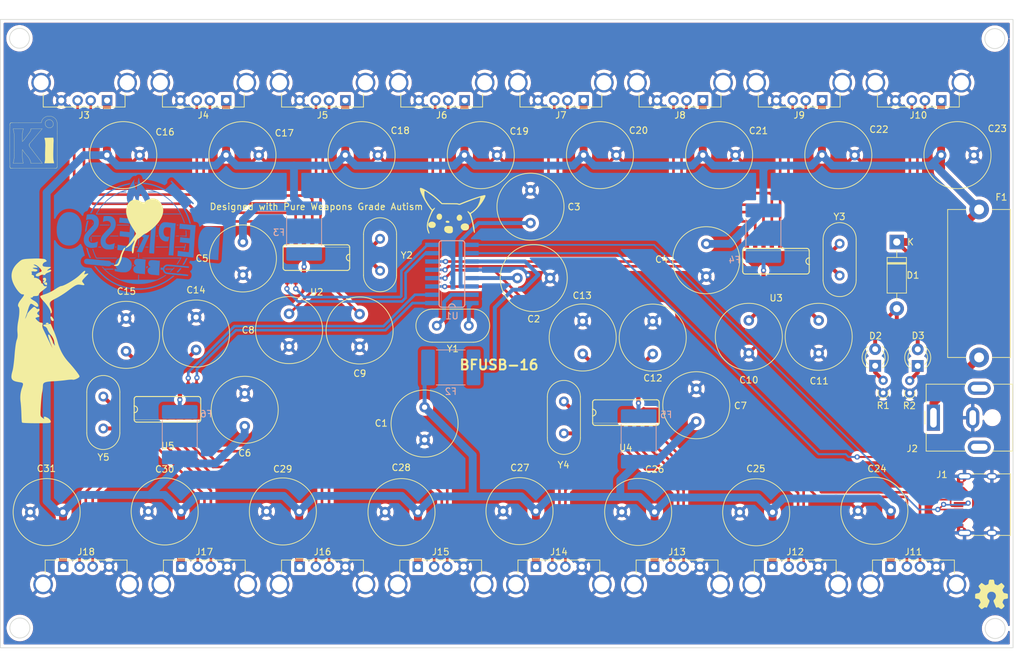
<source format=kicad_pcb>
(kicad_pcb (version 20211014) (generator pcbnew)
  (layers (0 "F.Cu" signal) (31 "B.Cu" signal) (34 "B.Paste" user) (35 "F.Paste" user) (36 "B.SilkS" user "B.Silkscreen") (37 "F.SilkS" user "F.Silkscreen") (38 "B.Mask" user) (39 "F.Mask" user) (44 "Edge.Cuts" user))
  (net 0 "")
  (net 1 "GND")
  (net 2 "+5V")
  (net 3 "Net-(C2-Pad2)")
  (net 4 "Net-(C3-Pad2)")
  (net 5 "Net-(C8-Pad2)")
  (net 6 "Net-(C9-Pad2)")
  (net 7 "Net-(C10-Pad2)")
  (net 8 "Net-(C11-Pad2)")
  (net 9 "Net-(C12-Pad2)")
  (net 10 "Net-(C13-Pad2)")
  (net 11 "Net-(C14-Pad2)")
  (net 12 "Net-(C15-Pad2)")
  (net 13 "Net-(D1-Pad2)")
  (net 14 "Net-(F1-Pad2)")
  (net 15 "Net-(F2-Pad2)")
  (net 16 "Net-(F3-Pad2)")
  (net 17 "Net-(F4-Pad2)")
  (net 18 "Net-(F5-Pad2)")
  (net 19 "Net-(F6-Pad2)")
  (net 21 "Net-(J1-PadA6)")
  (net 22 "Net-(J1-PadA7)")
  (net 26 "Net-(U1-Pad1)")
  (net 27 "Net-(U1-Pad16)")
  (net 28 "Net-(U1-Pad2)")
  (net 29 "Net-(U1-Pad3)")
  (net 30 "Net-(U1-Pad15)")
  (net 31 "Net-(U1-Pad4)")
  (net 32 "Net-(U1-Pad5)")
  (net 33 "Net-(U1-Pad6)")
  (net 34 "Net-(U1-Pad7)")
  (net 35 "Net-(U1-Pad8)")
  (net 36 "Net-(U2-Pad16)")
  (net 37 "Net-(U2-Pad15)")
  (net 38 "Net-(U3-Pad16)")
  (net 39 "Net-(U3-Pad15)")
  (net 40 "Net-(U4-Pad16)")
  (net 41 "Net-(U4-Pad15)")
  (net 42 "Net-(U5-Pad16)")
  (net 43 "Net-(U5-Pad15)")
  (net 44 "Net-(J3-Pad2)")
  (net 45 "Net-(J3-Pad3)")
  (net 46 "Net-(J4-Pad2)")
  (net 47 "Net-(J4-Pad3)")
  (net 48 "Net-(J5-Pad2)")
  (net 49 "Net-(J5-Pad3)")
  (net 50 "Net-(J6-Pad2)")
  (net 51 "Net-(J6-Pad3)")
  (net 52 "Net-(J7-Pad2)")
  (net 53 "Net-(J7-Pad3)")
  (net 54 "Net-(J8-Pad2)")
  (net 55 "Net-(J8-Pad3)")
  (net 56 "Net-(J9-Pad2)")
  (net 57 "Net-(J9-Pad3)")
  (net 58 "Net-(J10-Pad2)")
  (net 59 "Net-(J10-Pad3)")
  (net 60 "Net-(J11-Pad3)")
  (net 61 "Net-(J11-Pad2)")
  (net 62 "Net-(J12-Pad2)")
  (net 63 "Net-(J12-Pad3)")
  (net 64 "Net-(J13-Pad2)")
  (net 65 "Net-(J13-Pad3)")
  (net 66 "Net-(J14-Pad2)")
  (net 67 "Net-(J14-Pad3)")
  (net 68 "Net-(J15-Pad3)")
  (net 69 "Net-(J15-Pad2)")
  (net 70 "Net-(J16-Pad2)")
  (net 71 "Net-(J16-Pad3)")
  (net 72 "Net-(J17-Pad2)")
  (net 73 "Net-(J17-Pad3)")
  (net 74 "Net-(J18-Pad2)")
  (net 75 "Net-(J18-Pad3)")
  (net 76 "Net-(D2-Pad1)")
  (net 77 "Net-(D3-Pad1)")
  (footprint "74AHC125:USB_A_Stewart_SS-52100-001_Horizontal_Bedge" (layer "F.Cu") (at 98.827857 98.985)
    (fp_text reference "J17")
    (fp_text value "USB_A")
  )
  (footprint "Capacitor_THT:C_Radial_D10.0mm_H12.5mm_P5.00mm" (layer "F.Cu") (at 152.15 41.5 -90)
    (fp_text reference "C3")
    (fp_text value "C")
  )
  (footprint "Capacitor_THT:C_Radial_D10.0mm_H12.5mm_P5.00mm" (layer "F.Cu") (at 155.15 54.9 180)
    (fp_text reference "C2")
    (fp_text value "C")
  )
  (footprint "Capacitor_THT:C_Radial_D10.0mm_H12.5mm_P5.00mm" (layer "F.Cu") (at 80.75 90.65 180)
    (fp_text reference "C31")
    (fp_text value "C")
  )
  (footprint "Crystal:Crystal_HC49-U_Vertical" (layer "F.Cu") (at 86.9 77.875 90)
    (fp_text reference "Y5")
    (fp_text value "Crystal")
  )
  (footprint "Capacitor_THT:C_Radial_D10.0mm_H12.5mm_P5.00mm" (layer "F.Cu") (at 134.95 90.65 180)
    (fp_text reference "C28")
    (fp_text value "C")
  )
  (footprint "LED_THT:LED_D3.0mm" (layer "F.Cu") (at 211.3 68.325 90)
    (fp_text reference "D3")
    (fp_text value "LED")
  )
  (footprint "74AHC125:USB_A_Stewart_SS-52100-001_Horizontal_Bedge" (layer "F.Cu") (at 214.9 27.765 180)
    (fp_text reference "J10")
    (fp_text value "USB_A")
  )
  (footprint "Capacitor_THT:C_Radial_D10.0mm_H12.5mm_P5.00mm" (layer "F.Cu") (at 105.653571 36.125)
    (fp_text reference "C17")
    (fp_text value "C")
  )
  (footprint "SL2:SO16" (layer "F.Cu") (at 189.65 52.325 180)
    (fp_text reference "U3")
    (fp_text value "SL2.1A")
  )
  (footprint "Crystal:Crystal_HC49-U_Vertical" (layer "F.Cu") (at 129.175 48.9 -90)
    (fp_text reference "Y2")
    (fp_text value "Crystal")
  )
  (footprint "SL2:SO16" (layer "F.Cu") (at 96.7 74.95)
    (fp_text reference "U5")
    (fp_text value "SL2.1A")
  )
  (footprint "Resistor_THT:R_Axial_DIN0204_L3.6mm_D1.6mm_P1.90mm_Vertical" (layer "F.Cu") (at 206.025 72.425 90)
    (fp_text reference "R1")
    (fp_text value "R")
  )
  (footprint "SL2:SO16" (layer "F.Cu") (at 119.45 51.775 180)
    (fp_text reference "U2")
    (fp_text value "SL2.1A")
  )
  (footprint "Capacitor_THT:C_Radial_D10.0mm_H12.5mm_P5.00mm" (layer "F.Cu") (at 177.475 71.825 -90)
    (fp_text reference "C7")
    (fp_text value "C")
  )
  (footprint "Capacitor_THT:C_Radial_D10.0mm_H12.5mm_P5.00mm" (layer "F.Cu") (at 142.060713 36.125)
    (fp_text reference "C19")
    (fp_text value "C")
  )
  (footprint "Connector_USB:USB_C_Receptacle_HRO_TYPE-C-31-M-12" (layer "F.Cu") (at 221.58 89.505 90)
    (fp_text reference "J1")
    (fp_text value "USB_C_Receptacle_USB2.0")
  )
  (footprint "Capacitor_THT:C_Radial_D10.0mm_H12.5mm_P5.00mm" (layer "F.Cu") (at 189.125 90.675 180)
    (fp_text reference "C25")
    (fp_text value "C")
  )
  (footprint "Crystal:Crystal_HC49-U_Vertical" (layer "F.Cu") (at 199.375 49.645 -90)
    (fp_text reference "Y3")
    (fp_text value "Crystal")
  )
  (footprint "SL2:SO16" (layer "F.Cu") (at 166.725 75.4484)
    (fp_text reference "U4")
    (fp_text value "SL2.1A")
  )
  (footprint "74AHC125:USB_A_Stewart_SS-52100-001_Horizontal_Bedge" (layer "F.Cu") (at 87.475 27.765 180)
    (fp_text reference "J3")
    (fp_text value "USB_A")
  )
  (footprint "Crystal:Crystal_HC49-U_Vertical" (layer "F.Cu") (at 157.25 78.625 90)
    (fp_text reference "Y4")
    (fp_text value "Crystal")
  )
  (footprint "Capacitor_THT:C_Radial_D10.0mm_H12.5mm_P5.00mm" (layer "F.Cu") (at 196.671426 36.125)
    (fp_text reference "C22")
    (fp_text value "C")
  )
  (footprint "Capacitor_THT:C_Radial_D10.0mm_H12.5mm_P5.00mm" (layer "F.Cu") (at 152.975 90.5 180)
    (fp_text reference "C27")
    (fp_text value "C")
  )
  (footprint "Capacitor_THT:C_Radial_D10.0mm_H12.5mm_P5.00mm" (layer "F.Cu") (at 179 54.675 90)
    (fp_text reference "C4")
    (fp_text value "C")
  )
  (footprint "Capacitor_THT:C_Radial_D10.0mm_H12.5mm_P5.00mm" (layer "F.Cu") (at 115.275 65.35 90)
    (fp_text reference "C8")
    (fp_text value "C")
  )
  (footprint "Capacitor_THT:C_Radial_D10.0mm_H12.5mm_P5.00mm" (layer "F.Cu") (at 171.1 90.625 180)
    (fp_text reference "C26")
    (fp_text value "C")
  )
  (footprint "Capacitor_THT:C_Radial_D10.0mm_H12.5mm_P5.00mm" (layer "F.Cu") (at 101.075 60.875 -90)
    (fp_text reference "C14")
    (fp_text value "C")
  )
  (footprint "Capacitor_THT:C_Radial_D10.0mm_H12.5mm_P5.00mm" (layer "F.Cu") (at 196.175 66.375 90)
    (fp_text reference "C11")
    (fp_text value "C")
  )
  (footprint "Capacitor_THT:C_Radial_D10.0mm_H12.5mm_P5.00mm" (layer "F.Cu") (at 185.5 66.375 90)
    (fp_text reference "C10")
    (fp_text value "C")
  )
  (footprint "Capacitor_THT:C_Radial_D10.0mm_H12.5mm_P5.00mm" (layer "F.Cu") (at 126.05 65.4 90)
    (fp_text reference "C9")
    (fp_text value "C")
  )
  (footprint "LED_THT:LED_D3.0mm" (layer "F.Cu") (at 204.8 68.3 90)
    (fp_text reference "D2")
    (fp_text value "LED")
  )
  (footprint "74AHC125:USB_A_Stewart_SS-52100-001_Horizontal_Bedge" (layer "F.Cu") (at 207.145 98.985)
    (fp_text reference "J11")
    (fp_text value "USB_A")
  )
  (footprint "Capacitor_THT:C_Radial_D10.0mm_H12.5mm_P5.00mm" (layer "F.Cu") (at 87.45 36.125)
    (fp_text reference "C16")
    (fp_text value "C")
  )
  (footprint "74AHC125:USB_A_Stewart_SS-52100-001_Horizontal_Bedge" (layer "F.Cu") (at 178.492855 27.765 180)
    (fp_text reference "J8")
    (fp_text value "USB_A")
  )
  (footprint "Capacitor_THT:C_Radial_D10.0mm_H12.5mm_P5.00mm" (layer "F.Cu") (at 108.5 72.525 -90)
    (fp_text reference "C6")
    (fp_text value "C")
  )
  (footprint "74AHC125:USB_A_Stewart_SS-52100-001_Horizontal_Bedge" (layer "F.Cu") (at 80.775 98.985)
    (fp_text reference "J18")
    (fp_text value "USB_A")
  )
  (footprint "Capacitor_THT:C_Radial_D10.0mm_H12.5mm_P5.00mm" (layer "F.Cu") (at 135.975 79.625 90)
    (fp_text reference "C1")
    (fp_text value "C")
  )
  (footprint "Connector_BarrelJack:BarrelJack_CUI_PJ-063AH_Horizontal" (layer "F.Cu") (at 213.7 76.225 90)
    (fp_text reference "J2")
    (fp_text value "Barrel_Jack")
  )
  (footprint "Capacitor_THT:C_Radial_D10.0mm_H12.5mm_P5.00mm" (layer "F.Cu") (at 170.825 61.5 -90)
    (fp_text reference "C12")
    (fp_text value "C")
  )
  (footprint "Capacitor_THT:C_Radial_D10.0mm_H12.5mm_P5.00mm" (layer "F.Cu") (at 214.875 36.125)
    (fp_text reference "C23")
    (fp_text value "C")
  )
  (footprint "Capacitor_THT:C_Radial_D10.0mm_H12.5mm_P5.00mm" (layer "F.Cu") (at 160.264284 36.125)
    (fp_text reference "C20")
    (fp_text value "C")
  )
  (footprint "74AHC125:USB_A_Stewart_SS-52100-001_Horizontal_Bedge" (layer "F.Cu") (at 116.880714 98.985)
    (fp_text reference "J16")
    (fp_text value "USB_A")
  )
  (footprint "Capacitor_THT:C_Radial_D10.0mm_H12.5mm_P5.00mm" (layer "F.Cu") (at 108.225 54.4 90)
    (fp_text reference "C5")
    (fp_text value "C")
  )
  (footprint "74AHC125:USB_A_Stewart_SS-52100-001_Horizontal_Bedge" (layer "F.Cu") (at 152.986428 98.985)
    (fp_text reference "J14")
    (fp_text value "USB_A")
  )
  (footprint "74AHC125:USB_A_Stewart_SS-52100-001_Horizontal_Bedge" (layer "F.Cu") (at 142.085713 27.765 180)
    (fp_text reference "J6")
    (fp_text value "USB_A")
  )
  (footprint "Capacitor_THT:C_Radial_D10.0mm_H12.5mm_P5.00mm" (layer "F.Cu") (at 207.175 90.45 180)
    (fp_text reference "C24")
    (fp_text value "C")
  )
  (footprint "Diode_THT:D_DO-41_SOD81_P10.16mm_Horizontal" (layer "F.Cu") (at 208.1 49.395 -90)
    (fp_text reference "D1")
    (fp_text value "D")
  )
  (footprint "Capacitor_THT:C_Radial_D10.0mm_H12.5mm_P5.00mm" (layer "F.Cu") (at 160.125 61.475 -90)
    (fp_text reference "C13")
    (fp_text value "C")
  )
  (footprint "74AHC125:USB_A_Stewart_SS-52100-001_Horizontal_Bedge" (layer "F.Cu") (at 105.678571 27.765 180)
    (fp_text reference "J4")
    (fp_text value "USB_A")
  )
  (footprint "74AHC125:USB_A_Stewart_SS-52100-001_Horizontal_Bedge" (layer "F.Cu") (at 196.696426 27.765 180)
    (fp_text reference "J9")
    (fp_text value "USB_A")
  )
  (footprint "Capacitor_THT:C_Radial_D10.0mm_H12.5mm_P5.00mm" (layer "F.Cu") (at 116.825 90.55 180)
    (fp_text reference "C29")
    (fp_text value "C")
  )
  (footprint "Capacitor_THT:C_Radial_D10.0mm_H12.5mm_P5.00mm" (layer "F.Cu") (at 178.467855 36.125)
    (fp_text reference "C21")
    (fp_text value "C")
  )
  (footprint "74AHC125:USB_A_Stewart_SS-52100-001_Horizontal_Bedge" (layer "F.Cu") (at 123.882142 27.765 180)
    (fp_text reference "J5")
    (fp_text value "USB_A")
  )
  (footprint "74AHC125:USB_A_Stewart_SS-52100-001_Horizontal_Bedge" (layer "F.Cu") (at 160.289284 27.765 180)
    (fp_text reference "J7")
    (fp_text value "USB_A")
  )
  (footprint "Resistor_THT:R_Axial_DIN0204_L3.6mm_D1.6mm_P1.90mm_Vertical" (layer "F.Cu") (at 210.075 72.47 90)
    (fp_text reference "R2")
    (fp_text value "R")
  )
  (footprint "Capacitor_THT:C_Radial_D10.0mm_H12.5mm_P5.00mm" (layer "F.Cu") (at 90.375 61.075 -90)
    (fp_text reference "C15")
    (fp_text value "C")
  )
  (footprint "74AHC125:USB_A_Stewart_SS-52100-001_Horizontal_Bedge" (layer "F.Cu") (at 134.933571 98.985)
    (fp_text reference "J15")
    (fp_text value "USB_A")
  )
  (footprint "74AHC125:USB_A_Stewart_SS-52100-001_Horizontal_Bedge" (layer "F.Cu") (at 189.092142 98.985)
    (fp_text reference "J12")
    (fp_text value "USB_A")
  )
  (footprint "Capacitor_THT:C_Radial_D10.0mm_H12.5mm_P5.00mm" (layer "F.Cu") (at 98.775 90.55 180)
    (fp_text reference "C30")
    (fp_text value "C")
  )
  (footprint "74AHC125:USB_A_Stewart_SS-52100-001_Horizontal_Bedge" (layer "F.Cu") (at 171.039285 98.985)
    (fp_text reference "J13")
    (fp_text value "USB_A")
  )
  (footprint "Fuse:Fuseholder_Cylinder-5x20mm_Stelvio-Kontek_PTF78_Horizontal_Open" (layer "F.Cu") (at 220.675 44.425 -90)
    (fp_text reference "F1")
    (fp_text value "Fuse")
  )
  (footprint "Capacitor_THT:C_Radial_D10.0mm_H12.5mm_P5.00mm" (layer "F.Cu") (at 123.857142 36.125)
    (fp_text reference "C18")
    (fp_text value "C")
  )
  (footprint "Crystal:Crystal_HC49-U_Vertical" (layer "F.Cu") (at 142.725 62.175 180)
    (fp_text reference "Y1")
    (fp_text value "Crystal")
  )
  (footprint "Fuse:Fuse_2920_7451Metric_Pad2.10x5.45mm_HandSolder" (layer "B.Cu") (at 187.725 48.05 -90)
    (fp_text reference "F4")
    (fp_text value "Fuse_Small")
  )
  (footprint "Fuse:Fuse_2920_7451Metric_Pad2.10x5.45mm_HandSolder" (layer "B.Cu") (at 139.975 68.55)
    (fp_text reference "F2")
    (fp_text value "Fuse_Small")
  )
  (footprint "Fuse:Fuse_2920_7451Metric_Pad2.10x5.45mm_HandSolder" (layer "B.Cu") (at 117.575 47.725 -90)
    (fp_text reference "F3")
    (fp_text value "Fuse_Small")
  )
  (footprint "Fuse:Fuse_2920_7451Metric_Pad2.10x5.45mm_HandSolder" (layer "B.Cu") (at 98.575 78.825 90)
    (fp_text reference "F6")
    (fp_text value "Fuse_Small")
  )
  (footprint "Fuse:Fuse_2920_7451Metric_Pad2.10x5.45mm_HandSolder" (layer "B.Cu") (at 168.675 79.475 90)
    (fp_text reference "F5")
    (fp_text value "Fuse_Small")
  )
  (footprint "SL2:SO16" (layer "B.Cu") (at 140.15 54.275 90)
    (fp_text reference "U1")
    (fp_text value "SL2.1A")
  )
  (gr_poly (pts (xy 90.558046 53.082588) (xy 90.559539 53.078078) (xy 90.56099 53.072484) (xy 90.562392 53.065885) (xy 90.563738 53.058362) (xy 90.566228 53.040869) (xy 90.568401 53.020648) (xy 90.570196 52.998345) (xy 90.571553 52.974604) (xy 90.572412 52.95007) (xy 90.572711 52.925388) (xy 90.572711 52.806404) (xy 90.021196 52.754469) (xy 89.804204 52.735397) (xy 89.621083 52.72186) (xy 89.491114 52.715107) (xy 89.452086 52.714666) (xy 89.433578 52.716389) (xy 89.431054 52.717453) (xy 89.42864 52.718671) (xy 89.426332 52.720051) (xy 89.424129 52.7216) (xy 89.42203 52.723327) (xy 89.420032 52.725239) (xy 89.418134 52.727344) (xy 89.416333 52.72965) (xy 89.414627 52.732165) (xy 89.413016 52.734896) (xy 89.411496 52.737852) (xy 89.410067 52.741039) (xy 89.408725 52.744466) (xy 89.40747 52.748141) (xy 89.406299 52.752072) (xy 89.405211 52.756265) (xy 89.404203 52.76073) (xy 89.403274 52.765474) (xy 89.402422 52.770504) (xy 89.401645 52.775829) (xy 89.400941 52.781456) (xy 89.400307 52.787393) (xy 89.399744 52.793647) (xy 89.399247 52.800228) (xy 89.398449 52.814397) (xy 89.397897 52.829963) (xy 89.397577 52.846987) (xy 89.397474 52.865532) (xy 89.397006 52.893512) (xy 89.396293 52.91765) (xy 89.396167 52.928395) (xy 89.396368 52.938319) (xy 89.397025 52.947467) (xy 89.398267 52.955887) (xy 89.400224 52.963624) (xy 89.403024 52.970725) (xy 89.406798 52.977237) (xy 89.411674 52.983205) (xy 89.417782 52.988676) (xy 89.425252 52.993695) (xy 89.434211 52.998311) (xy 89.444791 53.002568) (xy 89.45712 53.006513) (xy 89.471327 53.010192) (xy 89.487542 53.013652) (xy 89.505894 53.016939) (xy 89.526513 53.020099) (xy 89.549527 53.023179) (xy 89.603261 53.029282) (xy 89.668129 53.035619) (xy 89.745167 53.04256) (xy 89.939891 53.059736) (xy 90.24977 53.088582) (xy 90.439393 53.108036) (xy 90.454503 53.109799) (xy 90.468234 53.11119) (xy 90.480662 53.112194) (xy 90.491863 53.112793) (xy 90.501913 53.112973) (xy 90.510886 53.112717) (xy 90.518858 53.112007) (xy 90.525905 53.11083) (xy 90.532103 53.109167) (xy 90.537527 53.107003) (xy 90.542252 53.104322) (xy 90.546355 53.101107) (xy 90.54991 53.097343) (xy 90.552994 53.093012) (xy 90.555681 53.088099) (xy 90.558048 53.082588) (xy 90.558046 53.082588)) (layer "B.Cu") (width 0.0226) (fill solid))
  (gr_poly (pts (xy 92.153966 50.179266) (xy 92.158666 50.170223) (xy 92.16305 50.161282) (xy 92.167023 50.152676) (xy 92.170489 50.144635) (xy 92.173352 50.137392) (xy 92.175516 50.131178) (xy 92.176305 50.12853) (xy 92.176884 50.126225) (xy 92.177241 50.124294) (xy 92.177362 50.122765) (xy 92.177052 50.12211) (xy 92.176131 50.121463) (xy 92.172519 50.120198) (xy 92.166647 50.118975) (xy 92.158637 50.117802) (xy 92.148611 50.116685) (xy 92.136691 50.115631) (xy 92.107654 50.113736) (xy 92.072498 50.112171) (xy 92.032198 50.110988) (xy 91.987726 50.110239) (xy 91.940055 50.109978) (xy 91.702749 50.109978) (xy 91.702749 50.166479) (xy 91.70281 50.17639) (xy 91.702944 50.180878) (xy 91.703199 50.185068) (xy 91.703614 50.18897) (xy 91.704227 50.192595) (xy 91.705077 50.195953) (xy 91.706203 50.199054) (xy 91.707644 50.201908) (xy 91.709438 50.204526) (xy 91.710479 50.205749) (xy 91.711623 50.206917) (xy 91.71424 50.209092) (xy 91.717326 50.211062) (xy 91.72092 50.212836) (xy 91.725061 50.214424) (xy 91.729787 50.215838) (xy 91.735138 50.217086) (xy 91.741152 50.21818) (xy 91.747868 50.21913) (xy 91.755324 50.219945) (xy 91.76356 50.220636) (xy 91.772614 50.221213) (xy 91.782524 50.221687) (xy 91.79333 50.222068) (xy 91.817782 50.22259) (xy 91.846282 50.222861) (xy 91.91666 50.222981) (xy 91.980091 50.222681) (xy 92.030305 50.221564) (xy 92.051014 50.220596) (xy 92.069087 50.2193) (xy 92.084749 50.217635) (xy 92.098222 50.21556) (xy 92.109729 50.213034) (xy 92.119493 50.210015) (xy 92.127737 50.206463) (xy 92.134684 50.202337) (xy 92.140558 50.197595) (xy 92.145581 50.192196) (xy 92.149976 50.1861) (xy 92.153966 50.179264) (xy 92.153966 50.179266)) (layer "B.Cu") (width 0.0226) (fill solid))
  (gr_poly (pts (xy 100.257654 46.556013) (xy 100.246646 46.519186) (xy 100.223583 46.439797) (xy 100.15479 46.200052) (xy 100.09351 45.997319) (xy 100.0242 45.789539) (xy 99.948188 45.579985) (xy 99.8668 45.371929) (xy 99.781363 45.168644) (xy 99.693206 44.973403) (xy 99.603655 44.789477) (xy 99.514037 44.620139) (xy 99.483909 44.565057) (xy 99.460664 44.520539) (xy 99.451465 44.501768) (xy 99.443797 44.485069) (xy 99.437597 44.470253) (xy 99.432802 44.45713) (xy 99.429348 44.445511) (xy 99.427172 44.435205) (xy 99.426211 44.426023) (xy 99.426402 44.417776) (xy 99.427681 44.410273) (xy 99.429985 44.403325) (xy 99.433252 44.396743) (xy 99.437417 44.390337) (xy 99.452403 44.372657) (xy 99.484217 44.337452) (xy 99.590447 44.222904) (xy 99.740334 44.06356) (xy 99.918106 43.876286) (xy 100.37012 43.402064) (xy 100.488943 43.517863) (xy 100.607766 43.633663) (xy 100.673944 43.566465) (xy 100.740122 43.499268) (xy 99.029573 41.766625) (xy 97.319023 40.033983) (xy 97.251825 40.099653) (xy 97.184627 40.165322) (xy 97.307003 40.289237) (xy 97.331382 40.314312) (xy 97.353732 40.338057) (xy 97.373591 40.359929) (xy 97.3905 40.379382) (xy 97.403996 40.395872) (xy 97.409321 40.402835) (xy 97.413619 40.408853) (xy 97.416834 40.413857) (xy 97.418908 40.41778) (xy 97.419783 40.420553) (xy 97.419753 40.421487) (xy 97.419402 40.422108) (xy 97.055212 40.745922) (xy 96.708214 41.049421) (xy 96.446714 41.273395) (xy 96.369371 41.337057) (xy 96.339017 41.358634) (xy 96.008181 41.190877) (xy 95.717979 41.049858) (xy 95.42743 40.921711) (xy 95.13558 40.806124) (xy 94.841479 40.702782) (xy 94.693286 40.655605) (xy 94.544174 40.611372) (xy 94.242712 40.531581) (xy 93.936141 40.463095) (xy 93.62351 40.4056) (xy 93.493197 40.385385) (xy 93.351959 40.365611) (xy 93.070623 40.331141) (xy 92.947481 40.318323) (xy 92.847328 40.309703) (xy 92.778641 40.30622) (xy 92.758747 40.306698) (xy 92.749898 40.308812) (xy 92.749631 40.309288) (xy 92.749541 40.309996) (xy 92.749626 40.310928) (xy 92.749881 40.31208) (xy 92.750888 40.315016) (xy 92.752529 40.318751) (xy 92.754775 40.323236) (xy 92.757594 40.32842) (xy 92.760955 40.334252) (xy 92.764827 40.340682) (xy 92.769179 40.347659) (xy 92.77398 40.355132) (xy 92.779199 40.36305) (xy 92.784804 40.371364) (xy 92.790765 40.380022) (xy 92.797051 40.388974) (xy 92.80363 40.39817) (xy 92.810472 40.407558) (xy 92.822236 40.423457) (xy 92.832883 40.437436) (xy 92.84275 40.449644) (xy 92.847496 40.45513) (xy 92.852172 40.46023) (xy 92.856822 40.464961) (xy 92.861488 40.469343) (xy 92.86621 40.473393) (xy 92.871032 40.477131) (xy 92.875995 40.480576) (xy 92.881142 40.483745) (xy 92.886515 40.486657) (xy 92.892155 40.489332) (xy 92.898105 40.491787) (xy 92.904407 40.494042) (xy 92.911103 40.496115) (xy 92.918235 40.498024) (xy 92.925844 40.499788) (xy 92.933974 40.501426) (xy 92.942667 40.502957) (xy 92.951963 40.504399) (xy 92.972538 40.50709) (xy 92.996034 40.509648) (xy 93.05314 40.514965) (xy 93.332495 40.545099) (xy 93.610451 40.585563) (xy 93.886802 40.636274) (xy 94.161344 40.697149) (xy 94.433871 40.768107) (xy 94.704177 40.849066) (xy 94.972057 40.939943) (xy 95.237306 41.040656) (xy 95.499718 41.151122) (xy 95.759088 41.271261) (xy 96.01521 41.400989) (xy 96.26788 41.540224) (xy 96.516891 41.688884) (xy 96.762038 41.846887) (xy 97.003116 42.01415) (xy 97.239919 42.190592) (xy 97.308029 42.245088) (xy 97.38438 42.309632) (xy 97.55655 42.463615) (xy 97.745921 42.642039) (xy 97.941986 42.834401) (xy 98.134238 43.030198) (xy 98.31217 43.218928) (xy 98.465275 43.390086) (xy 98.529234 43.465795) (xy 98.583046 43.533172) (xy 98.706764 43.697521) (xy 98.825478 43.862519) (xy 98.939253 44.028292) (xy 99.048155 44.194967) (xy 99.152247 44.362673) (xy 99.251596 44.531536) (xy 99.346265 44.701683) (xy 99.43632 44.873242) (xy 99.521825 45.04634) (xy 99.602845 45.221105) (xy 99.679446 45.397662) (xy 99.751691 45.576141) (xy 99.819646 45.756667) (xy 99.883375 45.939369) (xy 99.942944 46.124374) (xy 99.998416 46.311808) (xy 100.012422 46.359591) (xy 100.026596 46.404873) (xy 100.040551 46.446612) (xy 100.053897 46.483768) (xy 100.066244 46.515297) (xy 100.077202 46.54016) (xy 100.082039 46.549766) (xy 100.086382 46.557315) (xy 100.090184 46.562676) (xy 100.093395 46.56572) (xy 100.098024 46.568404) (xy 100.103087 46.570871) (xy 100.114356 46.575167) (xy 100.126881 46.578625) (xy 100.140339 46.581264) (xy 100.154409 46.583104) (xy 100.16877 46.584164) (xy 100.183101 46.584462) (xy 100.197079 46.584018) (xy 100.210384 46.58285) (xy 100.222694 46.580978) (xy 100.233687 46.578421) (xy 100.243042 46.575197) (xy 100.247005 46.573341) (xy 100.250438 46.571325) (xy 100.2533 46.569152) (xy 100.255552 46.566825) (xy 100.257154 46.564345) (xy 100.258064 46.561715) (xy 100.258244 46.558938) (xy 100.257653 46.556015) (xy 100.257654 46.556013)) (layer "B.Cu") (width 0.0226) (fill solid))
  (gr_poly (pts (xy 103.274312 51.27499) (xy 103.192919 51.261796) (xy 103.11688 51.247639) (xy 103.045898 51.232372) (xy 102.979673 51.215848) (xy 102.917908 51.197919) (xy 102.860305 51.178438) (xy 102.806565 51.157257) (xy 102.756392 51.134229) (xy 102.709486 51.109206) (xy 102.665551 51.08204) (xy 102.624287 51.052585) (xy 102.585397 51.020692) (xy 102.548583 50.986214) (xy 102.513546 50.949004) (xy 102.47999 50.908914) (xy 102.447615 50.865797) (xy 102.413265 50.815253) (xy 102.380909 50.762672) (xy 102.350534 50.708014) (xy 102.322129 50.651237) (xy 102.295682 50.592301) (xy 102.27118 50.531164) (xy 102.248611 50.467785) (xy 102.227963 50.402124) (xy 102.209224 50.33414) (xy 102.192383 50.263791) (xy 102.177426 50.191036) (xy 102.164342 50.115834) (xy 102.153119 50.038145) (xy 102.143745 49.957927) (xy 102.136207 49.87514) (xy 102.130494 49.789742) (xy 102.125561 49.643343) (xy 102.126854 49.497728) (xy 102.134151 49.353644) (xy 102.147231 49.211836) (xy 102.165872 49.07305) (xy 102.189853 48.938032) (xy 102.218951 48.807529) (xy 102.252944 48.682285) (xy 102.291612 48.563049) (xy 102.334732 48.450564) (xy 102.382082 48.345578) (xy 102.433442 48.248837) (xy 102.488588 48.161086) (xy 102.5473 48.083071) (xy 102.609355 48.015539) (xy 102.674533 47.959236) (xy 102.702824 47.938564) (xy 102.730604 47.919859) (xy 102.758203 47.903042) (xy 102.785954 47.888032) (xy 102.81419 47.874748) (xy 102.843242 47.863112) (xy 102.873442 47.853042) (xy 102.905122 47.844457) (xy 102.938615 47.837278) (xy 102.974253 47.831425) (xy 103.012367 47.826817) (xy 103.05329 47.823373) (xy 103.097354 47.821013) (xy 103.14489 47.819658) (xy 103.196232 47.819226) (xy 103.25171 47.819637) (xy 103.351577 47.823217) (xy 103.467491 47.830815) (xy 103.590811 47.841455) (xy 103.712896 47.85416) (xy 103.825103 47.867952) (xy 103.91879 47.881853) (xy 103.985316 47.894886) (xy 104.005693 47.900772) (xy 104.016039 47.906075) (xy 104.015866 47.942084) (xy 104.011089 48.041008) (xy 103.989459 48.400253) (xy 103.954628 48.929117) (xy 103.910072 49.572905) (xy 103.793603 51.268261) (xy 103.793577 51.27135) (xy 103.793403 51.274279) (xy 103.793066 51.277051) (xy 103.792551 51.279671) (xy 103.791841 51.282142) (xy 103.790921 51.284469) (xy 103.789774 51.286656) (xy 103.788386 51.288706) (xy 103.78674 51.290624) (xy 103.784821 51.292415) (xy 103.782613 51.294081) (xy 103.780099 51.295628) (xy 103.777266 51.297058) (xy 103.774096 51.298377) (xy 103.770574 51.299589) (xy 103.766684 51.300697) (xy 103.76241 51.301705) (xy 103.757738 51.302619) (xy 103.75265 51.303441) (xy 103.747131 51.304175) (xy 103.741166 51.304827) (xy 103.734739 51.3054) (xy 103.727833 51.305897) (xy 103.720434 51.306324) (xy 103.712525 51.306684) (xy 103.704091 51.306982) (xy 103.685584 51.307405) (xy 103.664786 51.307626) (xy 103.641572 51.307678) (xy 103.606545 51.30699) (xy 103.565397 51.305061) (xy 103.519633 51.302028) (xy 103.470761 51.298025) (xy 103.420286 51.293185) (xy 103.369715 51.287643) (xy 103.320555 51.281533) (xy 103.274311 51.27499) (xy 103.274312 51.27499)) (layer "B.Cu") (width 0.0226) (fill solid))
  (gr_poly (pts (xy 89.654727 53.60429) (xy 89.604161 53.579645) (xy 89.580099 53.566526) (xy 89.556848 53.552868) (xy 89.534403 53.538668) (xy 89.512761 53.523919) (xy 89.49192 53.508617) (xy 89.471875 53.492756) (xy 89.452624 53.476331) (xy 89.434163 53.459337) (xy 89.416488 53.441769) (xy 89.399597 53.423621) (xy 89.383486 53.404889) (xy 89.368152 53.385567) (xy 89.353591 53.36565) (xy 89.3398 53.345133) (xy 89.326775 53.324011) (xy 89.314514 53.302278) (xy 89.303014 53.27993) (xy 89.29227 53.25696) (xy 89.282279 53.233365) (xy 89.273038 53.209138) (xy 89.264544 53.184276) (xy 89.256794 53.158771) (xy 89.249783 53.13262) (xy 89.243509 53.105817) (xy 89.237969 53.078357) (xy 89.233158 53.050234) (xy 89.225715 52.991982) (xy 89.221151 52.931019) (xy 89.219651 52.838006) (xy 89.22134 52.793178) (xy 89.224631 52.749497) (xy 89.229508 52.706985) (xy 89.235953 52.665663) (xy 89.24395 52.625553) (xy 89.253481 52.586677) (xy 89.264529 52.549055) (xy 89.277077 52.51271) (xy 89.291108 52.477663) (xy 89.306604 52.443936) (xy 89.32355 52.41155) (xy 89.341927 52.380526) (xy 89.361718 52.350887) (xy 89.382907 52.322653) (xy 89.405476 52.295847) (xy 89.429408 52.270489) (xy 89.454686 52.246601) (xy 89.481292 52.224206) (xy 89.509211 52.203324) (xy 89.538424 52.183976) (xy 89.568914 52.166185) (xy 89.600665 52.149972) (xy 89.633659 52.135359) (xy 89.667879 52.122366) (xy 89.703309 52.111016) (xy 89.73993 52.10133) (xy 89.777726 52.09333) (xy 89.816679 52.087037) (xy 89.856773 52.082473) (xy 89.897991 52.079659) (xy 89.945781 52.078489) (xy 89.992587 52.079423) (xy 90.038372 52.082424) (xy 90.083101 52.087459) (xy 90.126736 52.094492) (xy 90.169243 52.103489) (xy 90.210585 52.114415) (xy 90.250726 52.127234) (xy 90.289631 52.141913) (xy 90.327262 52.158415) (xy 90.363583 52.176707) (xy 90.39856 52.196754) (xy 90.432155 52.21852) (xy 90.464333 52.241971) (xy 90.495057 52.267071) (xy 90.524292 52.293787) (xy 90.552002 52.322084) (xy 90.57815 52.351925) (xy 90.6027 52.383277) (xy 90.625616 52.416105) (xy 90.646862 52.450374) (xy 90.666403 52.486049) (xy 90.684201 52.523095) (xy 90.700222 52.561478) (xy 90.714428 52.601162) (xy 90.726784 52.642113) (xy 90.737254 52.684295) (xy 90.745802 52.727675) (xy 90.752391 52.772217) (xy 90.756986 52.817886) (xy 90.75955 52.864647) (xy 90.760047 52.912466) (xy 90.757319 52.978724) (xy 90.750698 53.042614) (xy 90.740238 53.104055) (xy 90.72599 53.162968) (xy 90.708008 53.219272) (xy 90.686344 53.272886) (xy 90.661053 53.323731) (xy 90.632187 53.371724) (xy 90.599798 53.416787) (xy 90.56394 53.458839) (xy 90.524665 53.497799) (xy 90.482028 53.533586) (xy 90.436079 53.566121) (xy 90.386874 53.595322) (xy 90.334463 53.62111) (xy 90.278902 53.643404) (xy 90.247333 53.653339) (xy 90.213103 53.661519) (xy 90.17657 53.667966) (xy 90.13809 53.672702) (xy 90.098022 53.675751) (xy 90.056723 53.677134) (xy 90.01455 53.676874) (xy 89.971863 53.674993) (xy 89.929017 53.671514) (xy 89.886372 53.666459) (xy 89.844284 53.65985) (xy 89.803111 53.651711) (xy 89.763212 53.642062) (xy 89.724943 53.630928) (xy 89.688662 53.61833) (xy 89.654727 53.60429)) (layer "B.Cu") (width 0.0226) (fill solid))
  (gr_poly (pts (xy 87.901695 53.044941) (xy 87.911822 53.039734) (xy 87.922035 53.03411) (xy 87.932263 53.028123) (xy 87.942439 53.021824) (xy 87.952495 53.015268) (xy 87.96236 53.008508) (xy 87.971968 53.001596) (xy 87.981249 52.994586) (xy 87.990134 52.987531) (xy 87.998556 52.980484) (xy 88.006445 52.973498) (xy 88.013732 52.966626) (xy 88.020351 52.959922) (xy 88.026231 52.953438) (xy 88.031303 52.947227) (xy 88.035501 52.941343) (xy 88.041892 52.931732) (xy 88.044921 52.927385) (xy 88.047901 52.923333) (xy 88.050881 52.91957) (xy 88.053908 52.91609) (xy 88.057027 52.912885) (xy 88.060287 52.909947) (xy 88.063734 52.907271) (xy 88.067416 52.90485) (xy 88.07138 52.902675) (xy 88.075673 52.900741) (xy 88.080341 52.899041) (xy 88.085433 52.897566) (xy 88.090995 52.896312) (xy 88.097074 52.895269) (xy 88.103718 52.894433) (xy 88.110973 52.893795) (xy 88.118887 52.893348) (xy 88.127507 52.893086) (xy 88.13688 52.893002) (xy 88.147053 52.893089) (xy 88.158072 52.893339) (xy 88.169987 52.893747) (xy 88.196686 52.895004) (xy 88.227528 52.896805) (xy 88.303148 52.901815) (xy 88.534561 52.917587) (xy 88.542247 52.768038) (xy 88.549934 52.618488) (xy 88.482131 52.608191) (xy 88.443739 52.603085) (xy 88.389325 52.596791) (xy 88.326132 52.590107) (xy 88.261404 52.583836) (xy 88.215099 52.57922) (xy 88.195664 52.576892) (xy 88.178454 52.574445) (xy 88.163277 52.571801) (xy 88.149943 52.568882) (xy 88.138263 52.565607) (xy 88.128045 52.561899) (xy 88.119099 52.557678) (xy 88.111235 52.552866) (xy 88.104262 52.547384) (xy 88.09799 52.541154) (xy 88.092229 52.534096) (xy 88.086787 52.526132) (xy 88.081475 52.517183) (xy 88.076103 52.50717) (xy 88.066712 52.490656) (xy 88.055488 52.473743) (xy 88.04264 52.456605) (xy 88.028376 52.439419) (xy 88.012906 52.42236) (xy 87.996438 52.405605) (xy 87.97918 52.38933) (xy 87.96134 52.37371) (xy 87.943129 52.358921) (xy 87.924753 52.345139) (xy 87.906422 52.332541) (xy 87.888345 52.321302) (xy 87.870729 52.311598) (xy 87.853784 52.303606) (xy 87.837718 52.2975) (xy 87.83008 52.29521) (xy 87.82274 52.293457) (xy 86.099858 52.121401) (xy 84.366764 51.963236) (xy 84.345928 51.964111) (xy 84.324124 51.966662) (xy 84.301576 51.970783) (xy 84.278511 51.976365) (xy 84.255154 51.983299) (xy 84.231732 51.991478) (xy 84.20847 52.000793) (xy 84.185593 52.011137) (xy 84.163329 52.022402) (xy 84.141903 52.034478) (xy 84.12154 52.047258) (xy 84.102466 52.060635) (xy 84.084909 52.074499) (xy 84.069092 52.088743) (xy 84.055243 52.103258) (xy 84.043586 52.117937) (xy 84.030931 52.136863) (xy 84.019277 52.156638) (xy 84.008646 52.177153) (xy 83.99906 52.198301) (xy 83.990542 52.219972) (xy 83.983113 52.242057) (xy 83.976797 52.264447) (xy 83.971614 52.287033) (xy 83.967588 52.309708) (xy 83.96474 52.33236) (xy 83.963092 52.354883) (xy 83.962667 52.377166) (xy 83.963486 52.399102) (xy 83.965572 52.420581) (xy 83.968948 52.441494) (xy 83.973634 52.461733) (xy 83.981144 52.485829) (xy 83.9906 52.509801) (xy 84.001863 52.533505) (xy 84.014796 52.556797) (xy 84.029262 52.579531) (xy 84.045122 52.601565) (xy 84.062238 52.622753) (xy 84.080474 52.642952) (xy 84.09969 52.662016) (xy 84.119751 52.679801) (xy 84.140517 52.696164) (xy 84.161851 52.710959) (xy 84.183616 52.724043) (xy 84.205673 52.73527) (xy 84.227885 52.744497) (xy 84.239006 52.748315) (xy 84.250114 52.751579) (xy 84.809557 52.815551) (xy 85.961393 52.931835) (xy 87.125953 53.043409) (xy 87.723569 53.093254) (xy 87.73228 53.093002) (xy 87.74174 53.092265) (xy 87.751857 53.091068) (xy 87.762541 53.089437) (xy 87.7737 53.087395) (xy 87.785243 53.084967) (xy 87.797078 53.082179) (xy 87.809114 53.079055) (xy 87.82126 53.07562) (xy 87.833424 53.071898) (xy 87.845515 53.067915) (xy 87.857442 53.063694) (xy 87.869114 53.059262) (xy 87.880439 53.054642) (xy 87.891326 53.049859) (xy 87.901683 53.044939) (xy 87.901695 53.044941)) (layer "B.Cu") (width 0.0226) (fill solid))
  (gr_poly (pts (xy 96.795199 50.208159) (xy 96.795983 50.20732) (xy 96.796758 50.206384) (xy 96.798273 50.204234) (xy 96.799737 50.201739) (xy 96.801141 50.198928) (xy 96.802479 50.19583) (xy 96.803741 50.192474) (xy 96.804921 50.188889) (xy 96.80601 50.185106) (xy 96.807 50.181152) (xy 96.807884 50.177057) (xy 96.808653 50.172851) (xy 96.8093 50.168563) (xy 96.809817 50.164222) (xy 96.810196 50.159856) (xy 96.81043 50.155496) (xy 96.810509 50.151171) (xy 96.810366 50.147538) (xy 96.810157 50.145804) (xy 96.809832 50.144124) (xy 96.80937 50.142498) (xy 96.808753 50.140925) (xy 96.807961 50.139403) (xy 96.806975 50.137933) (xy 96.805774 50.136514) (xy 96.804341 50.135144) (xy 96.802655 50.133824) (xy 96.800698 50.132552) (xy 96.79845 50.131328) (xy 96.795891 50.13015) (xy 96.793002 50.12902) (xy 96.789764 50.127934) (xy 96.786157 50.126894) (xy 96.782163 50.125897) (xy 96.777761 50.124944) (xy 96.772933 50.124034) (xy 96.767659 50.123166) (xy 96.761919 50.122339) (xy 96.755695 50.121553) (xy 96.748967 50.120806) (xy 96.741715 50.120099) (xy 96.733921 50.11943) (xy 96.716626 50.118204) (xy 96.696929 50.117123) (xy 96.674673 50.116182) (xy 96.649704 50.115374) (xy 96.621868 50.114695) (xy 96.591009 50.114137) (xy 96.556972 50.113695) (xy 96.519604 50.113365) (xy 96.478748 50.113139) (xy 96.43425 50.113012) (xy 96.385955 50.112979) (xy 96.277356 50.113169) (xy 96.15171 50.113665) (xy 96.007781 50.114419) (xy 95.844328 50.115387) (xy 95.29294 50.119568) (xy 95.121516 50.122389) (xy 95.005308 50.126454) (xy 94.93359 50.132328) (xy 94.911064 50.136121) (xy 94.89564 50.14058) (xy 94.885977 50.145774) (xy 94.880734 50.151775) (xy 94.878149 50.166481) (xy 94.878226 50.170517) (xy 94.878353 50.172442) (xy 94.878568 50.174307) (xy 94.878889 50.176112) (xy 94.879339 50.17786) (xy 94.879937 50.17955) (xy 94.880704 50.181184) (xy 94.881661 50.182764) (xy 94.882828 50.18429) (xy 94.884226 50.185763) (xy 94.885876 50.187185) (xy 94.887798 50.188556) (xy 94.890012 50.189878) (xy 94.89254 50.191152) (xy 94.895401 50.192378) (xy 94.898617 50.193559) (xy 94.902208 50.194695) (xy 94.906195 50.195787) (xy 94.910597 50.196837) (xy 94.915437 50.197844) (xy 94.920734 50.198812) (xy 94.926509 50.19974) (xy 94.932783 50.20063) (xy 94.939576 50.201482) (xy 94.946909 50.202299) (xy 94.963276 50.203829) (xy 94.98205 50.205228) (xy 95.003395 50.206505) (xy 95.027475 50.207669) (xy 95.054456 50.208728) (xy 95.084503 50.209693) (xy 95.11778 50.21057) (xy 95.154451 50.21137) (xy 95.194682 50.212102) (xy 95.238638 50.212773) (xy 95.286483 50.213393) (xy 95.394498 50.214515) (xy 95.520048 50.215539) (xy 95.829019 50.217575) (xy 96.199433 50.218653) (xy 96.505069 50.217237) (xy 96.714226 50.213634) (xy 96.772717 50.21111) (xy 96.7952 50.208155) (xy 96.795199 50.208159)) (layer "B.Cu") (width 0.0226) (fill solid))
  (gr_poly (pts (xy 84.254785 52.540583) (xy 84.247831 52.533333) (xy 84.241371 52.525981) (xy 84.235399 52.518509) (xy 84.229909 52.510904) (xy 84.224895 52.503148) (xy 84.220349 52.495227) (xy 84.216267 52.487125) (xy 84.212641 52.478827) (xy 84.209465 52.470316) (xy 84.206733 52.461577) (xy 84.204438 52.452595) (xy 84.202575 52.443355) (xy 84.201137 52.43384) (xy 84.200118 52.424035) (xy 84.199511 52.413924) (xy 84.19931 52.403492) (xy 84.199668 52.383961) (xy 84.20076 52.365693) (xy 84.202613 52.348641) (xy 84.205255 52.332759) (xy 84.208711 52.318002) (xy 84.213009 52.304322) (xy 84.218175 52.291674) (xy 84.224237 52.280012) (xy 84.227613 52.274537) (xy 84.231222 52.26929) (xy 84.235069 52.264267) (xy 84.239156 52.259461) (xy 84.243488 52.254867) (xy 84.248067 52.250479) (xy 84.257981 52.242298) (xy 84.268925 52.234872) (xy 84.280926 52.228155) (xy 84.294012 52.2221) (xy 84.308208 52.216662) (xy 84.325063 52.211397) (xy 84.341817 52.207369) (xy 84.358424 52.204566) (xy 84.374834 52.202976) (xy 84.390999 52.202587) (xy 84.406871 52.203387) (xy 84.422401 52.205363) (xy 84.437541 52.208505) (xy 84.452243 52.212799) (xy 84.466458 52.218234) (xy 84.480139 52.224797) (xy 84.493236 52.232478) (xy 84.505702 52.241263) (xy 84.517488 52.251141) (xy 84.528546 52.262099) (xy 84.538827 52.274126) (xy 84.544722 52.281925) (xy 84.55019 52.289787) (xy 84.55523 52.297706) (xy 84.559843 52.305678) (xy 84.56403 52.313698) (xy 84.567791 52.32176) (xy 84.571127 52.32986) (xy 84.574038 52.337993) (xy 84.576524 52.346153) (xy 84.578585 52.354336) (xy 84.580223 52.362537) (xy 84.581438 52.37075) (xy 84.582229 52.378971) (xy 84.582598 52.387195) (xy 84.582545 52.395417) (xy 84.58207 52.403631) (xy 84.581173 52.411833) (xy 84.579856 52.420017) (xy 84.578118 52.42818) (xy 84.575961 52.436315) (xy 84.573383 52.444418) (xy 84.570386 52.452483) (xy 84.566971 52.460507) (xy 84.563137 52.468483) (xy 84.558885 52.476407) (xy 84.554215 52.484273) (xy 84.549128 52.492078) (xy 84.543625 52.499815) (xy 84.537705 52.50748) (xy 84.531369 52.515067) (xy 84.524618 52.522573) (xy 84.517452 52.529991) (xy 84.509503 52.537659) (xy 84.501465 52.544856) (xy 84.493346 52.551582) (xy 84.485153 52.557837) (xy 84.476893 52.563621) (xy 84.468573 52.568933) (xy 84.4602 52.573774) (xy 84.451782 52.578142) (xy 84.443326 52.582038) (xy 84.434839 52.585461) (xy 84.426328 52.588411) (xy 84.4178 52.590888) (xy 84.409262 52.592891) (xy 84.400722 52.594421) (xy 84.392187 52.595476) (xy 84.383664 52.596056) (xy 84.37516 52.596162) (xy 84.366683 52.595793) (xy 84.358239 52.594948) (xy 84.349835 52.593628) (xy 84.34148 52.591832) (xy 84.333179 52.58956) (xy 84.324941 52.586811) (xy 84.316772 52.583585) (xy 84.308679 52.579883) (xy 84.300671 52.575702) (xy 84.292753 52.571045) (xy 84.284933 52.565909) (xy 84.277219 52.560295) (xy 84.269617 52.554203) (xy 84.262135 52.547631) (xy 84.254779 52.540581) (xy 84.254785 52.540583)) (layer "B.Cu") (width 0.0226) (fill solid))
  (gr_poly (pts (xy 91.485395 50.638466) (xy 91.502164 50.353929) (xy 91.522907 49.951773) (xy 91.574751 49.06821) (xy 91.651523 47.945601) (xy 91.731933 46.880323) (xy 91.794687 46.168753) (xy 91.799132 46.123541) (xy 91.802552 46.080718) (xy 91.804925 46.041266) (xy 91.806226 46.006169) (xy 91.806434 45.97641) (xy 91.805526 45.952972) (xy 91.804645 45.943931) (xy 91.803478 45.93684) (xy 91.802019 45.93182) (xy 91.800268 45.928995) (xy 91.796691 45.927189) (xy 91.789879 45.925158) (xy 91.780009 45.922925) (xy 91.767257 45.920513) (xy 91.733822 45.915236) (xy 91.690993 45.909506) (xy 91.640191 45.903501) (xy 91.582834 45.897398) (xy 91.520343 45.891375) (xy 91.454137 45.885611) (xy 91.259346 45.868008) (xy 90.971227 45.840063) (xy 90.270378 45.768514) (xy 89.936879 45.73464) (xy 89.661657 45.70899) (xy 89.473264 45.694062) (xy 89.420551 45.691399) (xy 89.400251 45.692353) (xy 89.398699 45.695679) (xy 89.396961 45.702658) (xy 89.395055 45.713094) (xy 89.393 45.726791) (xy 89.388519 45.763187) (xy 89.383668 45.810278) (xy 89.378598 45.8665) (xy 89.373458 45.930284) (xy 89.3684 46.000065) (xy 89.363573 46.074276) (xy 89.340972 46.442297) (xy 89.623481 46.456238) (xy 89.745302 46.463851) (xy 89.901821 46.476) (xy 90.271153 46.509295) (xy 90.635885 46.546891) (xy 90.786652 46.564416) (xy 90.900421 46.579556) (xy 90.934723 46.584975) (xy 90.948901 46.587578) (xy 90.96125 46.590211) (xy 90.971884 46.592954) (xy 90.980919 46.595882) (xy 90.988471 46.599075) (xy 90.991725 46.600794) (xy 90.994652 46.602609) (xy 90.997266 46.604528) (xy 90.99958 46.606561) (xy 91.00161 46.608718) (xy 91.003368 46.611009) (xy 91.004871 46.613444) (xy 91.006132 46.616032) (xy 91.007166 46.618782) (xy 91.007987 46.621705) (xy 91.009047 46.628106) (xy 91.009428 46.635314) (xy 91.009244 46.643405) (xy 91.008611 46.652456) (xy 90.994226 46.861381) (xy 90.966402 47.284889) (xy 90.950754 47.509902) (xy 90.935793 47.696527) (xy 90.923213 47.82534) (xy 90.918347 47.861995) (xy 90.914712 47.876913) (xy 90.911408 47.878503) (xy 90.90485 47.879684) (xy 90.882488 47.880869) (xy 90.804349 47.878835) (xy 90.688466 47.871534) (xy 90.543007 47.859683) (xy 90.376144 47.844005) (xy 90.196047 47.825218) (xy 90.010886 47.804043) (xy 89.82883 47.7812) (xy 89.758519 47.772338) (xy 89.692284 47.76477) (xy 89.63162 47.758614) (xy 89.578022 47.753984) (xy 89.532987 47.750996) (xy 89.498009 47.749766) (xy 89.474585 47.750409) (xy 89.467673 47.751469) (xy 89.46421 47.75304) (xy 89.463357 47.75443) (xy 89.462473 47.756749) (xy 89.460626 47.764079) (xy 89.458685 47.774832) (xy 89.456666 47.788813) (xy 89.452459 47.82567) (xy 89.448138 47.873076) (xy 89.443832 47.929458) (xy 89.439673 47.993242) (xy 89.435792 48.062855) (xy 89.432319 48.136723) (xy 89.416681 48.502644) (xy 89.491828 48.514526) (xy 89.513382 48.517419) (xy 89.545974 48.521096) (xy 89.637848 48.530202) (xy 89.754602 48.540639) (xy 89.883388 48.551205) (xy 90.009962 48.56248) (xy 90.158562 48.577829) (xy 90.475633 48.614957) (xy 90.742179 48.651001) (xy 90.827624 48.664997) (xy 90.865779 48.674376) (xy 90.865349 48.73254) (xy 90.857994 48.882336) (xy 90.830375 49.336004) (xy 90.798654 49.793745) (xy 90.786171 49.948633) (xy 90.778562 50.013926) (xy 90.774989 50.015981) (xy 90.766508 50.017351) (xy 90.735736 50.018131) (xy 90.625358 50.012545) (xy 90.462067 49.998742) (xy 90.260503 49.978299) (xy 90.035306 49.952793) (xy 89.801117 49.9238) (xy 89.572576 49.892895) (xy 89.364322 49.861656) (xy 89.25903 49.84523) (xy 89.172275 49.832457) (xy 89.113047 49.824608) (xy 89.096566 49.822927) (xy 89.090337 49.822952) (xy 89.089302 49.831752) (xy 89.087713 49.855205) (xy 89.083185 49.939664) (xy 89.077389 50.063505) (xy 89.070957 50.213905) (xy 89.055101 50.60034) (xy 89.36754 50.627899) (xy 89.810605 50.670464) (xy 90.437101 50.7341) (xy 91.332841 50.825993) (xy 91.471458 50.839245) (xy 91.485395 50.638466)) (layer "B.Cu") (width 0.0226) (fill solid))
  (gr_poly (pts (xy 93.600976 53.330948) (xy 93.606238 53.322688) (xy 93.61195 53.314189) (xy 93.618058 53.305515) (xy 93.624506 53.296731) (xy 93.638204 53.279086) (xy 93.652602 53.261766) (xy 93.667261 53.245285) (xy 93.674551 53.237519) (xy 93.68174 53.230155) (xy 93.688775 53.223256) (xy 93.695599 53.216887) (xy 93.702158 53.211112) (xy 93.708396 53.205996) (xy 93.715167 53.200525) (xy 93.721335 53.195234) (xy 93.726896 53.19012) (xy 93.731845 53.185179) (xy 93.736181 53.180407) (xy 93.739897 53.175799) (xy 93.742992 53.171352) (xy 93.745461 53.167063) (xy 93.7473 53.162926) (xy 93.748505 53.158939) (xy 93.749073 53.155097) (xy 93.749001 53.151397) (xy 93.748283 53.147834) (xy 93.746917 53.144404) (xy 93.744898 53.141104) (xy 93.742224 53.13793) (xy 93.738889 53.134878) (xy 93.734891 53.131944) (xy 93.730225 53.129123) (xy 93.724888 53.126413) (xy 93.718876 53.123809) (xy 93.712186 53.121308) (xy 93.704812 53.118905) (xy 93.696753 53.116596) (xy 93.688003 53.114378) (xy 93.67856 53.112246) (xy 93.668419 53.110197) (xy 93.657576 53.108227) (xy 93.646028 53.106332) (xy 93.633772 53.104508) (xy 93.607116 53.101057) (xy 93.492183 53.087444) (xy 93.476333 53.214295) (xy 93.472461 53.251428) (xy 93.470519 53.284932) (xy 93.470425 53.314732) (xy 93.4721 53.340754) (xy 93.473576 53.352324) (xy 93.475464 53.362922) (xy 93.477754 53.372537) (xy 93.480436 53.38116) (xy 93.4835 53.388783) (xy 93.486936 53.395395) (xy 93.490734 53.400987) (xy 93.494884 53.405551) (xy 93.499376 53.409076) (xy 93.5042 53.411553) (xy 93.509346 53.412972) (xy 93.514804 53.413325) (xy 93.520563 53.412602) (xy 93.526615 53.410794) (xy 93.532948 53.40789) (xy 93.539553 53.403883) (xy 93.54642 53.398762) (xy 93.553539 53.392518) (xy 93.560899 53.385142) (xy 93.568491 53.376624) (xy 93.576305 53.366955) (xy 93.584331 53.356126) (xy 93.600976 53.330948)) (layer "B.Cu") (width 0.0226) (fill solid))
  (gr_poly (pts (xy 97.61101 51.099951) (xy 97.659665 50.25277) (xy 97.741097 49.065321) (xy 97.832217 47.858065) (xy 97.909933 46.951464) (xy 97.923777 46.799147) (xy 97.933373 46.67267) (xy 97.936306 46.623239) (xy 97.937851 46.585208) (xy 97.937901 46.560225) (xy 97.937331 46.553141) (xy 97.936346 46.549936) (xy 97.933828 46.548634) (xy 97.928757 46.547132) (xy 97.921272 46.545447) (xy 97.911511 46.543597) (xy 97.885713 46.539476) (xy 97.852466 46.53491) (xy 97.812875 46.530044) (xy 97.768045 46.52502) (xy 97.71908 46.519982) (xy 97.667085 46.515072) (xy 97.534289 46.501662) (xy 97.363185 46.482346) (xy 97.175847 46.459709) (xy 96.99435 46.436333) (xy 96.800818 46.412261) (xy 96.63045 46.395011) (xy 96.481675 46.38458) (xy 96.352922 46.380965) (xy 96.295562 46.381712) (xy 96.242619 46.384162) (xy 96.193896 46.388316) (xy 96.149196 46.394171) (xy 96.108324 46.401728) (xy 96.071082 46.410987) (xy 96.037274 46.421947) (xy 96.006704 46.434609) (xy 95.969612 46.453038) (xy 95.933561 46.473288) (xy 95.898559 46.495338) (xy 95.864616 46.519169) (xy 95.83174 46.544759) (xy 95.79994 46.572089) (xy 95.769226 46.601139) (xy 95.739607 46.631889) (xy 95.711091 46.664317) (xy 95.683689 46.698405) (xy 95.657408 46.734132) (xy 95.632258 46.771478) (xy 95.608248 46.810423) (xy 95.585387 46.850946) (xy 95.563684 46.893027) (xy 95.543148 46.936647) (xy 95.523789 46.981784) (xy 95.505615 47.02842) (xy 95.488635 47.076533) (xy 95.472858 47.126104) (xy 95.458295 47.177112) (xy 95.444952 47.229538) (xy 95.43284 47.28336) (xy 95.421968 47.33856) (xy 95.412345 47.395116) (xy 95.403979 47.453009) (xy 95.39688 47.512218) (xy 95.391057 47.572724) (xy 95.383276 47.697543) (xy 95.380706 47.827305) (xy 95.382821 47.961155) (xy 95.385525 48.022766) (xy 95.38943 48.081331) (xy 95.394613 48.137221) (xy 95.401151 48.190808) (xy 95.409123 48.242466) (xy 95.418604 48.292566) (xy 95.429674 48.341481) (xy 95.442408 48.389582) (xy 95.456885 48.437242) (xy 95.473181 48.484833) (xy 95.491374 48.532727) (xy 95.511542 48.581297) (xy 95.533762 48.630914) (xy 95.558111 48.681952) (xy 95.575979 48.716766) (xy 95.595019 48.750764) (xy 95.615202 48.783926) (xy 95.636494 48.816232) (xy 95.658866 48.847664) (xy 95.682287 48.878202) (xy 95.706724 48.907828) (xy 95.732148 48.936523) (xy 95.758527 48.964266) (xy 95.785829 48.99104) (xy 95.814025 49.016825) (xy 95.843083 49.041602) (xy 95.872971 49.065351) (xy 95.903659 49.088055) (xy 95.935115 49.109693) (xy 95.967309 49.130247) (xy 96.00021 49.149697) (xy 96.033786 49.168025) (xy 96.068006 49.185211) (xy 96.102839 49.201236) (xy 96.138255 49.216081) (xy 96.174222 49.229728) (xy 96.210708 49.242156) (xy 96.247684 49.253347) (xy 96.285117 49.263281) (xy 96.322978 49.271941) (xy 96.361234 49.279305) (xy 96.399854 49.285357) (xy 96.438808 49.290075) (xy 96.478065 49.293442) (xy 96.517593 49.295438) (xy 96.557361 49.296043) (xy 96.594263 49.295805) (xy 96.627006 49.295154) (xy 96.655902 49.293911) (xy 96.681265 49.291893) (xy 96.703405 49.288918) (xy 96.722636 49.284806) (xy 96.731258 49.282266) (xy 96.739269 49.279373) (xy 96.746709 49.276106) (xy 96.753616 49.27244) (xy 96.76003 49.268353) (xy 96.76599 49.263823) (xy 96.771534 49.258827) (xy 96.776703 49.253342) (xy 96.781533 49.247345) (xy 96.786066 49.240814) (xy 96.79034 49.233726) (xy 96.794393 49.226058) (xy 96.801995 49.208893) (xy 96.809184 49.189137) (xy 96.816272 49.166607) (xy 96.823573 49.141123) (xy 96.864679 48.9948) (xy 96.913834 48.821737) (xy 96.935141 48.746255) (xy 96.952579 48.682743) (xy 96.964351 48.637877) (xy 96.96755 48.624521) (xy 96.968658 48.61833) (xy 96.968395 48.617751) (xy 96.967622 48.617177) (xy 96.964598 48.616052) (xy 96.959689 48.614961) (xy 96.952994 48.613909) (xy 96.944617 48.612903) (xy 96.934659 48.611948) (xy 96.910405 48.610219) (xy 96.881045 48.608769) (xy 96.847391 48.607647) (xy 96.810257 48.606902) (xy 96.770454 48.606581) (xy 96.711998 48.605962) (xy 96.686463 48.605219) (xy 96.663017 48.604116) (xy 96.641383 48.602597) (xy 96.621282 48.600609) (xy 96.602435 48.598098) (xy 96.584564 48.595009) (xy 96.567389 48.591288) (xy 96.550632 48.58688) (xy 96.534014 48.581733) (xy 96.517257 48.57579) (xy 96.500082 48.568999) (xy 96.482211 48.561305) (xy 96.443263 48.542992) (xy 96.429759 48.536128) (xy 96.415933 48.528608) (xy 96.401884 48.520508) (xy 96.387716 48.511903) (xy 96.373529 48.502867) (xy 96.359426 48.493475) (xy 96.345506 48.483804) (xy 96.331873 48.473927) (xy 96.318627 48.46392) (xy 96.30587 48.453858) (xy 96.293703 48.443817) (xy 96.282229 48.43387) (xy 96.271548 48.424094) (xy 96.261762 48.414563) (xy 96.252972 48.405353) (xy 96.245281 48.396538) (xy 96.227143 48.372919) (xy 96.210096 48.347305) (xy 96.194141 48.319826) (xy 96.179283 48.29061) (xy 96.152864 48.227481) (xy 96.130864 48.158945) (xy 96.113306 48.08603) (xy 96.100214 48.009763) (xy 96.09161 47.931173) (xy 96.087518 47.851288) (xy 96.087961 47.771135) (xy 96.092964 47.691742) (xy 96.102549 47.614137) (xy 96.11674 47.539348) (xy 96.13556 47.468402) (xy 96.159033 47.402327) (xy 96.172521 47.371437) (xy 96.187182 47.342151) (xy 96.203017 47.314597) (xy 96.22003 47.288902) (xy 96.226045 47.280868) (xy 96.232588 47.272905) (xy 96.247158 47.257236) (xy 96.263543 47.241992) (xy 96.281546 47.22727) (xy 96.300971 47.213167) (xy 96.32162 47.199778) (xy 96.343296 47.1872) (xy 96.365802 47.175529) (xy 96.388941 47.164863) (xy 96.412516 47.155297) (xy 96.436329 47.146927) (xy 96.460185 47.139851) (xy 96.483885 47.134165) (xy 96.507233 47.129964) (xy 96.530031 47.127347) (xy 96.552083 47.126408) (xy 96.611967 47.129323) (xy 96.698663 47.137421) (xy 96.801778 47.149276) (xy 96.910916 47.163465) (xy 97.015685 47.178563) (xy 97.105692 47.193146) (xy 97.170541 47.20579) (xy 97.190283 47.21094) (xy 97.199839 47.215071) (xy 97.197997 47.380639) (xy 97.17344 47.803989) (xy 97.08039 49.106255) (xy 96.969105 50.486308) (xy 96.921754 51.006893) (xy 96.888 51.30859) (xy 96.875985 51.388466) (xy 97.205633 51.41695) (xy 97.335991 51.428916) (xy 97.447238 51.440441) (xy 97.527577 51.450212) (xy 97.552469 51.454031) (xy 97.565209 51.456919) (xy 97.56739 51.457523) (xy 97.569491 51.457614) (xy 97.571515 51.457168) (xy 97.573466 51.456159) (xy 97.575346 51.454564) (xy 97.577159 51.452357) (xy 97.578908 51.449514) (xy 97.580596 51.446011) (xy 97.582226 51.441823) (xy 97.583801 51.436926) (xy 97.585325 51.431294) (xy 97.586801 51.424904) (xy 97.588231 51.41773) (xy 97.589619 51.409749) (xy 97.590969 51.400935) (xy 97.592282 51.391264) (xy 97.594815 51.369254) (xy 97.597242 51.343521) (xy 97.59959 51.31387) (xy 97.601882 51.280102) (xy 97.604146 51.242024) (xy 97.606404 51.199436) (xy 97.608684 51.152144) (xy 97.61101 51.099951)) (layer "B.Cu") (width 0.0226) (fill solid))
  (gr_poly (pts (xy 91.951354 43.442769) (xy 91.94928 43.43903) (xy 91.947149 43.435501) (xy 91.944926 43.432176) (xy 91.942574 43.429049) (xy 91.940056 43.426114) (xy 91.937338 43.423365) (xy 91.934381 43.420795) (xy 91.93115 43.4184) (xy 91.927608 43.416173) (xy 91.92372 43.414108) (xy 91.919448 43.412199) (xy 91.914757 43.41044) (xy 91.909611 43.408825) (xy 91.903972 43.407348) (xy 91.897805 43.406004) (xy 91.891073 43.404785) (xy 91.88374 43.403687) (xy 91.87577 43.402703) (xy 91.867126 43.401827) (xy 91.857772 43.401053) (xy 91.847672 43.400376) (xy 91.83679 43.399789) (xy 91.825088 43.399286) (xy 91.812532 43.398862) (xy 91.784707 43.398224) (xy 91.753026 43.397828) (xy 91.717198 43.397625) (xy 91.676933 43.397568) (xy 91.603432 43.397821) (xy 91.545946 43.398756) (xy 91.502742 43.400634) (xy 91.485956 43.402008) (xy 91.472093 43.403716) (xy 91.460934 43.40579) (xy 91.452266 43.408264) (xy 91.44587 43.411169) (xy 91.441532 43.414539) (xy 91.439034 43.418406) (xy 91.438161 43.422803) (xy 91.438695 43.427763) (xy 91.440422 43.433318) (xy 91.443178 43.440693) (xy 91.44575 43.447945) (xy 91.448079 43.45489) (xy 91.450111 43.461343) (xy 91.451789 43.467118) (xy 91.453057 43.472029) (xy 91.453859 43.475891) (xy 91.454068 43.477371) (xy 91.454139 43.47852) (xy 91.45448 43.479004) (xy 91.455492 43.479482) (xy 91.45946 43.480418) (xy 91.465911 43.481322) (xy 91.47471 43.482189) (xy 91.49882 43.483794) (xy 91.53072 43.485194) (xy 91.569342 43.48635) (xy 91.613616 43.487224) (xy 91.662473 43.487777) (xy 91.714843 43.487969) (xy 91.798811 43.487832) (xy 91.862139 43.487094) (xy 91.907374 43.485269) (xy 91.924003 43.483797) (xy 91.937065 43.481869) (xy 91.946878 43.479426) (xy 91.95376 43.476407) (xy 91.956202 43.474662) (xy 91.958031 43.47275) (xy 91.959286 43.470663) (xy 91.960008 43.468394) (xy 91.960011 43.463279) (xy 91.958357 43.457344) (xy 91.951354 43.442768) (xy 91.951354 43.442769)) (layer "B.Cu") (width 0.0226) (fill solid))
  (gr_poly (pts (xy 84.230442 47.7682) (xy 84.242972 47.752728) (xy 84.254718 47.737709) (xy 84.265674 47.723149) (xy 84.27584 47.709054) (xy 84.28521 47.695429) (xy 84.293783 47.68228) (xy 84.301554 47.669614) (xy 84.308521 47.657435) (xy 84.31468 47.64575) (xy 84.320028 47.634565) (xy 84.324562 47.623885) (xy 84.328279 47.613717) (xy 84.331176 47.604065) (xy 84.333249 47.594937) (xy 84.334495 47.586337) (xy 84.334911 47.578272) (xy 84.336261 47.549113) (xy 84.340163 47.509101) (xy 84.35473 47.401325) (xy 84.37683 47.264561) (xy 84.404681 47.108427) (xy 84.436501 46.942541) (xy 84.470507 46.776522) (xy 84.504917 46.619988) (xy 84.537948 46.482555) (xy 84.570927 46.350354) (xy 84.596899 46.241009) (xy 84.613259 46.16588) (xy 84.61702 46.144697) (xy 84.617653 46.138822) (xy 84.617401 46.136328) (xy 84.616926 46.135994) (xy 84.61622 46.135736) (xy 84.615288 46.135552) (xy 84.614137 46.135441) (xy 84.611201 46.135433) (xy 84.607465 46.135702) (xy 84.602977 46.136236) (xy 84.597789 46.137025) (xy 84.591952 46.138059) (xy 84.585515 46.139328) (xy 84.57853 46.140821) (xy 84.571048 46.142528) (xy 84.554792 46.14654) (xy 84.537153 46.151282) (xy 84.518535 46.15667) (xy 84.503336 46.161338) (xy 84.489792 46.165829) (xy 84.477751 46.170322) (xy 84.472247 46.172627) (xy 84.467063 46.174999) (xy 84.46218 46.177462) (xy 84.457579 46.180038) (xy 84.453241 46.182749) (xy 84.449147 46.185619) (xy 84.445279 46.188669) (xy 84.441618 46.191922) (xy 84.438145 46.1954) (xy 84.434841 46.199126) (xy 84.431688 46.203123) (xy 84.428666 46.207412) (xy 84.425758 46.212017) (xy 84.422943 46.216959) (xy 84.420204 46.222262) (xy 84.417521 46.227947) (xy 84.412251 46.240556) (xy 84.406981 46.254965) (xy 84.401561 46.271354) (xy 84.395842 46.289903) (xy 84.389673 46.310791) (xy 84.366229 46.397389) (xy 84.339739 46.505569) (xy 84.311502 46.629159) (xy 84.282814 46.761988) (xy 84.254974 46.897885) (xy 84.22928 47.03068) (xy 84.207031 47.154202) (xy 84.189523 47.26228) (xy 84.163896 47.453165) (xy 84.140021 47.660473) (xy 84.124014 47.826889) (xy 84.120873 47.876852) (xy 84.120853 47.890387) (xy 84.121994 47.895098) (xy 84.12234 47.894932) (xy 84.122951 47.894439) (xy 84.124943 47.892508) (xy 84.131808 47.885085) (xy 84.142145 47.873349) (xy 84.155514 47.857821) (xy 84.17147 47.839022) (xy 84.189572 47.817471) (xy 84.209376 47.79369) (xy 84.230442 47.768198) (xy 84.230442 47.7682)) (layer "B.Cu") (width 0.0226) (fill solid))
  (gr_poly (pts (xy 99.319187 46.469706) (xy 99.31592 46.43862) (xy 99.306472 46.394599) (xy 99.29137 46.339005) (xy 99.271143 46.2732) (xy 99.217421 46.116407) (xy 99.14953 45.935121) (xy 99.071693 45.740239) (xy 98.98813 45.542663) (xy 98.903066 45.353291) (xy 98.820722 45.183023) (xy 98.749711 45.046041) (xy 98.677032 44.912218) (xy 98.602526 44.781339) (xy 98.526032 44.653186) (xy 98.44739 44.527542) (xy 98.366441 44.404191) (xy 98.283025 44.282916) (xy 98.196982 44.163499) (xy 98.108153 44.045724) (xy 98.016376 43.929375) (xy 97.921493 43.814234) (xy 97.823344 43.700084) (xy 97.721768 43.586709) (xy 97.616606 43.473893) (xy 97.507698 43.361417) (xy 97.394885 43.249065) (xy 97.201133 43.066017) (xy 97.002201 42.890982) (xy 96.798177 42.724006) (xy 96.589146 42.565135) (xy 96.375196 42.414417) (xy 96.156415 42.271896) (xy 95.93289 42.137619) (xy 95.704707 42.011632) (xy 95.471955 41.893981) (xy 95.234721 41.784712) (xy 94.993091 41.683871) (xy 94.747153 41.591505) (xy 94.496994 41.50766) (xy 94.242701 41.432381) (xy 93.984363 41.365714) (xy 93.722064 41.307707) (xy 93.617778 41.287276) (xy 93.531195 41.271727) (xy 93.49736 41.266258) (xy 93.471332 41.262581) (xy 93.45424 41.260884) (xy 93.449396 41.260838) (xy 93.44721 41.261358) (xy 93.446837 41.261819) (xy 93.446529 41.262387) (xy 93.446286 41.263059) (xy 93.446107 41.263832) (xy 93.445989 41.264703) (xy 93.445933 41.265668) (xy 93.445938 41.266724) (xy 93.446001 41.267867) (xy 93.446303 41.270404) (xy 93.446831 41.273251) (xy 93.447576 41.276383) (xy 93.448531 41.279773) (xy 93.449688 41.283394) (xy 93.451038 41.28722) (xy 93.452575 41.291224) (xy 93.454289 41.29538) (xy 93.456173 41.299662) (xy 93.458219 41.304043) (xy 93.460418 41.308496) (xy 93.462764 41.312995) (xy 93.464593 41.31612) (xy 93.466707 41.319181) (xy 93.469123 41.322182) (xy 93.471856 41.325129) (xy 93.474923 41.328028) (xy 93.478338 41.330884) (xy 93.482119 41.333702) (xy 93.48628 41.336487) (xy 93.490837 41.339246) (xy 93.495807 41.341982) (xy 93.501205 41.344703) (xy 93.507047 41.347412) (xy 93.513348 41.350116) (xy 93.520125 41.35282) (xy 93.535169 41.358248) (xy 93.552305 41.363739) (xy 93.571659 41.369337) (xy 93.593359 41.375084) (xy 93.617529 41.381023) (xy 93.644297 41.387198) (xy 93.67379 41.39365) (xy 93.706134 41.400424) (xy 93.741455 41.407561) (xy 93.846123 41.430114) (xy 93.967806 41.45915) (xy 94.099709 41.4928) (xy 94.235038 41.52919) (xy 94.367 41.566448) (xy 94.4888 41.602704) (xy 94.593646 41.636084) (xy 94.674742 41.664717) (xy 94.689441 41.670508) (xy 94.695678 41.673147) (xy 94.701086 41.675621) (xy 94.705599 41.677937) (xy 94.709154 41.6801) (xy 94.711683 41.682116) (xy 94.712543 41.68307) (xy 94.713122 41.68399) (xy 94.713413 41.684875) (xy 94.713406 41.685727) (xy 94.713094 41.686547) (xy 94.71247 41.687334) (xy 94.711523 41.68809) (xy 94.710247 41.688816) (xy 94.706674 41.690179) (xy 94.701684 41.691427) (xy 94.695213 41.692567) (xy 94.687195 41.693605) (xy 94.677564 41.694545) (xy 94.666257 41.695393) (xy 94.653206 41.696156) (xy 94.621617 41.697445) (xy 94.582274 41.698458) (xy 94.534655 41.699237) (xy 94.478238 41.699829) (xy 94.412502 41.700277) (xy 94.25098 41.700921) (xy 93.999362 41.703026) (xy 93.909878 41.705153) (xy 93.841648 41.708176) (xy 93.792449 41.712228) (xy 93.760059 41.717443) (xy 93.749473 41.720528) (xy 93.742255 41.723954) (xy 93.738128 41.727737) (xy 93.736814 41.731895) (xy 93.736966 41.739007) (xy 93.737491 41.745706) (xy 93.738492 41.752004) (xy 93.739203 41.755007) (xy 93.740071 41.757914) (xy 93.74111 41.760727) (xy 93.742331 41.763448) (xy 93.743749 41.766077) (xy 93.745376 41.768618) (xy 93.747224 41.77107) (xy 93.749306 41.773435) (xy 93.751637 41.775716) (xy 93.754227 41.777914) (xy 93.75709 41.78003) (xy 93.760239 41.782065) (xy 93.763687 41.784022) (xy 93.767447 41.785902) (xy 93.771531 41.787706) (xy 93.775952 41.789436) (xy 93.780724 41.791093) (xy 93.785858 41.79268) (xy 93.797267 41.795646) (xy 93.810282 41.798346) (xy 93.825006 41.800792) (xy 93.841542 41.802998) (xy 93.859991 41.804975) (xy 93.880458 41.806735) (xy 93.903045 41.808291) (xy 93.927854 41.809655) (xy 93.954989 41.810839) (xy 93.984551 41.811855) (xy 94.016645 41.812717) (xy 94.051372 41.813436) (xy 94.129139 41.814494) (xy 94.218673 41.815128) (xy 94.320797 41.815437) (xy 94.436333 41.815518) (xy 95.081611 41.815518) (xy 95.341492 41.93529) (xy 95.461725 41.992226) (xy 95.581384 42.051938) (xy 95.700435 42.114403) (xy 95.818843 42.179598) (xy 95.936576 42.247501) (xy 96.053598 42.318089) (xy 96.169876 42.391339) (xy 96.285375 42.467228) (xy 96.400063 42.545734) (xy 96.513903 42.626833) (xy 96.626864 42.710503) (xy 96.73891 42.79672) (xy 96.850007 42.885463) (xy 96.960122 42.976708) (xy 97.06922 43.070432) (xy 97.177268 43.166613) (xy 97.419721 43.386268) (xy 95.810231 43.397568) (xy 94.921652 43.404768) (xy 94.438214 43.413057) (xy 94.309858 43.418822) (xy 94.236509 43.426314) (xy 94.20274 43.436018) (xy 94.195878 43.441851) (xy 94.193126 43.44842) (xy 94.192781 43.451822) (xy 94.192903 43.453447) (xy 94.193263 43.455024) (xy 94.193893 43.456551) (xy 94.194825 43.458031) (xy 94.19609 43.459464) (xy 94.19772 43.460851) (xy 94.199747 43.462192) (xy 94.202201 43.463488) (xy 94.205115 43.464741) (xy 94.20852 43.46595) (xy 94.212448 43.467116) (xy 94.216931 43.468241) (xy 94.227686 43.470368) (xy 94.241038 43.472338) (xy 94.25724 43.474156) (xy 94.276545 43.475828) (xy 94.299205 43.47736) (xy 94.325474 43.478758) (xy 94.355604 43.480029) (xy 94.389848 43.481178) (xy 94.428458 43.482212) (xy 94.471689 43.483136) (xy 94.519792 43.483957) (xy 94.631627 43.485312) (xy 94.765986 43.486326) (xy 94.924892 43.487047) (xy 95.110367 43.487524) (xy 95.324434 43.487804) (xy 95.846435 43.48797) (xy 97.507358 43.48797) (xy 97.669738 43.663126) (xy 97.779256 43.786192) (xy 97.893423 43.923695) (xy 98.010057 44.072625) (xy 98.126976 44.229972) (xy 98.242 44.392724) (xy 98.352945 44.55787) (xy 98.457631 44.7224) (xy 98.553875 44.883302) (xy 98.661709 45.070022) (xy 95.954155 45.070022) (xy 94.40026 45.070798) (xy 93.590533 45.075859) (xy 93.386773 45.081277) (xy 93.275502 45.089302) (xy 93.225537 45.100447) (xy 93.205694 45.115223) (xy 93.202068 45.119328) (xy 93.200504 45.121283) (xy 93.199189 45.123176) (xy 93.198187 45.125006) (xy 93.197822 45.125899) (xy 93.197558 45.126776) (xy 93.197404 45.127638) (xy 93.197366 45.128486) (xy 93.197453 45.129318) (xy 93.197673 45.130136) (xy 93.198034 45.13094) (xy 93.198542 45.131729) (xy 93.199207 45.132504) (xy 93.200035 45.133265) (xy 93.201035 45.134012) (xy 93.202214 45.134745) (xy 93.203581 45.135465) (xy 93.205142 45.136171) (xy 93.208882 45.137542) (xy 93.213495 45.138861) (xy 93.219045 45.140129) (xy 93.225593 45.141345) (xy 93.233203 45.142512) (xy 93.241936 45.143631) (xy 93.251855 45.144701) (xy 93.263023 45.145726) (xy 93.275501 45.146705) (xy 93.289353 45.147639) (xy 93.304641 45.14853) (xy 93.321428 45.149378) (xy 93.339775 45.150186) (xy 93.359745 45.150953) (xy 93.381401 45.15168) (xy 93.404805 45.15237) (xy 93.457108 45.153638) (xy 93.517152 45.154765) (xy 93.585438 45.15576) (xy 93.662465 45.156631) (xy 93.748733 45.157386) (xy 93.844742 45.158034) (xy 93.95099 45.158582) (xy 94.067977 45.15904) (xy 94.196204 45.159414) (xy 94.33617 45.159714) (xy 94.653316 45.160124) (xy 95.023413 45.160334) (xy 95.938445 45.160423) (xy 98.712101 45.160423) (xy 98.832135 45.4149) (xy 98.877844 45.515662) (xy 98.928826 45.6346) (xy 98.982648 45.765476) (xy 99.036873 45.902055) (xy 99.089068 46.0381) (xy 99.136799 46.167374) (xy 99.177631 46.283642) (xy 99.209129 46.380667) (xy 99.212806 46.392183) (xy 99.21665 46.403179) (xy 99.220647 46.413634) (xy 99.22478 46.423524) (xy 99.229037 46.432825) (xy 99.2334 46.441515) (xy 99.237856 46.44957) (xy 99.242389 46.456967) (xy 99.246984 46.463683) (xy 99.251627 46.469695) (xy 99.256302 46.47498) (xy 99.260994 46.479513) (xy 99.265689 46.483273) (xy 99.27037 46.486236) (xy 99.275025 46.488378) (xy 99.279636 46.489678) (xy 99.283665 46.490299) (xy 99.287581 46.490624) (xy 99.291363 46.490661) (xy 99.294993 46.490422) (xy 99.298448 46.489917) (xy 99.301709 46.489155) (xy 99.304756 46.488148) (xy 99.307569 46.486905) (xy 99.308881 46.486199) (xy 99.310126 46.485437) (xy 99.311303 46.484621) (xy 99.312409 46.483753) (xy 99.31344 46.482834) (xy 99.314395 46.481865) (xy 99.315272 46.480847) (xy 99.316067 46.479782) (xy 99.316777 46.47867) (xy 99.317402 46.477514) (xy 99.317937 46.476315) (xy 99.31838 46.475073) (xy 99.31873 46.47379) (xy 99.318982 46.472467) (xy 99.319136 46.471106) (xy 99.319188 46.469708) (xy 99.319187 46.469706)) (layer "B.Cu") (width 0.0226) (fill solid))
  (gr_poly (pts (xy 94.649042 51.011299) (xy 94.655802 50.911619) (xy 94.665014 50.746806) (xy 94.675469 50.539761) (xy 94.685955 50.313385) (xy 94.730496 49.513269) (xy 94.799044 48.518757) (xy 94.880691 47.477695) (xy 94.964528 46.537932) (xy 94.992732 46.246569) (xy 94.901538 46.235384) (xy 94.853646 46.230006) (xy 94.79066 46.223634) (xy 94.720764 46.217064) (xy 94.65214 46.211092) (xy 94.556971 46.201494) (xy 94.414797 46.185057) (xy 94.244841 46.164083) (xy 94.066324 46.140875) (xy 93.856433 46.115614) (xy 93.664266 46.09824) (xy 93.49002 46.088749) (xy 93.333894 46.087139) (xy 93.262687 46.089288) (xy 93.196083 46.093406) (xy 93.134108 46.099492) (xy 93.076786 46.107547) (xy 93.024142 46.117569) (xy 92.9762 46.129559) (xy 92.932985 46.143516) (xy 92.894521 46.159439) (xy 92.869235 46.171879) (xy 92.844306 46.185325) (xy 92.819745 46.19976) (xy 92.795565 46.215166) (xy 92.77178 46.231524) (xy 92.748401 46.248818) (xy 92.72544 46.26703) (xy 92.702912 46.286141) (xy 92.659199 46.326991) (xy 92.617363 46.371227) (xy 92.577503 46.418706) (xy 92.539721 46.469286) (xy 92.504116 46.522824) (xy 92.470788 46.579178) (xy 92.439838 46.638206) (xy 92.411367 46.699766) (xy 92.385473 46.763716) (xy 92.362259 46.829912) (xy 92.341824 46.898214) (xy 92.324268 46.968477) (xy 92.315273 47.013438) (xy 92.307452 47.063037) (xy 92.300806 47.116584) (xy 92.295336 47.173393) (xy 92.287933 47.29404) (xy 92.285257 47.419472) (xy 92.287321 47.544183) (xy 92.29414 47.662668) (xy 92.299336 47.717855) (xy 92.305726 47.76942) (xy 92.313311 47.816676) (xy 92.322093 47.858934) (xy 92.339178 47.925189) (xy 92.358341 47.988596) (xy 92.379635 48.049232) (xy 92.403117 48.107171) (xy 92.428841 48.162489) (xy 92.456862 48.215262) (xy 92.487235 48.265565) (xy 92.520014 48.313473) (xy 92.555256 48.359063) (xy 92.593015 48.402409) (xy 92.633345 48.443588) (xy 92.676301 48.482674) (xy 92.72194 48.519743) (xy 92.770315 48.554872) (xy 92.821481 48.588134) (xy 92.875493 48.619606) (xy 92.912063 48.640127) (xy 92.946206 48.659942) (xy 92.977172 48.678571) (xy 93.004212 48.69553) (xy 93.026578 48.710339) (xy 93.04352 48.722516) (xy 93.049723 48.727467) (xy 93.054289 48.731579) (xy 93.057124 48.734793) (xy 93.058135 48.737047) (xy 93.054518 48.75136) (xy 93.043457 48.780235) (xy 93.000908 48.877716) (xy 92.934297 49.02158) (xy 92.847431 49.203914) (xy 92.628163 49.65235) (xy 92.373561 50.159729) (xy 92.233008 50.438674) (xy 92.119486 50.668539) (xy 92.044599 50.8255) (xy 92.02527 50.869197) (xy 92.01995 50.885735) (xy 92.032384 50.890063) (xy 92.059769 50.895234) (xy 92.150796 50.907371) (xy 92.275848 50.920674) (xy 92.417739 50.933675) (xy 92.559282 50.944905) (xy 92.683294 50.952895) (xy 92.772587 50.956175) (xy 92.798845 50.955589) (xy 92.809978 50.953276) (xy 92.81263 50.948882) (xy 92.817175 50.939662) (xy 92.831514 50.907779) (xy 92.852135 50.859695) (xy 92.87818 50.797482) (xy 92.943104 50.638942) (xy 93.019414 50.448713) (xy 93.12072 50.201998) (xy 93.253701 49.889656) (xy 93.401092 49.551732) (xy 93.545625 49.228273) (xy 93.907253 48.426222) (xy 93.935912 48.358419) (xy 93.729011 48.357544) (xy 93.671206 48.356782) (xy 93.621445 48.35485) (xy 93.599093 48.353364) (xy 93.578166 48.351489) (xy 93.558468 48.349193) (xy 93.539805 48.346443) (xy 93.52198 48.343208) (xy 93.504799 48.339455) (xy 93.488065 48.335152) (xy 93.471584 48.330267) (xy 93.455161 48.324768) (xy 93.438598 48.318622) (xy 93.404277 48.304262) (xy 93.37522 48.29039) (xy 93.347002 48.275036) (xy 93.319645 48.258246) (xy 93.293167 48.240067) (xy 93.267588 48.220545) (xy 93.24293 48.199725) (xy 93.219212 48.177654) (xy 93.196453 48.154378) (xy 93.174675 48.129943) (xy 93.153897 48.104395) (xy 93.13414 48.07778) (xy 93.115423 48.050145) (xy 93.097766 48.021535) (xy 93.08119 47.991996) (xy 93.065714 47.961575) (xy 93.051359 47.930318) (xy 93.038145 47.89827) (xy 93.026092 47.865478) (xy 93.015219 47.831989) (xy 93.005548 47.797847) (xy 92.997097 47.7631) (xy 92.989888 47.727792) (xy 92.98394 47.691971) (xy 92.979273 47.655683) (xy 92.975908 47.618973) (xy 92.973864 47.581888) (xy 92.973161 47.544473) (xy 92.97382 47.506775) (xy 92.975861 47.468841) (xy 92.979304 47.430715) (xy 92.984168 47.392444) (xy 92.990474 47.354075) (xy 93.004155 47.28894) (xy 93.020532 47.228391) (xy 93.039662 47.172376) (xy 93.050277 47.146052) (xy 93.061603 47.120843) (xy 93.073645 47.09674) (xy 93.086411 47.073739) (xy 93.099909 47.051832) (xy 93.114145 47.031012) (xy 93.129127 47.011274) (xy 93.144863 46.992611) (xy 93.161358 46.975016) (xy 93.17862 46.958483) (xy 93.196657 46.943005) (xy 93.215476 46.928576) (xy 93.235084 46.915189) (xy 93.255487 46.902838) (xy 93.276694 46.891516) (xy 93.298711 46.881217) (xy 93.321546 46.871934) (xy 93.345206 46.863661) (xy 93.369698 46.85639) (xy 93.395028 46.850117) (xy 93.421206 46.844833) (xy 93.448236 46.840533) (xy 93.476128 46.83721) (xy 93.504887 46.834858) (xy 93.565038 46.833038) (xy 93.634792 46.835584) (xy 93.727617 46.842268) (xy 93.83382 46.851993) (xy 93.943708 46.863666) (xy 94.04759 46.876192) (xy 94.135772 46.888475) (xy 94.198562 46.899421) (xy 94.217406 46.90405) (xy 94.226267 46.907934) (xy 94.228093 46.923344) (xy 94.227749 46.963197) (xy 94.220779 47.113138) (xy 94.183283 47.672281) (xy 94.11738 48.535816) (xy 94.02667 49.654194) (xy 93.971017 50.341833) (xy 93.939659 50.777032) (xy 93.932166 50.914832) (xy 93.929637 51.00736) (xy 93.931703 51.060564) (xy 93.934344 51.074277) (xy 93.937994 51.080389) (xy 93.941935 51.082235) (xy 93.947876 51.084179) (xy 93.955698 51.086203) (xy 93.965279 51.088292) (xy 93.989236 51.092597) (xy 94.018782 51.096962) (xy 94.05295 51.101257) (xy 94.090774 51.10535) (xy 94.131289 51.109109) (xy 94.173528 51.112404) (xy 94.26415 51.119208) (xy 94.357567 51.126914) (xy 94.442777 51.134576) (xy 94.508781 51.141249) (xy 94.636621 51.15546) (xy 94.649051 51.011261) (xy 94.649042 51.011299)) (layer "B.Cu") (width 0.0226) (fill solid))
  (gr_poly (pts (xy 88.638122 45.166074) (xy 90.241853 45.161992) (xy 91.062155 45.155314) (xy 91.258402 45.149514) (xy 91.354648 45.141281) (xy 91.375257 45.136065) (xy 91.382848 45.130018) (xy 91.374954 45.115132) (xy 91.371116 45.111079) (xy 91.369066 45.109146) (xy 91.366847 45.107275) (xy 91.364399 45.105465) (xy 91.361661 45.103714) (xy 91.358572 45.102022) (xy 91.355071 45.100388) (xy 91.351098 45.09881) (xy 91.346592 45.097288) (xy 91.341491 45.09582) (xy 91.335736 45.094406) (xy 91.329265 45.093045) (xy 91.322018 45.091735) (xy 91.313934 45.090476) (xy 91.304952 45.089266) (xy 91.295011 45.088105) (xy 91.28405 45.086992) (xy 91.258828 45.084905) (xy 91.228799 45.082996) (xy 91.193476 45.081257) (xy 91.152373 45.079682) (xy 91.105004 45.07826) (xy 91.050883 45.076986) (xy 90.989524 45.07585) (xy 90.92044 45.074845) (xy 90.843145 45.073962) (xy 90.757153 45.073195) (xy 90.661977 45.072533) (xy 90.442131 45.0715) (xy 90.179716 45.070797) (xy 89.870843 45.070362) (xy 89.511622 45.07013) (xy 88.626575 45.070021) (xy 85.919021 45.070021) (xy 86.026855 44.883301) (xy 86.1231 44.722399) (xy 86.227786 44.557869) (xy 86.338732 44.392723) (xy 86.453755 44.229971) (xy 86.570674 44.072625) (xy 86.687308 43.923694) (xy 86.801475 43.786191) (xy 86.910993 43.663125) (xy 87.073373 43.487969) (xy 88.780258 43.487969) (xy 89.699276 43.48694) (xy 90.211693 43.482246) (xy 90.351105 43.477771) (xy 90.431684 43.471476) (xy 90.467699 43.463059) (xy 90.473456 43.457961) (xy 90.473424 43.45222) (xy 90.470667 43.444846) (xy 90.468096 43.437593) (xy 90.465766 43.430648) (xy 90.463735 43.424195) (xy 90.462057 43.41842) (xy 90.460789 43.413509) (xy 90.459987 43.409646) (xy 90.459778 43.408166) (xy 90.459707 43.407018) (xy 90.425956 43.405119) (xy 90.329227 43.403349) (xy 89.973959 43.400344) (xy 89.448163 43.398313) (xy 88.806097 43.397568) (xy 87.152486 43.397568) (xy 87.336643 43.226486) (xy 87.43937 43.132592) (xy 87.542436 43.041486) (xy 87.64599 42.953068) (xy 87.750178 42.867235) (xy 87.855149 42.783883) (xy 87.961049 42.702912) (xy 88.068027 42.624219) (xy 88.17623 42.547702) (xy 88.285806 42.473257) (xy 88.396902 42.400784) (xy 88.509665 42.330179) (xy 88.624244 42.261341) (xy 88.740786 42.194166) (xy 88.859438 42.128553) (xy 88.980348 42.0644) (xy 89.103664 42.001604) (xy 89.453975 41.82682) (xy 89.928068 41.819858) (xy 90.144719 41.815163) (xy 90.227799 41.811994) (xy 90.294999 41.808211) (xy 90.347035 41.803765) (xy 90.384619 41.798607) (xy 90.398214 41.795745) (xy 90.408464 41.792687) (xy 90.415459 41.789426) (xy 90.419286 41.785956) (xy 90.423463 41.779225) (xy 90.427164 41.772866) (xy 90.430353 41.766867) (xy 90.432991 41.761218) (xy 90.435038 41.755905) (xy 90.436457 41.750919) (xy 90.437209 41.746247) (xy 90.437322 41.744025) (xy 90.437255 41.741877) (xy 90.437001 41.739802) (xy 90.436557 41.737798) (xy 90.435917 41.735864) (xy 90.435077 41.733999) (xy 90.434031 41.7322) (xy 90.432775 41.730467) (xy 90.431305 41.728798) (xy 90.429615 41.727191) (xy 90.4277 41.725645) (xy 90.425556 41.724159) (xy 90.423177 41.722731) (xy 90.42056 41.72136) (xy 90.41459 41.718782) (xy 90.407606 41.716414) (xy 90.39957 41.714243) (xy 90.390443 41.712258) (xy 90.380187 41.710448) (xy 90.368764 41.708801) (xy 90.356135 41.707305) (xy 90.342261 41.705949) (xy 90.327104 41.70472) (xy 90.310625 41.703608) (xy 90.292786 41.702601) (xy 90.273549 41.701687) (xy 90.230725 41.70009) (xy 90.181845 41.698727) (xy 90.1266 41.697503) (xy 89.816093 41.691216) (xy 90.041847 41.618946) (xy 90.139568 41.588045) (xy 90.238755 41.557334) (xy 90.327816 41.530364) (xy 90.395156 41.510687) (xy 90.41185 41.505836) (xy 90.427318 41.501041) (xy 90.441595 41.496282) (xy 90.454716 41.491537) (xy 90.466717 41.486787) (xy 90.477633 41.482009) (xy 90.487499 41.477184) (xy 90.496351 41.472291) (xy 90.504223 41.467308) (xy 90.511152 41.462215) (xy 90.517172 41.45699) (xy 90.522318 41.451614) (xy 90.526627 41.446065) (xy 90.530133 41.440323) (xy 90.532871 41.434366) (xy 90.534877 41.428174) (xy 90.536746 41.420671) (xy 90.538138 41.414066) (xy 90.538632 41.411089) (xy 90.538979 41.408324) (xy 90.539169 41.405767) (xy 90.539193 41.403413) (xy 90.539042 41.401258) (xy 90.538706 41.399298) (xy 90.538176 41.397529) (xy 90.537443 41.395946) (xy 90.536497 41.394545) (xy 90.535328 41.393323) (xy 90.533928 41.392273) (xy 90.532288 41.391394) (xy 90.530397 41.39068) (xy 90.528246 41.390126) (xy 90.525827 41.38973) (xy 90.523129 41.389486) (xy 90.520144 41.389391) (xy 90.516861 41.389439) (xy 90.513272 41.389628) (xy 90.509368 41.389952) (xy 90.500573 41.390991) (xy 90.490404 41.392521) (xy 90.478784 41.39451) (xy 90.465639 41.396923) (xy 90.387349 41.41585) (xy 90.27414 41.448799) (xy 90.135985 41.492389) (xy 89.982856 41.543235) (xy 89.824728 41.597956) (xy 89.671573 41.65317) (xy 89.533364 41.705493) (xy 89.420074 41.751544) (xy 89.202921 41.849445) (xy 88.983456 41.957801) (xy 88.763587 42.075472) (xy 88.545224 42.201317) (xy 88.330276 42.334197) (xy 88.120654 42.472971) (xy 87.918266 42.616499) (xy 87.725021 42.763642) (xy 87.669505 42.809207) (xy 87.602544 42.866987) (xy 87.52669 42.934625) (xy 87.444493 43.009766) (xy 87.358502 43.090051) (xy 87.271268 43.173125) (xy 87.185341 43.25663) (xy 87.103271 43.338211) (xy 86.916696 43.531126) (xy 86.828735 43.626116) (xy 86.744039 43.720501) (xy 86.662394 43.814562) (xy 86.583587 43.90858) (xy 86.507402 44.002834) (xy 86.433626 44.097606) (xy 86.362045 44.193175) (xy 86.292444 44.289823) (xy 86.224609 44.387829) (xy 86.158327 44.487475) (xy 86.093382 44.58904) (xy 86.029561 44.692805) (xy 85.96665 44.79905) (xy 85.904434 44.908056) (xy 85.868614 44.972701) (xy 85.840506 45.025358) (xy 85.819609 45.067321) (xy 85.811708 45.084697) (xy 85.80542 45.099883) (xy 85.800683 45.113042) (xy 85.797434 45.124336) (xy 85.795611 45.133925) (xy 85.795151 45.141972) (xy 85.79599 45.148638) (xy 85.798067 45.154085) (xy 85.801317 45.158474) (xy 85.805679 45.161967) (xy 85.809016 45.164015) (xy 85.812374 45.165952) (xy 85.815732 45.167771) (xy 85.819066 45.169464) (xy 85.822355 45.171023) (xy 85.825576 45.172441) (xy 85.828707 45.173709) (xy 85.831726 45.17482) (xy 85.83461 45.175766) (xy 85.837338 45.176539) (xy 85.839886 45.177133) (xy 85.842232 45.177537) (xy 85.844355 45.177746) (xy 85.846232 45.177752) (xy 85.847841 45.177546) (xy 85.848537 45.177361) (xy 85.849159 45.17712) (xy 86.673076 45.171723) (xy 88.63812 45.166075) (xy 88.638122 45.166074)) (layer "B.Cu") (width 0.0226) (fill solid))
  (gr_poly (pts (xy 82.02964 49.895266) (xy 82.121474 49.873941) (xy 82.211418 49.847432) (xy 82.299369 49.815818) (xy 82.385222 49.779179) (xy 82.468874 49.737595) (xy 82.550223 49.691148) (xy 82.629164 49.639915) (xy 82.705594 49.583979) (xy 82.77941 49.523419) (xy 82.850509 49.458315) (xy 82.918787 49.388748) (xy 82.98414 49.314797) (xy 83.046466 49.236543) (xy 83.105661 49.154066) (xy 83.161622 49.067446) (xy 83.214244 48.976763) (xy 83.259448 48.890274) (xy 83.301864 48.800481) (xy 83.341475 48.707462) (xy 83.378264 48.611294) (xy 83.412215 48.512054) (xy 83.44331 48.409818) (xy 83.471533 48.304664) (xy 83.496867 48.196668) (xy 83.519295 48.085908) (xy 83.5388 47.972461) (xy 83.555366 47.856404) (xy 83.568976 47.737813) (xy 83.579613 47.616766) (xy 83.58726 47.493339) (xy 83.5919 47.367611) (xy 83.593517 47.239657) (xy 83.591769 47.097814) (xy 83.586305 46.961116) (xy 83.577072 46.829386) (xy 83.564021 46.702448) (xy 83.5471 46.580125) (xy 83.526259 46.462242) (xy 83.501445 46.348623) (xy 83.472609 46.23909) (xy 83.439699 46.133467) (xy 83.402664 46.031579) (xy 83.361453 45.933249) (xy 83.316015 45.8383) (xy 83.2663 45.746557) (xy 83.212256 45.657843) (xy 83.153831 45.571982) (xy 83.090976 45.488797) (xy 83.02332 45.409063) (xy 82.950734 45.333746) (xy 82.873567 45.263002) (xy 82.792166 45.196985) (xy 82.706877 45.13585) (xy 82.61805 45.079751) (xy 82.52603 45.028844) (xy 82.431165 44.983283) (xy 82.333803 44.943223) (xy 82.234291 44.908818) (xy 82.132977 44.880224) (xy 82.030208 44.857594) (xy 81.92633 44.841085) (xy 81.821693 44.83085) (xy 81.716642 44.827044) (xy 81.611526 44.829822) (xy 81.524955 44.83643) (xy 81.441644 44.846034) (xy 81.361378 44.858734) (xy 81.283944 44.874629) (xy 81.209125 44.893822) (xy 81.136706 44.916412) (xy 81.066474 44.942501) (xy 80.998212 44.972187) (xy 80.931705 45.005574) (xy 80.86674 45.04276) (xy 80.803101 45.083847) (xy 80.740572 45.128934) (xy 80.67894 45.178124) (xy 80.617988 45.231515) (xy 80.557503 45.28921) (xy 80.497268 45.351308) (xy 80.427299 45.429629) (xy 80.361228 45.510885) (xy 80.298997 45.595217) (xy 80.240549 45.682768) (xy 80.185826 45.773678) (xy 80.134771 45.868089) (xy 80.087326 45.966142) (xy 80.043435 46.06798) (xy 80.003039 46.173743) (xy 79.966081 46.283572) (xy 79.932504 46.397611) (xy 79.90225 46.515999) (xy 79.875262 46.638878) (xy 79.851482 46.76639) (xy 79.830853 46.898677) (xy 79.813318 47.035879) (xy 79.801771 47.176847) (xy 79.79567 47.342649) (xy 79.794707 47.523942) (xy 79.798575 47.711385) (xy 79.806965 47.895634) (xy 79.819568 48.067347) (xy 79.836077 48.21718) (xy 79.8457 48.280972) (xy 79.856183 48.335791) (xy 79.895213 48.494435) (xy 79.941305 48.645266) (xy 79.994388 48.788205) (xy 80.054392 48.923177) (xy 80.121246 49.050104) (xy 80.19488 49.168909) (xy 80.275222 49.279515) (xy 80.362202 49.381846) (xy 80.455749 49.475824) (xy 80.555792 49.561373) (xy 80.662261 49.638416) (xy 80.775085 49.706875) (xy 80.894192 49.766674) (xy 81.019513 49.817735) (xy 81.150976 49.859983) (xy 81.288511 49.893339) (xy 81.32859 49.900805) (xy 81.371199 49.907295) (xy 81.415972 49.91281) (xy 81.462547 49.917347) (xy 81.559647 49.923489) (xy 81.659591 49.925711) (xy 81.759471 49.924008) (xy 81.856377 49.91837) (xy 81.902807 49.914074) (xy 81.947402 49.908791) (xy 81.9898 49.902522) (xy 82.029638 49.895264) (xy 82.02964 49.895266)) (layer "B.Cu") (width 0.0226) (fill solid))
  (gr_poly (pts (xy 90.806251 46.840408) (xy 90.807786 46.838717) (xy 90.809278 46.836767) (xy 90.810719 46.83458) (xy 90.812101 46.83218) (xy 90.813417 46.829591) (xy 90.814659 46.826835) (xy 90.81582 46.823935) (xy 90.816891 46.820915) (xy 90.817865 46.817798) (xy 90.818734 46.814607) (xy 90.819491 46.811365) (xy 90.820127 46.808096) (xy 90.820635 46.804822) (xy 90.821008 46.801567) (xy 90.821237 46.798354) (xy 90.821315 46.795206) (xy 90.820806 46.792954) (xy 90.819227 46.79081) (xy 90.816501 46.788774) (xy 90.812553 46.786843) (xy 90.807305 46.785013) (xy 90.800682 46.783283) (xy 90.792605 46.78165) (xy 90.783 46.780111) (xy 90.758896 46.777307) (xy 90.727757 46.774852) (xy 90.68897 46.772725) (xy 90.641923 46.770907) (xy 90.586003 46.769376) (xy 90.520599 46.768115) (xy 90.445096 46.767102) (xy 90.358884 46.766318) (xy 90.151881 46.765357) (xy 89.894687 46.765072) (xy 89.365335 46.765877) (xy 89.200906 46.76764) (xy 89.089536 46.770985) (xy 89.020895 46.776415) (xy 88.99937 46.780071) (xy 88.984654 46.784437) (xy 88.975456 46.789577) (xy 88.970485 46.795555) (xy 88.968057 46.810274) (xy 88.968128 46.814315) (xy 88.968445 46.818108) (xy 88.968746 46.819913) (xy 88.969168 46.82166) (xy 88.969731 46.823348) (xy 88.970456 46.82498) (xy 88.97136 46.826555) (xy 88.972466 46.828075) (xy 88.973791 46.829541) (xy 88.975357 46.830953) (xy 88.977183 46.832314) (xy 88.979289 46.833623) (xy 88.981694 46.834882) (xy 88.984419 46.836091) (xy 88.987484 46.837253) (xy 88.990907 46.838367) (xy 88.994709 46.839434) (xy 88.998911 46.840457) (xy 89.003531 46.841435) (xy 89.008589 46.842369) (xy 89.014106 46.843261) (xy 89.020101 46.844112) (xy 89.026594 46.844923) (xy 89.033604 46.845693) (xy 89.049258 46.847121) (xy 89.067222 46.848402) (xy 89.087653 46.849546) (xy 89.11071 46.850559) (xy 89.136553 46.85145) (xy 89.165339 46.852226) (xy 89.197228 46.852896) (xy 89.232378 46.853466) (xy 89.270947 46.853946) (xy 89.313095 46.854343) (xy 89.358979 46.854665) (xy 89.462593 46.855114) (xy 89.583059 46.855358) (xy 89.879619 46.855476) (xy 90.234751 46.854287) (xy 90.527836 46.85105) (xy 90.728471 46.846258) (xy 90.784617 46.843435) (xy 90.806249 46.840408) (xy 90.806251 46.840408)) (layer "B.Cu") (width 0.0226) (fill solid))
  (gr_poly (pts (xy 100.695566 51.166561) (xy 100.751004 50.199108) (xy 100.833958 48.96254) (xy 100.920885 47.790606) (xy 100.988246 47.017056) (xy 100.992134 46.977359) (xy 100.994691 46.942993) (xy 100.995914 46.913874) (xy 100.996025 46.901257) (xy 100.9958 46.889919) (xy 100.995241 46.879852) (xy 100.994346 46.871044) (xy 100.993115 46.863485) (xy 100.991548 46.857165) (xy 100.989645 46.852072) (xy 100.987404 46.848198) (xy 100.984827 46.84553) (xy 100.981911 46.844059) (xy 100.968291 46.841911) (xy 100.938642 46.838424) (xy 100.838698 46.82816) (xy 100.696964 46.814727) (xy 100.528324 46.799584) (xy 100.010528 46.750242) (xy 99.36862 46.684422) (xy 98.844101 46.629648) (xy 98.608534 46.606867) (xy 98.606534 46.607045) (xy 98.604588 46.607584) (xy 98.602694 46.608492) (xy 98.600852 46.609775) (xy 98.599059 46.61144) (xy 98.597314 46.613496) (xy 98.595617 46.615948) (xy 98.593965 46.618804) (xy 98.592356 46.622072) (xy 98.590791 46.625758) (xy 98.589266 46.629869) (xy 98.587781 46.634414) (xy 98.586334 46.639398) (xy 98.584924 46.644829) (xy 98.583549 46.650715) (xy 98.582208 46.657062) (xy 98.579622 46.671169) (xy 98.577154 46.687209) (xy 98.574793 46.705237) (xy 98.572526 46.725312) (xy 98.570343 46.74749) (xy 98.568232 46.77183) (xy 98.566182 46.798389) (xy 98.56418 46.827223) (xy 98.550065 47.029928) (xy 98.536573 47.207846) (xy 98.523523 47.368111) (xy 98.825302 47.382664) (xy 98.975468 47.391877) (xy 99.161253 47.406206) (xy 99.359035 47.423691) (xy 99.545193 47.442373) (xy 99.937598 47.485206) (xy 100.054643 47.499458) (xy 100.130645 47.511127) (xy 100.156005 47.516508) (xy 100.174404 47.52186) (xy 100.186941 47.52739) (xy 100.194716 47.533302) (xy 100.198829 47.539804) (xy 100.20038 47.5471) (xy 100.200194 47.564898) (xy 100.186204 47.801059) (xy 100.155739 48.222712) (xy 100.124084 48.62672) (xy 100.106527 48.809946) (xy 100.096228 48.811386) (xy 100.071285 48.811126) (xy 99.98353 48.806075) (xy 99.855389 48.795937) (xy 99.698994 48.781852) (xy 99.349954 48.746413) (xy 99.181568 48.727344) (xy 99.033444 48.708897) (xy 98.785184 48.676859) (xy 98.704564 48.667114) (xy 98.668901 48.663534) (xy 98.6677 48.663895) (xy 98.666481 48.664966) (xy 98.665246 48.666732) (xy 98.663998 48.669179) (xy 98.661468 48.676051) (xy 98.658907 48.68546) (xy 98.656331 48.697283) (xy 98.653756 48.711398) (xy 98.651198 48.727683) (xy 98.648672 48.746016) (xy 98.646194 48.766273) (xy 98.643781 48.788333) (xy 98.63921 48.83737) (xy 98.635086 48.89215) (xy 98.631536 48.951693) (xy 98.624695 49.071022) (xy 98.617206 49.182912) (xy 98.609976 49.274813) (xy 98.60391 49.334173) (xy 98.59135 49.428495) (xy 98.689709 49.44095) (xy 98.759109 49.448529) (xy 98.875358 49.459956) (xy 99.02225 49.473684) (xy 99.183582 49.488163) (xy 99.475148 49.517203) (xy 99.75535 49.550555) (xy 99.873989 49.566624) (xy 99.969147 49.5811) (xy 100.033943 49.593095) (xy 100.052806 49.597884) (xy 100.061498 49.601719) (xy 100.061492 49.641288) (xy 100.056564 49.743819) (xy 100.03615 50.07437) (xy 100.008658 50.466579) (xy 99.982495 50.793652) (xy 99.968768 50.946207) (xy 99.887356 50.946207) (xy 99.786585 50.939904) (xy 99.614679 50.92287) (xy 99.147108 50.867851) (xy 98.663945 50.803636) (xy 98.472547 50.775107) (xy 98.34449 50.752712) (xy 98.285121 50.740433) (xy 98.270519 51.007176) (xy 98.263861 51.120672) (xy 98.256528 51.232512) (xy 98.249411 51.329817) (xy 98.243399 51.399706) (xy 98.230881 51.525492) (xy 98.67898 51.565401) (xy 99.207898 51.616204) (xy 99.850303 51.682303) (xy 100.374918 51.736757) (xy 100.545279 51.753384) (xy 100.620638 51.759564) (xy 100.624811 51.759528) (xy 100.628739 51.759298) (xy 100.632436 51.758773) (xy 100.634201 51.758369) (xy 100.635914 51.757854) (xy 100.637574 51.757216) (xy 100.639184 51.756442) (xy 100.640746 51.755519) (xy 100.642262 51.754435) (xy 100.643731 51.753178) (xy 100.645157 51.751735) (xy 100.646541 51.750093) (xy 100.647885 51.748241) (xy 100.649189 51.746165) (xy 100.650456 51.743853) (xy 100.651687 51.741293) (xy 100.652884 51.738472) (xy 100.654048 51.735377) (xy 100.655181 51.731997) (xy 100.656284 51.728319) (xy 100.657359 51.724329) (xy 100.658408 51.720017) (xy 100.659433 51.715369) (xy 100.661413 51.705015) (xy 100.663313 51.693168) (xy 100.665146 51.679728) (xy 100.666923 51.664596) (xy 100.668658 51.647671) (xy 100.670364 51.628853) (xy 100.672052 51.608044) (xy 100.673735 51.585142) (xy 100.675427 51.560048) (xy 100.677139 51.532662) (xy 100.678885 51.502884) (xy 100.682527 51.435752) (xy 100.686454 51.357855) (xy 100.690766 51.268392) (xy 100.695566 51.166565) (xy 100.695566 51.166561)) (layer "B.Cu") (width 0.0226) (fill solid))
  (gr_poly (pts (xy 94.522809 54.087101) (xy 94.474525 54.078879) (xy 94.429817 54.069113) (xy 94.388622 54.057745) (xy 94.350877 54.044715) (xy 94.316517 54.029965) (xy 94.300587 54.021927) (xy 94.285479 54.013437) (xy 94.271186 54.004487) (xy 94.257699 53.99507) (xy 94.245011 53.98518) (xy 94.233114 53.974808) (xy 94.221999 53.963947) (xy 94.211659 53.952591) (xy 94.202086 53.94073) (xy 94.193272 53.928359) (xy 94.185208 53.91547) (xy 94.177888 53.902056) (xy 94.171302 53.888108) (xy 94.165444 53.873621) (xy 94.160304 53.858585) (xy 94.155876 53.842995) (xy 94.152151 53.826843) (xy 94.14912 53.810122) (xy 94.145114 53.77494) (xy 94.143793 53.737393) (xy 94.144526 53.710827) (xy 94.146713 53.685168) (xy 94.150335 53.660451) (xy 94.155372 53.636706) (xy 94.161806 53.613967) (xy 94.169617 53.592265) (xy 94.178787 53.571634) (xy 94.189295 53.552106) (xy 94.201123 53.533713) (xy 94.214252 53.516487) (xy 94.228663 53.500462) (xy 94.244336 53.48567) (xy 94.261253 53.472142) (xy 94.279394 53.459913) (xy 94.29874 53.449013) (xy 94.319272 53.439476) (xy 94.336185 53.433391) (xy 94.355788 53.428174) (xy 94.37808 53.423826) (xy 94.40306 53.420346) (xy 94.430727 53.417735) (xy 94.461079 53.415992) (xy 94.494115 53.415118) (xy 94.529835 53.415112) (xy 94.568237 53.415974) (xy 94.609319 53.417705) (xy 94.653081 53.420304) (xy 94.699522 53.423772) (xy 94.74864 53.428108) (xy 94.800434 53.433312) (xy 94.912047 53.446325) (xy 95.01375 53.459152) (xy 94.998822 53.722576) (xy 94.987685 53.930598) (xy 94.981872 54.060822) (xy 94.979847 54.135643) (xy 94.815992 54.121016) (xy 94.742165 54.113817) (xy 94.662278 54.105022) (xy 94.585952 54.095746) (xy 94.522806 54.087103) (xy 94.522809 54.087101)) (layer "B.Cu") (width 0.0226) (fill solid))
  (gr_poly (pts (xy 99.231019 44.133613) (xy 99.121408 43.9613) (xy 99.004101 43.789103) (xy 98.879575 43.617509) (xy 98.748301 43.447002) (xy 98.610754 43.278067) (xy 98.467407 43.11119) (xy 98.318735 42.946856) (xy 98.165209 42.785551) (xy 98.007304 42.627758) (xy 97.845495 42.473965) (xy 97.680253 42.324655) (xy 97.512053 42.180315) (xy 97.341368 42.041429) (xy 97.168673 41.908482) (xy 96.99444 41.781961) (xy 96.819143 41.66235) (xy 96.596091 41.515597) (xy 96.479084 41.439607) (xy 96.474916 41.436947) (xy 96.47098 41.434258) (xy 96.467292 41.431561) (xy 96.463866 41.428871) (xy 96.460719 41.426209) (xy 96.457865 41.423591) (xy 96.455321 41.421037) (xy 96.453102 41.418565) (xy 96.451223 41.416193) (xy 96.4497 41.413939) (xy 96.448548 41.411821) (xy 96.448116 41.41082) (xy 96.447782 41.409859) (xy 96.447549 41.408942) (xy 96.447419 41.40807) (xy 96.447393 41.407246) (xy 96.447473 41.406472) (xy 96.447662 41.405751) (xy 96.447961 41.405084) (xy 96.448372 41.404474) (xy 96.448897 41.403924) (xy 97.093234 40.834098) (xy 97.361478 40.599331) (xy 97.478909 40.498919) (xy 97.488602 40.504687) (xy 97.51215 40.524588) (xy 97.598046 40.604067) (xy 97.731071 40.731918) (xy 97.905695 40.902702) (xy 98.357631 41.351316) (xy 98.909627 41.906402) (xy 100.316065 43.328487) (xy 99.845877 43.824745) (xy 99.662216 44.017559) (xy 99.509725 44.175696) (xy 99.404289 44.282822) (xy 99.374181 44.31215) (xy 99.361793 44.322599) (xy 99.360928 44.322432) (xy 99.359771 44.321773) (xy 99.358331 44.320635) (xy 99.356616 44.31903) (xy 99.352395 44.314466) (xy 99.347175 44.30818) (xy 99.341023 44.300267) (xy 99.334006 44.290826) (xy 99.326192 44.279952) (xy 99.317646 44.267742) (xy 99.298631 44.239704) (xy 99.277498 44.207486) (xy 99.254782 44.171863) (xy 99.23102 44.133612) (xy 99.231019 44.133613)) (layer "B.Cu") (width 0.0226) (fill solid))
  (gr_poly (pts (xy 90.39063 53.995257) (xy 90.423171 53.987901) (xy 90.457369 53.978343) (xy 90.492906 53.96675) (xy 90.529466 53.953292) (xy 90.56673 53.938136) (xy 90.604381 53.921451) (xy 90.642102 53.903406) (xy 90.679576 53.884169) (xy 90.716485 53.863909) (xy 90.752512 53.842794) (xy 90.787339 53.820993) (xy 90.820649 53.798674) (xy 90.852125 53.776007) (xy 90.881449 53.753158) (xy 90.908304 53.730298) (xy 90.932373 53.707594) (xy 90.969387 53.668764) (xy 91.003765 53.628897) (xy 91.035543 53.5879) (xy 91.064755 53.545679) (xy 91.091437 53.502138) (xy 91.115622 53.457184) (xy 91.137346 53.410723) (xy 91.156644 53.36266) (xy 91.17355 53.312902) (xy 91.1881 53.261354) (xy 91.200328 53.207921) (xy 91.21027 53.15251) (xy 91.217959 53.095026) (xy 91.223432 53.035375) (xy 91.226722 52.973464) (xy 91.227865 52.909197) (xy 91.226942 52.844847) (xy 91.223928 52.783459) (xy 91.218735 52.724806) (xy 91.211273 52.668666) (xy 91.201456 52.614812) (xy 91.189194 52.563021) (xy 91.174401 52.513067) (xy 91.156986 52.464727) (xy 91.136863 52.417775) (xy 91.113943 52.371986) (xy 91.088138 52.327137) (xy 91.05936 52.283002) (xy 91.02752 52.239357) (xy 90.99253 52.195976) (xy 90.954303 52.152636) (xy 90.91275 52.109112) (xy 90.866245 52.064853) (xy 90.817003 52.023243) (xy 90.765101 51.984311) (xy 90.710615 51.948084) (xy 90.653623 51.914591) (xy 90.594202 51.88386) (xy 90.532429 51.855919) (xy 90.468382 51.830795) (xy 90.402138 51.808518) (xy 90.333774 51.789114) (xy 90.263366 51.772613) (xy 90.190994 51.759041) (xy 90.116732 51.748429) (xy 90.04066 51.740802) (xy 89.962853 51.73619) (xy 89.88339 51.734621) (xy 89.809322 51.735603) (xy 89.739167 51.738685) (xy 89.672668 51.743965) (xy 89.609568 51.751538) (xy 89.549609 51.761501) (xy 89.492534 51.77395) (xy 89.438086 51.788982) (xy 89.386007 51.806692) (xy 89.33604 51.827178) (xy 89.287929 51.850535) (xy 89.241415 51.876859) (xy 89.196241 51.906247) (xy 89.15215 51.938796) (xy 89.108885 51.974601) (xy 89.066189 52.013759) (xy 89.023803 52.056366) (xy 88.973925 52.112457) (xy 88.92851 52.171345) (xy 88.887607 52.232793) (xy 88.851267 52.296563) (xy 88.819542 52.362416) (xy 88.792481 52.430115) (xy 88.770136 52.499422) (xy 88.752557 52.570099) (xy 88.739795 52.641909) (xy 88.731899 52.714613) (xy 88.728922 52.787974) (xy 88.730914 52.861753) (xy 88.737925 52.935713) (xy 88.750005 53.009616) (xy 88.767206 53.083224) (xy 88.789579 53.1563) (xy 88.798415 53.18112) (xy 88.807583 53.205022) (xy 88.817155 53.22812) (xy 88.827201 53.250524) (xy 88.837792 53.272348) (xy 88.848998 53.293703) (xy 88.860891 53.314701) (xy 88.873542 53.335456) (xy 88.887021 53.356079) (xy 88.901399 53.376682) (xy 88.916748 53.397378) (xy 88.933137 53.418279) (xy 88.950638 53.439497) (xy 88.969323 53.461143) (xy 88.98926 53.483332) (xy 89.010522 53.506174) (xy 89.091093 53.591366) (xy 89.012626 53.576006) (xy 88.99378 53.57188) (xy 88.970238 53.566016) (xy 88.94294 53.558688) (xy 88.912828 53.550167) (xy 88.880844 53.540727) (xy 88.847929 53.53064) (xy 88.815026 53.520178) (xy 88.783075 53.509613) (xy 88.63199 53.45858) (xy 88.643703 53.620588) (xy 88.648848 53.685493) (xy 88.654204 53.742453) (xy 88.659136 53.785321) (xy 88.661246 53.799548) (xy 88.663011 53.807947) (xy 88.665099 53.810672) (xy 88.669784 53.81378) (xy 88.686551 53.821062) (xy 88.712532 53.829635) (xy 88.746945 53.839338) (xy 88.837938 53.861497) (xy 88.95328 53.886261) (xy 89.086718 53.912352) (xy 89.231998 53.938491) (xy 89.38287 53.963401) (xy 89.533081 53.985804) (xy 89.637274 53.997869) (xy 89.753124 54.006944) (xy 89.875229 54.012968) (xy 89.998191 54.015884) (xy 90.116612 54.015631) (xy 90.225092 54.012149) (xy 90.318231 54.00538) (xy 90.357362 54.000744) (xy 90.390632 53.995264) (xy 90.39063 53.995257)) (layer "B.Cu") (width 0.0226) (fill solid))
  (gr_poly (pts (xy 87.846906 46.819725) (xy 87.849663 46.812351) (xy 87.852235 46.805098) (xy 87.854565 46.798153) (xy 87.856597 46.7917) (xy 87.858275 46.785926) (xy 87.859544 46.781014) (xy 87.860346 46.777151) (xy 87.860555 46.775671) (xy 87.860626 46.774523) (xy 87.856756 46.77356) (xy 87.845403 46.772625) (xy 87.801776 46.770853) (xy 87.64154 46.767848) (xy 87.404392 46.765818) (xy 87.114803 46.765072) (xy 86.68998 46.765901) (xy 86.557686 46.767686) (xy 86.467857 46.771051) (xy 86.412282 46.776492) (xy 86.394774 46.780148) (xy 86.38275 46.784511) (xy 86.375186 46.789642) (xy 86.371053 46.795605) (xy 86.369326 46.802462) (xy 86.368978 46.810274) (xy 86.369043 46.814299) (xy 86.369322 46.818078) (xy 86.369581 46.819877) (xy 86.369941 46.821618) (xy 86.370418 46.823301) (xy 86.371026 46.824927) (xy 86.371782 46.826498) (xy 86.372702 46.828014) (xy 86.373801 46.829476) (xy 86.375095 46.830885) (xy 86.3766 46.832243) (xy 86.378331 46.83355) (xy 86.380305 46.834806) (xy 86.382536 46.836014) (xy 86.385041 46.837174) (xy 86.387835 46.838287) (xy 86.390935 46.839354) (xy 86.394355 46.840375) (xy 86.398112 46.841353) (xy 86.402221 46.842288) (xy 86.406698 46.84318) (xy 86.411558 46.844032) (xy 86.416818 46.844843) (xy 86.422493 46.845615) (xy 86.435152 46.847045) (xy 86.449659 46.84833) (xy 86.466142 46.849477) (xy 86.484725 46.850495) (xy 86.505534 46.851391) (xy 86.528696 46.852172) (xy 86.554336 46.852847) (xy 86.58258 46.853424) (xy 86.613553 46.85391) (xy 86.647382 46.854312) (xy 86.684192 46.854639) (xy 86.767258 46.855099) (xy 86.863757 46.85535) (xy 86.974697 46.855455) (xy 87.101083 46.855476) (xy 87.488756 46.854331) (xy 87.618081 46.852491) (xy 87.711976 46.849443) (xy 87.776123 46.844915) (xy 87.816206 46.838634) (xy 87.828998 46.834752) (xy 87.837906 46.830329) (xy 87.843638 46.825332) (xy 87.846906 46.819727) (xy 87.846906 46.819725)) (layer "B.Cu") (width 0.0226) (fill solid))
  (gr_poly (pts (xy 85.249668 46.62282) (xy 85.253511 46.612314) (xy 85.257168 46.601437) (xy 85.260626 46.590273) (xy 85.263866 46.578907) (xy 85.269636 46.555908) (xy 85.274352 46.533117) (xy 85.27789 46.511212) (xy 85.279178 46.500804) (xy 85.280124 46.490872) (xy 85.280714 46.481499) (xy 85.28093 46.472772) (xy 85.280758 46.464775) (xy 85.280181 46.457592) (xy 85.279003 46.448738) (xy 85.278371 46.444947) (xy 85.277704 46.441587) (xy 85.277001 46.438665) (xy 85.276257 46.436188) (xy 85.27547 46.43416) (xy 85.274636 46.432589) (xy 85.273753 46.431479) (xy 85.273292 46.4311) (xy 85.272817 46.430838) (xy 85.272327 46.430695) (xy 85.271824 46.430672) (xy 85.271305 46.430768) (xy 85.270771 46.430985) (xy 85.269656 46.431786) (xy 85.268474 46.433079) (xy 85.267223 46.434871) (xy 85.2659 46.437167) (xy 85.264501 46.439974) (xy 85.263023 46.443299) (xy 85.261462 46.447146) (xy 85.259816 46.451522) (xy 85.256253 46.461887) (xy 85.25231 46.474441) (xy 85.247959 46.489233) (xy 85.243175 46.506312) (xy 85.237932 46.525726) (xy 85.232204 46.547524) (xy 85.224075 46.579657) (xy 85.217244 46.608427) (xy 85.211696 46.633773) (xy 85.207416 46.65563) (xy 85.204391 46.673936) (xy 85.202604 46.688626) (xy 85.202042 46.699639) (xy 85.202689 46.70691) (xy 85.203462 46.709124) (xy 85.204532 46.710378) (xy 85.205897 46.710665) (xy 85.207556 46.709977) (xy 85.209505 46.708307) (xy 85.211745 46.705646) (xy 85.217085 46.697321) (xy 85.223562 46.68494) (xy 85.231161 46.668437) (xy 85.239867 46.647752) (xy 85.249666 46.62282) (xy 85.249668 46.62282)) (layer "B.Cu") (width 0.0226) (fill solid))
  (gr_poly (pts (xy 92.335565 55.488947) (xy 92.335565 55.262941) (xy 93.561655 55.264692) (xy 94.787743 55.266443) (xy 94.561736 55.34453) (xy 94.44557 55.383134) (xy 94.325858 55.419937) (xy 94.07722 55.487891) (xy 93.818668 55.547891) (xy 93.553048 55.599438) (xy 93.283206 55.642031) (xy 93.01199 55.675169) (xy 92.742246 55.698353) (xy 92.476819 55.711081) (xy 92.335565 55.715031) (xy 92.335565 55.488947)) (layer "B.Cu") (width 0.0226) (fill solid))
  (gr_poly (pts (xy 92.296014 46.491341) (xy 92.302239 46.479552) (xy 92.305095 46.473288) (xy 92.307785 46.466663) (xy 92.310315 46.459595) (xy 92.31269 46.451997) (xy 92.314914 46.443786) (xy 92.316993 46.434877) (xy 92.31893 46.425184) (xy 92.320731 46.414624) (xy 92.323944 46.390562) (xy 92.326668 46.362013) (xy 92.328944 46.328301) (xy 92.330808 46.288747) (xy 92.3323 46.242674) (xy 92.333457 46.189405) (xy 92.334318 46.128262) (xy 92.334921 46.058569) (xy 92.335304 45.979648) (xy 92.335565 45.791411) (xy 92.335565 45.160423) (xy 92.502653 45.160423) (xy 92.531035 45.160241) (xy 92.556654 45.159658) (xy 92.579637 45.158622) (xy 92.600114 45.157078) (xy 92.618213 45.154973) (xy 92.634063 45.152253) (xy 92.647792 45.148866) (xy 92.65953 45.144756) (xy 92.669405 45.139872) (xy 92.673684 45.137122) (xy 92.677545 45.134158) (xy 92.681006 45.130974) (xy 92.68408 45.127562) (xy 92.686786 45.123917) (xy 92.689139 45.12003) (xy 92.691154 45.115897) (xy 92.692849 45.111509) (xy 92.695339 45.101945) (xy 92.696739 45.091284) (xy 92.697177 45.079473) (xy 92.696941 45.078988) (xy 92.696239 45.07851) (xy 92.693487 45.077574) (xy 92.689013 45.07667) (xy 92.682911 45.075803) (xy 92.675272 45.074978) (xy 92.666189 45.074199) (xy 92.644065 45.072799) (xy 92.61728 45.071642) (xy 92.586575 45.070768) (xy 92.552692 45.070216) (xy 92.516372 45.070023) (xy 92.335565 45.070023) (xy 92.335565 44.346801) (xy 92.334722 43.935044) (xy 92.332924 43.806767) (xy 92.32955 43.719631) (xy 92.324101 43.66569) (xy 92.320445 43.648684) (xy 92.316085 43.636997) (xy 92.310959 43.629637) (xy 92.305005 43.625609) (xy 92.29816 43.62392) (xy 92.290365 43.623578) (xy 92.286341 43.623643) (xy 92.282563 43.62392) (xy 92.280764 43.624177) (xy 92.279024 43.624534) (xy 92.277341 43.625006) (xy 92.275715 43.625609) (xy 92.274145 43.626358) (xy 92.272629 43.627268) (xy 92.271167 43.628356) (xy 92.269758 43.629637) (xy 92.2684 43.631126) (xy 92.267094 43.632838) (xy 92.265837 43.63479) (xy 92.26463 43.636997) (xy 92.26347 43.639475) (xy 92.262357 43.642238) (xy 92.26129 43.645302) (xy 92.260268 43.648684) (xy 92.259291 43.652398) (xy 92.258356 43.65646) (xy 92.257464 43.660885) (xy 92.256612 43.66569) (xy 92.255801 43.670889) (xy 92.255029 43.676498) (xy 92.253599 43.689008) (xy 92.252314 43.703344) (xy 92.251166 43.719631) (xy 92.250148 43.737993) (xy 92.249252 43.758553) (xy 92.24847 43.781437) (xy 92.247795 43.806767) (xy 92.247218 43.834669) (xy 92.246732 43.865267) (xy 92.246329 43.898684) (xy 92.246001 43.935044) (xy 92.245541 44.017093) (xy 92.245289 44.112407) (xy 92.245184 44.221978) (xy 92.245162 44.346801) (xy 92.245162 45.070024) (xy 92.086957 45.070024) (xy 92.039064 45.070288) (xy 92.001852 45.071335) (xy 91.986838 45.07227) (xy 91.973998 45.073542) (xy 91.963167 45.075198) (xy 91.954179 45.077287) (xy 91.946867 45.079855) (xy 91.941068 45.08295) (xy 91.936615 45.086618) (xy 91.933343 45.090908) (xy 91.931086 45.095866) (xy 91.929679 45.10154) (xy 91.928957 45.107977) (xy 91.928752 45.115225) (xy 91.9288 45.118952) (xy 91.928956 45.122471) (xy 91.929243 45.125787) (xy 91.929679 45.128906) (xy 91.930286 45.131835) (xy 91.931084 45.13458) (xy 91.932095 45.137145) (xy 91.933338 45.139537) (xy 91.934835 45.141762) (xy 91.936606 45.143827) (xy 91.938671 45.145736) (xy 91.941051 45.147495) (xy 91.943768 45.149111) (xy 91.946841 45.15059) (xy 91.950291 45.151937) (xy 91.954138 45.153159) (xy 91.958405 45.15426) (xy 91.96311 45.155248) (xy 91.968275 45.156128) (xy 91.97392 45.156905) (xy 91.980066 45.157587) (xy 91.986734 45.158178) (xy 91.993944 45.158685) (xy 92.001717 45.159113) (xy 92.019033 45.159759) (xy 92.038849 45.160161) (xy 92.061328 45.160368) (xy 92.086637 45.160426) (xy 92.24452 45.160426) (xy 92.250495 45.860356) (xy 92.254656 46.254936) (xy 92.257326 46.376167) (xy 92.261036 46.455678) (xy 92.266274 46.500211) (xy 92.269618 46.511467) (xy 92.273526 46.516506) (xy 92.278059 46.516171) (xy 92.283278 46.511304) (xy 92.296018 46.491345) (xy 92.296014 46.491341)) (layer "B.Cu") (width 0.0226) (fill solid))
  (gr_poly (pts (xy 85.116943 44.917465) (xy 85.287414 44.606706) (xy 85.358046 44.481949) (xy 85.436962 44.349785) (xy 85.522604 44.212569) (xy 85.613416 44.072657) (xy 85.707838 43.932405) (xy 85.804314 43.79417) (xy 85.901286 43.660307) (xy 85.997196 43.533172) (xy 86.051179 43.465722) (xy 86.115307 43.389935) (xy 86.268732 43.218618) (xy 86.446933 43.029747) (xy 86.639374 42.833851) (xy 86.835519 42.64146) (xy 87.02483 42.4631) (xy 87.196772 42.309302) (xy 87.272937 42.244903) (xy 87.340808 42.190592) (xy 87.530174 42.048444) (xy 87.722071 41.912237) (xy 87.916407 41.782016) (xy 88.113091 41.657822) (xy 88.312031 41.539698) (xy 88.513136 41.427688) (xy 88.716314 41.321835) (xy 88.921473 41.22218) (xy 89.128521 41.128769) (xy 89.337367 41.041642) (xy 89.54792 40.960843) (xy 89.760087 40.886416) (xy 89.973776 40.818403) (xy 90.188897 40.756846) (xy 90.405357 40.70179) (xy 90.623065 40.653277) (xy 90.727832 40.630812) (xy 90.817146 40.61024) (xy 90.88154 40.59384) (xy 90.901434 40.587915) (xy 90.911548 40.583886) (xy 90.914153 40.581939) (xy 90.91713 40.579113) (xy 90.924069 40.571071) (xy 90.9321 40.560256) (xy 90.940958 40.547159) (xy 90.950377 40.532275) (xy 90.960091 40.516096) (xy 90.979342 40.481829) (xy 90.996587 40.448307) (xy 91.003793 40.433058) (xy 91.009701 40.419475) (xy 91.014044 40.408052) (xy 91.016558 40.399282) (xy 91.017045 40.396045) (xy 91.016976 40.393657) (xy 91.016316 40.39218) (xy 91.015033 40.391673) (xy 91.000123 40.392903) (xy 90.97563 40.396442) (xy 90.902152 40.409534) (xy 90.80311 40.429132) (xy 90.687017 40.453416) (xy 90.437733 40.508767) (xy 90.321567 40.536196) (xy 90.222402 40.561035) (xy 89.862305 40.66404) (xy 89.508196 40.783231) (xy 89.160606 40.918231) (xy 88.820065 41.068663) (xy 88.487103 41.234149) (xy 88.162252 41.41431) (xy 87.846041 41.608769) (xy 87.539003 41.817149) (xy 87.241666 42.039071) (xy 86.954562 42.274158) (xy 86.678221 42.522032) (xy 86.413174 42.782315) (xy 86.159951 43.05463) (xy 85.919083 43.338598) (xy 85.691101 43.633842) (xy 85.476535 43.939984) (xy 85.395845 44.065269) (xy 85.304296 44.214249) (xy 85.20855 44.37524) (xy 85.115267 44.536555) (xy 85.03111 44.686511) (xy 84.962738 44.813421) (xy 84.916814 44.905602) (xy 84.904351 44.935017) (xy 84.899997 44.951367) (xy 84.900091 44.953028) (xy 84.900378 44.954644) (xy 84.900857 44.956214) (xy 84.901527 44.957737) (xy 84.902387 44.959214) (xy 84.903434 44.960643) (xy 84.904666 44.962024) (xy 84.906084 44.963358) (xy 84.907684 44.964642) (xy 84.909466 44.965877) (xy 84.911427 44.967062) (xy 84.913567 44.968198) (xy 84.915884 44.969282) (xy 84.918375 44.970316) (xy 84.92104 44.971297) (xy 84.923877 44.972227) (xy 84.926885 44.973104) (xy 84.930061 44.973928) (xy 84.933405 44.974698) (xy 84.936914 44.975414) (xy 84.940588 44.976076) (xy 84.944424 44.976683) (xy 84.948421 44.977234) (xy 84.952578 44.977729) (xy 84.956893 44.978168) (xy 84.961364 44.97855) (xy 84.96599 44.978874) (xy 84.970769 44.979141) (xy 84.980781 44.979498) (xy 84.991388 44.979618) (xy 85.005081 44.979491) (xy 85.017559 44.979078) (xy 85.028915 44.978334) (xy 85.039243 44.977212) (xy 85.048637 44.975666) (xy 85.057189 44.973649) (xy 85.064992 44.971117) (xy 85.068642 44.969642) (xy 85.072141 44.968021) (xy 85.075498 44.966248) (xy 85.078728 44.964317) (xy 85.081839 44.962223) (xy 85.084846 44.959959) (xy 85.090589 44.954899) (xy 85.096051 44.949091) (xy 85.101324 44.94249) (xy 85.106502 44.93505) (xy 85.111678 44.926724) (xy 85.116945 44.917465) (xy 85.116943 44.917465)) (layer "B.Cu") (width 0.0226) (fill solid))
  (gr_poly (pts (xy 104.458122 51.946283) (xy 104.464323 51.846316) (xy 104.471324 51.720312) (xy 104.48429 51.454718) (xy 104.531757 50.650476) (xy 104.613791 49.468835) (xy 104.705033 48.259694) (xy 104.780124 47.372953) (xy 104.794476 47.223713) (xy 104.57116 47.207813) (xy 104.443434 47.1964) (xy 104.260748 47.177086) (xy 104.047484 47.152569) (xy 103.828028 47.125546) (xy 103.618041 47.100799) (xy 103.421154 47.081743) (xy 103.239021 47.068427) (xy 103.073297 47.0609) (xy 102.925638 47.059209) (xy 102.797697 47.063404) (xy 102.691129 47.073534) (xy 102.646377 47.08084) (xy 102.60759 47.089647) (xy 102.568822 47.10084) (xy 102.530469 47.113558) (xy 102.492542 47.12779) (xy 102.455054 47.143521) (xy 102.418015 47.160739) (xy 102.381439 47.179432) (xy 102.309721 47.221188) (xy 102.239994 47.268686) (xy 102.172355 47.321823) (xy 102.106899 47.380497) (xy 102.043723 47.444603) (xy 101.98292 47.51404) (xy 101.924588 47.588704) (xy 101.868822 47.668492) (xy 101.815717 47.753301) (xy 101.76537 47.843028) (xy 101.717875 47.93757) (xy 101.673328 48.036823) (xy 101.631826 48.140686) (xy 101.583913 48.279229) (xy 101.541159 48.425901) (xy 101.503617 48.579565) (xy 101.471339 48.739086) (xy 101.444378 48.903326) (xy 101.422786 49.071149) (xy 101.406616 49.241418) (xy 101.39592 49.412998) (xy 101.390751 49.584751) (xy 101.391161 49.755541) (xy 101.397203 49.924231) (xy 101.408929 50.089686) (xy 101.426393 50.250768) (xy 101.449645 50.406341) (xy 101.47874 50.555268) (xy 101.513729 50.696413) (xy 101.533216 50.762159) (xy 101.555232 50.828168) (xy 101.579612 50.894146) (xy 101.606187 50.959799) (xy 101.634792 51.024835) (xy 101.665259 51.08896) (xy 101.697422 51.151879) (xy 101.731115 51.213299) (xy 101.766169 51.272926) (xy 101.802419 51.330468) (xy 101.839697 51.385629) (xy 101.877837 51.438117) (xy 101.916673 51.487638) (xy 101.956037 51.533898) (xy 101.995762 51.576604) (xy 102.035683 51.615461) (xy 102.089676 51.662798) (xy 102.145249 51.706391) (xy 102.203197 51.746472) (xy 102.264314 51.783275) (xy 102.329394 51.817031) (xy 102.399233 51.847974) (xy 102.474626 51.876335) (xy 102.556368 51.902348) (xy 102.645252 51.926244) (xy 102.742075 51.948257) (xy 102.84763 51.968618) (xy 102.962713 51.98756) (xy 103.088119 52.005315) (xy 103.224642 52.022117) (xy 103.373077 52.038198) (xy 103.534219 52.053789) (xy 103.938315 52.092618) (xy 104.10244 52.10952) (xy 104.211647 52.121773) (xy 104.283707 52.130419) (xy 104.34669 52.1375) (xy 104.393817 52.142284) (xy 104.418304 52.144041) (xy 104.419904 52.143838) (xy 104.421484 52.14323) (xy 104.423044 52.142219) (xy 104.424585 52.140807) (xy 104.426106 52.138995) (xy 104.427607 52.136787) (xy 104.429086 52.134183) (xy 104.430544 52.131186) (xy 104.43198 52.127798) (xy 104.433394 52.12402) (xy 104.436155 52.115303) (xy 104.438822 52.105052) (xy 104.441393 52.093281) (xy 104.443864 52.080007) (xy 104.446234 52.065245) (xy 104.448497 52.04901) (xy 104.450652 52.031318) (xy 104.452694 52.012183) (xy 104.454622 51.991623) (xy 104.456432 51.969652) (xy 104.45812 51.946285) (xy 104.458122 51.946283)) (layer "B.Cu") (width 0.0226) (fill solid))
  (gr_poly (pts (xy 95.395545 46.819725) (xy 95.398303 46.812351) (xy 95.400874 46.805098) (xy 95.403204 46.798153) (xy 95.405236 46.7917) (xy 95.406914 46.785926) (xy 95.408181 46.781014) (xy 95.408983 46.777151) (xy 95.409192 46.775671) (xy 95.409263 46.774523) (xy 95.409089 46.774038) (xy 95.408572 46.77356) (xy 95.407721 46.773089) (xy 95.406545 46.772625) (xy 95.403249 46.771721) (xy 95.398754 46.770853) (xy 95.393127 46.770028) (xy 95.386437 46.769248) (xy 95.378751 46.76852) (xy 95.370139 46.767848) (xy 95.350408 46.766692) (xy 95.32779 46.765818) (xy 95.302831 46.765265) (xy 95.276077 46.765072) (xy 95.243362 46.765522) (xy 95.228707 46.766092) (xy 95.215157 46.766897) (xy 95.202691 46.767945) (xy 95.191286 46.769238) (xy 95.18092 46.770781) (xy 95.171572 46.772581) (xy 95.163217 46.774641) (xy 95.155836 46.776966) (xy 95.149405 46.779562) (xy 95.143902 46.782433) (xy 95.139305 46.785583) (xy 95.135592 46.789018) (xy 95.132741 46.792743) (xy 95.130729 46.796763) (xy 95.12911 46.801195) (xy 95.127748 46.805408) (xy 95.126653 46.809408) (xy 95.125839 46.813199) (xy 95.125315 46.816787) (xy 95.125095 46.820177) (xy 95.12519 46.823373) (xy 95.12561 46.826381) (xy 95.126368 46.829207) (xy 95.127476 46.831854) (xy 95.128945 46.834329) (xy 95.130786 46.836636) (xy 95.133011 46.838781) (xy 95.135632 46.840768) (xy 95.13866 46.842604) (xy 95.142108 46.844292) (xy 95.145986 46.845838) (xy 95.150306 46.847247) (xy 95.15508 46.848525) (xy 95.160319 46.849676) (xy 95.166035 46.850705) (xy 95.172239 46.851618) (xy 95.178944 46.85242) (xy 95.186161 46.853116) (xy 95.1939 46.85371) (xy 95.202175 46.854209) (xy 95.220376 46.854939) (xy 95.240855 46.855348) (xy 95.263707 46.855475) (xy 95.279391 46.855362) (xy 95.293896 46.855017) (xy 95.307264 46.854428) (xy 95.319532 46.853586) (xy 95.330742 46.852478) (xy 95.340932 46.851095) (xy 95.350144 46.849425) (xy 95.358415 46.847458) (xy 95.365787 46.845183) (xy 95.3723 46.842589) (xy 95.377992 46.839666) (xy 95.382904 46.836402) (xy 95.387075 46.832786) (xy 95.390546 46.828809) (xy 95.393356 46.824459) (xy 95.395544 46.819725) (xy 95.395545 46.819725)) (layer "B.Cu") (width 0.0226) (fill solid))
  (gr_poly (pts (xy 99.320125 50.53624) (xy 99.342096 50.458446) (xy 99.366495 50.365294) (xy 99.417337 50.155553) (xy 99.441157 50.050281) (xy 99.462163 49.952287) (xy 99.479044 49.867229) (xy 99.490488 49.800766) (xy 99.494592 49.771518) (xy 99.495995 49.759354) (xy 99.496925 49.748701) (xy 99.497351 49.739461) (xy 99.497244 49.731536) (xy 99.496573 49.724829) (xy 99.496017 49.721902) (xy 99.495308 49.719242) (xy 99.494444 49.716838) (xy 99.493419 49.714678) (xy 99.492231 49.712749) (xy 99.490875 49.711039) (xy 99.489348 49.709535) (xy 99.487645 49.708227) (xy 99.485764 49.707101) (xy 99.4837 49.706145) (xy 99.48145 49.705348) (xy 99.47901 49.704696) (xy 99.473543 49.703782) (xy 99.46727 49.703304) (xy 99.460161 49.703167) (xy 99.456617 49.703255) (xy 99.45322 49.703531) (xy 99.449963 49.704019) (xy 99.446835 49.704739) (xy 99.443828 49.705712) (xy 99.440933 49.70696) (xy 99.438141 49.708506) (xy 99.435443 49.710369) (xy 99.43283 49.712571) (xy 99.430294 49.715135) (xy 99.427825 49.71808) (xy 99.425414 49.72143) (xy 99.423053 49.725205) (xy 99.420733 49.729427) (xy 99.418444 49.734117) (xy 99.416178 49.739296) (xy 99.413926 49.744987) (xy 99.411679 49.75121) (xy 99.409428 49.757987) (xy 99.407164 49.76534) (xy 99.404878 49.77329) (xy 99.402562 49.781858) (xy 99.400206 49.791065) (xy 99.397802 49.800934) (xy 99.392811 49.822742) (xy 99.38752 49.847452) (xy 99.381856 49.875237) (xy 99.375748 49.906267) (xy 99.336298 50.109369) (xy 98.59887 50.115324) (xy 97.861441 50.121279) (xy 97.854219 50.172131) (xy 97.846997 50.222982) (xy 98.57179 50.222982) (xy 98.929737 50.224268) (xy 99.056013 50.226082) (xy 99.151697 50.228862) (xy 99.220191 50.232745) (xy 99.264901 50.237869) (xy 99.279401 50.24094) (xy 99.289231 50.244372) (xy 99.294817 50.248185) (xy 99.296585 50.252394) (xy 99.296299 50.256373) (xy 99.295459 50.262172) (xy 99.292234 50.278778) (xy 99.287134 50.301313) (xy 99.280387 50.328877) (xy 99.272219 50.360573) (xy 99.262855 50.395502) (xy 99.252522 50.432765) (xy 99.241446 50.471464) (xy 99.222953 50.536817) (xy 99.21568 50.564291) (xy 99.209721 50.588549) (xy 99.205077 50.609779) (xy 99.201745 50.628172) (xy 99.199726 50.643915) (xy 99.199018 50.657199) (xy 99.199621 50.668211) (xy 99.201534 50.677142) (xy 99.202981 50.680886) (xy 99.204756 50.68418) (xy 99.206857 50.687049) (xy 99.209285 50.689515) (xy 99.212041 50.691602) (xy 99.215123 50.693335) (xy 99.222267 50.695829) (xy 99.230717 50.697187) (xy 99.240471 50.697598) (xy 99.242343 50.697419) (xy 99.244275 50.696887) (xy 99.246264 50.696005) (xy 99.248309 50.694776) (xy 99.250407 50.693206) (xy 99.252558 50.691298) (xy 99.254758 50.689056) (xy 99.257006 50.686484) (xy 99.259299 50.683587) (xy 99.261637 50.680367) (xy 99.264016 50.67683) (xy 99.266436 50.672979) (xy 99.271386 50.664351) (xy 99.276471 50.654516) (xy 99.281677 50.643506) (xy 99.286986 50.631354) (xy 99.292384 50.618091) (xy 99.297853 50.603749) (xy 99.303379 50.588361) (xy 99.308945 50.571959) (xy 99.314536 50.554574) (xy 99.320136 50.53624) (xy 99.320125 50.53624)) (layer "B.Cu") (width 0.0226) (fill solid))
  (gr_poly (pts (xy 92.335565 53.64699) (xy 92.335659 53.637378) (xy 92.335812 53.63301) (xy 92.336068 53.628922) (xy 92.336451 53.625104) (xy 92.336986 53.621547) (xy 92.337694 53.618243) (xy 92.338602 53.61518) (xy 92.339733 53.612352) (xy 92.341111 53.609747) (xy 92.34276 53.607358) (xy 92.344703 53.605174) (xy 92.346966 53.603187) (xy 92.349571 53.601387) (xy 92.352543 53.599765) (xy 92.355907 53.598312) (xy 92.359685 53.597018) (xy 92.363902 53.595875) (xy 92.368582 53.594873) (xy 92.373749 53.594003) (xy 92.379427 53.593255) (xy 92.38564 53.592621) (xy 92.392412 53.592091) (xy 92.399767 53.591656) (xy 92.416321 53.591035) (xy 92.435495 53.590682) (xy 92.457481 53.590525) (xy 92.482471 53.590489) (xy 92.526052 53.590197) (xy 92.54423 53.58977) (xy 92.560187 53.5891) (xy 92.574062 53.588147) (xy 92.585996 53.586868) (xy 92.596129 53.585223) (xy 92.6046 53.583169) (xy 92.611551 53.580666) (xy 92.61712 53.577673) (xy 92.621448 53.574147) (xy 92.623191 53.572172) (xy 92.624675 53.570048) (xy 92.626941 53.565333) (xy 92.628387 53.559963) (xy 92.629151 53.553894) (xy 92.629375 53.547087) (xy 92.629307 53.543693) (xy 92.629094 53.540461) (xy 92.628719 53.537385) (xy 92.628166 53.53446) (xy 92.627421 53.531678) (xy 92.626466 53.529034) (xy 92.625287 53.526522) (xy 92.623868 53.524136) (xy 92.622193 53.521871) (xy 92.620246 53.519719) (xy 92.618012 53.517676) (xy 92.615474 53.515735) (xy 92.612618 53.51389) (xy 92.609426 53.512136) (xy 92.605885 53.510466) (xy 92.601977 53.508874) (xy 92.597687 53.507354) (xy 92.593 53.505901) (xy 92.5879 53.504508) (xy 92.58237 53.50317) (xy 92.576396 53.50188) (xy 92.569961 53.500633) (xy 92.563049 53.499422) (xy 92.555646 53.498241) (xy 92.547735 53.497086) (xy 92.539301 53.495948) (xy 92.520798 53.493706) (xy 92.500013 53.491466) (xy 92.476819 53.489182) (xy 92.377461 53.480116) (xy 92.300835 53.474427) (xy 92.270134 53.472976) (xy 92.244019 53.472522) (xy 92.222126 53.473115) (xy 92.20409 53.474807) (xy 92.189543 53.477649) (xy 92.178122 53.48169) (xy 92.169461 53.486982) (xy 92.163194 53.493576) (xy 92.158956 53.501523) (xy 92.156381 53.510873) (xy 92.155104 53.521677) (xy 92.15476 53.533987) (xy 92.154903 53.54145) (xy 92.155342 53.548311) (xy 92.156091 53.554587) (xy 92.157161 53.560295) (xy 92.157821 53.562941) (xy 92.158567 53.565451) (xy 92.1594 53.567828) (xy 92.160321 53.570073) (xy 92.161334 53.572188) (xy 92.162438 53.574175) (xy 92.163636 53.576037) (xy 92.16493 53.577775) (xy 92.166321 53.579392) (xy 92.16781 53.58089) (xy 92.1694 53.582271) (xy 92.171092 53.583536) (xy 92.172888 53.584688) (xy 92.174789 53.585729) (xy 92.176797 53.586661) (xy 92.178914 53.587487) (xy 92.181142 53.588207) (xy 92.183481 53.588825) (xy 92.185934 53.589342) (xy 92.188502 53.58976) (xy 92.193992 53.590309) (xy 92.199962 53.590489) (xy 92.205295 53.590665) (xy 92.207843 53.590884) (xy 92.210311 53.59119) (xy 92.212699 53.591583) (xy 92.215007 53.592062) (xy 92.217233 53.592626) (xy 92.219378 53.593276) (xy 92.221441 53.59401) (xy 92.223421 53.594829) (xy 92.225318 53.595732) (xy 92.227132 53.596718) (xy 92.228862 53.597787) (xy 92.230507 53.598938) (xy 92.232068 53.600172) (xy 92.233543 53.601487) (xy 92.234932 53.602883) (xy 92.236236 53.604361) (xy 92.237452 53.605918) (xy 92.238582 53.607555) (xy 92.239623 53.609272) (xy 92.240577 53.611068) (xy 92.241442 53.612942) (xy 92.242218 53.614895) (xy 92.242904 53.616925) (xy 92.2435 53.619032) (xy 92.244006 53.621216) (xy 92.244421 53.623476) (xy 92.244745 53.625813) (xy 92.244977 53.628224) (xy 92.245116 53.630711) (xy 92.245162 53.633272) (xy 92.245348 53.637702) (xy 92.245892 53.642147) (xy 92.246777 53.646579) (xy 92.247983 53.650967) (xy 92.249494 53.655285) (xy 92.251289 53.659502) (xy 92.253352 53.663589) (xy 92.255664 53.667518) (xy 92.258206 53.67126) (xy 92.26096 53.674785) (xy 92.263907 53.678065) (xy 92.267031 53.681071) (xy 92.270311 53.683774) (xy 92.27373 53.686145) (xy 92.27727 53.688154) (xy 92.279079 53.689014) (xy 92.280912 53.689774) (xy 92.290217 53.693304) (xy 92.298402 53.696269) (xy 92.305539 53.698612) (xy 92.3117 53.700278) (xy 92.314437 53.700839) (xy 92.316957 53.701209) (xy 92.319268 53.701383) (xy 92.32138 53.701351) (xy 92.323302 53.701109) (xy 92.325043 53.700647) (xy 92.326611 53.69996) (xy 92.328015 53.699041) (xy 92.329265 53.697882) (xy 92.33037 53.696477) (xy 92.331338 53.694818) (xy 92.332178 53.692899) (xy 92.3329 53.690712) (xy 92.333511 53.68825) (xy 92.334023 53.685507) (xy 92.334442 53.682475) (xy 92.335041 53.675518) (xy 92.33538 53.667322) (xy 92.335531 53.657831) (xy 92.335565 53.64699)) (layer "B.Cu") (width 0.0226) (fill solid))
  (gr_poly (pts (xy 92.46335 52.910557) (xy 92.431244 52.905729) (xy 92.401169 52.900547) (xy 92.373024 52.894966) (xy 92.346705 52.888939) (xy 92.322111 52.882422) (xy 92.299138 52.875369) (xy 92.277683 52.867734) (xy 92.257646 52.859473) (xy 92.238922 52.850538) (xy 92.221409 52.840886) (xy 92.205005 52.830471) (xy 92.189608 52.819246) (xy 92.175114 52.807167) (xy 92.161421 52.794188) (xy 92.148428 52.780264) (xy 92.13603 52.765349) (xy 92.126777 52.752854) (xy 92.118283 52.739893) (xy 92.110545 52.726506) (xy 92.103556 52.712733) (xy 92.097311 52.698614) (xy 92.091805 52.684188) (xy 92.087034 52.669495) (xy 92.082992 52.654576) (xy 92.079673 52.639471) (xy 92.077074 52.624218) (xy 92.075188 52.608858) (xy 92.074011 52.593432) (xy 92.073538 52.577978) (xy 92.073763 52.562537) (xy 92.076288 52.531852) (xy 92.078578 52.516689) (xy 92.081545 52.501698) (xy 92.085186 52.486919) (xy 92.089495 52.472392) (xy 92.094466 52.458157) (xy 92.100095 52.444254) (xy 92.106376 52.430723) (xy 92.113305 52.417603) (xy 92.120876 52.404935) (xy 92.129085 52.392759) (xy 92.137925 52.381114) (xy 92.147393 52.37004) (xy 92.157482 52.359578) (xy 92.168188 52.349766) (xy 92.179506 52.340646) (xy 92.191431 52.332256) (xy 92.205381 52.324144) (xy 92.22113 52.316965) (xy 92.238814 52.310713) (xy 92.258566 52.305384) (xy 92.28052 52.30097) (xy 92.304813 52.297467) (xy 92.331577 52.29487) (xy 92.360948 52.293173) (xy 92.39306 52.292371) (xy 92.428048 52.292458) (xy 92.466046 52.293428) (xy 92.507188 52.295276) (xy 92.551609 52.297997) (xy 92.599445 52.301586) (xy 92.650828 52.306036) (xy 92.705894 52.311342) (xy 92.884117 52.329283) (xy 92.867994 52.625876) (xy 92.861009 52.74221) (xy 92.853908 52.839711) (xy 92.847523 52.908159) (xy 92.844858 52.928294) (xy 92.842683 52.937334) (xy 92.841398 52.938779) (xy 92.839422 52.940077) (xy 92.836754 52.941226) (xy 92.833398 52.942228) (xy 92.824619 52.943788) (xy 92.813094 52.944758) (xy 92.798829 52.945139) (xy 92.781833 52.94493) (xy 92.762114 52.944132) (xy 92.739678 52.942747) (xy 92.714535 52.940774) (xy 92.686691 52.938214) (xy 92.656154 52.935068) (xy 92.622932 52.931335) (xy 92.548464 52.922116) (xy 92.46335 52.910559) (xy 92.46335 52.910557)) (layer "B.Cu") (width 0.0226) (fill solid))
  (gr_poly (pts (xy 91.793149 51.850229) (xy 91.872251 51.806923) (xy 91.363735 51.806423) (xy 90.855218 51.805924) (xy 90.91172 51.850121) (xy 90.921243 51.857182) (xy 90.926067 51.860414) (xy 90.931007 51.863455) (xy 90.936118 51.866311) (xy 90.941455 51.868986) (xy 90.947074 51.871488) (xy 90.953031 51.87382) (xy 90.95938 51.87599) (xy 90.966177 51.878002) (xy 90.973478 51.879863) (xy 90.981337 51.881577) (xy 90.98981 51.883151) (xy 90.998953 51.88459) (xy 91.00882 51.8859) (xy 91.019468 51.887086) (xy 91.030952 51.888155) (xy 91.043326 51.889111) (xy 91.07097 51.89071) (xy 91.102841 51.891927) (xy 91.139385 51.892807) (xy 91.181042 51.893397) (xy 91.228258 51.893741) (xy 91.341133 51.893871) (xy 91.450858 51.893421) (xy 91.538921 51.892163) (xy 91.60855 51.889784) (xy 91.662971 51.885971) (xy 91.685488 51.883429) (xy 91.705414 51.880411) (xy 91.723152 51.876879) (xy 91.739106 51.872792) (xy 91.753679 51.868111) (xy 91.767274 51.862799) (xy 91.793148 51.850121) (xy 91.793149 51.850229)) (layer "B.Cu") (width 0.0226) (fill solid))
  (gr_poly (pts (xy 97.494357 53.630037) (xy 97.588646 53.534374) (xy 97.659431 53.461468) (xy 97.709109 53.408122) (xy 97.726784 53.387786) (xy 97.740081 53.371141) (xy 97.749301 53.357789) (xy 97.754744 53.347329) (xy 97.756143 53.343059) (xy 97.75671 53.339363) (xy 97.756483 53.33619) (xy 97.755498 53.333491) (xy 97.753795 53.331215) (xy 97.751409 53.329313) (xy 97.744742 53.32643) (xy 97.735798 53.324442) (xy 97.724875 53.32295) (xy 97.715316 53.322049) (xy 97.706312 53.321673) (xy 97.697783 53.321868) (xy 97.693672 53.322193) (xy 97.68965 53.322677) (xy 97.685708 53.323325) (xy 97.681836 53.324144) (xy 97.678023 53.325139) (xy 97.674261 53.326314) (xy 97.670538 53.327677) (xy 97.666847 53.329232) (xy 97.663175 53.330984) (xy 97.659515 53.33294) (xy 97.655855 53.335105) (xy 97.652187 53.337484) (xy 97.648499 53.340083) (xy 97.644784 53.342908) (xy 97.637227 53.349256) (xy 97.629439 53.356572) (xy 97.621339 53.3649) (xy 97.612851 53.374285) (xy 97.603894 53.384771) (xy 97.594391 53.396402) (xy 97.529346 53.477484) (xy 96.968938 53.477484) (xy 96.673601 53.478669) (xy 96.574489 53.480547) (xy 96.50209 53.483638) (xy 96.452159 53.488206) (xy 96.434293 53.491127) (xy 96.420453 53.494516) (xy 96.410108 53.498408) (xy 96.402728 53.502834) (xy 96.397781 53.507829) (xy 96.394739 53.513426) (xy 96.393399 53.517194) (xy 96.392227 53.521065) (xy 96.391223 53.525012) (xy 96.390386 53.529003) (xy 96.389718 53.533012) (xy 96.38922 53.537009) (xy 96.388891 53.540964) (xy 96.388733 53.544849) (xy 96.388745 53.548635) (xy 96.388929 53.552292) (xy 96.389285 53.555793) (xy 96.389814 53.559108) (xy 96.390515 53.562208) (xy 96.39139 53.565063) (xy 96.39244 53.567646) (xy 96.393664 53.569927) (xy 96.394971 53.570983) (xy 96.39756 53.572028) (xy 96.406452 53.57408) (xy 96.420077 53.576072) (xy 96.438171 53.577994) (xy 96.486711 53.581583) (xy 96.549963 53.584757) (xy 96.625817 53.587428) (xy 96.712165 53.589507) (xy 96.806897 53.590906) (xy 96.907903 53.591536) (xy 97.409436 53.592587) (xy 97.22863 53.760737) (xy 97.047824 53.928886) (xy 97.123117 53.929186) (xy 97.129314 53.929108) (xy 97.135409 53.928794) (xy 97.141449 53.928208) (xy 97.147478 53.927314) (xy 97.15354 53.926075) (xy 97.159682 53.924456) (xy 97.165948 53.922419) (xy 97.172382 53.919929) (xy 97.17903 53.916949) (xy 97.185937 53.913444) (xy 97.193148 53.909377) (xy 97.200707 53.904712) (xy 97.20866 53.899413) (xy 97.217052 53.893443) (xy 97.225927 53.886766) (xy 97.235331 53.879347) (xy 97.245309 53.871148) (xy 97.255905 53.862134) (xy 97.279132 53.841514) (xy 97.305372 53.817198) (xy 97.334986 53.788896) (xy 97.368332 53.756319) (xy 97.405771 53.719176) (xy 97.494366 53.630035) (xy 97.494357 53.630037)) (layer "B.Cu") (width 0.0226) (fill solid))
  (gr_poly (pts (xy 85.374544 50.276577) (xy 85.556312 50.248943) (xy 85.725211 50.220369) (xy 85.852765 50.195946) (xy 85.892137 50.186882) (xy 85.910493 50.180765) (xy 85.911682 50.179478) (xy 85.913031 50.177108) (xy 85.916182 50.169231) (xy 85.919903 50.15736) (xy 85.924147 50.14172) (xy 85.934021 50.100032) (xy 85.945442 50.045967) (xy 85.958046 49.981325) (xy 85.971467 49.907905) (xy 85.985342 49.827508) (xy 85.999307 49.741934) (xy 86.032897 49.522736) (xy 86.042763 49.449196) (xy 86.048294 49.396054) (xy 86.049704 49.360578) (xy 86.048931 49.348612) (xy 86.047208 49.340038) (xy 86.044562 49.334515) (xy 86.04102 49.331702) (xy 86.036608 49.331256) (xy 86.031352 49.332838) (xy 85.94115 49.371225) (xy 85.855105 49.405537) (xy 85.772999 49.435803) (xy 85.694617 49.462052) (xy 85.619741 49.484312) (xy 85.548156 49.502611) (xy 85.479646 49.516979) (xy 85.413992 49.527445) (xy 85.35098 49.534036) (xy 85.290393 49.536782) (xy 85.232013 49.535712) (xy 85.175625 49.530853) (xy 85.121013 49.522235) (xy 85.067959 49.509887) (xy 85.016247 49.493837) (xy 84.965661 49.474114) (xy 84.946908 49.465699) (xy 84.928791 49.456862) (xy 84.911306 49.447598) (xy 84.894451 49.437904) (xy 84.878225 49.427775) (xy 84.862624 49.417207) (xy 84.847646 49.406196) (xy 84.83329 49.394739) (xy 84.819552 49.382831) (xy 84.80643 49.370469) (xy 84.793922 49.357648) (xy 84.782026 49.344364) (xy 84.770738 49.330614) (xy 84.760058 49.316393) (xy 84.749981 49.301698) (xy 84.740507 49.286524) (xy 84.731632 49.270867) (xy 84.723355 49.254725) (xy 84.715672 49.238091) (xy 84.708582 49.220963) (xy 84.702082 49.203337) (xy 84.69617 49.185208) (xy 84.690843 49.166573) (xy 84.686099 49.147427) (xy 84.681935 49.127767) (xy 84.67835 49.107588) (xy 84.675341 49.086887) (xy 84.672905 49.06566) (xy 84.67104 49.043902) (xy 84.669744 49.02161) (xy 84.668849 48.975407) (xy 84.669715 48.925517) (xy 84.672401 48.879426) (xy 84.674688 48.857418) (xy 84.677744 48.835896) (xy 84.681673 48.814705) (xy 84.686581 48.793691) (xy 84.692571 48.7727) (xy 84.699748 48.751577) (xy 84.708217 48.730167) (xy 84.718082 48.708317) (xy 84.729448 48.68587) (xy 84.74242 48.662674) (xy 84.757102 48.638574) (xy 84.773598 48.613414) (xy 84.792014 48.587041) (xy 84.812454 48.5593) (xy 84.835022 48.530036) (xy 84.859823 48.499096) (xy 84.916543 48.431566) (xy 84.98345 48.355475) (xy 85.061381 48.269587) (xy 85.151173 48.172665) (xy 85.369684 47.940777) (xy 85.564762 47.732225) (xy 85.723316 47.555609) (xy 85.790352 47.477181) (xy 85.850004 47.404224) (xy 85.902854 47.335899) (xy 85.949483 47.271368) (xy 85.990475 47.209793) (xy 86.026412 47.150337) (xy 86.057875 47.09216) (xy 86.085447 47.034427) (xy 86.10971 46.976297) (xy 86.131246 46.916934) (xy 86.150638 46.8555) (xy 86.168468 46.791157) (xy 86.17872 46.747842) (xy 86.187704 46.701623) (xy 86.195414 46.652945) (xy 86.201844 46.602252) (xy 86.206991 46.549988) (xy 86.210849 46.496597) (xy 86.213414 46.442523) (xy 86.214679 46.388212) (xy 86.21464 46.334106) (xy 86.213292 46.280651) (xy 86.21063 46.22829) (xy 86.20665 46.177469) (xy 86.201345 46.12863) (xy 86.194711 46.082219) (xy 86.186743 46.03868) (xy 86.177436 45.998457) (xy 86.153888 45.917192) (xy 86.126524 45.840017) (xy 86.095348 45.766935) (xy 86.060361 45.697948) (xy 86.021566 45.633058) (xy 85.978966 45.572268) (xy 85.932563 45.51558) (xy 85.882359 45.462997) (xy 85.828358 45.41452) (xy 85.770561 45.370153) (xy 85.70897 45.329897) (xy 85.643589 45.293755) (xy 85.57442 45.26173) (xy 85.501465 45.233823) (xy 85.424727 45.210038) (xy 85.344207 45.190375) (xy 85.321058 45.185668) (xy 85.29791 45.181457) (xy 85.274549 45.177733) (xy 85.250762 45.174487) (xy 85.226338 45.171711) (xy 85.201064 45.169395) (xy 85.174726 45.16753) (xy 85.147112 45.166107) (xy 85.087204 45.164552) (xy 85.01964 45.164657) (xy 84.942717 45.16635) (xy 84.854734 45.169558) (xy 84.713035 45.17594) (xy 84.602331 45.182281) (xy 84.518892 45.18928) (xy 84.486231 45.193246) (xy 84.458987 45.197639) (xy 84.436695 45.202547) (xy 84.418887 45.208057) (xy 84.405099 45.214257) (xy 84.394863 45.221235) (xy 84.387713 45.229077) (xy 84.383183 45.237872) (xy 84.380807 45.247708) (xy 84.380119 45.258671) (xy 84.378928 45.275607) (xy 84.375514 45.305542) (xy 84.370116 45.346809) (xy 84.362975 45.397742) (xy 84.344418 45.521945) (xy 84.321756 45.664823) (xy 84.299687 45.804502) (xy 84.282742 45.919997) (xy 84.272592 45.999309) (xy 84.270586 46.021647) (xy 84.270441 46.027831) (xy 84.270904 46.030441) (xy 84.27151 46.030742) (xy 84.272548 46.030886) (xy 84.275871 46.030718) (xy 84.280783 46.029962) (xy 84.287193 46.028647) (xy 84.295011 46.026797) (xy 84.304145 46.02444) (xy 84.325999 46.018309) (xy 84.352031 46.010467) (xy 84.381512 46.001124) (xy 84.413718 45.990493) (xy 84.447921 45.978785) (xy 84.497584 45.962234) (xy 84.520704 45.9552) (xy 84.543065 45.948939) (xy 84.564953 45.943406) (xy 84.586655 45.938562) (xy 84.608458 45.934362) (xy 84.630647 45.930766) (xy 84.653509 45.927731) (xy 84.67733 45.925214) (xy 84.702398 45.923174) (xy 84.728998 45.921569) (xy 84.757417 45.920356) (xy 84.787941 45.919492) (xy 84.856451 45.918648) (xy 84.932465 45.918568) (xy 84.992241 45.919564) (xy 85.017134 45.920677) (xy 85.039282 45.922312) (xy 85.059121 45.924552) (xy 85.07709 45.927483) (xy 85.093627 45.931189) (xy 85.10917 45.935753) (xy 85.124156 45.94126) (xy 85.139023 45.947794) (xy 85.154209 45.955439) (xy 85.170153 45.96428) (xy 85.206062 45.985886) (xy 85.230399 46.00167) (xy 85.253598 46.01823) (xy 85.275653 46.035541) (xy 85.296559 46.053583) (xy 85.316311 46.07233) (xy 85.334902 46.091761) (xy 85.352327 46.111854) (xy 85.368581 46.132584) (xy 85.383659 46.15393) (xy 85.397554 46.175868) (xy 85.410262 46.198376) (xy 85.421777 46.221431) (xy 85.432092 46.24501) (xy 85.441204 46.26909) (xy 85.449106 46.293649) (xy 85.455793 46.318664) (xy 85.46126 46.344111) (xy 85.4655 46.369968) (xy 85.468509 46.396213) (xy 85.47028 46.422822) (xy 85.470809 46.449773) (xy 85.47009 46.477042) (xy 85.468118 46.504608) (xy 85.464886 46.532446) (xy 85.46039 46.560536) (xy 85.454623 46.588852) (xy 85.447581 46.617374) (xy 85.439259 46.646077) (xy 85.429649 46.67494) (xy 85.418748 46.703939) (xy 85.406549 46.733051) (xy 85.393047 46.762255) (xy 85.386059 46.775001) (xy 85.376083 46.790615) (xy 85.363249 46.808949) (xy 85.347684 46.829853) (xy 85.329516 46.853176) (xy 85.308873 46.878771) (xy 85.260678 46.936175) (xy 85.204125 47.000869) (xy 85.140238 47.071657) (xy 85.070043 47.147343) (xy 84.994567 47.226732) (xy 84.730257 47.50397) (xy 84.518728 47.732806) (xy 84.430602 47.831993) (xy 84.353086 47.922582) (xy 84.285319 48.005741) (xy 84.226438 48.082637) (xy 84.175582 48.154439) (xy 84.13189 48.222314) (xy 84.0945 48.287429) (xy 84.062549 48.350952) (xy 84.035177 48.414051) (xy 84.011521 48.477893) (xy 83.990721 48.543647) (xy 83.971914 48.612478) (xy 83.962382 48.65387) (xy 83.954019 48.698625) (xy 83.946832 48.746257) (xy 83.940825 48.796284) (xy 83.936004 48.84822) (xy 83.932375 48.901581) (xy 83.929944 48.955883) (xy 83.928714 49.010642) (xy 83.928694 49.065372) (xy 83.929886 49.119591) (xy 83.932298 49.172814) (xy 83.935935 49.224555) (xy 83.940802 49.274332) (xy 83.946904 49.321659) (xy 83.954248 49.366053) (xy 83.962839 49.407028) (xy 83.979174 49.468638) (xy 83.99879 49.529033) (xy 84.021564 49.588053) (xy 84.047372 49.645541) (xy 84.076089 49.701338) (xy 84.107592 49.755284) (xy 84.141757 49.80722) (xy 84.17846 49.856989) (xy 84.217577 49.90443) (xy 84.258984 49.949385) (xy 84.302557 49.991696) (xy 84.348173 50.031203) (xy 84.395707 50.067748) (xy 84.445036 50.101171) (xy 84.496035 50.131314) (xy 84.548582 50.158018) (xy 84.591242 50.176639) (xy 84.636799 50.19401) (xy 84.684887 50.210077) (xy 84.735141 50.224789) (xy 84.787198 50.238094) (xy 84.840693 50.249938) (xy 84.895261 50.260271) (xy 84.950538 50.269039) (xy 85.006159 50.27619) (xy 85.06176 50.281671) (xy 85.116977 50.285432) (xy 85.171445 50.287418) (xy 85.2248 50.287578) (xy 85.276676 50.28586) (xy 85.326711 50.282211) (xy 85.374538 50.276579) (xy 85.374544 50.276577)) (layer "B.Cu") (width 0.0226) (fill solid))
  (gr_poly (pts (xy 87.410902 51.901085) (xy 88.267374 51.896841) (xy 88.72053 51.889895) (xy 88.838053 51.884016) (xy 88.905373 51.87579) (xy 88.939364 51.864661) (xy 88.956903 51.850071) (xy 88.960542 51.845987) (xy 88.962178 51.844041) (xy 88.963646 51.842158) (xy 88.964912 51.840336) (xy 88.965939 51.838575) (xy 88.966695 51.836874) (xy 88.967143 51.83523) (xy 88.967251 51.833645) (xy 88.967165 51.832873) (xy 88.966981 51.832116) (xy 88.966695 51.831372) (xy 88.966302 51.830642) (xy 88.965797 51.829926) (xy 88.965176 51.829223) (xy 88.964436 51.828534) (xy 88.963571 51.827857) (xy 88.96145 51.826544) (xy 88.95878 51.825282) (xy 88.955526 51.824071) (xy 88.951654 51.822908) (xy 88.947127 51.821794) (xy 88.941913 51.820727) (xy 88.935976 51.819707) (xy 88.929282 51.818732) (xy 88.921795 51.8178) (xy 88.913482 51.816912) (xy 88.904307 51.816067) (xy 88.894236 51.815262) (xy 88.883235 51.814497) (xy 88.871268 51.813772) (xy 88.858301 51.813084) (xy 88.829229 51.811819) (xy 88.79574 51.810694) (xy 88.757558 51.809701) (xy 88.714406 51.808831) (xy 88.666006 51.808076) (xy 88.612081 51.807429) (xy 88.552353 51.80688) (xy 88.486546 51.806422) (xy 88.414382 51.806047) (xy 88.335584 51.805746) (xy 88.156977 51.805334) (xy 87.948505 51.805121) (xy 87.433099 51.805029) (xy 85.868532 51.805029) (xy 85.737125 51.52817) (xy 85.686899 51.418278) (xy 85.633565 51.294412) (xy 85.579295 51.162215) (xy 85.52626 51.027328) (xy 85.476631 50.895396) (xy 85.43258 50.772062) (xy 85.396279 50.662969) (xy 85.369897 50.573759) (xy 85.365831 50.559) (xy 85.361884 50.545654) (xy 85.358007 50.533658) (xy 85.354153 50.522949) (xy 85.350273 50.513462) (xy 85.346318 50.505133) (xy 85.34224 50.4979) (xy 85.33799 50.491699) (xy 85.333519 50.486465) (xy 85.331186 50.484191) (xy 85.32878 50.482136) (xy 85.326294 50.48029) (xy 85.323722 50.478647) (xy 85.32106 50.477198) (xy 85.318299 50.475936) (xy 85.312461 50.473937) (xy 85.30616 50.472589) (xy 85.299348 50.471826) (xy 85.291975 50.471586) (xy 85.28311 50.471621) (xy 85.275403 50.471839) (xy 85.271976 50.47207) (xy 85.26883 50.472411) (xy 85.265962 50.472884) (xy 85.263369 50.473511) (xy 85.261048 50.474311) (xy 85.258997 50.475308) (xy 85.257213 50.476522) (xy 85.255692 50.477975) (xy 85.254432 50.479689) (xy 85.25343 50.481684) (xy 85.252684 50.483982) (xy 85.25219 50.486605) (xy 85.251945 50.489575) (xy 85.251948 50.492912) (xy 85.252194 50.496638) (xy 85.252681 50.500774) (xy 85.253407 50.505343) (xy 85.254368 50.510365) (xy 85.255561 50.515861) (xy 85.256985 50.521854) (xy 85.260509 50.535415) (xy 85.264919 50.551219) (xy 85.276302 50.590241) (xy 85.323414 50.737306) (xy 85.385548 50.912521) (xy 85.457719 51.103606) (xy 85.534941 51.298277) (xy 85.612229 51.484252) (xy 85.684598 51.64925) (xy 85.747061 51.780987) (xy 85.77302 51.830545) (xy 85.794633 51.867182) (xy 85.798194 51.872334) (xy 85.802053 51.877285) (xy 85.806172 51.882013) (xy 85.810514 51.886494) (xy 85.815043 51.890705) (xy 85.819723 51.894622) (xy 85.824514 51.898223) (xy 85.829382 51.901484) (xy 85.834289 51.904382) (xy 85.839199 51.906893) (xy 85.844073 51.908995) (xy 85.848876 51.910664) (xy 85.851239 51.911329) (xy 85.85357 51.911877) (xy 85.855865 51.912305) (xy 85.858119 51.91261) (xy 85.860327 51.91279) (xy 85.862485 51.912841) (xy 85.864588 51.912761) (xy 85.866632 51.912546) (xy 86.00056 51.909941) (xy 86.336362 51.906912) (xy 87.410902 51.901087) (xy 87.410902 51.901085)) (layer "B.Cu") (width 0.0226) (fill solid))
  (gr_poly (pts (xy 92.296014 49.897591) (xy 92.302192 49.883625) (xy 92.307703 49.868648) (xy 92.312584 49.851981) (xy 92.316872 49.832944) (xy 92.320604 49.810861) (xy 92.323818 49.785052) (xy 92.32655 49.75484) (xy 92.328837 49.719545) (xy 92.330716 49.678491) (xy 92.332225 49.630997) (xy 92.3334 49.576386) (xy 92.334278 49.51398) (xy 92.335293 49.363068) (xy 92.335565 49.172834) (xy 92.335565 48.531052) (xy 92.386417 48.523827) (xy 92.437269 48.516602) (xy 92.392066 48.470526) (xy 92.387205 48.465309) (xy 92.381977 48.459212) (xy 92.376431 48.45231) (xy 92.370614 48.444679) (xy 92.364576 48.436393) (xy 92.358365 48.427529) (xy 92.345617 48.408365) (xy 92.332761 48.38779) (xy 92.320183 48.366406) (xy 92.308272 48.344815) (xy 92.302688 48.33413) (xy 92.297416 48.32362) (xy 92.247966 48.222792) (xy 92.246566 48.329327) (xy 92.245166 48.435862) (xy 92.025072 48.442329) (xy 91.961403 48.444508) (xy 91.910841 48.447092) (xy 91.889999 48.448632) (xy 91.871862 48.450389) (xy 91.85624 48.452401) (xy 91.842943 48.454707) (xy 91.83178 48.457345) (xy 91.822561 48.460354) (xy 91.815095 48.463772) (xy 91.809193 48.467638) (xy 91.804663 48.47199) (xy 91.801316 48.476867) (xy 91.79896 48.482307) (xy 91.797407 48.488348) (xy 91.796859 48.491589) (xy 91.796509 48.494651) (xy 91.796386 48.497537) (xy 91.796517 48.500254) (xy 91.796686 48.50155) (xy 91.79693 48.502806) (xy 91.797251 48.504022) (xy 91.797654 48.505199) (xy 91.79814 48.506337) (xy 91.798715 48.507437) (xy 91.799382 48.508499) (xy 91.800143 48.509525) (xy 91.801004 48.510515) (xy 91.801966 48.511469) (xy 91.803034 48.512388) (xy 91.804211 48.513274) (xy 91.8055 48.514125) (xy 91.806906 48.514944) (xy 91.808431 48.51573) (xy 91.81008 48.516484) (xy 91.81376 48.517901) (xy 91.817975 48.519198) (xy 91.822752 48.520381) (xy 91.828119 48.521454) (xy 91.834106 48.522424) (xy 91.840739 48.523294) (xy 91.848046 48.524071) (xy 91.856057 48.524758) (xy 91.864798 48.525361) (xy 91.874297 48.525886) (xy 91.884584 48.526336) (xy 91.895685 48.526718) (xy 91.920443 48.527295) (xy 91.948797 48.527657) (xy 91.980971 48.527845) (xy 92.017189 48.527899) (xy 92.244541 48.527899) (xy 92.250505 49.254229) (xy 92.254635 49.665889) (xy 92.257267 49.791401) (xy 92.260941 49.872761) (xy 92.266155 49.917015) (xy 92.269495 49.927428) (xy 92.273408 49.931206) (xy 92.277954 49.92923) (xy 92.283196 49.92238) (xy 92.29602 49.897583) (xy 92.296014 49.897591)) (layer "B.Cu") (width 0.0226) (fill solid))
  (gr_poly (pts (xy 98.46036 48.481951) (xy 98.46032 48.477969) (xy 98.460173 48.474227) (xy 98.459882 48.470718) (xy 98.459409 48.467435) (xy 98.458716 48.464373) (xy 98.457765 48.461526) (xy 98.45718 48.46018) (xy 98.456516 48.458886) (xy 98.455769 48.457642) (xy 98.454934 48.456448) (xy 98.454005 48.455303) (xy 98.452979 48.454207) (xy 98.45185 48.453157) (xy 98.450613 48.452154) (xy 98.449265 48.451197) (xy 98.447799 48.450285) (xy 98.446212 48.449417) (xy 98.444498 48.448593) (xy 98.440673 48.447072) (xy 98.436284 48.445716) (xy 98.431295 48.444518) (xy 98.425667 48.443473) (xy 98.419361 48.442574) (xy 98.412341 48.441814) (xy 98.404568 48.441189) (xy 98.396003 48.44069) (xy 98.38661 48.440314) (xy 98.376349 48.440052) (xy 98.365183 48.439899) (xy 98.353074 48.439849) (xy 98.325872 48.440032) (xy 98.294441 48.440551) (xy 98.258475 48.441357) (xy 98.217671 48.4424) (xy 98.146847 48.444564) (xy 98.090827 48.447107) (xy 98.047859 48.450352) (xy 98.030721 48.452338) (xy 98.016188 48.45462) (xy 98.004041 48.457239) (xy 97.99406 48.460234) (xy 97.986028 48.463646) (xy 97.979723 48.467514) (xy 97.974928 48.471881) (xy 97.971423 48.476784) (xy 97.968989 48.482266) (xy 97.967406 48.488365) (xy 97.966858 48.491624) (xy 97.966518 48.4947) (xy 97.966419 48.497599) (xy 97.966592 48.500327) (xy 97.96679 48.501628) (xy 97.967068 48.502888) (xy 97.96743 48.504108) (xy 97.967879 48.505288) (xy 97.968421 48.506429) (xy 97.969057 48.507532) (xy 97.969794 48.508597) (xy 97.970633 48.509624) (xy 97.971581 48.510616) (xy 97.972639 48.511571) (xy 97.973813 48.512491) (xy 97.975107 48.513377) (xy 97.976523 48.514229) (xy 97.978067 48.515047) (xy 97.979742 48.515833) (xy 97.981552 48.516587) (xy 97.985593 48.518002) (xy 97.990223 48.519296) (xy 97.995471 48.520475) (xy 98.001371 48.521545) (xy 98.007953 48.522509) (xy 98.01525 48.523374) (xy 98.023292 48.524145) (xy 98.032112 48.524827) (xy 98.041741 48.525424) (xy 98.052211 48.525942) (xy 98.063553 48.526387) (xy 98.075798 48.526763) (xy 98.103128 48.527329) (xy 98.134452 48.527683) (xy 98.170024 48.527865) (xy 98.210096 48.527916) (xy 98.288775 48.527723) (xy 98.349009 48.526845) (xy 98.372975 48.526008) (xy 98.39325 48.52483) (xy 98.410138 48.523256) (xy 98.423948 48.521229) (xy 98.434985 48.518693) (xy 98.443556 48.515591) (xy 98.449968 48.511867) (xy 98.454527 48.507466) (xy 98.457539 48.502329) (xy 98.459311 48.496402) (xy 98.46015 48.489628) (xy 98.460361 48.481951) (xy 98.46036 48.481951)) (layer "B.Cu") (width 0.0226) (fill solid))
  (gr_poly (pts (xy 92.651975 56.67343) (xy 92.888751 56.65562) (xy 93.113527 56.634532) (xy 93.328069 56.609899) (xy 93.534143 56.581457) (xy 93.733513 56.548939) (xy 93.927946 56.512081) (xy 94.119207 56.470616) (xy 94.309061 56.42428) (xy 94.526418 56.365351) (xy 94.740711 56.301293) (xy 94.951982 56.232086) (xy 95.160271 56.15771) (xy 95.365619 56.078143) (xy 95.568066 55.993365) (xy 95.767654 55.903357) (xy 95.964422 55.808097) (xy 96.158412 55.707565) (xy 96.349665 55.601741) (xy 96.538222 55.490604) (xy 96.724122 55.374134) (xy 96.907408 55.252311) (xy 97.088119 55.125113) (xy 97.266297 54.992521) (xy 97.441982 54.854513) (xy 97.530194 54.782193) (xy 97.610663 54.714112) (xy 97.645217 54.684052) (xy 97.674502 54.657923) (xy 97.697408 54.636679) (xy 97.712824 54.621279) (xy 97.767616 54.562321) (xy 97.636159 54.562321) (xy 97.614453 54.562421) (xy 97.594908 54.562798) (xy 97.577241 54.563562) (xy 97.561167 54.564826) (xy 97.546404 54.566702) (xy 97.532666 54.569302) (xy 97.519671 54.572738) (xy 97.507134 54.577123) (xy 97.494771 54.582567) (xy 97.482299 54.589184) (xy 97.469433 54.597084) (xy 97.455889 54.606382) (xy 97.441384 54.617187) (xy 97.425634 54.629613) (xy 97.389262 54.659775) (xy 97.205825 54.809114) (xy 97.015109 54.953694) (xy 96.817654 55.093257) (xy 96.614002 55.227546) (xy 96.404693 55.356301) (xy 96.190269 55.479265) (xy 95.97127 55.596179) (xy 95.748239 55.706784) (xy 95.521715 55.810823) (xy 95.29224 55.908036) (xy 95.060355 55.998167) (xy 94.826601 56.080956) (xy 94.591518 56.156145) (xy 94.355649 56.223475) (xy 94.119534 56.282689) (xy 93.883714 56.333529) (xy 93.667726 56.375189) (xy 93.483068 56.407574) (xy 93.316479 56.43183) (xy 93.235816 56.441268) (xy 93.154696 56.449103) (xy 92.984455 56.460542) (xy 92.792495 56.467292) (xy 92.565552 56.470501) (xy 92.290363 56.471315) (xy 91.904713 56.469571) (xy 91.756066 56.467112) (xy 91.630451 56.463344) (xy 91.523055 56.458083) (xy 91.429062 56.451142) (xy 91.343658 56.442333) (xy 91.262029 56.431471) (xy 90.961568 56.382741) (xy 90.667979 56.325786) (xy 90.380947 56.260466) (xy 90.100158 56.186643) (xy 89.8253 56.104176) (xy 89.556058 56.012927) (xy 89.292119 55.912757) (xy 89.033168 55.803526) (xy 88.778892 55.685096) (xy 88.528977 55.557327) (xy 88.283109 55.420079) (xy 88.040975 55.273214) (xy 87.802261 55.116593) (xy 87.566652 54.950076) (xy 87.333836 54.773524) (xy 87.103498 54.586798) (xy 87.024636 54.519388) (xy 86.943753 54.447568) (xy 86.777846 54.292749) (xy 86.609619 54.126446) (xy 86.442911 53.952766) (xy 86.281565 53.775813) (xy 86.129421 53.599693) (xy 85.99032 53.428511) (xy 85.92686 53.346055) (xy 85.868103 53.266373) (xy 85.829327 53.213021) (xy 85.812925 53.191135) (xy 85.798119 53.172131) (xy 85.784615 53.155773) (xy 85.772116 53.141828) (xy 85.760327 53.130063) (xy 85.748954 53.120242) (xy 85.7377 53.112132) (xy 85.72627 53.105499) (xy 85.714369 53.100109) (xy 85.701702 53.095728) (xy 85.687973 53.092121) (xy 85.672887 53.089055) (xy 85.656149 53.086296) (xy 85.637462 53.083609) (xy 85.615178 53.080746) (xy 85.594025 53.07844) (xy 85.574491 53.076715) (xy 85.557065 53.075596) (xy 85.542237 53.075106) (xy 85.530495 53.075272) (xy 85.525934 53.075607) (xy 85.522328 53.076116) (xy 85.519739 53.0768) (xy 85.518226 53.077664) (xy 85.517726 53.079684) (xy 85.51854 53.083358) (xy 85.523937 53.095423) (xy 85.534064 53.113367) (xy 85.548568 53.1367) (xy 85.589297 53.197568) (xy 85.6433 53.274098) (xy 85.707755 53.362363) (xy 85.779837 53.458437) (xy 85.856725 53.55839) (xy 85.935594 53.658297) (xy 85.98335 53.715998) (xy 86.040452 53.781686) (xy 86.177741 53.932075) (xy 86.337548 54.099573) (xy 86.509963 54.27429) (xy 86.685071 54.446336) (xy 86.852962 54.60582) (xy 87.003722 54.742851) (xy 87.069581 54.799857) (xy 87.127441 54.84754) (xy 87.371026 55.035063) (xy 87.618924 55.212699) (xy 87.871041 55.38041) (xy 88.127286 55.538157) (xy 88.387567 55.685903) (xy 88.651791 55.82361) (xy 88.919866 55.95124) (xy 89.191701 56.068756) (xy 89.467202 56.176119) (xy 89.746279 56.273292) (xy 90.028838 56.360236) (xy 90.314787 56.436914) (xy 90.604035 56.503289) (xy 90.896489 56.559321) (xy 91.192057 56.604974) (xy 91.490648 56.640209) (xy 91.606073 56.6495) (xy 91.753018 56.657981) (xy 92.09542 56.671199) (xy 92.425767 56.677229) (xy 92.557642 56.676726) (xy 92.651971 56.673437) (xy 92.651975 56.67343)) (layer "B.Cu") (width 0.0226) (fill solid))
  (gr_poly (pts (xy 91.50315 53.046141) (xy 91.528966 53.019409) (xy 91.539348 53.008241) (xy 91.548116 52.998343) (xy 91.555322 52.989571) (xy 91.56102 52.981777) (xy 91.56332 52.978202) (xy 91.565262 52.974816) (xy 91.566853 52.971603) (xy 91.5681 52.968543) (xy 91.569009 52.965619) (xy 91.569586 52.962811) (xy 91.569839 52.960103) (xy 91.569774 52.957476) (xy 91.569398 52.95491) (xy 91.568716 52.95239) (xy 91.567737 52.949895) (xy 91.566465 52.947408) (xy 91.564908 52.94491) (xy 91.563072 52.942384) (xy 91.558591 52.937173) (xy 91.553074 52.931628) (xy 91.546573 52.925604) (xy 91.539786 52.919619) (xy 91.533224 52.914156) (xy 91.526885 52.909217) (xy 91.520763 52.904806) (xy 91.514855 52.900925) (xy 91.509158 52.897576) (xy 91.503666 52.894762) (xy 91.498377 52.892485) (xy 91.493286 52.890748) (xy 91.48839 52.889553) (xy 91.483685 52.888903) (xy 91.479166 52.8888) (xy 91.474831 52.889247) (xy 91.470674 52.890246) (xy 91.466692 52.8918) (xy 91.462882 52.893911) (xy 91.459238 52.896582) (xy 91.455759 52.899815) (xy 91.452438 52.903612) (xy 91.449274 52.907977) (xy 91.446261 52.912912) (xy 91.443396 52.918419) (xy 91.440674 52.9245) (xy 91.438093 52.931159) (xy 91.435648 52.938397) (xy 91.433336 52.946218) (xy 91.431151 52.954623) (xy 91.429092 52.963615) (xy 91.427152 52.973197) (xy 91.42533 52.983372) (xy 91.422019 53.005507) (xy 91.419077 53.028836) (xy 91.416599 53.050794) (xy 91.414621 53.070886) (xy 91.413178 53.088617) (xy 91.412305 53.103492) (xy 91.412037 53.115018) (xy 91.412409 53.1227) (xy 91.412847 53.124945) (xy 91.413457 53.126043) (xy 91.413913 53.126183) (xy 91.414578 53.126101) (xy 91.415447 53.125803) (xy 91.416512 53.125295) (xy 91.419212 53.123664) (xy 91.422633 53.121251) (xy 91.426728 53.118096) (xy 91.431452 53.11424) (xy 91.436759 53.109724) (xy 91.442602 53.10459) (xy 91.448935 53.098877) (xy 91.455714 53.092627) (xy 91.470421 53.07868) (xy 91.486355 53.063076) (xy 91.503149 53.046143) (xy 91.50315 53.046141)) (layer "B.Cu") (width 0.0226) (fill solid))
  (gr_poly (pts (xy 93.167514 43.448419) (xy 93.16678 43.4452) (xy 93.165819 43.442153) (xy 93.164588 43.439272) (xy 93.163857 43.437893) (xy 93.163042 43.436553) (xy 93.162138 43.435251) (xy 93.161139 43.433988) (xy 93.16004 43.432761) (xy 93.158835 43.431572) (xy 93.157519 43.430418) (xy 93.156086 43.4293) (xy 93.154532 43.428216) (xy 93.152849 43.427166) (xy 93.151034 43.426149) (xy 93.149081 43.425164) (xy 93.144737 43.42329) (xy 93.139774 43.421536) (xy 93.134149 43.419897) (xy 93.127819 43.418368) (xy 93.120739 43.416943) (xy 93.112866 43.415617) (xy 93.104157 43.414383) (xy 93.094568 43.413236) (xy 93.084055 43.412171) (xy 93.072576 43.411181) (xy 93.060086 43.410261) (xy 93.046542 43.409406) (xy 93.031901 43.40861) (xy 93.016118 43.407866) (xy 92.999151 43.40717) (xy 92.961489 43.405897) (xy 92.918566 43.404746) (xy 92.870034 43.403672) (xy 92.815546 43.402628) (xy 92.705188 43.40078) (xy 92.621322 43.400039) (xy 92.560317 43.400822) (xy 92.537254 43.401915) (xy 92.518544 43.403545) (xy 92.503735 43.405764) (xy 92.492373 43.408625) (xy 92.484004 43.41218) (xy 92.478174 43.41648) (xy 92.474429 43.421578) (xy 92.472316 43.427526) (xy 92.471381 43.434375) (xy 92.47117 43.442179) (xy 92.471219 43.446184) (xy 92.471405 43.449948) (xy 92.471784 43.45348) (xy 92.472413 43.456787) (xy 92.47284 43.458358) (xy 92.473351 43.459875) (xy 92.473952 43.46134) (xy 92.474652 43.462753) (xy 92.475457 43.464116) (xy 92.476375 43.465428) (xy 92.477412 43.466692) (xy 92.478576 43.467907) (xy 92.479874 43.469076) (xy 92.481313 43.470198) (xy 92.4829 43.471275) (xy 92.484642 43.472308) (xy 92.486547 43.473297) (xy 92.488621 43.474244) (xy 92.490872 43.47515) (xy 92.493306 43.476015) (xy 92.495931 43.47684) (xy 92.498755 43.477627) (xy 92.505023 43.479087) (xy 92.51217 43.480404) (xy 92.520251 43.481584) (xy 92.529323 43.482635) (xy 92.539444 43.483565) (xy 92.55067 43.484381) (xy 92.563058 43.48509) (xy 92.576666 43.485699) (xy 92.591551 43.486217) (xy 92.607769 43.48665) (xy 92.625377 43.487006) (xy 92.664993 43.487516) (xy 92.710854 43.487808) (xy 92.763418 43.487939) (xy 92.823139 43.487969) (xy 92.930968 43.487759) (xy 93.014208 43.486895) (xy 93.075897 43.485028) (xy 93.119078 43.481808) (xy 93.134677 43.479582) (xy 93.146789 43.476887) (xy 93.155795 43.473678) (xy 93.162073 43.469914) (xy 93.166003 43.46555) (xy 93.167967 43.460541) (xy 93.168344 43.454846) (xy 93.167514 43.448419)) (layer "B.Cu") (width 0.0226) (fill solid))
  (gr_poly (pts (xy 98.41 52.5) (xy 98.481452 52.388466) (xy 98.553351 52.27246) (xy 98.622621 52.157337) (xy 98.68619 52.048452) (xy 98.740983 51.951158) (xy 98.783927 51.870811) (xy 98.811947 51.812765) (xy 98.819401 51.793777) (xy 98.82197 51.782374) (xy 98.821755 51.779721) (xy 98.821125 51.77724) (xy 98.8201 51.77493) (xy 98.818704 51.77279) (xy 98.816959 51.770822) (xy 98.814886 51.769025) (xy 98.812507 51.767398) (xy 98.809845 51.765943) (xy 98.806921 51.764659) (xy 98.803757 51.763546) (xy 98.800376 51.762604) (xy 98.7968 51.761833) (xy 98.79305 51.761233) (xy 98.789148 51.760804) (xy 98.785117 51.760547) (xy 98.780978 51.76046) (xy 98.776754 51.760545) (xy 98.772466 51.7608) (xy 98.768137 51.761227) (xy 98.763788 51.761825) (xy 98.759442 51.762594) (xy 98.75512 51.763534) (xy 98.750845 51.764646) (xy 98.746638 51.765928) (xy 98.742522 51.767382) (xy 98.738518 51.769007) (xy 98.734648 51.770803) (xy 98.730936 51.77277) (xy 98.727401 51.774908) (xy 98.724067 51.777218) (xy 98.720956 51.779699) (xy 98.71809 51.782351) (xy 98.703095 51.785045) (xy 98.663748 51.787625) (xy 98.512798 51.792431) (xy 97.927487 51.800578) (xy 96.974986 51.806675) (xy 95.668123 51.810602) (xy 93.156082 51.820552) (xy 92.851793 51.831162) (xy 92.842003 51.834863) (xy 92.85266 51.839068) (xy 92.923183 51.849161) (xy 93.027704 51.858257) (xy 93.180096 51.865795) (xy 93.395293 51.871975) (xy 93.688224 51.876995) (xy 94.073823 51.881057) (xy 94.567021 51.88436) (xy 95.935943 51.889488) (xy 98.666194 51.896988) (xy 98.593313 52.026165) (xy 98.574718 52.058111) (xy 98.549725 52.099507) (xy 98.484922 52.203705) (xy 98.407653 52.324881) (xy 98.326667 52.449154) (xy 98.187571 52.661637) (xy 98.143506 52.730149) (xy 98.125242 52.759914) (xy 98.124922 52.760783) (xy 98.124751 52.761641) (xy 98.124725 52.762486) (xy 98.124842 52.763318) (xy 98.125098 52.764137) (xy 98.12549 52.764939) (xy 98.126015 52.765726) (xy 98.126671 52.766495) (xy 98.127453 52.767245) (xy 98.12836 52.767975) (xy 98.129387 52.768685) (xy 98.130532 52.769373) (xy 98.131792 52.770038) (xy 98.133163 52.770679) (xy 98.134642 52.771295) (xy 98.136227 52.771885) (xy 98.137914 52.772447) (xy 98.139701 52.772981) (xy 98.141583 52.773485) (xy 98.143559 52.773959) (xy 98.145625 52.774401) (xy 98.147777 52.774811) (xy 98.150013 52.775186) (xy 98.15233 52.775527) (xy 98.154724 52.775832) (xy 98.157193 52.776099) (xy 98.159733 52.776329) (xy 98.162342 52.776519) (xy 98.165016 52.776669) (xy 98.167752 52.776777) (xy 98.170547 52.776843) (xy 98.173397 52.776865) (xy 98.177738 52.776725) (xy 98.18206 52.776289) (xy 98.186385 52.77553) (xy 98.190734 52.774425) (xy 98.195129 52.772947) (xy 98.199592 52.771071) (xy 98.204143 52.768773) (xy 98.208805 52.766026) (xy 98.2136 52.762806) (xy 98.218548 52.759088) (xy 98.223672 52.754845) (xy 98.228992 52.750053) (xy 98.234531 52.744687) (xy 98.24031 52.738721) (xy 98.246351 52.732131) (xy 98.252675 52.72489) (xy 98.259305 52.716974) (xy 98.26626 52.708357) (xy 98.281237 52.68892) (xy 98.297778 52.666377) (xy 98.316057 52.640526) (xy 98.336246 52.611166) (xy 98.358517 52.578094) (xy 98.383044 52.541108) (xy 98.409999 52.500006) (xy 98.41 52.5)) (layer "B.Cu") (width 0.0226) (fill solid))
  (gr_poly (pts (xy 98.369956 46.810274) (xy 98.36991 46.80665) (xy 98.369761 46.803221) (xy 98.369494 46.799981) (xy 98.369096 46.796927) (xy 98.368551 46.794053) (xy 98.367846 46.791352) (xy 98.366965 46.788821) (xy 98.365895 46.786453) (xy 98.364621 46.784244) (xy 98.363128 46.782189) (xy 98.361402 46.780281) (xy 98.359429 46.778516) (xy 98.357193 46.776888) (xy 98.354681 46.775393) (xy 98.351877 46.774024) (xy 98.348768 46.772777) (xy 98.345339 46.771647) (xy 98.341576 46.770627) (xy 98.337463 46.769714) (xy 98.332988 46.768901) (xy 98.328134 46.768183) (xy 98.322887 46.767555) (xy 98.317234 46.767012) (xy 98.311159 46.766549) (xy 98.304649 46.76616) (xy 98.297688 46.765839) (xy 98.282357 46.765385) (xy 98.26505 46.765143) (xy 98.245653 46.765072) (xy 98.208949 46.765385) (xy 98.193618 46.765839) (xy 98.180146 46.766548) (xy 98.168418 46.767554) (xy 98.158318 46.768899) (xy 98.149729 46.770625) (xy 98.142537 46.772774) (xy 98.136625 46.775389) (xy 98.134112 46.776885) (xy 98.131877 46.778512) (xy 98.129903 46.780277) (xy 98.128177 46.782185) (xy 98.126684 46.784241) (xy 98.12541 46.78645) (xy 98.123459 46.791349) (xy 98.12221 46.796925) (xy 98.121545 46.803219) (xy 98.121349 46.810274) (xy 98.121395 46.813899) (xy 98.121545 46.817328) (xy 98.121811 46.820567) (xy 98.12221 46.823621) (xy 98.122754 46.826496) (xy 98.123459 46.829196) (xy 98.12434 46.831727) (xy 98.12541 46.834095) (xy 98.126684 46.836304) (xy 98.128177 46.83836) (xy 98.129903 46.840268) (xy 98.131877 46.842033) (xy 98.134112 46.84366) (xy 98.136625 46.845156) (xy 98.139428 46.846524) (xy 98.142537 46.847771) (xy 98.145966 46.848902) (xy 98.149729 46.849921) (xy 98.153842 46.850835) (xy 98.158318 46.851648) (xy 98.163172 46.852366) (xy 98.168418 46.852993) (xy 98.174071 46.853536) (xy 98.180146 46.854) (xy 98.186657 46.854389) (xy 98.193618 46.854709) (xy 98.208949 46.855163) (xy 98.226255 46.855405) (xy 98.245653 46.855476) (xy 98.282357 46.855163) (xy 98.297688 46.854709) (xy 98.311159 46.853999) (xy 98.322887 46.852993) (xy 98.332988 46.851647) (xy 98.341576 46.849921) (xy 98.348768 46.847771) (xy 98.354681 46.845155) (xy 98.357193 46.843659) (xy 98.359429 46.842032) (xy 98.361402 46.840267) (xy 98.363128 46.838359) (xy 98.364621 46.836303) (xy 98.365895 46.834094) (xy 98.367846 46.829195) (xy 98.369096 46.823621) (xy 98.369761 46.817328) (xy 98.369956 46.810274)) (layer "B.Cu") (width 0.0226) (fill solid))
  (gr_poly (pts (xy 91.937637 40.446326) (xy 91.939035 40.442401) (xy 91.940394 40.438029) (xy 91.941706 40.433258) (xy 91.942965 40.428133) (xy 91.945295 40.417007) (xy 91.947327 40.405024) (xy 91.949005 40.392553) (xy 91.950273 40.379965) (xy 91.951075 40.367632) (xy 91.951283 40.361677) (xy 91.951354 40.355924) (xy 91.951221 40.347444) (xy 91.95077 40.339872) (xy 91.950403 40.33641) (xy 91.949928 40.333156) (xy 91.949338 40.330104) (xy 91.948621 40.327248) (xy 91.94777 40.324582) (xy 91.946774 40.322098) (xy 91.945625 40.319792) (xy 91.944314 40.317656) (xy 91.94283 40.315685) (xy 91.941165 40.313873) (xy 91.93931 40.312213) (xy 91.937254 40.310699) (xy 91.93499 40.309324) (xy 91.932507 40.308084) (xy 91.929796 40.30697) (xy 91.926848 40.305978) (xy 91.923655 40.305101) (xy 91.920205 40.304333) (xy 91.916491 40.303667) (xy 91.912503 40.303098) (xy 91.908231 40.302619) (xy 91.903667 40.302224) (xy 91.893624 40.301661) (xy 91.882298 40.30136) (xy 91.869617 40.301271) (xy 91.856565 40.301338) (xy 91.845015 40.301574) (xy 91.834896 40.302032) (xy 91.826138 40.302765) (xy 91.818669 40.303825) (xy 91.815397 40.304494) (xy 91.81242 40.305265) (xy 91.809731 40.306143) (xy 91.807321 40.307137) (xy 91.80518 40.308251) (xy 91.8033 40.309494) (xy 91.801672 40.31087) (xy 91.800287 40.312388) (xy 91.799136 40.314053) (xy 91.798212 40.315873) (xy 91.797504 40.317853) (xy 91.797004 40.32) (xy 91.796703 40.322322) (xy 91.796592 40.324823) (xy 91.796664 40.327512) (xy 91.796908 40.330395) (xy 91.797878 40.336766) (xy 91.799435 40.343991) (xy 91.801506 40.352122) (xy 91.804251 40.363145) (xy 91.806823 40.374988) (xy 91.809166 40.387281) (xy 91.811223 40.399654) (xy 91.812936 40.411736) (xy 91.814248 40.423155) (xy 91.815103 40.433542) (xy 91.815443 40.442525) (xy 91.815774 40.447157) (xy 91.816669 40.451508) (xy 91.818094 40.455578) (xy 91.820017 40.459365) (xy 91.822401 40.462868) (xy 91.825214 40.466087) (xy 91.828422 40.469019) (xy 91.831991 40.471665) (xy 91.835886 40.474022) (xy 91.840074 40.476091) (xy 91.844521 40.477869) (xy 91.849194 40.479356) (xy 91.854057 40.480551) (xy 91.859077 40.481453) (xy 91.864221 40.48206) (xy 91.869454 40.482372) (xy 91.874742 40.482387) (xy 91.880052 40.482105) (xy 91.885349 40.481525) (xy 91.890599 40.480644) (xy 91.89577 40.479463) (xy 91.900826 40.477981) (xy 91.905734 40.476195) (xy 91.91046 40.474106) (xy 91.914969 40.471712) (xy 91.919229 40.469012) (xy 91.923205 40.466005) (xy 91.926862 40.46269) (xy 91.930169 40.459065) (xy 91.933089 40.455131) (xy 91.93559 40.450885) (xy 91.937637 40.446327) (xy 91.937637 40.446326)) (layer "B.Cu") (width 0.0226) (fill solid))
  (gr_poly (pts (xy 86.544134 50.172112) (xy 86.541292 50.167918) (xy 86.538476 50.16396) (xy 86.535656 50.160229) (xy 86.532803 50.156719) (xy 86.529887 50.153424) (xy 86.52688 50.150337) (xy 86.523752 50.147451) (xy 86.520474 50.144759) (xy 86.517017 50.142256) (xy 86.513352 50.139933) (xy 86.50945 50.137786) (xy 86.505281 50.135806) (xy 86.500816 50.133988) (xy 86.496027 50.132325) (xy 86.490883 50.130809) (xy 86.485357 50.129435) (xy 86.479418 50.128196) (xy 86.473037 50.127085) (xy 86.466186 50.126095) (xy 86.458835 50.12522) (xy 86.450955 50.124454) (xy 86.442517 50.123789) (xy 86.433491 50.123218) (xy 86.423849 50.122736) (xy 86.402599 50.122011) (xy 86.378533 50.121558) (xy 86.351418 50.121325) (xy 86.32102 50.12126) (xy 86.261416 50.121471) (xy 86.215685 50.122439) (xy 86.197418 50.123363) (xy 86.181895 50.124663) (xy 86.168874 50.126402) (xy 86.158113 50.128643) (xy 86.149373 50.131447) (xy 86.14241 50.134878) (xy 86.136983 50.138997) (xy 86.132852 50.143868) (xy 86.129774 50.149552) (xy 86.127509 50.156112) (xy 86.125814 50.163611) (xy 86.124448 50.172112) (xy 86.123304 50.180903) (xy 86.122927 50.18489) (xy 86.122733 50.188618) (xy 86.12276 50.192094) (xy 86.123045 50.195327) (xy 86.123628 50.198327) (xy 86.124547 50.201101) (xy 86.125145 50.202406) (xy 86.125841 50.203659) (xy 86.12664 50.204859) (xy 86.127548 50.206009) (xy 86.128568 50.207109) (xy 86.129706 50.20816) (xy 86.130967 50.209164) (xy 86.132355 50.210122) (xy 86.133875 50.211034) (xy 86.135532 50.211902) (xy 86.139276 50.21351) (xy 86.143626 50.214954) (xy 86.14862 50.216243) (xy 86.154297 50.217386) (xy 86.160695 50.218391) (xy 86.167853 50.219269) (xy 86.175809 50.220026) (xy 86.184602 50.220672) (xy 86.19427 50.221216) (xy 86.204852 50.221667) (xy 86.216386 50.222032) (xy 86.242465 50.222545) (xy 86.272815 50.222824) (xy 86.307745 50.22294) (xy 86.347562 50.222963) (xy 86.577898 50.222963) (xy 86.544134 50.172112)) (layer "B.Cu") (width 0.0226) (fill solid))
  (gr_poly (pts (xy 92.934484 55.780359) (xy 93.118542 55.760704) (xy 93.303954 55.73586) (xy 93.490251 55.705969) (xy 93.676963 55.671172) (xy 93.863623 55.63161) (xy 94.049762 55.587426) (xy 94.23491 55.53876) (xy 94.418599 55.485754) (xy 94.600361 55.428549) (xy 94.779726 55.367286) (xy 94.956227 55.302107) (xy 95.129393 55.233153) (xy 95.298757 55.160566) (xy 95.463849 55.084486) (xy 95.624201 55.005056) (xy 95.779345 54.922417) (xy 95.923199 54.841052) (xy 96.059709 54.760314) (xy 96.184683 54.683009) (xy 96.293934 54.611946) (xy 96.383271 54.549931) (xy 96.448506 54.499772) (xy 96.470776 54.480016) (xy 96.485449 54.464276) (xy 96.492002 54.452904) (xy 96.49207 54.448966) (xy 96.489912 54.446251) (xy 96.485023 54.443243) (xy 96.48024 54.440519) (xy 96.475517 54.438097) (xy 96.470811 54.435998) (xy 96.466074 54.43424) (xy 96.461263 54.432843) (xy 96.456332 54.431825) (xy 96.451236 54.431207) (xy 96.44593 54.431008) (xy 96.440368 54.431247) (xy 96.434506 54.431943) (xy 96.428298 54.433115) (xy 96.421699 54.434783) (xy 96.414665 54.436966) (xy 96.407149 54.439684) (xy 96.399107 54.442955) (xy 96.390493 54.446799) (xy 96.381263 54.451235) (xy 96.371371 54.456282) (xy 96.360772 54.461961) (xy 96.349421 54.468289) (xy 96.337273 54.475287) (xy 96.310404 54.491368) (xy 96.279805 54.510358) (xy 96.245113 54.53241) (xy 96.205969 54.557681) (xy 96.16201 54.586323) (xy 96.104215 54.622739) (xy 96.033413 54.665127) (xy 95.952363 54.711959) (xy 95.86382 54.761705) (xy 95.770541 54.812835) (xy 95.675284 54.86382) (xy 95.580804 54.91313) (xy 95.48986 54.959236) (xy 95.061943 55.172537) (xy 93.698753 55.172537) (xy 92.335563 55.172537) (xy 92.335563 54.777025) (xy 92.334614 54.554726) (xy 92.332725 54.484694) (xy 92.331221 54.458162) (xy 92.329267 54.436601) (xy 92.326802 54.419499) (xy 92.32377 54.406342) (xy 92.320111 54.396617) (xy 92.315767 54.389811) (xy 92.310678 54.38541) (xy 92.304787 54.382902) (xy 92.298035 54.381774) (xy 92.290363 54.381512) (xy 92.286408 54.381567) (xy 92.28269 54.381774) (xy 92.279202 54.382198) (xy 92.275937 54.382902) (xy 92.274386 54.38338) (xy 92.272887 54.383952) (xy 92.271441 54.384626) (xy 92.270046 54.38541) (xy 92.2687 54.386313) (xy 92.267405 54.387342) (xy 92.266157 54.388505) (xy 92.264957 54.389811) (xy 92.263803 54.391267) (xy 92.262695 54.392881) (xy 92.261632 54.394662) (xy 92.260612 54.396617) (xy 92.259636 54.398754) (xy 92.258701 54.401082) (xy 92.257807 54.403609) (xy 92.256953 54.406342) (xy 92.256139 54.409289) (xy 92.255362 54.412459) (xy 92.253921 54.419499) (xy 92.252621 54.427525) (xy 92.251457 54.436601) (xy 92.250419 54.446792) (xy 92.249502 54.458162) (xy 92.248698 54.470775) (xy 92.247998 54.484694) (xy 92.247397 54.499985) (xy 92.246887 54.516711) (xy 92.24646 54.534937) (xy 92.246109 54.554726) (xy 92.245606 54.599251) (xy 92.245319 54.650801) (xy 92.24519 54.709888) (xy 92.245161 54.777025) (xy 92.245161 55.172537) (xy 90.881971 55.172537) (xy 89.518781 55.172537) (xy 89.090255 54.959484) (xy 88.853169 54.836073) (xy 88.619109 54.703235) (xy 88.389189 54.56174) (xy 88.164529 54.41236) (xy 87.946243 54.255865) (xy 87.73545 54.093028) (xy 87.533265 53.924619) (xy 87.43575 53.838566) (xy 87.340806 53.75141) (xy 87.1713 53.592653) (xy 87.811344 53.591578) (xy 88.451385 53.590502) (xy 88.44416 53.53965) (xy 88.436935 53.488798) (xy 87.748741 53.482803) (xy 87.060546 53.476809) (xy 86.923814 53.327772) (xy 86.88675 53.288096) (xy 86.870261 53.271076) (xy 86.855009 53.255842) (xy 86.840899 53.242324) (xy 86.827839 53.230452) (xy 86.815732 53.220156) (xy 86.804485 53.211365) (xy 86.794005 53.204011) (xy 86.784196 53.198022) (xy 86.774964 53.193329) (xy 86.766216 53.189862) (xy 86.757857 53.187552) (xy 86.749794 53.186327) (xy 86.741931 53.186118) (xy 86.734174 53.186855) (xy 86.729913 53.187604) (xy 86.726063 53.188502) (xy 86.722647 53.189585) (xy 86.72111 53.190206) (xy 86.71969 53.190886) (xy 86.71839 53.19163) (xy 86.717213 53.19244) (xy 86.716163 53.193323) (xy 86.715242 53.194281) (xy 86.714453 53.19532) (xy 86.713799 53.196443) (xy 86.713283 53.197655) (xy 86.712908 53.198961) (xy 86.712677 53.200363) (xy 86.712592 53.201868) (xy 86.712657 53.203478) (xy 86.712875 53.205198) (xy 86.713248 53.207033) (xy 86.71378 53.208987) (xy 86.714473 53.211063) (xy 86.715331 53.213267) (xy 86.716356 53.215603) (xy 86.717551 53.218074) (xy 86.720463 53.223441) (xy 86.724092 53.229403) (xy 86.72846 53.235994) (xy 86.733591 53.243248) (xy 86.739508 53.2512) (xy 86.746236 53.259883) (xy 86.753796 53.269331) (xy 86.762214 53.279579) (xy 86.771512 53.290662) (xy 86.781713 53.302613) (xy 86.792842 53.315466) (xy 86.817975 53.344016) (xy 86.847099 53.376587) (xy 86.8804 53.413452) (xy 86.918067 53.454884) (xy 87.15002 53.697314) (xy 87.393259 53.928046) (xy 87.647243 54.146815) (xy 87.911429 54.353357) (xy 88.185276 54.547405) (xy 88.468241 54.728695) (xy 88.759783 54.896963) (xy 89.059359 55.051944) (xy 89.366426 55.193372) (xy 89.680444 55.320983) (xy 90.000869 55.434511) (xy 90.32716 55.533693) (xy 90.658774 55.618262) (xy 90.99517 55.687955) (xy 91.335805 55.742506) (xy 91.680137 55.781651) (xy 91.807572 55.790502) (xy 91.960227 55.796761) (xy 92.129687 55.800438) (xy 92.307535 55.801542) (xy 92.485354 55.800081) (xy 92.654729 55.796064) (xy 92.807242 55.789501) (xy 92.934476 55.780401) (xy 92.934484 55.780359)) (layer "B.Cu") (width 0.0226) (fill solid))
  (gr_poly (pts (xy 88.041429 50.528414) (xy 88.05268 50.525953) (xy 88.071763 50.522194) (xy 88.129296 50.511529) (xy 88.205776 50.497918) (xy 88.292949 50.482857) (xy 88.510568 50.445797) (xy 88.525651 50.312475) (xy 88.535535 50.236797) (xy 88.551295 50.129298) (xy 88.570762 50.004296) (xy 88.591768 49.87611) (xy 88.642801 49.573063) (xy 88.469867 49.647081) (xy 88.400843 49.675197) (xy 88.332167 49.700356) (xy 88.264059 49.722541) (xy 88.196743 49.74173) (xy 88.130439 49.757904) (xy 88.06537 49.771044) (xy 88.001757 49.781128) (xy 87.939823 49.788138) (xy 87.879788 49.792054) (xy 87.821875 49.792855) (xy 87.766306 49.790522) (xy 87.713302 49.785035) (xy 87.663084 49.776374) (xy 87.615876 49.764519) (xy 87.571899 49.74945) (xy 87.531373 49.731148) (xy 87.510663 49.71999) (xy 87.490651 49.708194) (xy 87.471342 49.695776) (xy 87.452745 49.682748) (xy 87.434866 49.669126) (xy 87.417712 49.654924) (xy 87.401288 49.640155) (xy 87.385603 49.624836) (xy 87.370663 49.608979) (xy 87.356474 49.592599) (xy 87.343043 49.575711) (xy 87.330378 49.558328) (xy 87.318484 49.540466) (xy 87.307369 49.522138) (xy 87.297039 49.503359) (xy 87.287501 49.484143) (xy 87.278761 49.464504) (xy 87.270828 49.444457) (xy 87.263706 49.424017) (xy 87.257403 49.403196) (xy 87.251926 49.382011) (xy 87.247282 49.360474) (xy 87.243477 49.338601) (xy 87.240517 49.316405) (xy 87.23841 49.293902) (xy 87.237163 49.271105) (xy 87.236782 49.248029) (xy 87.237273 49.224688) (xy 87.238645 49.201096) (xy 87.240902 49.177268) (xy 87.244053 49.153217) (xy 87.248104 49.12896) (xy 87.256304 49.087406) (xy 87.265497 49.048658) (xy 87.27076 49.029951) (xy 87.276625 49.011482) (xy 87.283209 48.993098) (xy 87.290629 48.974644) (xy 87.299004 48.955967) (xy 87.30845 48.936911) (xy 87.319086 48.917324) (xy 87.331029 48.89705) (xy 87.344397 48.875936) (xy 87.359308 48.853827) (xy 87.375879 48.830569) (xy 87.394227 48.806008) (xy 87.436728 48.752361) (xy 87.487751 48.691651) (xy 87.548239 48.622645) (xy 87.619131 48.54411) (xy 87.70137 48.454812) (xy 87.795897 48.353518) (xy 88.025577 48.110006) (xy 88.15193 47.975101) (xy 88.259518 47.856898) (xy 88.350519 47.752651) (xy 88.427114 47.659614) (xy 88.460691 47.616441) (xy 88.491483 47.57504) (xy 88.519763 47.535069) (xy 88.545805 47.496184) (xy 88.569879 47.458041) (xy 88.59226 47.420297) (xy 88.613218 47.38261) (xy 88.633028 47.344635) (xy 88.669973 47.264104) (xy 88.701884 47.179142) (xy 88.728767 47.090479) (xy 88.750626 46.998843) (xy 88.767466 46.904963) (xy 88.779294 46.809566) (xy 88.786114 46.713382) (xy 88.78793 46.61714) (xy 88.78475 46.521566) (xy 88.776576 46.427391) (xy 88.763416 46.335343) (xy 88.745273 46.246149) (xy 88.722154 46.160539) (xy 88.694062 46.079241) (xy 88.661005 46.002984) (xy 88.622985 45.932495) (xy 88.595315 45.889147) (xy 88.565369 45.847317) (xy 88.533227 45.80706) (xy 88.498966 45.768434) (xy 88.462664 45.731493) (xy 88.424399 45.696293) (xy 88.384251 45.662891) (xy 88.342296 45.631342) (xy 88.298614 45.601702) (xy 88.253282 45.574027) (xy 88.206379 45.548374) (xy 88.157982 45.524796) (xy 88.108171 45.503352) (xy 88.057022 45.484096) (xy 88.004615 45.467084) (xy 87.951028 45.452373) (xy 87.920765 45.446306) (xy 87.882133 45.440973) (xy 87.784182 45.432529) (xy 87.666014 45.427095) (xy 87.536465 45.424727) (xy 87.404374 45.425479) (xy 87.278578 45.429405) (xy 87.167914 45.43656) (xy 87.121018 45.441365) (xy 87.08122 45.446998) (xy 86.968536 45.465998) (xy 86.904434 45.869062) (xy 86.880397 46.026417) (xy 86.862339 46.156903) (xy 86.852006 46.246938) (xy 86.850284 46.272542) (xy 86.850379 46.279749) (xy 86.851148 46.282942) (xy 86.85195 46.283418) (xy 86.853229 46.283731) (xy 86.857171 46.283881) (xy 86.862872 46.283419) (xy 86.87023 46.282369) (xy 86.879142 46.280758) (xy 86.889506 46.27861) (xy 86.914182 46.272807) (xy 86.943441 46.265166) (xy 86.976464 46.255889) (xy 87.012436 46.245181) (xy 87.050537 46.233246) (xy 87.095431 46.219691) (xy 87.140667 46.207696) (xy 87.186061 46.197268) (xy 87.231433 46.188414) (xy 87.276598 46.181141) (xy 87.321376 46.175456) (xy 87.365582 46.171367) (xy 87.409036 46.16888) (xy 87.451554 46.168003) (xy 87.492954 46.168743) (xy 87.533053 46.171107) (xy 87.57167 46.175102) (xy 87.608621 46.180735) (xy 87.643724 46.188014) (xy 87.676798 46.196946) (xy 87.707658 46.207537) (xy 87.730966 46.217626) (xy 87.754699 46.230036) (xy 87.778658 46.244561) (xy 87.802645 46.260995) (xy 87.82646 46.279131) (xy 87.849905 46.298762) (xy 87.87278 46.319683) (xy 87.894887 46.341686) (xy 87.916026 46.364565) (xy 87.935999 46.388114) (xy 87.954607 46.412126) (xy 87.97165 46.436394) (xy 87.98693 46.460713) (xy 88.000247 46.484875) (xy 88.011404 46.508674) (xy 88.0202 46.531904) (xy 88.022824 46.540723) (xy 88.025284 46.550721) (xy 88.02757 46.561786) (xy 88.029675 46.573805) (xy 88.031588 46.586666) (xy 88.033301 46.600255) (xy 88.036093 46.629171) (xy 88.037979 46.659651) (xy 88.038888 46.690796) (xy 88.03875 46.721706) (xy 88.038265 46.73679) (xy 88.037492 46.751478) (xy 88.034049 46.791138) (xy 88.028766 46.829548) (xy 88.021503 46.866955) (xy 88.012121 46.903603) (xy 88.00048 46.939739) (xy 87.986439 46.97561) (xy 87.969858 47.011459) (xy 87.950599 47.047535) (xy 87.92852 47.084081) (xy 87.903482 47.121345) (xy 87.875345 47.159571) (xy 87.84397 47.199007) (xy 87.809215 47.239897) (xy 87.770941 47.282488) (xy 87.729008 47.327025) (xy 87.683277 47.373755) (xy 87.47601 47.584562) (xy 87.291648 47.777466) (xy 87.129854 47.95286) (xy 86.99029 48.111138) (xy 86.87262 48.252692) (xy 86.776506 48.377916) (xy 86.736427 48.434526) (xy 86.701611 48.487202) (xy 86.672015 48.535992) (xy 86.647598 48.580944) (xy 86.622438 48.634922) (xy 86.599473 48.693085) (xy 86.578756 48.754933) (xy 86.560336 48.819966) (xy 86.544264 48.887684) (xy 86.530591 48.957588) (xy 86.519369 49.029179) (xy 86.510647 49.101956) (xy 86.504478 49.17542) (xy 86.500911 49.249072) (xy 86.499997 49.322411) (xy 86.501789 49.394938) (xy 86.506335 49.466153) (xy 86.513688 49.535557) (xy 86.523898 49.602651) (xy 86.537015 49.666933) (xy 86.551786 49.723306) (xy 86.569702 49.77932) (xy 86.59058 49.83472) (xy 86.614236 49.889245) (xy 86.640484 49.94264) (xy 86.669141 49.994644) (xy 86.700022 50.045001) (xy 86.732943 50.093453) (xy 86.767719 50.13974) (xy 86.804167 50.183606) (xy 86.842101 50.224793) (xy 86.881338 50.263041) (xy 86.921692 50.298094) (xy 86.96298 50.329693) (xy 87.005018 50.357581) (xy 87.04762 50.381498) (xy 87.088632 50.402028) (xy 87.12744 50.420558) (xy 87.164515 50.437194) (xy 87.200325 50.452043) (xy 87.235341 50.465211) (xy 87.270033 50.476804) (xy 87.30487 50.486928) (xy 87.340321 50.495689) (xy 87.376857 50.503193) (xy 87.414947 50.509546) (xy 87.45506 50.514856) (xy 87.497668 50.519227) (xy 87.543238 50.522765) (xy 87.592241 50.525578) (xy 87.702424 50.52945) (xy 87.823568 50.531676) (xy 87.927867 50.532223) (xy 88.004197 50.531127) (xy 88.028398 50.529974) (xy 88.041435 50.528425) (xy 88.041429 50.528414)) (layer "B.Cu") (width 0.0226) (fill solid))
  (gr_poly (pts (xy 91.418073 55.657467) (xy 91.234578 55.633244) (xy 91.052018 55.604422) (xy 90.871155 55.571172) (xy 90.692753 55.533663) (xy 90.517573 55.492067) (xy 90.346377 55.446553) (xy 90.179929 55.397293) (xy 90.018991 55.344458) (xy 89.792983 55.266371) (xy 91.019071 55.26462) (xy 92.245161 55.262869) (xy 92.245161 55.491779) (xy 92.245161 55.720692) (xy 91.968303 55.705317) (xy 91.839233 55.696781) (xy 91.692469 55.6849) (xy 91.546064 55.671247) (xy 91.418073 55.657398) (xy 91.418073 55.657467)) (layer "B.Cu") (width 0.0226) (fill solid))
  (gr_poly (pts (xy 81.421947 49.136749) (xy 81.371161 49.123332) (xy 81.32072 49.10664) (xy 81.270797 49.08681) (xy 81.221567 49.063981) (xy 81.173206 49.03829) (xy 81.125886 49.009873) (xy 81.079784 48.97887) (xy 81.035073 48.945417) (xy 80.991927 48.909651) (xy 80.950522 48.871711) (xy 80.911032 48.831733) (xy 80.873631 48.789856) (xy 80.838494 48.746217) (xy 80.805796 48.700952) (xy 80.775711 48.654201) (xy 80.748413 48.6061) (xy 80.714109 48.536737) (xy 80.682778 48.463812) (xy 80.628933 48.308338) (xy 80.586678 48.141803) (xy 80.555811 47.966331) (xy 80.536132 47.784047) (xy 80.52744 47.597074) (xy 80.529535 47.407536) (xy 80.542215 47.217558) (xy 80.565281 47.029264) (xy 80.598531 46.844777) (xy 80.641764 46.666222) (xy 80.69478 46.495723) (xy 80.757379 46.335405) (xy 80.829358 46.18739) (xy 80.910519 46.053804) (xy 80.954479 45.993085) (xy 81.000659 45.93677) (xy 81.038261 45.895925) (xy 81.077276 45.857637) (xy 81.117611 45.821906) (xy 81.159173 45.788736) (xy 81.20187 45.758127) (xy 81.245609 45.730082) (xy 81.290297 45.704603) (xy 81.335842 45.681692) (xy 81.382151 45.661349) (xy 81.429132 45.643579) (xy 81.47669 45.628381) (xy 81.524735 45.615759) (xy 81.573173 45.605714) (xy 81.621911 45.598248) (xy 81.670857 45.593363) (xy 81.719918 45.59106) (xy 81.769001 45.591343) (xy 81.818014 45.594212) (xy 81.866864 45.599669) (xy 81.915458 45.607717) (xy 81.963704 45.618358) (xy 82.011508 45.631593) (xy 82.058779 45.647423) (xy 82.105423 45.665853) (xy 82.151348 45.686882) (xy 82.19646 45.710513) (xy 82.240669 45.736747) (xy 82.283879 45.765588) (xy 82.326 45.797036) (xy 82.366938 45.831094) (xy 82.4066 45.867763) (xy 82.444894 45.907045) (xy 82.485484 45.953608) (xy 82.52407 46.003366) (xy 82.560638 46.056179) (xy 82.595174 46.111909) (xy 82.658096 46.231564) (xy 82.712726 46.361222) (xy 82.758954 46.499774) (xy 82.79667 46.646109) (xy 82.825764 46.799118) (xy 82.846126 46.957692) (xy 82.857646 47.12072) (xy 82.860214 47.287093) (xy 82.85372 47.455701) (xy 82.838053 47.625434) (xy 82.813105 47.795184) (xy 82.778764 47.963839) (xy 82.734921 48.130291) (xy 82.681467 48.29343) (xy 82.659654 48.350569) (xy 82.636183 48.406074) (xy 82.611107 48.45991) (xy 82.584478 48.512041) (xy 82.556349 48.562432) (xy 82.526772 48.611049) (xy 82.4958 48.657855) (xy 82.463486 48.702816) (xy 82.429882 48.745897) (xy 82.395041 48.787062) (xy 82.359016 48.826276) (xy 82.321858 48.863503) (xy 82.283621 48.89871) (xy 82.244356 48.93186) (xy 82.204118 48.962918) (xy 82.162958 48.991849) (xy 82.120928 49.018618) (xy 82.078082 49.043189) (xy 82.034472 49.065528) (xy 81.990151 49.085599) (xy 81.945171 49.103367) (xy 81.899585 49.118797) (xy 81.853445 49.131854) (xy 81.806804 49.142502) (xy 81.759714 49.150706) (xy 81.712229 49.156431) (xy 81.6644 49.159641) (xy 81.61628 49.160303) (xy 81.567923 49.158379) (xy 81.51938 49.153836) (xy 81.470703 49.146638) (xy 81.421947 49.136749)) (layer "B.Cu") (width 0.0226) (fill solid))
  (gr_poly (pts (xy 86.47746 48.500799) (xy 86.480223 48.497943) (xy 86.482909 48.494982) (xy 86.485503 48.491941) (xy 86.487991 48.488842) (xy 86.490361 48.485708) (xy 86.492597 48.482564) (xy 86.494686 48.479431) (xy 86.496615 48.476334) (xy 86.498368 48.473295) (xy 86.499933 48.470337) (xy 86.501295 48.467484) (xy 86.502441 48.464758) (xy 86.503356 48.462184) (xy 86.504027 48.459784) (xy 86.50444 48.457581) (xy 86.504581 48.455599) (xy 86.503699 48.454672) (xy 86.501082 48.453757) (xy 86.490814 48.451967) (xy 86.451357 48.448578) (xy 86.388977 48.445508) (xy 86.306441 48.44283) (xy 86.206515 48.440618) (xy 86.091965 48.438946) (xy 85.965559 48.437888) (xy 85.830062 48.437519) (xy 85.451331 48.438496) (xy 85.330218 48.44041) (xy 85.244856 48.443891) (xy 85.18793 48.4494) (xy 85.167846 48.45306) (xy 85.152128 48.4574) (xy 85.139862 48.462478) (xy 85.130135 48.468352) (xy 85.114637 48.48272) (xy 85.110953 48.486818) (xy 85.107634 48.490661) (xy 85.104798 48.494256) (xy 85.103598 48.495964) (xy 85.102562 48.497613) (xy 85.101706 48.499204) (xy 85.101045 48.500739) (xy 85.100592 48.502217) (xy 85.100363 48.503642) (xy 85.100373 48.505012) (xy 85.100636 48.50633) (xy 85.101166 48.507597) (xy 85.10198 48.508813) (xy 85.10309 48.509979) (xy 85.104513 48.511097) (xy 85.106263 48.512168) (xy 85.108354 48.513192) (xy 85.110802 48.514171) (xy 85.11362 48.515105) (xy 85.116825 48.515996) (xy 85.120429 48.516845) (xy 85.124449 48.517653) (xy 85.128899 48.51842) (xy 85.133793 48.519148) (xy 85.139147 48.519838) (xy 85.151291 48.521107) (xy 85.16545 48.522236) (xy 85.181741 48.523233) (xy 85.200281 48.524106) (xy 85.221189 48.524864) (xy 85.244582 48.525513) (xy 85.270578 48.526064) (xy 85.299295 48.526523) (xy 85.330851 48.5269) (xy 85.365363 48.527202) (xy 85.443729 48.527616) (xy 85.535335 48.52783) (xy 85.762035 48.527922) (xy 86.084157 48.526483) (xy 86.205168 48.524589) (xy 86.301737 48.521826) (xy 86.375557 48.51813) (xy 86.428322 48.513436) (xy 86.461726 48.507681) (xy 86.471696 48.504386) (xy 86.47746 48.500801) (xy 86.47746 48.500799)) (layer "B.Cu") (width 0.0226) (fill solid))
  (gr_poly (pts (xy 88.883863 50.17907) (xy 88.886289 50.168975) (xy 88.887231 50.1643) (xy 88.887985 50.159866) (xy 88.888544 50.155666) (xy 88.888901 50.151695) (xy 88.88905 50.147947) (xy 88.888985 50.144417) (xy 88.888698 50.141098) (xy 88.888183 50.137985) (xy 88.887434 50.135073) (xy 88.886445 50.132354) (xy 88.885208 50.129825) (xy 88.883717 50.127478) (xy 88.881967 50.125309) (xy 88.879949 50.12331) (xy 88.877658 50.121478) (xy 88.875088 50.119805) (xy 88.872231 50.118287) (xy 88.869082 50.116917) (xy 88.865633 50.11569) (xy 88.861879 50.114599) (xy 88.857812 50.11364) (xy 88.853427 50.112806) (xy 88.848716 50.112092) (xy 88.843674 50.111491) (xy 88.832568 50.110609) (xy 88.820057 50.110114) (xy 88.806089 50.109959) (xy 88.796596 50.110077) (xy 88.788052 50.11046) (xy 88.78041 50.111148) (xy 88.773624 50.112181) (xy 88.770537 50.112841) (xy 88.767646 50.113602) (xy 88.764947 50.11447) (xy 88.762432 50.11545) (xy 88.760097 50.116548) (xy 88.757934 50.117767) (xy 88.75594 50.119115) (xy 88.754107 50.120594) (xy 88.75243 50.122211) (xy 88.750903 50.123971) (xy 88.749521 50.125879) (xy 88.748277 50.12794) (xy 88.747166 50.130159) (xy 88.746182 50.132541) (xy 88.74532 50.135091) (xy 88.744572 50.137815) (xy 88.743935 50.140717) (xy 88.743401 50.143803) (xy 88.742621 50.150546) (xy 88.742188 50.158084) (xy 88.742053 50.16646) (xy 88.742187 50.174874) (xy 88.742621 50.182441) (xy 88.742965 50.18592) (xy 88.743402 50.189203) (xy 88.743938 50.192296) (xy 88.74458 50.195203) (xy 88.745332 50.19793) (xy 88.746202 50.200482) (xy 88.747195 50.202864) (xy 88.748317 50.205082) (xy 88.749575 50.20714) (xy 88.750974 50.209045) (xy 88.752521 50.210801) (xy 88.75422 50.212413) (xy 88.75608 50.213887) (xy 88.758105 50.215227) (xy 88.760301 50.21644) (xy 88.762676 50.217531) (xy 88.765233 50.218504) (xy 88.767981 50.219365) (xy 88.770924 50.220119) (xy 88.774069 50.220771) (xy 88.777422 50.221327) (xy 88.780989 50.221792) (xy 88.788789 50.22247) (xy 88.797516 50.222846) (xy 88.80722 50.222962) (xy 88.815493 50.222805) (xy 88.823251 50.222333) (xy 88.830506 50.221538) (xy 88.837268 50.220414) (xy 88.843548 50.218955) (xy 88.849357 50.217156) (xy 88.854705 50.215009) (xy 88.859603 50.212509) (xy 88.864061 50.209651) (xy 88.866129 50.208085) (xy 88.868091 50.206427) (xy 88.869948 50.204676) (xy 88.871702 50.202831) (xy 88.873354 50.200892) (xy 88.874906 50.198858) (xy 88.877714 50.194501) (xy 88.880135 50.189755) (xy 88.882181 50.184612) (xy 88.883863 50.179068) (xy 88.883863 50.17907)) (layer "B.Cu") (width 0.0226) (fill solid))
  (gr_poly (pts (xy 99.996625 43.273885) (xy 100.049122 43.218004) (xy 99.143297 42.296405) (xy 98.40824 41.550748) (xy 97.912986 41.052163) (xy 97.588502 40.729522) (xy 97.526768 40.793959) (xy 97.465034 40.858396) (xy 98.68803 42.094081) (xy 99.556633 42.966784) (xy 99.824648 43.232264) (xy 99.927577 43.329767) (xy 99.928494 43.329694) (xy 99.929535 43.329477) (xy 99.930696 43.32912) (xy 99.931973 43.328627) (xy 99.934855 43.327244) (xy 99.938145 43.325358) (xy 99.941809 43.322997) (xy 99.945811 43.32019) (xy 99.950115 43.316966) (xy 99.954686 43.313352) (xy 99.95949 43.309379) (xy 99.964489 43.305074) (xy 99.969649 43.300466) (xy 99.974935 43.295584) (xy 99.980311 43.290456) (xy 99.985741 43.285112) (xy 99.991191 43.279579) (xy 99.996624 43.273887) (xy 99.996625 43.273885)) (layer "B.Cu") (width 0.0226) (fill solid))
  (gr_poly (pts (xy 99.326524 52.68611) (xy 99.379921 52.594182) (xy 99.441416 52.483802) (xy 99.571277 52.241047) (xy 99.630931 52.125352) (xy 99.681261 52.024566) (xy 99.717909 51.947029) (xy 99.736521 51.901081) (xy 99.738909 51.892721) (xy 99.740736 51.885327) (xy 99.741409 51.881974) (xy 99.741906 51.878842) (xy 99.742216 51.875922) (xy 99.742325 51.873208) (xy 99.742223 51.870692) (xy 99.741898 51.868366) (xy 99.741337 51.866225) (xy 99.740529 51.864259) (xy 99.739461 51.862463) (xy 99.738122 51.860829) (xy 99.7365 51.859349) (xy 99.734583 51.858017) (xy 99.732359 51.856825) (xy 99.729816 51.855765) (xy 99.726943 51.854831) (xy 99.723727 51.854015) (xy 99.720156 51.853311) (xy 99.716219 51.85271) (xy 99.711903 51.852206) (xy 99.707197 51.85179) (xy 99.696567 51.851199) (xy 99.684232 51.850877) (xy 99.670099 51.850767) (xy 99.65407 51.850811) (xy 99.556494 51.851412) (xy 99.443646 52.082096) (xy 99.41786 52.133682) (xy 99.387779 52.19195) (xy 99.319088 52.320525) (xy 99.246286 52.451819) (xy 99.211067 52.513484) (xy 99.178088 52.569826) (xy 99.118793 52.671226) (xy 99.070236 52.7573) (xy 99.05155 52.791746) (xy 99.037428 52.818949) (xy 99.028495 52.837772) (xy 99.02617 52.843685) (xy 99.025378 52.847076) (xy 99.025504 52.848112) (xy 99.025877 52.849135) (xy 99.026492 52.850143) (xy 99.027343 52.851135) (xy 99.028423 52.85211) (xy 99.029726 52.853067) (xy 99.031245 52.854005) (xy 99.032976 52.854921) (xy 99.034911 52.855816) (xy 99.037044 52.856687) (xy 99.041881 52.858353) (xy 99.047438 52.859909) (xy 99.053664 52.861346) (xy 99.060511 52.862652) (xy 99.067929 52.863818) (xy 99.075869 52.864833) (xy 99.084282 52.865687) (xy 99.093118 52.866369) (xy 99.102328 52.866869) (xy 99.111862 52.867176) (xy 99.121671 52.867281) (xy 99.138646 52.867237) (xy 99.153665 52.866927) (xy 99.167028 52.866086) (xy 99.173182 52.865383) (xy 99.179035 52.864448) (xy 99.184623 52.863248) (xy 99.189985 52.86175) (xy 99.195158 52.859919) (xy 99.200179 52.857724) (xy 99.205086 52.855131) (xy 99.209917 52.852106) (xy 99.214708 52.848618) (xy 99.219498 52.844631) (xy 99.224324 52.840114) (xy 99.229223 52.835033) (xy 99.234233 52.829356) (xy 99.239392 52.823048) (xy 99.244737 52.816076) (xy 99.250305 52.808409) (xy 99.262261 52.790851) (xy 99.275562 52.770109) (xy 99.290506 52.745919) (xy 99.326525 52.686129) (xy 99.326524 52.68611)) (layer "B.Cu") (width 0.0226) (fill solid))
  (gr_poly (pts (xy 94.507783 53.080635) (xy 94.496573 53.077049) (xy 94.485015 53.072861) (xy 94.473194 53.068122) (xy 94.461196 53.062882) (xy 94.449109 53.057193) (xy 94.437018 53.051103) (xy 94.425008 53.044665) (xy 94.413167 53.037927) (xy 94.401579 53.030941) (xy 94.390332 53.023757) (xy 94.379511 53.016425) (xy 94.369203 53.008996) (xy 94.359493 53.00152) (xy 94.350468 52.994048) (xy 94.342213 52.986629) (xy 94.334815 52.979315) (xy 94.324192 52.968025) (xy 94.314742 52.957459) (xy 94.306398 52.947401) (xy 94.302619 52.942495) (xy 94.299092 52.937635) (xy 94.295807 52.932794) (xy 94.292757 52.927945) (xy 94.289933 52.923061) (xy 94.287326 52.918115) (xy 94.284929 52.91308) (xy 94.282732 52.907929) (xy 94.280727 52.902635) (xy 94.278907 52.897171) (xy 94.277261 52.89151) (xy 94.275783 52.885625) (xy 94.274464 52.879488) (xy 94.273295 52.873074) (xy 94.272268 52.866355) (xy 94.271374 52.859304) (xy 94.269953 52.844097) (xy 94.268965 52.827239) (xy 94.268343 52.808512) (xy 94.268019 52.787702) (xy 94.267926 52.764591) (xy 94.268342 52.721085) (xy 94.268954 52.702514) (xy 94.269916 52.685798) (xy 94.271288 52.670736) (xy 94.273131 52.657129) (xy 94.275505 52.644776) (xy 94.278472 52.633478) (xy 94.282092 52.623033) (xy 94.286425 52.613242) (xy 94.291532 52.603905) (xy 94.297475 52.594821) (xy 94.304312 52.585791) (xy 94.312105 52.576614) (xy 94.320915 52.56709) (xy 94.330802 52.557018) (xy 94.341675 52.546321) (xy 94.351732 52.536919) (xy 94.356576 52.532679) (xy 94.361362 52.528733) (xy 94.366138 52.525071) (xy 94.370953 52.521683) (xy 94.375855 52.518559) (xy 94.380894 52.515688) (xy 94.386118 52.513062) (xy 94.391575 52.510669) (xy 94.397314 52.5085) (xy 94.403384 52.506546) (xy 94.409834 52.504795) (xy 94.416711 52.503237) (xy 94.424065 52.501864) (xy 94.431944 52.500664) (xy 94.440396 52.499629) (xy 94.449471 52.498747) (xy 94.459218 52.498009) (xy 94.469683 52.497404) (xy 94.480917 52.496924) (xy 94.492968 52.496557) (xy 94.519714 52.496125) (xy 94.550311 52.496027) (xy 94.585147 52.496185) (xy 94.624612 52.496517) (xy 94.722414 52.498587) (xy 94.817991 52.502611) (xy 94.861521 52.505176) (xy 94.900385 52.508012) (xy 94.933213 52.511048) (xy 94.958636 52.514212) (xy 95.061727 52.529745) (xy 95.054187 52.670254) (xy 95.050237 52.737957) (xy 95.045049 52.818427) (xy 95.033662 52.977362) (xy 95.020682 53.143961) (xy 94.817274 53.128048) (xy 94.774248 53.124209) (xy 94.729924 53.119384) (xy 94.68557 53.113769) (xy 94.642456 53.107556) (xy 94.601851 53.100942) (xy 94.565025 53.094121) (xy 94.533247 53.087286) (xy 94.507786 53.080633) (xy 94.507783 53.080635)) (layer "B.Cu") (width 0.0226) (fill solid))
  (gr_poly (pts (xy 99.603399 48.205856) (xy 99.595541 48.043446) (xy 99.587885 47.914209) (xy 99.579857 47.814434) (xy 99.570885 47.74041) (xy 99.565866 47.711896) (xy 99.560395 47.688429) (xy 99.554402 47.669544) (xy 99.547815 47.654778) (xy 99.540562 47.643667) (xy 99.532571 47.635748) (xy 99.523771 47.630556) (xy 99.51409 47.627628) (xy 99.506048 47.626174) (xy 99.50243 47.625769) (xy 99.500721 47.625699) (xy 99.499079 47.625736) (xy 99.497505 47.625895) (xy 99.495997 47.62619) (xy 99.494557 47.626637) (xy 99.493184 47.62725) (xy 99.491877 47.628044) (xy 99.490638 47.629033) (xy 99.489466 47.630232) (xy 99.488362 47.631656) (xy 99.487324 47.633318) (xy 99.486354 47.635235) (xy 99.48545 47.63742) (xy 99.484614 47.639888) (xy 99.483845 47.642654) (xy 99.483144 47.645732) (xy 99.482509 47.649138) (xy 99.481942 47.652885) (xy 99.481442 47.656988) (xy 99.481009 47.661463) (xy 99.480643 47.666323) (xy 99.480345 47.671583) (xy 99.47995 47.683364) (xy 99.479824 47.69692) (xy 99.479967 47.712371) (xy 99.48038 47.729833) (xy 99.481062 47.749423) (xy 99.482013 47.771259) (xy 99.483233 47.795457) (xy 99.484724 47.822134) (xy 99.486483 47.851409) (xy 99.488513 47.883397) (xy 99.493381 47.955983) (xy 99.499329 48.040831) (xy 99.514465 48.251059) (xy 99.52795 48.437515) (xy 99.035594 48.437515) (xy 98.845165 48.438247) (xy 98.690634 48.440239) (xy 98.587849 48.443187) (xy 98.560813 48.444925) (xy 98.554251 48.445843) (xy 98.552656 48.446787) (xy 98.562916 48.451652) (xy 98.583743 48.457162) (xy 98.652215 48.469586) (xy 98.748307 48.483002) (xy 98.862256 48.496351) (xy 98.984298 48.508575) (xy 99.104668 48.518617) (xy 99.213603 48.525418) (xy 99.30134 48.52792) (xy 99.348873 48.528336) (xy 99.391786 48.529549) (xy 99.429551 48.531505) (xy 99.461638 48.534148) (xy 99.487516 48.537426) (xy 99.497962 48.539286) (xy 99.506657 48.541284) (xy 99.513534 48.543413) (xy 99.518529 48.545667) (xy 99.521575 48.548039) (xy 99.522346 48.549267) (xy 99.522604 48.550522) (xy 99.522668 48.55168) (xy 99.522857 48.552824) (xy 99.523168 48.553952) (xy 99.523599 48.555062) (xy 99.524145 48.556153) (xy 99.524804 48.557223) (xy 99.525572 48.558272) (xy 99.526448 48.559297) (xy 99.527426 48.560298) (xy 99.528505 48.561272) (xy 99.529682 48.562218) (xy 99.530952 48.563135) (xy 99.532313 48.564022) (xy 99.533762 48.564876) (xy 99.535296 48.565697) (xy 99.536912 48.566483) (xy 99.538606 48.567233) (xy 99.540375 48.567945) (xy 99.542217 48.568617) (xy 99.544127 48.569249) (xy 99.546104 48.569838) (xy 99.548143 48.570384) (xy 99.550243 48.570885) (xy 99.552399 48.571339) (xy 99.554608 48.571745) (xy 99.556868 48.572102) (xy 99.559175 48.572407) (xy 99.561526 48.572661) (xy 99.563919 48.57286) (xy 99.566349 48.573005) (xy 99.568814 48.573093) (xy 99.57131 48.573122) (xy 99.579855 48.57302) (xy 99.583716 48.572793) (xy 99.58731 48.572359) (xy 99.590644 48.571652) (xy 99.592215 48.571175) (xy 99.593723 48.570605) (xy 99.595168 48.569933) (xy 99.596553 48.569152) (xy 99.597876 48.568252) (xy 99.599139 48.567225) (xy 99.600343 48.566064) (xy 99.601489 48.56476) (xy 99.602576 48.563303) (xy 99.603607 48.561687) (xy 99.60458 48.559903) (xy 99.605499 48.557943) (xy 99.606362 48.555797) (xy 99.607171 48.553458) (xy 99.607926 48.550918) (xy 99.608629 48.548167) (xy 99.609879 48.542004) (xy 99.610927 48.534901) (xy 99.611778 48.526792) (xy 99.612438 48.517611) (xy 99.612913 48.50729) (xy 99.613209 48.495763) (xy 99.613332 48.482964) (xy 99.613288 48.468826) (xy 99.613082 48.453281) (xy 99.612719 48.436265) (xy 99.612207 48.417709) (xy 99.610757 48.375713) (xy 99.608776 48.326762) (xy 99.60341 48.20586) (xy 99.603399 48.205856)) (layer "B.Cu") (width 0.0226) (fill solid))
  (gr_poly (pts (xy 95.44017 54.008822) (xy 95.458917 53.563262) (xy 95.48547 53.06182) (xy 95.512978 52.623578) (xy 95.53459 52.367621) (xy 95.548223 52.263487) (xy 95.326189 52.247217) (xy 95.218577 52.238379) (xy 95.089709 52.22634) (xy 94.95577 52.212684) (xy 94.832944 52.198992) (xy 94.650253 52.179889) (xy 94.568442 52.173371) (xy 94.492603 52.168913) (xy 94.42245 52.166544) (xy 94.357697 52.166291) (xy 94.298056 52.168183) (xy 94.24324 52.172247) (xy 94.192962 52.178513) (xy 94.146935 52.187008) (xy 94.104872 52.197761) (xy 94.066486 52.210799) (xy 94.031491 52.226152) (xy 93.999599 52.243846) (xy 93.970523 52.263911) (xy 93.943976 52.286375) (xy 93.927977 52.302222) (xy 93.912843 52.319071) (xy 93.898578 52.336865) (xy 93.885189 52.355546) (xy 93.872679 52.375057) (xy 93.861053 52.395339) (xy 93.850316 52.416334) (xy 93.840473 52.437985) (xy 93.831528 52.460234) (xy 93.823487 52.483023) (xy 93.810133 52.529991) (xy 93.80045 52.578424) (xy 93.794476 52.627861) (xy 93.792248 52.677839) (xy 93.793805 52.727894) (xy 93.799186 52.777565) (xy 93.808428 52.826389) (xy 93.814509 52.850339) (xy 93.821569 52.873903) (xy 93.829614 52.897024) (xy 93.838649 52.919644) (xy 93.848677 52.941706) (xy 93.859704 52.96315) (xy 93.871734 52.98392) (xy 93.884773 53.003958) (xy 93.89094 53.012466) (xy 93.897989 53.021402) (xy 93.905837 53.030692) (xy 93.914405 53.04026) (xy 93.923609 53.050032) (xy 93.93337 53.059933) (xy 93.943604 53.069888) (xy 93.954232 53.079824) (xy 93.965171 53.089664) (xy 93.976339 53.099336) (xy 93.987657 53.108762) (xy 93.999041 53.11787) (xy 94.010411 53.126585) (xy 94.021685 53.134831) (xy 94.032782 53.142534) (xy 94.043621 53.14962) (xy 94.1472 53.215092) (xy 94.038059 53.24663) (xy 94.016856 53.253194) (xy 93.996186 53.260471) (xy 93.976059 53.268448) (xy 93.956483 53.277115) (xy 93.937467 53.286457) (xy 93.919022 53.296462) (xy 93.901155 53.307119) (xy 93.883876 53.318414) (xy 93.867194 53.330335) (xy 93.851119 53.342869) (xy 93.835659 53.356005) (xy 93.820824 53.36973) (xy 93.806622 53.384031) (xy 93.793064 53.398896) (xy 93.780157 53.414312) (xy 93.767911 53.430267) (xy 93.756336 53.446749) (xy 93.74544 53.463745) (xy 93.735233 53.481242) (xy 93.725723 53.499229) (xy 93.71692 53.517692) (xy 93.708833 53.53662) (xy 93.701472 53.556) (xy 93.694844 53.575818) (xy 93.68896 53.596064) (xy 93.683829 53.616724) (xy 93.679459 53.637787) (xy 93.67586 53.659239) (xy 93.673041 53.681068) (xy 93.671011 53.703262) (xy 93.669779 53.725808) (xy 93.669355 53.748694) (xy 93.669775 53.781735) (xy 93.671099 53.813119) (xy 93.67337 53.842965) (xy 93.676629 53.871392) (xy 93.680919 53.89852) (xy 93.686283 53.924469) (xy 93.69276 53.949359) (xy 93.700395 53.973309) (xy 93.709229 53.996439) (xy 93.719304 54.018869) (xy 93.730662 54.040718) (xy 93.743345 54.062106) (xy 93.757395 54.083154) (xy 93.772855 54.10398) (xy 93.789766 54.124704) (xy 93.80817 54.145447) (xy 93.828008 54.166149) (xy 93.848392 54.185794) (xy 93.869348 54.204396) (xy 93.890904 54.22197) (xy 93.913087 54.23853) (xy 93.935925 54.254091) (xy 93.959444 54.268667) (xy 93.983673 54.282273) (xy 94.008637 54.294923) (xy 94.034365 54.306632) (xy 94.060883 54.317415) (xy 94.088219 54.327286) (xy 94.116401 54.336259) (xy 94.145454 54.344349) (xy 94.175408 54.351571) (xy 94.206288 54.357939) (xy 94.285691 54.369311) (xy 94.421985 54.385261) (xy 94.788854 54.423384) (xy 95.154116 54.457278) (xy 95.288401 54.467944) (xy 95.364994 54.471916) (xy 95.424779 54.471916) (xy 95.44017 54.008822)) (layer "B.Cu") (width 0.0226) (fill solid))
  (gr_poly (pts (xy 93.797023 50.187563) (xy 93.799097 50.181711) (xy 93.800706 50.176137) (xy 93.801837 50.170837) (xy 93.802471 50.165807) (xy 93.802594 50.161041) (xy 93.802189 50.156534) (xy 93.80124 50.152282) (xy 93.799732 50.14828) (xy 93.797648 50.144523) (xy 93.794972 50.141006) (xy 93.791688 50.137725) (xy 93.787781 50.134675) (xy 93.783234 50.13185) (xy 93.778031 50.129247) (xy 93.772156 50.12686) (xy 93.765593 50.124685) (xy 93.758327 50.122716) (xy 93.750341 50.12095) (xy 93.741619 50.11938) (xy 93.732144 50.118003) (xy 93.721902 50.116813) (xy 93.710877 50.115806) (xy 93.699051 50.114977) (xy 93.686409 50.114322) (xy 93.672935 50.113834) (xy 93.658614 50.11351) (xy 93.627362 50.113334) (xy 93.592527 50.113754) (xy 93.553979 50.114733) (xy 93.487087 50.117005) (xy 93.435761 50.119553) (xy 93.415263 50.121106) (xy 93.397848 50.12294) (xy 93.383248 50.125123) (xy 93.371194 50.127728) (xy 93.361415 50.130822) (xy 93.353644 50.134478) (xy 93.34761 50.138766) (xy 93.343044 50.143754) (xy 93.339677 50.149515) (xy 93.33724 50.156118) (xy 93.335463 50.163633) (xy 93.334077 50.172131) (xy 93.332935 50.180918) (xy 93.332559 50.184904) (xy 93.332364 50.18863) (xy 93.332389 50.192105) (xy 93.332671 50.195337) (xy 93.333248 50.198336) (xy 93.334159 50.201109) (xy 93.334752 50.202415) (xy 93.335442 50.203667) (xy 93.336235 50.204867) (xy 93.337134 50.206017) (xy 93.338146 50.207117) (xy 93.339275 50.208168) (xy 93.340525 50.209172) (xy 93.341901 50.21013) (xy 93.343408 50.211042) (xy 93.345051 50.21191) (xy 93.348763 50.213518) (xy 93.353076 50.214963) (xy 93.358027 50.216253) (xy 93.363654 50.217396) (xy 93.369996 50.218403) (xy 93.377091 50.21928) (xy 93.384976 50.220038) (xy 93.39369 50.220685) (xy 93.403271 50.22123) (xy 93.413757 50.221681) (xy 93.425186 50.222048) (xy 93.451026 50.222562) (xy 93.481096 50.222842) (xy 93.5157 50.222959) (xy 93.555143 50.222982) (xy 93.618606 50.222647) (xy 93.670024 50.221516) (xy 93.710674 50.219402) (xy 93.727359 50.217919) (xy 93.74183 50.21612) (xy 93.754247 50.213982) (xy 93.764768 50.211481) (xy 93.773553 50.208595) (xy 93.780762 50.2053) (xy 93.786555 50.201573) (xy 93.791089 50.19739) (xy 93.794526 50.192727) (xy 93.797023 50.187563)) (layer "B.Cu") (width 0.0226) (fill solid))
  (gr_poly (pts (xy 93.262195 53.995977) (xy 93.271153 53.649024) (xy 93.293302 53.150064) (xy 93.32155 52.640913) (xy 93.34881 52.263386) (xy 93.365953 52.077622) (xy 93.274524 52.066666) (xy 92.980643 52.034698) (xy 92.630082 52.000639) (xy 92.321415 51.973622) (xy 92.213596 51.965607) (xy 92.153215 51.962778) (xy 92.125073 51.963557) (xy 92.096621 51.965591) (xy 92.068036 51.968822) (xy 92.039497 51.973189) (xy 92.011181 51.978634) (xy 91.983266 51.985097) (xy 91.95593 51.992519) (xy 91.929351 52.00084) (xy 91.903707 52.01) (xy 91.879175 52.019942) (xy 91.855935 52.030604) (xy 91.834163 52.041928) (xy 91.814037 52.053855) (xy 91.795736 52.066325) (xy 91.779438 52.079278) (xy 91.765319 52.092655) (xy 91.74093 52.120249) (xy 91.718549 52.149795) (xy 91.698218 52.181111) (xy 91.679976 52.214018) (xy 91.663864 52.248334) (xy 91.649921 52.283878) (xy 91.638186 52.320469) (xy 91.628701 52.357927) (xy 91.621505 52.396069) (xy 91.616638 52.434716) (xy 91.614139 52.473686) (xy 91.614049 52.512799) (xy 91.616408 52.551873) (xy 91.621255 52.590727) (xy 91.628632 52.629181) (xy 91.638576 52.667053) (xy 91.645771 52.688002) (xy 91.654941 52.709635) (xy 91.665923 52.73176) (xy 91.678557 52.754188) (xy 91.692682 52.776727) (xy 91.708137 52.799186) (xy 91.724761 52.821375) (xy 91.742392 52.843103) (xy 91.760871 52.864178) (xy 91.780035 52.884411) (xy 91.799725 52.903609) (xy 91.819778 52.921583) (xy 91.840034 52.938142) (xy 91.860332 52.953094) (xy 91.880511 52.966248) (xy 91.900409 52.977415) (xy 91.980432 53.018471) (xy 91.881141 53.044039) (xy 91.842376 53.055234) (xy 91.805581 53.068343) (xy 91.770762 53.083361) (xy 91.737925 53.100282) (xy 91.707074 53.119101) (xy 91.678214 53.139811) (xy 91.664533 53.150874) (xy 91.651352 53.162409) (xy 91.638671 53.174413) (xy 91.626492 53.186887) (xy 91.614814 53.199829) (xy 91.603639 53.21324) (xy 91.592967 53.227118) (xy 91.582798 53.241463) (xy 91.563976 53.271551) (xy 91.547176 53.303497) (xy 91.532405 53.337297) (xy 91.519667 53.372944) (xy 91.508968 53.410433) (xy 91.500312 53.449759) (xy 91.493767 53.491843) (xy 91.490067 53.53379) (xy 91.489164 53.575462) (xy 91.491006 53.616719) (xy 91.495544 53.657424) (xy 91.502727 53.697436) (xy 91.512506 53.736616) (xy 91.524831 53.774827) (xy 91.539651 53.811929) (xy 91.556916 53.847784) (xy 91.576577 53.882251) (xy 91.598584 53.915193) (xy 91.622885 53.94647) (xy 91.649432 53.975944) (xy 91.678173 54.003476) (xy 91.70906 54.028927) (xy 91.737181 54.049259) (xy 91.766339 54.067885) (xy 91.797253 54.084956) (xy 91.830642 54.100621) (xy 91.867223 54.115033) (xy 91.907717 54.128341) (xy 91.95284 54.140697) (xy 92.003312 54.152251) (xy 92.059852 54.163154) (xy 92.123178 54.173558) (xy 92.194008 54.183612) (xy 92.273061 54.193468) (xy 92.361057 54.203276) (xy 92.458712 54.213187) (xy 92.685878 54.233923) (xy 92.998085 54.262621) (xy 93.112435 54.274313) (xy 93.177444 54.282126) (xy 93.262197 54.29508) (xy 93.262195 53.995977)) (layer "B.Cu") (width 0.0226) (fill solid))
  (gr_poly (pts (xy 92.335565 51.443419) (xy 92.335395 51.335845) (xy 92.334577 51.253785) (xy 92.332654 51.193796) (xy 92.331134 51.171002) (xy 92.329165 51.152435) (xy 92.326689 51.137664) (xy 92.323651 51.126259) (xy 92.319991 51.117789) (xy 92.315652 51.111824) (xy 92.310578 51.107934) (xy 92.30471 51.105688) (xy 92.297991 51.104657) (xy 92.290365 51.104408) (xy 92.286435 51.104461) (xy 92.282739 51.104657) (xy 92.27927 51.105048) (xy 92.276021 51.105688) (xy 92.274477 51.106119) (xy 92.272985 51.106633) (xy 92.271544 51.107235) (xy 92.270154 51.107934) (xy 92.268813 51.108736) (xy 92.267521 51.109647) (xy 92.266277 51.110674) (xy 92.265079 51.111824) (xy 92.263928 51.113104) (xy 92.262822 51.11452) (xy 92.26176 51.11608) (xy 92.260741 51.117789) (xy 92.259765 51.119655) (xy 92.25883 51.121684) (xy 92.257935 51.123883) (xy 92.257081 51.126259) (xy 92.256265 51.128818) (xy 92.255487 51.131568) (xy 92.254042 51.137664) (xy 92.252737 51.144602) (xy 92.251566 51.152435) (xy 92.250521 51.161217) (xy 92.249596 51.171002) (xy 92.248784 51.181844) (xy 92.248076 51.193796) (xy 92.247466 51.206913) (xy 92.246946 51.221247) (xy 92.246511 51.236853) (xy 92.246151 51.253785) (xy 92.245633 51.291841) (xy 92.245333 51.335845) (xy 92.245196 51.386227) (xy 92.245162 51.443419) (xy 92.245333 51.550993) (xy 92.24615 51.633053) (xy 92.248074 51.693042) (xy 92.249594 51.715836) (xy 92.251563 51.734403) (xy 92.254038 51.749174) (xy 92.257077 51.760579) (xy 92.260738 51.769048) (xy 92.265076 51.775013) (xy 92.270151 51.778903) (xy 92.276019 51.781149) (xy 92.282738 51.782181) (xy 92.290365 51.782429) (xy 92.294295 51.782376) (xy 92.29799 51.782181) (xy 92.301459 51.781789) (xy 92.304708 51.781149) (xy 92.306253 51.780718) (xy 92.307745 51.780204) (xy 92.309185 51.779602) (xy 92.310576 51.778903) (xy 92.311916 51.778101) (xy 92.313208 51.77719) (xy 92.314452 51.776163) (xy 92.31565 51.775013) (xy 92.316801 51.773733) (xy 92.317907 51.772317) (xy 92.318969 51.770757) (xy 92.319988 51.769048) (xy 92.320964 51.767182) (xy 92.321899 51.765153) (xy 92.322793 51.762954) (xy 92.323648 51.760578) (xy 92.324464 51.758019) (xy 92.325242 51.75527) (xy 92.326687 51.749173) (xy 92.327992 51.742235) (xy 92.329163 51.734402) (xy 92.330207 51.72562) (xy 92.331132 51.715835) (xy 92.331945 51.704993) (xy 92.332652 51.693041) (xy 92.333262 51.679925) (xy 92.333781 51.66559) (xy 92.334217 51.649984) (xy 92.334577 51.633052) (xy 92.335095 51.594996) (xy 92.335394 51.550992) (xy 92.335532 51.50061) (xy 92.335565 51.443419)) (layer "B.Cu") (width 0.0226) (fill solid))
  (gr_poly (pts (xy 92.163642 46.819725) (xy 92.166399 46.812351) (xy 92.168971 46.805098) (xy 92.1713 46.798153) (xy 92.173332 46.7917) (xy 92.17501 46.785926) (xy 92.176278 46.781014) (xy 92.17708 46.777151) (xy 92.177289 46.775671) (xy 92.17736 46.774523) (xy 92.177197 46.774038) (xy 92.176715 46.77356) (xy 92.175921 46.773089) (xy 92.174823 46.772625) (xy 92.171747 46.771721) (xy 92.167552 46.770853) (xy 92.1623 46.770028) (xy 92.156056 46.769248) (xy 92.148883 46.76852) (xy 92.140846 46.767848) (xy 92.122431 46.766692) (xy 92.101321 46.765818) (xy 92.078026 46.765265) (xy 92.053056 46.765072) (xy 92.016352 46.765385) (xy 92.001021 46.765839) (xy 91.98755 46.766548) (xy 91.975822 46.767554) (xy 91.965722 46.768899) (xy 91.957133 46.770625) (xy 91.949941 46.772774) (xy 91.944029 46.775389) (xy 91.941516 46.776885) (xy 91.93928 46.778512) (xy 91.937307 46.780277) (xy 91.935581 46.782185) (xy 91.934088 46.784241) (xy 91.932814 46.78645) (xy 91.930863 46.791349) (xy 91.929613 46.796925) (xy 91.928948 46.803219) (xy 91.928752 46.810274) (xy 91.928799 46.813839) (xy 91.928945 46.817216) (xy 91.929204 46.82041) (xy 91.929586 46.823426) (xy 91.930105 46.826269) (xy 91.930773 46.828943) (xy 91.9316 46.831455) (xy 91.932599 46.833808) (xy 91.933783 46.836007) (xy 91.935162 46.838058) (xy 91.93675 46.839965) (xy 91.938557 46.841733) (xy 91.940597 46.843368) (xy 91.94288 46.844873) (xy 91.945419 46.846254) (xy 91.948226 46.847516) (xy 91.951313 46.848663) (xy 91.954692 46.849701) (xy 91.958374 46.850635) (xy 91.962373 46.851468) (xy 91.966699 46.852207) (xy 91.971364 46.852856) (xy 91.976382 46.85342) (xy 91.981763 46.853904) (xy 91.987519 46.854312) (xy 91.993664 46.854651) (xy 92.007163 46.855135) (xy 92.022356 46.855398) (xy 92.039339 46.855476) (xy 92.053808 46.855359) (xy 92.067239 46.855001) (xy 92.079663 46.854393) (xy 92.091111 46.853527) (xy 92.101615 46.852393) (xy 92.111204 46.850983) (xy 92.119911 46.849287) (xy 92.127765 46.847298) (xy 92.134799 46.845005) (xy 92.141042 46.842401) (xy 92.146526 46.839476) (xy 92.151282 46.836221) (xy 92.15534 46.832627) (xy 92.158733 46.828687) (xy 92.16149 46.824389) (xy 92.163642 46.819727) (xy 92.163642 46.819725)) (layer "B.Cu") (width 0.0226) (fill solid))
  (gr_poly (pts (xy 95.269356 48.488369) (xy 95.268712 48.485405) (xy 95.267941 48.482585) (xy 95.267032 48.479907) (xy 95.265973 48.477367) (xy 95.264752 48.474961) (xy 95.263356 48.472687) (xy 95.261774 48.470541) (xy 95.259994 48.46852) (xy 95.258004 48.46662) (xy 95.255791 48.464838) (xy 95.253345 48.463171) (xy 95.250653 48.461616) (xy 95.247703 48.460169) (xy 95.244483 48.458826) (xy 95.240982 48.457585) (xy 95.237186 48.456443) (xy 95.233085 48.455395) (xy 95.228666 48.454439) (xy 95.223918 48.453572) (xy 95.218828 48.452789) (xy 95.213384 48.452088) (xy 95.207575 48.451465) (xy 95.201389 48.450917) (xy 95.194813 48.450442) (xy 95.187836 48.450034) (xy 95.180445 48.449692) (xy 95.164377 48.449189) (xy 95.146512 48.448906) (xy 95.126754 48.448818) (xy 95.089132 48.449189) (xy 95.073063 48.449691) (xy 95.058696 48.450441) (xy 95.045934 48.451464) (xy 95.034681 48.452788) (xy 95.024843 48.454438) (xy 95.016323 48.456441) (xy 95.009026 48.458825) (xy 95.002856 48.461614) (xy 94.997717 48.464836) (xy 94.993515 48.468518) (xy 94.990153 48.472686) (xy 94.987535 48.477366) (xy 94.985567 48.482585) (xy 94.984152 48.488369) (xy 94.983606 48.491515) (xy 94.983222 48.494493) (xy 94.983017 48.497308) (xy 94.983006 48.499964) (xy 94.983205 48.502466) (xy 94.983631 48.504817) (xy 94.9843 48.507024) (xy 94.985227 48.509089) (xy 94.986429 48.511018) (xy 94.987921 48.512815) (xy 94.98972 48.514484) (xy 94.991842 48.516029) (xy 94.994303 48.517456) (xy 94.997118 48.518769) (xy 95.000305 48.519972) (xy 95.003878 48.521069) (xy 95.007854 48.522066) (xy 95.012249 48.522965) (xy 95.017079 48.523773) (xy 95.022361 48.524493) (xy 95.028109 48.52513) (xy 95.03434 48.525689) (xy 95.041071 48.526173) (xy 95.048316 48.526587) (xy 95.056093 48.526936) (xy 95.064418 48.527223) (xy 95.082772 48.527634) (xy 95.103508 48.527854) (xy 95.126754 48.52792) (xy 95.170736 48.527634) (xy 95.205192 48.526587) (xy 95.219169 48.525688) (xy 95.231149 48.524493) (xy 95.24126 48.522965) (xy 95.249632 48.521068) (xy 95.256391 48.518768) (xy 95.261667 48.516028) (xy 95.263789 48.514483) (xy 95.265588 48.512814) (xy 95.267081 48.511017) (xy 95.268283 48.509088) (xy 95.269878 48.504817) (xy 95.270503 48.499963) (xy 95.270287 48.494493) (xy 95.269356 48.488369)) (layer "B.Cu") (width 0.0226) (fill solid))
  (gr_poly (pts (xy 89.216667 48.48272) (xy 89.216605 48.47871) (xy 89.21635 48.474945) (xy 89.216118 48.473151) (xy 89.215797 48.471416) (xy 89.215377 48.469738) (xy 89.214842 48.468116) (xy 89.21418 48.46655) (xy 89.213378 48.465038) (xy 89.212423 48.463579) (xy 89.211302 48.462173) (xy 89.210001 48.460818) (xy 89.208508 48.459514) (xy 89.206809 48.458259) (xy 89.204892 48.457053) (xy 89.202742 48.455895) (xy 89.200348 48.454783) (xy 89.197696 48.453717) (xy 89.194772 48.452696) (xy 89.191564 48.451718) (xy 89.188059 48.450783) (xy 89.184243 48.449891) (xy 89.180104 48.449039) (xy 89.175628 48.448227) (xy 89.170802 48.447454) (xy 89.160048 48.446022) (xy 89.147738 48.444734) (xy 89.133766 48.443583) (xy 89.118027 48.442561) (xy 89.100417 48.44166) (xy 89.080831 48.440874) (xy 89.059164 48.440193) (xy 89.035311 48.439612) (xy 89.009167 48.439121) (xy 88.980627 48.438713) (xy 88.949586 48.43838) (xy 88.879584 48.437912) (xy 88.79832 48.437653) (xy 88.704955 48.437542) (xy 88.598651 48.437519) (xy 88.252562 48.438521) (xy 88.141472 48.440456) (xy 88.062824 48.443957) (xy 88.009971 48.449477) (xy 87.991141 48.453138) (xy 87.976268 48.457474) (xy 87.964521 48.462543) (xy 87.955069 48.468403) (xy 87.939727 48.48272) (xy 87.936043 48.486817) (xy 87.932718 48.49066) (xy 87.929865 48.494255) (xy 87.928651 48.495963) (xy 87.927596 48.497611) (xy 87.926716 48.499202) (xy 87.926024 48.500737) (xy 87.925535 48.502215) (xy 87.925261 48.503639) (xy 87.925219 48.50501) (xy 87.92542 48.506328) (xy 87.92588 48.507594) (xy 87.926613 48.50881) (xy 87.927632 48.509977) (xy 87.928952 48.511095) (xy 87.930587 48.512165) (xy 87.93255 48.513189) (xy 87.934856 48.514168) (xy 87.937519 48.515102) (xy 87.940553 48.515994) (xy 87.943972 48.516842) (xy 87.94779 48.51765) (xy 87.952021 48.518417) (xy 87.95668 48.519146) (xy 87.961779 48.519836) (xy 87.973358 48.521105) (xy 87.98687 48.522234) (xy 88.002428 48.523231) (xy 88.020144 48.524104) (xy 88.04013 48.524862) (xy 88.0625 48.525512) (xy 88.087366 48.526063) (xy 88.114839 48.526522) (xy 88.145033 48.526899) (xy 88.178059 48.527202) (xy 88.25306 48.527615) (xy 88.340742 48.527829) (xy 88.557743 48.527922) (xy 88.932327 48.527071) (xy 89.049176 48.525268) (xy 89.128651 48.521887) (xy 89.177946 48.516436) (xy 89.193523 48.512779) (xy 89.204252 48.50842) (xy 89.211032 48.503296) (xy 89.214762 48.497346) (xy 89.21634 48.490507) (xy 89.216667 48.48272)) (layer "B.Cu") (width 0.0226) (fill solid))
  (gr_poly (pts (xy 91.736196 45.138553) (xy 91.737969 45.134639) (xy 91.739209 45.129481) (xy 91.739912 45.123061) (xy 91.740073 45.115363) (xy 91.738754 45.096068) (xy 91.735213 45.071464) (xy 91.729415 45.041422) (xy 91.721322 45.005811) (xy 91.710899 44.964499) (xy 91.698109 44.917355) (xy 91.682915 44.864249) (xy 91.665281 44.805049) (xy 91.622545 44.667847) (xy 91.56961 44.5047) (xy 91.506183 44.314563) (xy 91.415201 44.041907) (xy 91.347259 43.827581) (xy 91.321361 43.738531) (xy 91.30054 43.659549) (xy 91.284571 43.589131) (xy 91.273226 43.525772) (xy 91.266278 43.467967) (xy 91.2635 43.414212) (xy 91.264664 43.363002) (xy 91.269543 43.312831) (xy 91.277911 43.262197) (xy 91.28954 43.209593) (xy 91.321672 43.092458) (xy 91.353091 42.995131) (xy 91.397373 42.870531) (xy 91.449598 42.731065) (xy 91.504849 42.589138) (xy 91.558205 42.457156) (xy 91.604749 42.347524) (xy 91.639561 42.272647) (xy 91.65103 42.252119) (xy 91.657722 42.244931) (xy 91.658633 42.245037) (xy 91.659572 42.24535) (xy 91.660537 42.245865) (xy 91.661525 42.246577) (xy 91.662534 42.247481) (xy 91.663562 42.248571) (xy 91.664608 42.249843) (xy 91.665669 42.251292) (xy 91.666743 42.252912) (xy 91.667827 42.254698) (xy 91.670021 42.258747) (xy 91.672233 42.263398) (xy 91.674448 42.268611) (xy 91.676648 42.274343) (xy 91.678816 42.280553) (xy 91.680937 42.2872) (xy 91.682993 42.294242) (xy 91.684968 42.301639) (xy 91.686845 42.309349) (xy 91.688607 42.31733) (xy 91.690238 42.325542) (xy 91.697536 42.359563) (xy 91.707761 42.399965) (xy 91.735704 42.496309) (xy 91.771496 42.60738) (xy 91.812568 42.72598) (xy 91.856348 42.844916) (xy 91.900267 42.95699) (xy 91.941754 43.055006) (xy 91.978239 43.13177) (xy 91.995089 43.163036) (xy 92.012694 43.19352) (xy 92.030902 43.223052) (xy 92.049563 43.251462) (xy 92.068525 43.278579) (xy 92.087637 43.304233) (xy 92.106748 43.328253) (xy 92.125708 43.350468) (xy 92.144364 43.370709) (xy 92.162567 43.388804) (xy 92.180164 43.404583) (xy 92.197005 43.417875) (xy 92.212938 43.42851) (xy 92.227813 43.436318) (xy 92.241479 43.441128) (xy 92.247811 43.442355) (xy 92.253784 43.442769) (xy 92.255871 43.442512) (xy 92.25789 43.441727) (xy 92.259842 43.440394) (xy 92.26173 43.438494) (xy 92.263556 43.436008) (xy 92.265322 43.432915) (xy 92.267031 43.429197) (xy 92.268685 43.424833) (xy 92.270286 43.419804) (xy 92.271838 43.414091) (xy 92.273341 43.407673) (xy 92.2748 43.400532) (xy 92.277589 43.383999) (xy 92.280226 43.364335) (xy 92.282728 43.341384) (xy 92.285115 43.314989) (xy 92.287405 43.284992) (xy 92.289617 43.251238) (xy 92.291771 43.21357) (xy 92.293886 43.17183) (xy 92.295979 43.125862) (xy 92.29807 43.075508) (xy 92.30814 42.890918) (xy 92.322907 42.723814) (xy 92.332035 42.646896) (xy 92.342317 42.574441) (xy 92.353747 42.506481) (xy 92.366319 42.443046) (xy 92.380024 42.384167) (xy 92.394858 42.329874) (xy 92.410813 42.280199) (xy 92.427883 42.235173) (xy 92.446061 42.194825) (xy 92.46534 42.159186) (xy 92.485714 42.128288) (xy 92.507177 42.102161) (xy 92.513328 42.095765) (xy 92.519672 42.089617) (xy 92.526162 42.083749) (xy 92.532747 42.078188) (xy 92.53938 42.072963) (xy 92.546013 42.068103) (xy 92.552596 42.063637) (xy 92.559082 42.059594) (xy 92.565422 42.056002) (xy 92.571568 42.052891) (xy 92.577471 42.050289) (xy 92.583083 42.048225) (xy 92.588354 42.046729) (xy 92.593238 42.045828) (xy 92.59552 42.045609) (xy 92.597686 42.045551) (xy 92.59973 42.045656) (xy 92.601648 42.045928) (xy 92.608381 42.049052) (xy 92.617131 42.056105) (xy 92.640222 42.081216) (xy 92.669994 42.1197) (xy 92.705519 42.169995) (xy 92.745871 42.23054) (xy 92.790122 42.299773) (xy 92.886616 42.45806) (xy 92.987585 42.632367) (xy 93.085614 42.810202) (xy 93.173287 42.979075) (xy 93.210923 43.056247) (xy 93.243188 43.126495) (xy 93.260985 43.167996) (xy 93.279016 43.212285) (xy 93.296784 43.257996) (xy 93.313792 43.30376) (xy 93.329544 43.34821) (xy 93.343543 43.389978) (xy 93.355292 43.427695) (xy 93.364295 43.459993) (xy 93.37515 43.504174) (xy 93.379418 43.52363) (xy 93.382913 43.541811) (xy 93.385636 43.559078) (xy 93.387588 43.575791) (xy 93.388768 43.59231) (xy 93.389179 43.608996) (xy 93.388819 43.62621) (xy 93.387691 43.644312) (xy 93.385793 43.663663) (xy 93.383128 43.684623) (xy 93.379695 43.707552) (xy 93.375494 43.732812) (xy 93.364795 43.791764) (xy 93.344232 43.88571) (xy 93.314933 43.996377) (xy 93.277978 44.12055) (xy 93.234446 44.25501) (xy 93.185416 44.39654) (xy 93.131966 44.541923) (xy 93.075177 44.687942) (xy 93.016126 44.831378) (xy 92.97236 44.936832) (xy 92.937789 45.02446) (xy 92.925039 45.058736) (xy 92.915893 45.085131) (xy 92.910784 45.102503) (xy 92.90988 45.107449) (xy 92.910148 45.109711) (xy 92.912465 45.110337) (xy 92.916412 45.109314) (xy 92.928851 45.102633) (xy 92.94678 45.090287) (xy 92.969514 45.072898) (xy 92.996365 45.051084) (xy 93.026649 45.025466) (xy 93.094769 44.965298) (xy 93.168386 44.897352) (xy 93.242012 44.826588) (xy 93.310161 44.757965) (xy 93.340466 44.726007) (xy 93.367343 44.696445) (xy 93.490674 44.549127) (xy 93.601345 44.400113) (xy 93.699323 44.24959) (xy 93.784575 44.097748) (xy 93.857067 43.944773) (xy 93.916766 43.790856) (xy 93.963638 43.636184) (xy 93.99765 43.480947) (xy 94.018768 43.325332) (xy 94.026959 43.169528) (xy 94.02219 43.013723) (xy 94.004427 42.858107) (xy 93.973637 42.702868) (xy 93.929786 42.548193) (xy 93.872841 42.394273) (xy 93.802768 42.241294) (xy 93.725037 42.095913) (xy 93.625837 41.925264) (xy 93.508446 41.734363) (xy 93.376144 41.528224) (xy 93.232208 41.311862) (xy 93.079918 41.090291) (xy 92.922553 40.868526) (xy 92.763391 40.651582) (xy 92.718336 40.590611) (xy 92.674413 40.52996) (xy 92.632718 40.471225) (xy 92.594348 40.416005) (xy 92.5604 40.365895) (xy 92.531969 40.322493) (xy 92.510154 40.287396) (xy 92.496049 40.262201) (xy 92.486217 40.241404) (xy 92.476477 40.218459) (xy 92.466863 40.193513) (xy 92.457414 40.166712) (xy 92.448164 40.138202) (xy 92.43915 40.108129) (xy 92.430408 40.076639) (xy 92.421975 40.043878) (xy 92.406179 39.975128) (xy 92.39205 39.903046) (xy 92.37988 39.8288) (xy 92.369956 39.753559) (xy 92.364691 39.712817) (xy 92.359048 39.678694) (xy 92.352996 39.651222) (xy 92.349807 39.639991) (xy 92.346505 39.630436) (xy 92.343085 39.62256) (xy 92.339544 39.616368) (xy 92.335879 39.611864) (xy 92.332084 39.609052) (xy 92.328157 39.607937) (xy 92.324093 39.608522) (xy 92.31989 39.610812) (xy 92.315542 39.614811) (xy 92.311046 39.620523) (xy 92.306399 39.627953) (xy 92.301596 39.637104) (xy 92.296634 39.64798) (xy 92.286217 39.674927) (xy 92.275117 39.708826) (xy 92.263304 39.749712) (xy 92.250748 39.797618) (xy 92.237417 39.852577) (xy 92.223281 39.914622) (xy 92.201994 40.022375) (xy 92.173859 40.181371) (xy 92.107358 40.587684) (xy 92.044399 41.002736) (xy 92.020691 41.172656) (xy 92.005601 41.295702) (xy 91.995844 41.381291) (xy 91.991137 41.414642) (xy 91.98631 41.441624) (xy 91.98119 41.462182) (xy 91.978466 41.470036) (xy 91.975602 41.476263) (xy 91.972578 41.480856) (xy 91.969372 41.48381) (xy 91.965961 41.485117) (xy 91.962324 41.48477) (xy 91.958439 41.482763) (xy 91.954285 41.479089) (xy 91.949838 41.47374) (xy 91.945079 41.46671) (xy 91.934532 41.447581) (xy 91.92247 41.421645) (xy 91.908718 41.388849) (xy 91.893101 41.349137) (xy 91.855575 41.248751) (xy 91.814362 41.133024) (xy 91.776615 41.019696) (xy 91.742391 40.909142) (xy 91.71175 40.801736) (xy 91.684748 40.69785) (xy 91.661445 40.59786) (xy 91.641899 40.502139) (xy 91.626167 40.411061) (xy 91.614309 40.324999) (xy 91.606382 40.244329) (xy 91.602445 40.169424) (xy 91.602556 40.100657) (xy 91.606773 40.038404) (xy 91.615154 39.983036) (xy 91.627758 39.93493) (xy 91.644643 39.894458) (xy 91.685884 39.815355) (xy 91.624662 39.871857) (xy 91.617515 39.878961) (xy 91.608782 39.888512) (xy 91.587044 39.914304) (xy 91.560419 39.947936) (xy 91.529878 39.98811) (xy 91.496391 40.033527) (xy 91.460929 40.082891) (xy 91.424464 40.134904) (xy 91.387966 40.188267) (xy 91.308636 40.308277) (xy 91.23285 40.42805) (xy 91.160616 40.547566) (xy 91.091943 40.666807) (xy 91.026838 40.785753) (xy 90.965312 40.904386) (xy 90.907371 41.022685) (xy 90.853026 41.140633) (xy 90.802283 41.258209) (xy 90.755153 41.375395) (xy 90.711642 41.492172) (xy 90.671761 41.60852) (xy 90.635517 41.724421) (xy 90.602919 41.839855) (xy 90.573975 41.954803) (xy 90.548694 42.069246) (xy 90.537395 42.130762) (xy 90.527857 42.196182) (xy 90.520064 42.26482) (xy 90.514003 42.335989) (xy 90.509659 42.409003) (xy 90.507018 42.483176) (xy 90.506065 42.557822) (xy 90.506785 42.632253) (xy 90.509166 42.705785) (xy 90.513191 42.777731) (xy 90.518847 42.847404) (xy 90.52612 42.914118) (xy 90.534995 42.977187) (xy 90.545457 43.035924) (xy 90.557492 43.089644) (xy 90.571086 43.13766) (xy 90.650854 43.379643) (xy 90.730251 43.605643) (xy 90.809083 43.815195) (xy 90.887154 44.007834) (xy 90.964266 44.183097) (xy 91.040226 44.340518) (xy 91.114836 44.479634) (xy 91.1879 44.599979) (xy 91.221652 44.64961) (xy 91.258746 44.700327) (xy 91.298482 44.751441) (xy 91.340156 44.802263) (xy 91.383068 44.852105) (xy 91.426517 44.900276) (xy 91.469801 44.946089) (xy 91.512218 44.988854) (xy 91.553067 45.027881) (xy 91.591647 45.062482) (xy 91.627255 45.091969) (xy 91.659192 45.115651) (xy 91.686754 45.132839) (xy 91.709241 45.142845) (xy 91.718362 45.14494) (xy 91.725951 45.14498) (xy 91.73192 45.142881) (xy 91.736183 45.138555) (xy 91.736196 45.138553)) (layer "B.Cu") (width 0.0226) (fill solid))
  (gr_poly (pts (xy 84.899288 51.570669) (xy 84.853249 51.457511) (xy 84.803937 51.328302) (xy 84.7532 51.188486) (xy 84.702885 51.043506) (xy 84.654841 50.898804) (xy 84.610915 50.759823) (xy 84.572956 50.632007) (xy 84.542812 50.520798) (xy 84.529257 50.468763) (xy 84.523154 50.447089) (xy 84.517278 50.427957) (xy 84.51146 50.4111) (xy 84.505532 50.396254) (xy 84.499328 50.383153) (xy 84.492679 50.37153) (xy 84.485418 50.361121) (xy 84.477377 50.351659) (xy 84.468387 50.342879) (xy 84.458282 50.334515) (xy 84.446894 50.326303) (xy 84.434055 50.317975) (xy 84.419597 50.309266) (xy 84.403352 50.299912) (xy 84.383577 50.288972) (xy 84.364768 50.279126) (xy 84.347362 50.270565) (xy 84.331798 50.263477) (xy 84.318511 50.258053) (xy 84.312859 50.256025) (xy 84.307941 50.254483) (xy 84.303811 50.253452) (xy 84.300524 50.252955) (xy 84.298134 50.253017) (xy 84.297293 50.253264) (xy 84.296697 50.25366) (xy 84.295727 50.256128) (xy 84.295449 50.260823) (xy 84.296878 50.27654) (xy 84.300796 50.300099) (xy 84.307014 50.330788) (xy 84.325602 50.410713) (xy 84.351141 50.510624) (xy 84.382127 50.624831) (xy 84.41706 50.747642) (xy 84.454435 50.873367) (xy 84.492752 50.996313) (xy 84.537523 51.131487) (xy 84.585715 51.268797) (xy 84.634998 51.402388) (xy 84.683045 51.526407) (xy 84.727527 51.635) (xy 84.766115 51.722314) (xy 84.796481 51.782495) (xy 84.807853 51.800581) (xy 84.816297 51.809689) (xy 84.819489 51.811448) (xy 84.823429 51.813161) (xy 84.828063 51.814819) (xy 84.833333 51.816413) (xy 84.839184 51.817935) (xy 84.845559 51.819374) (xy 84.852402 51.820723) (xy 84.859658 51.821972) (xy 84.86727 51.823112) (xy 84.875181 51.824134) (xy 84.883337 51.825029) (xy 84.89168 51.825788) (xy 84.900154 51.826402) (xy 84.908704 51.826862) (xy 84.917273 51.827159) (xy 84.925806 51.827284) (xy 85.008184 51.827583) (xy 84.899288 51.570669)) (layer "B.Cu") (width 0.0226) (fill solid))
  (gr_poly (pts (xy 92.335565 52.58564) (xy 92.335467 52.572125) (xy 92.335168 52.559678) (xy 92.334664 52.548284) (xy 92.333951 52.537927) (xy 92.333024 52.52859) (xy 92.331877 52.520257) (xy 92.330506 52.512912) (xy 92.328907 52.506538) (xy 92.327075 52.501119) (xy 92.325004 52.496639) (xy 92.32269 52.493081) (xy 92.320129 52.490429) (xy 92.318754 52.489438) (xy 92.317316 52.488668) (xy 92.315813 52.488116) (xy 92.314245 52.48778) (xy 92.312612 52.487658) (xy 92.310913 52.487749) (xy 92.307313 52.48856) (xy 92.303414 52.490199) (xy 92.299738 52.492459) (xy 92.296287 52.495302) (xy 92.293061 52.49869) (xy 92.290064 52.502587) (xy 92.287295 52.506954) (xy 92.284757 52.511754) (xy 92.282451 52.51695) (xy 92.280379 52.522505) (xy 92.278541 52.52838) (xy 92.27694 52.534538) (xy 92.275576 52.540942) (xy 92.273569 52.554337) (xy 92.272531 52.568265) (xy 92.272473 52.582427) (xy 92.273408 52.596522) (xy 92.275347 52.61025) (xy 92.276697 52.616884) (xy 92.278302 52.623313) (xy 92.280164 52.6295) (xy 92.282284 52.635409) (xy 92.284665 52.641001) (xy 92.287306 52.646239) (xy 92.29021 52.651085) (xy 92.293379 52.655503) (xy 92.296813 52.659454) (xy 92.300514 52.662901) (xy 92.303327 52.665196) (xy 92.305988 52.667277) (xy 92.308501 52.669136) (xy 92.310871 52.670763) (xy 92.313102 52.67215) (xy 92.315197 52.673287) (xy 92.31716 52.674165) (xy 92.318997 52.674775) (xy 92.32071 52.675109) (xy 92.321522 52.67517) (xy 92.322305 52.675157) (xy 92.323059 52.675071) (xy 92.323784 52.674911) (xy 92.324482 52.674674) (xy 92.325153 52.67436) (xy 92.325797 52.673968) (xy 92.326415 52.673497) (xy 92.327007 52.672945) (xy 92.327575 52.672311) (xy 92.328635 52.670795) (xy 92.329602 52.668939) (xy 92.330478 52.666734) (xy 92.331268 52.664171) (xy 92.331976 52.661241) (xy 92.332606 52.657934) (xy 92.333162 52.654243) (xy 92.333648 52.650158) (xy 92.334068 52.645669) (xy 92.334427 52.640768) (xy 92.334728 52.635446) (xy 92.334976 52.629694) (xy 92.335327 52.616863) (xy 92.335514 52.602202) (xy 92.335569 52.58564) (xy 92.335565 52.58564)) (layer "B.Cu") (width 0.0226) (fill solid))
  (gr_poly (pts (xy 92.458692 53.905624) (xy 92.414129 53.90018) (xy 92.369554 53.893846) (xy 92.326155 53.886851) (xy 92.285123 53.879423) (xy 92.24765 53.87179) (xy 92.214924 53.864182) (xy 92.188136 53.856826) (xy 92.177341 53.853314) (xy 92.168477 53.849951) (xy 92.15326 53.843152) (xy 92.138534 53.83569) (xy 92.124311 53.82759) (xy 92.110602 53.818876) (xy 92.097417 53.809571) (xy 92.084767 53.799699) (xy 92.072662 53.789285) (xy 92.061113 53.778352) (xy 92.050131 53.766924) (xy 92.039727 53.755026) (xy 92.029911 53.742681) (xy 92.020693 53.729913) (xy 92.012085 53.716746) (xy 92.004097 53.703204) (xy 91.99674 53.689312) (xy 91.990024 53.675092) (xy 91.98396 53.660569) (xy 91.978559 53.645768) (xy 91.973831 53.630711) (xy 91.969787 53.615423) (xy 91.966438 53.599928) (xy 91.963794 53.58425) (xy 91.961866 53.568413) (xy 91.960665 53.552441) (xy 91.960201 53.536357) (xy 91.960485 53.520185) (xy 91.961528 53.503951) (xy 91.963339 53.487677) (xy 91.965931 53.471388) (xy 91.969313 53.455107) (xy 91.973497 53.438859) (xy 91.978492 53.422667) (xy 91.98434 53.406233) (xy 91.990641 53.390594) (xy 91.997432 53.375738) (xy 92.004747 53.361654) (xy 92.012622 53.348331) (xy 92.02109 53.335758) (xy 92.030187 53.323923) (xy 92.039947 53.312816) (xy 92.050406 53.302425) (xy 92.061599 53.292739) (xy 92.07356 53.283746) (xy 92.086324 53.275437) (xy 92.099926 53.267799) (xy 92.114401 53.260822) (xy 92.129785 53.254494) (xy 92.14611 53.248805) (xy 92.163414 53.243742) (xy 92.181729 53.239295) (xy 92.201093 53.235453) (xy 92.221538 53.232204) (xy 92.243101 53.229538) (xy 92.265815 53.227443) (xy 92.289717 53.225909) (xy 92.31484 53.224923) (xy 92.34122 53.224475) (xy 92.368891 53.224554) (xy 92.397889 53.225148) (xy 92.428248 53.226246) (xy 92.49319 53.229911) (xy 92.563995 53.23546) (xy 92.839157 53.259539) (xy 92.824668 53.49633) (xy 92.819041 53.59602) (xy 92.814434 53.692407) (xy 92.811321 53.774501) (xy 92.810178 53.83131) (xy 92.809933 53.862607) (xy 92.809493 53.875393) (xy 92.808724 53.88644) (xy 92.807536 53.895874) (xy 92.806758 53.900027) (xy 92.805842 53.903823) (xy 92.804776 53.90728) (xy 92.803551 53.910413) (xy 92.802155 53.913238) (xy 92.800576 53.915771) (xy 92.798804 53.918027) (xy 92.796828 53.920023) (xy 92.794636 53.921775) (xy 92.792217 53.923298) (xy 92.789561 53.924607) (xy 92.786656 53.92572) (xy 92.783491 53.926652) (xy 92.780056 53.927418) (xy 92.772327 53.928518) (xy 92.763382 53.929146) (xy 92.75313 53.92943) (xy 92.741485 53.929497) (xy 92.723316 53.92901) (xy 92.697919 53.927613) (xy 92.666453 53.925405) (xy 92.630078 53.922484) (xy 92.547242 53.914893) (xy 92.45869 53.905623) (xy 92.458692 53.905624)) (layer "B.Cu") (width 0.0226) (fill solid))
  (gr_poly (pts (xy 98.48528 53.844746) (xy 98.63193 53.671727) (xy 98.689772 53.602025) (xy 98.737218 53.543619) (xy 98.774216 53.496576) (xy 98.80071 53.460965) (xy 98.816646 53.436851) (xy 98.820638 53.429128) (xy 98.82197 53.424305) (xy 98.82183 53.423556) (xy 98.821413 53.422816) (xy 98.820728 53.422088) (xy 98.819779 53.42137) (xy 98.818576 53.420665) (xy 98.817123 53.419974) (xy 98.8135 53.418635) (xy 98.808964 53.417361) (xy 98.803572 53.41616) (xy 98.797377 53.415038) (xy 98.790436 53.414003) (xy 98.782802 53.413064) (xy 98.774532 53.412226) (xy 98.76568 53.411499) (xy 98.756301 53.410888) (xy 98.74645 53.410402) (xy 98.736182 53.410048) (xy 98.725553 53.409834) (xy 98.714617 53.409767) (xy 98.696278 53.409862) (xy 98.67991 53.410237) (xy 98.665232 53.411065) (xy 98.651965 53.412517) (xy 98.645773 53.413531) (xy 98.639829 53.414766) (xy 98.634098 53.416243) (xy 98.628545 53.417984) (xy 98.623135 53.420011) (xy 98.617832 53.422344) (xy 98.612603 53.425006) (xy 98.607412 53.428017) (xy 98.602223 53.4314) (xy 98.597003 53.435176) (xy 98.591716 53.439367) (xy 98.586327 53.443994) (xy 98.580801 53.449078) (xy 98.575103 53.454642) (xy 98.563052 53.467292) (xy 98.549894 53.482117) (xy 98.53535 53.49929) (xy 98.500981 53.541365) (xy 98.4479 53.605603) (xy 98.381941 53.68329) (xy 98.311504 53.764632) (xy 98.244989 53.839836) (xy 98.216674 53.871659) (xy 98.192141 53.899903) (xy 98.171392 53.924784) (xy 98.154429 53.946519) (xy 98.141253 53.965326) (xy 98.136086 53.973698) (xy 98.131867 53.98142) (xy 98.128597 53.988518) (xy 98.126274 53.995019) (xy 98.1249 54.000951) (xy 98.124474 54.006341) (xy 98.124998 54.011215) (xy 98.126471 54.0156) (xy 98.128894 54.019525) (xy 98.132266 54.023015) (xy 98.136588 54.026099) (xy 98.141861 54.028803) (xy 98.148084 54.031154) (xy 98.155259 54.033179) (xy 98.163384 54.034906) (xy 98.172461 54.036362) (xy 98.193469 54.038568) (xy 98.218286 54.040013) (xy 98.246914 54.040915) (xy 98.252429 54.040957) (xy 98.257811 54.040814) (xy 98.263086 54.040462) (xy 98.268281 54.039882) (xy 98.273419 54.039052) (xy 98.278528 54.037951) (xy 98.283633 54.036557) (xy 98.28876 54.03485) (xy 98.293935 54.032808) (xy 98.299183 54.03041) (xy 98.30453 54.027635) (xy 98.310001 54.024462) (xy 98.315623 54.02087) (xy 98.321422 54.016836) (xy 98.327422 54.012341) (xy 98.33365 54.007363) (xy 98.340132 54.001881) (xy 98.346893 53.995874) (xy 98.353959 53.98932) (xy 98.361355 53.982198) (xy 98.377243 53.966167) (xy 98.394763 53.94761) (xy 98.41412 53.926359) (xy 98.435521 53.902245) (xy 98.459171 53.875097) (xy 98.485277 53.844746) (xy 98.48528 53.844746)) (layer "B.Cu") (width 0.0226) (fill solid))
  (gr_poly (pts (xy 85.094387 49.121166) (xy 85.066543 48.745802) (xy 85.052999 48.568194) (xy 85.007753 48.61344) (xy 85.000129 48.621302) (xy 84.996681 48.625127) (xy 84.99347 48.628956) (xy 84.990494 48.632846) (xy 84.987748 48.636852) (xy 84.98523 48.641031) (xy 84.982935 48.645439) (xy 84.980861 48.650131) (xy 84.979005 48.655164) (xy 84.977361 48.660594) (xy 84.975928 48.666477) (xy 84.974701 48.672869) (xy 84.973677 48.679826) (xy 84.972854 48.687405) (xy 84.972226 48.695661) (xy 84.971791 48.70465) (xy 84.971545 48.714429) (xy 84.971486 48.725054) (xy 84.971609 48.736581) (xy 84.97191 48.749066) (xy 84.972388 48.762564) (xy 84.973855 48.792828) (xy 84.975983 48.827821) (xy 84.978743 48.867992) (xy 84.982109 48.913789) (xy 84.986053 48.965662) (xy 84.9947 49.074342) (xy 85.00243 49.158248) (xy 85.010026 49.22055) (xy 85.014019 49.244589) (xy 85.018272 49.264417) (xy 85.022884 49.280427) (xy 85.027953 49.293018) (xy 85.033576 49.302584) (xy 85.039852 49.309523) (xy 85.046879 49.31423) (xy 85.054755 49.317102) (xy 85.063577 49.318535) (xy 85.073444 49.318924) (xy 85.076207 49.31884) (xy 85.078812 49.318573) (xy 85.08126 49.318102) (xy 85.082427 49.317784) (xy 85.083555 49.317406) (xy 85.084645 49.316968) (xy 85.085698 49.316465) (xy 85.086713 49.315895) (xy 85.087692 49.315257) (xy 85.088633 49.314546) (xy 85.089538 49.31376) (xy 85.090407 49.312897) (xy 85.09124 49.311955) (xy 85.092037 49.31093) (xy 85.092799 49.309819) (xy 85.093525 49.308621) (xy 85.094217 49.307333) (xy 85.094874 49.305951) (xy 85.095497 49.304474) (xy 85.096641 49.301222) (xy 85.097651 49.297555) (xy 85.09853 49.293454) (xy 85.099279 49.288895) (xy 85.099901 49.28386) (xy 85.100398 49.278325) (xy 85.100773 49.272271) (xy 85.101027 49.265677) (xy 85.101163 49.258521) (xy 85.101183 49.250782) (xy 85.101089 49.242439) (xy 85.100884 49.233471) (xy 85.10057 49.223857) (xy 85.100148 49.213576) (xy 85.099622 49.202608) (xy 85.098263 49.178522) (xy 85.096512 49.151431) (xy 85.094387 49.121166)) (layer "B.Cu") (width 0.0226) (fill solid))
  (gr_poly (pts (xy 99.850561 54.492994) (xy 99.853423 54.474271) (xy 99.855596 54.456306) (xy 99.857067 54.439528) (xy 99.857824 54.424367) (xy 99.857856 54.41125) (xy 99.857596 54.405592) (xy 99.85715 54.400606) (xy 99.856517 54.396346) (xy 99.855695 54.392865) (xy 99.854682 54.390217) (xy 99.853478 54.388455) (xy 99.818289 54.382777) (xy 99.722336 54.371406) (xy 99.37459 54.334317) (xy 98.863151 54.28265) (xy 98.240933 54.221872) (xy 97.085976 54.105783) (xy 96.715173 54.064748) (xy 96.555874 54.042885) (xy 96.537593 54.037041) (xy 96.519642 54.030365) (xy 96.502038 54.022879) (xy 96.484795 54.014607) (xy 96.467931 54.005571) (xy 96.451461 53.995794) (xy 96.435402 53.9853) (xy 96.419769 53.97411) (xy 96.404579 53.962248) (xy 96.389848 53.949737) (xy 96.375591 53.9366) (xy 96.361825 53.922859) (xy 96.348566 53.908538) (xy 96.33583 53.893659) (xy 96.323634 53.878246) (xy 96.311992 53.862321) (xy 96.300922 53.845906) (xy 96.290439 53.829026) (xy 96.28056 53.811702) (xy 96.2713 53.793959) (xy 96.262675 53.775818) (xy 96.254703 53.757302) (xy 96.247398 53.738435) (xy 96.240777 53.719239) (xy 96.234855 53.699738) (xy 96.22965 53.679954) (xy 96.225177 53.659909) (xy 96.221452 53.639628) (xy 96.218491 53.619132) (xy 96.216311 53.598445) (xy 96.214927 53.57759) (xy 96.214355 53.556589) (xy 96.214778 53.529511) (xy 96.216447 53.502891) (xy 96.219335 53.476757) (xy 96.223417 53.451135) (xy 96.228667 53.42605) (xy 96.235059 53.40153) (xy 96.242566 53.3776) (xy 96.251164 53.354286) (xy 96.260825 53.331616) (xy 96.271525 53.309615) (xy 96.283236 53.28831) (xy 96.295934 53.267726) (xy 96.309591 53.24789) (xy 96.324183 53.228829) (xy 96.339683 53.210568) (xy 96.356065 53.193134) (xy 96.373303 53.176553) (xy 96.391371 53.160851) (xy 96.410243 53.146055) (xy 96.429894 53.132191) (xy 96.450297 53.119285) (xy 96.471427 53.107364) (xy 96.493257 53.096453) (xy 96.515761 53.08658) (xy 96.538914 53.077769) (xy 96.562689 53.070048) (xy 96.587061 53.063443) (xy 96.612003 53.05798) (xy 96.63749 53.053685) (xy 96.663496 53.050585) (xy 96.689994 53.048705) (xy 96.716958 53.048073) (xy 96.775198 53.051087) (xy 96.889978 53.059726) (xy 97.261823 53.091454) (xy 97.777818 53.138412) (xy 98.383286 53.195755) (xy 99.474013 53.296716) (xy 99.812589 53.324829) (xy 99.944982 53.332068) (xy 99.946611 53.331336) (xy 99.948207 53.330407) (xy 99.949768 53.329283) (xy 99.951294 53.327971) (xy 99.952783 53.326472) (xy 99.954233 53.324793) (xy 99.955644 53.322936) (xy 99.957015 53.320906) (xy 99.958344 53.318707) (xy 99.95963 53.316343) (xy 99.960872 53.313818) (xy 99.962068 53.311137) (xy 99.963218 53.308303) (xy 99.96432 53.305321) (xy 99.966376 53.298928) (xy 99.968227 53.291991) (xy 99.969862 53.284543) (xy 99.971272 53.276617) (xy 99.972447 53.268246) (xy 99.973378 53.259463) (xy 99.974055 53.250301) (xy 99.974468 53.240793) (xy 99.974608 53.230972) (xy 99.974569 53.215392) (xy 99.974362 53.201703) (xy 99.973853 53.189762) (xy 99.972907 53.179424) (xy 99.972228 53.17481) (xy 99.97139 53.170544) (xy 99.970375 53.166606) (xy 99.969167 53.162979) (xy 99.967749 53.159644) (xy 99.966104 53.156583) (xy 99.964216 53.153779) (xy 99.962067 53.151214) (xy 99.959641 53.148869) (xy 99.956921 53.146726) (xy 99.95389 53.144768) (xy 99.950531 53.142975) (xy 99.946828 53.141331) (xy 99.942764 53.139817) (xy 99.938322 53.138416) (xy 99.933484 53.137108) (xy 99.922558 53.134703) (xy 99.909851 53.132458) (xy 99.878555 53.127871) (xy 99.221481 53.058385) (xy 98.135637 52.957258) (xy 97.106213 52.868131) (xy 96.618401 52.834642) (xy 96.577519 52.84269) (xy 96.536642 52.853628) (xy 96.495966 52.867312) (xy 96.45569 52.883597) (xy 96.416012 52.902339) (xy 96.377131 52.923395) (xy 96.339243 52.946621) (xy 96.302548 52.971871) (xy 96.267243 52.999003) (xy 96.233527 53.027873) (xy 96.201596 53.058335) (xy 96.17165 53.090246) (xy 96.143886 53.123462) (xy 96.118503 53.157838) (xy 96.095698 53.193232) (xy 96.07567 53.229498) (xy 96.022899 53.333637) (xy 95.848162 53.314915) (xy 95.779877 53.30811) (xy 95.723124 53.303424) (xy 95.700921 53.302006) (xy 95.68382 53.301276) (xy 95.672559 53.301286) (xy 95.66935 53.301584) (xy 95.667879 53.302088) (xy 95.667273 53.30345) (xy 95.666604 53.306269) (xy 95.665878 53.310467) (xy 95.665103 53.315966) (xy 95.663432 53.330552) (xy 95.661646 53.349402) (xy 95.659799 53.371886) (xy 95.657948 53.39738) (xy 95.656147 53.425255) (xy 95.654451 53.454886) (xy 95.646566 53.60179) (xy 95.819105 53.621945) (xy 95.991642 53.642099) (xy 96.018817 53.734947) (xy 96.026792 53.760459) (xy 96.035715 53.785773) (xy 96.045561 53.810849) (xy 96.056305 53.835647) (xy 96.067922 53.860126) (xy 96.080386 53.884246) (xy 96.093671 53.907967) (xy 96.107754 53.931248) (xy 96.122607 53.954048) (xy 96.138207 53.976329) (xy 96.154527 53.998049) (xy 96.171542 54.019167) (xy 96.189227 54.039645) (xy 96.207557 54.05944) (xy 96.226506 54.078514) (xy 96.246049 54.096825) (xy 96.278491 54.126041) (xy 96.293744 54.139302) (xy 96.308844 54.151748) (xy 96.32416 54.163445) (xy 96.34006 54.174456) (xy 96.356912 54.184843) (xy 96.375087 54.194672) (xy 96.394952 54.204006) (xy 96.416876 54.212908) (xy 96.441228 54.221441) (xy 96.468377 54.229671) (xy 96.498691 54.23766) (xy 96.53254 54.245472) (xy 96.570292 54.25317) (xy 96.612315 54.260819) (xy 96.658979 54.268482) (xy 96.710652 54.276223) (xy 96.767703 54.284105) (xy 96.830501 54.292192) (xy 96.899414 54.300547) (xy 96.974812 54.309235) (xy 97.146534 54.327863) (xy 97.348619 54.348584) (xy 97.584016 54.371908) (xy 98.166545 54.4284) (xy 99.808761 54.584755) (xy 99.810128 54.584641) (xy 99.811517 54.584291) (xy 99.812927 54.58371) (xy 99.814354 54.582904) (xy 99.815796 54.58188) (xy 99.81725 54.580643) (xy 99.818714 54.5792) (xy 99.820185 54.577555) (xy 99.821659 54.575714) (xy 99.823135 54.573685) (xy 99.82461 54.571471) (xy 99.826081 54.569081) (xy 99.827546 54.566518) (xy 99.829001 54.56379) (xy 99.831873 54.557858) (xy 99.834675 54.551334) (xy 99.837387 54.544263) (xy 99.839987 54.536693) (xy 99.842454 54.52867) (xy 99.844765 54.520242) (xy 99.8469 54.511456) (xy 99.848838 54.502357) (xy 99.850556 54.492994) (xy 99.850561 54.492994)) (layer "B.Cu") (width 0.0226) (fill solid))
  (gr_line (start 75.412972 36.407832) (end 75.315095 36.283514) (layer "F.SilkS") (width 0.03175))
  (gr_line (start 78.017104 31.297509) (end 78.019141 31.240193) (layer "F.SilkS") (width 0.03175))
  (gr_line (start 74.599215 32.452874) (end 74.576387 32.57166) (layer "F.SilkS") (width 0.03175))
  (gr_line (start 73.087742 31.184923) (end 73.087742 31.184923) (layer "F.SilkS") (width 0.03175))
  (gr_line (start 77.437492 31.184923) (end 74.008492 31.184923) (layer "F.SilkS") (width 0.03175))
  (gr_line (start 79.850488 37.503174) (end 79.850488 37.503174) (layer "F.SilkS") (width 0.03175))
  (gr_line (start 72.621635 32.740673) (end 72.612678 33.732511) (layer "F.SilkS") (width 0.03175))
  (gr_line (start 75.651643 32.62571) (end 75.680444 32.582916) (layer "F.SilkS") (width 0.03175))
  (gr_line (start 75.75767 32.450849) (end 75.779461 32.405196) (layer "F.SilkS") (width 0.03175))
  (gr_line (start 72.739081 31.21117) (end 72.729606 31.216501) (layer "F.SilkS") (width 0.03175))
  (gr_line (start 78.081787 31.578822) (end 78.059151 31.524737) (layer "F.SilkS") (width 0.03175))
  (gr_line (start 76.049728 35.344174) (end 76.234374 35.59757) (layer "F.SilkS") (width 0.03175))
  (gr_line (start 79.721363 38.11026) (end 79.733489 38.104652) (layer "F.SilkS") (width 0.03175))
  (gr_line (start 75.589807 34.472661) (end 75.581277 34.495363) (layer "F.SilkS") (width 0.03175))
  (gr_poly (pts (xy 91.331433 50.632255) (xy 91.332417 50.577942) (xy 91.335305 50.521448) (xy 91.34 50.463225) (xy 91.346404 50.403722) (xy 91.35442 50.34339) (xy 91.363951 50.28268) (xy 91.374899 50.222042) (xy 91.387167 50.161926) (xy 91.400657 50.102782) (xy 91.415273 50.045062) (xy 91.430917 49.989214) (xy 91.447492 49.935691) (xy 91.464901 49.884941) (xy 91.483045 49.837416) (xy 91.501828 49.793566) (xy 91.521153 49.753841) (xy 91.540481 49.715478) (xy 91.559277 49.675628) (xy 91.57744 49.634608) (xy 91.594875 49.592732) (xy 91.627167 49.507675) (xy 91.655369 49.422982) (xy 91.667693 49.381562) (xy 91.678701 49.341179) (xy 91.688295 49.302149) (xy 91.696379 49.264788) (xy 91.702855 49.229411) (xy 91.707623 49.196335) (xy 91.710588 49.165874) (xy 91.711651 49.138343) (xy 91.711503 49.120752) (xy 91.710928 49.104581) (xy 91.709909 49.089842) (xy 91.708427 49.076549) (xy 91.706463 49.064712) (xy 91.704 49.054343) (xy 91.701019 49.045456) (xy 91.697501 49.038061) (xy 91.693429 49.032171) (xy 91.688784 49.027798) (xy 91.686241 49.026184) (xy 91.683547 49.024954) (xy 91.680702 49.024108) (xy 91.677702 49.02365) (xy 91.671228 49.023899) (xy 91.664108 49.025714) (xy 91.656323 49.029105) (xy 91.647856 49.034085) (xy 91.638688 49.040666) (xy 91.6288 49.04886) (xy 91.618174 49.058679) (xy 91.606792 49.070135) (xy 91.594636 49.08324) (xy 91.581687 49.098006) (xy 91.567928 49.114445) (xy 91.553339 49.132569) (xy 91.521599 49.173921) (xy 91.486322 49.222157) (xy 91.447362 49.277374) (xy 91.404572 49.339668) (xy 91.371348 49.387008) (xy 91.335403 49.43535) (xy 91.297078 49.484346) (xy 91.256716 49.533645) (xy 91.214657 49.582898) (xy 91.171244 49.631755) (xy 91.126818 49.679867) (xy 91.081721 49.726883) (xy 91.036295 49.772455) (xy 90.990883 49.816232) (xy 90.945825 49.857865) (xy 90.901463 49.897005) (xy 90.858139 49.933301) (xy 90.816196 49.966404) (xy 90.775974 49.995964) (xy 90.737816 50.021633) (xy 90.378929 50.250537) (xy 90.712204 49.883812) (xy 90.872912 49.694882) (xy 91.06513 49.450501) (xy 91.272542 49.17373) (xy 91.478831 48.887629) (xy 91.667681 48.61526) (xy 91.822776 48.379685) (xy 91.882565 48.282901) (xy 91.927798 48.203963) (xy 91.956433 48.145754) (xy 91.966431 48.111156) (xy 91.965827 48.106401) (xy 91.964036 48.099905) (xy 91.95701 48.081891) (xy 91.945589 48.057508) (xy 91.93001 48.027153) (xy 91.887323 47.950101) (xy 91.830844 47.853897) (xy 91.762466 47.7417) (xy 91.684081 47.61667) (xy 91.597584 47.481967) (xy 91.504868 47.340751) (xy 91.392976 47.167155) (xy 91.285216 46.990007) (xy 91.182007 46.810347) (xy 91.08377 46.629214) (xy 90.990924 46.447645) (xy 90.903888 46.26668) (xy 90.823082 46.087358) (xy 90.748927 45.910716) (xy 90.681841 45.737795) (xy 90.622244 45.569632) (xy 90.570557 45.407266) (xy 90.527198 45.251736) (xy 90.492587 45.104081) (xy 90.467145 44.965339) (xy 90.45129 44.836549) (xy 90.445442 44.71875) (xy 90.447658 44.589034) (xy 90.455836 44.463353) (xy 90.46979 44.341842) (xy 90.489332 44.224633) (xy 90.514271 44.111861) (xy 90.544421 44.003658) (xy 90.579594 43.900159) (xy 90.6196 43.801497) (xy 90.664252 43.707805) (xy 90.713361 43.619218) (xy 90.766739 43.535868) (xy 90.824198 43.45789) (xy 90.885549 43.385417) (xy 90.950605 43.318583) (xy 91.019176 43.257521) (xy 91.091075 43.202365) (xy 91.166114 43.153248) (xy 91.244103 43.110304) (xy 91.324855 43.073667) (xy 91.408182 43.04347) (xy 91.493894 43.019847) (xy 91.581805 43.002932) (xy 91.671725 42.992858) (xy 91.763467 42.989758) (xy 91.856842 42.993767) (xy 91.951661 43.005017) (xy 92.047737 43.023643) (xy 92.144882 43.049778) (xy 92.242906 43.083556) (xy 92.341622 43.12511) (xy 92.440841 43.174574) (xy 92.540375 43.232082) (xy 92.612454 43.273498) (xy 92.685214 43.309375) (xy 92.75792 43.339715) (xy 92.829836 43.364519) (xy 92.900227 43.383787) (xy 92.968357 43.397522) (xy 93.03349 43.405725) (xy 93.09489 43.408395) (xy 93.151822 43.405536) (xy 93.20355 43.397148) (xy 93.227232 43.390881) (xy 93.249338 43.383232) (xy 93.269775 43.374201) (xy 93.288451 43.363789) (xy 93.305274 43.351996) (xy 93.320152 43.338821) (xy 93.332994 43.324266) (xy 93.343707 43.308329) (xy 93.3522 43.291012) (xy 93.35838 43.272314) (xy 93.362155 43.252236) (xy 93.363434 43.230777) (xy 93.364118 43.225397) (xy 93.366147 43.219543) (xy 93.369488 43.213236) (xy 93.374106 43.206495) (xy 93.37997 43.199339) (xy 93.387045 43.191789) (xy 93.395297 43.183865) (xy 93.404694 43.175586) (xy 93.426785 43.158043) (xy 93.453051 43.139319) (xy 93.483223 43.119572) (xy 93.517034 43.09896) (xy 93.554215 43.077642) (xy 93.594497 43.055775) (xy 93.637614 43.033519) (xy 93.683297 43.011032) (xy 93.731278 42.988472) (xy 93.781288 42.965997) (xy 93.83306 42.943765) (xy 93.886326 42.921936) (xy 94.011461 42.876575) (xy 94.134345 42.841516) (xy 94.254944 42.81675) (xy 94.373221 42.802265) (xy 94.431479 42.798875) (xy 94.489143 42.798051) (xy 94.54621 42.799793) (xy 94.602675 42.804098) (xy 94.658533 42.810967) (xy 94.71378 42.820396) (xy 94.768412 42.832386) (xy 94.822424 42.846934) (xy 94.875812 42.86404) (xy 94.928572 42.883701) (xy 94.9807 42.905918) (xy 95.032189 42.930688) (xy 95.083038 42.958011) (xy 95.13324 42.987884) (xy 95.23169 43.055278) (xy 95.327503 43.13286) (xy 95.420645 43.22062) (xy 95.51108 43.318547) (xy 95.598774 43.426632) (xy 95.670672 43.526923) (xy 95.735157 43.629465) (xy 95.792256 43.734165) (xy 95.842001 43.840931) (xy 95.88442 43.949673) (xy 95.919542 44.060297) (xy 95.947396 44.172711) (xy 95.968013 44.286824) (xy 95.98142 44.402545) (xy 95.987648 44.51978) (xy 95.986726 44.638438) (xy 95.978682 44.758427) (xy 95.963547 44.879655) (xy 95.941348 45.00203) (xy 95.912117 45.12546) (xy 95.875881 45.249854) (xy 95.832671 45.375119) (xy 95.782515 45.501164) (xy 95.725443 45.627896) (xy 95.661484 45.755223) (xy 95.590667 45.883055) (xy 95.513021 46.011297) (xy 95.428577 46.13986) (xy 95.337362 46.26865) (xy 95.239406 46.397577) (xy 95.134739 46.526547) (xy 95.02339 46.655469) (xy 94.905388 46.784251) (xy 94.649542 47.041028) (xy 94.367436 47.296142) (xy 94.186406 47.448896) (xy 94.010663 47.591402) (xy 93.844544 47.720541) (xy 93.692384 47.833193) (xy 93.558523 47.926241) (xy 93.447296 47.996566) (xy 93.401526 48.022232) (xy 93.36304 48.041047) (xy 93.332382 48.052623) (xy 93.310093 48.056568) (xy 93.300651 48.057066) (xy 93.290272 48.058544) (xy 93.266855 48.064344) (xy 93.24014 48.073772) (xy 93.210425 48.086632) (xy 93.178009 48.102729) (xy 93.14319 48.121867) (xy 93.106265 48.143852) (xy 93.067534 48.168488) (xy 93.027294 48.19558) (xy 92.985844 48.224931) (xy 92.943482 48.256348) (xy 92.900505 48.289633) (xy 92.857213 48.324593) (xy 92.813904 48.361032) (xy 92.770874 48.398754) (xy 92.728424 48.437564) (xy 92.644029 48.5141) (xy 92.560533 48.5855) (xy 92.480105 48.650203) (xy 92.404913 48.706645) (xy 92.369957 48.73128) (xy 92.337124 48.753265) (xy 92.306683 48.772403) (xy 92.278906 48.788499) (xy 92.254064 48.801358) (xy 92.232427 48.810785) (xy 92.214268 48.816585) (xy 92.199856 48.818561) (xy 92.182005 48.821633) (xy 92.162805 48.830663) (xy 92.142369 48.845369) (xy 92.120812 48.86547) (xy 92.098248 48.890687) (xy 92.074791 48.920737) (xy 92.025654 48.994217) (xy 91.974314 49.083664) (xy 91.921684 49.186832) (xy 91.868676 49.301474) (xy 91.816203 49.425344) (xy 91.765178 49.556196) (xy 91.716513 49.691783) (xy 91.671121 49.82986) (xy 91.629915 49.96818) (xy 91.593808 50.104496) (xy 91.563712 50.236562) (xy 91.540539 50.362133) (xy 91.525204 50.478962) (xy 91.511535 50.603293) (xy 91.496854 50.713289) (xy 91.481423 50.808742) (xy 91.465504 50.889446) (xy 91.449356 50.955195) (xy 91.433242 51.005781) (xy 91.417423 51.040998) (xy 91.409706 51.052778) (xy 91.40216 51.060639) (xy 91.394819 51.064554) (xy 91.387714 51.064498) (xy 91.380879 51.060444) (xy 91.374347 51.052368) (xy 91.368149 51.040242) (xy 91.362319 51.024042) (xy 91.351892 50.979314) (xy 91.343328 50.917976) (xy 91.336887 50.839823) (xy 91.332831 50.744648) (xy 91.331421 50.632244) (xy 91.331433 50.632255)) (layer "F.SilkS") (width 0.127) (fill solid))
  (gr_line (start 74.596271 36.969235) (end 74.617787 37.094693) (layer "F.SilkS") (width 0.03175))
  (gr_line (start 79.787348 38.066384) (end 79.796534 38.056457) (layer "F.SilkS") (width 0.03175))
  (gr_line (start 78.080028 31.022181) (end 78.108859 30.972704) (layer "F.SilkS") (width 0.03175))
  (gr_line (start 78.108859 30.972704) (end 78.143304 30.926123) (layer "F.SilkS") (width 0.03175))
  (gr_line (start 72.692127 31.247795) (end 72.684284 31.257613) (layer "F.SilkS") (width 0.03175))
  (gr_line (start 72.670808 38.045406) (end 72.676777 38.055534) (layer "F.SilkS") (width 0.03175))
  (gr_line (start 72.677194 31.268032) (end 72.67082 31.279013) (layer "F.SilkS") (width 0.03175))
  (gr_line (start 79.113956 31.781721) (end 79.071099 31.820667) (layer "F.SilkS") (width 0.03175))
  (gr_line (start 79.51304 38.13999) (end 79.541675 38.139938) (layer "F.SilkS") (width 0.03175))
  (gr_line (start 72.736017 38.110612) (end 72.746601 38.115982) (layer "F.SilkS") (width 0.03175))
  (gr_line (start 79.24725 31.53745) (end 79.231098 31.591406) (layer "F.SilkS") (width 0.03175))
  (gr_line (start 75.849988 32.105674) (end 77.564488 32.105674) (layer "F.SilkS") (width 0.03175))
  (gr_line (start 72.655655 31.31492) (end 72.651803 31.327743) (layer "F.SilkS") (width 0.03175))
  (gr_line (start 78.281171 30.808188) (end 78.33892 30.77762) (layer "F.SilkS") (width 0.03175))
  (gr_line (start 74.542616 35.826082) (end 74.540672 36.081912) (layer "F.SilkS") (width 0.03175))
  (gr_line (start 75.757751 34.982033) (end 75.797793 35.03358) (layer "F.SilkS") (width 0.03175))
  (gr_line (start 72.645696 31.354429) (end 72.641486 31.38223) (layer "F.SilkS") (width 0.03175))
  (gr_line (start 79.820518 38.021305) (end 79.827252 38.007908) (layer "F.SilkS") (width 0.03175))
  (gr_line (start 79.745208 38.098406) (end 79.756486 38.091488) (layer "F.SilkS") (width 0.03175))
  (gr_line (start 75.773662 37.061754) (end 75.751626 36.993272) (layer "F.SilkS") (width 0.03175))
  (gr_line (start 78.26346 31.810768) (end 78.218276 31.770985) (layer "F.SilkS") (width 0.03175))
  (gr_line (start 79.231098 31.591406) (end 79.20978 31.643262) (layer "F.SilkS") (width 0.03175))
  (gr_line (start 75.779461 32.405196) (end 75.79883 32.358525) (layer "F.SilkS") (width 0.03175))
  (gr_line (start 73.119489 37.344424) (end 73.119489 37.344424) (layer "F.SilkS") (width 0.03175))
  (gr_line (start 79.201048 31.084357) (end 79.223059 31.138868) (layer "F.SilkS") (width 0.03175))
  (gr_line (start 75.573434 34.650559) (end 75.579948 34.674431) (layer "F.SilkS") (width 0.03175))
  (gr_line (start 72.639198 31.526685) (end 72.641861 31.580985) (layer "F.SilkS") (width 0.03175))
  (gr_line (start 73.157958 37.228482) (end 73.190226 37.11062) (layer "F.SilkS") (width 0.03175))
  (gr_line (start 73.276508 36.499825) (end 73.282346 36.37483) (layer "F.SilkS") (width 0.03175))
  (gr_line (start 78.114369 30.261901) (end 78.019328 30.305696) (layer "F.SilkS") (width 0.03175))
  (gr_line (start 79.756486 38.091488) (end 79.767291 38.083867) (layer "F.SilkS") (width 0.03175))
  (gr_line (start 75.568695 34.627192) (end 75.573434 34.650559) (layer "F.SilkS") (width 0.03175))
  (gr_line (start 75.496722 32.835924) (end 75.559803 32.752106) (layer "F.SilkS") (width 0.03175))
  (gr_line (start 72.637196 37.870333) (end 72.63776 37.897486) (layer "F.SilkS") (width 0.03175))
  (gr_line (start 75.707895 32.539588) (end 75.733726 32.495606) (layer "F.SilkS") (width 0.03175))
  (gr_line (start 75.588132 34.698759) (end 75.597877 34.723491) (layer "F.SilkS") (width 0.03175))
  (gr_line (start 78.94816 30.19939) (end 78.843663 30.179259) (layer "F.SilkS") (width 0.03175))
  (gr_line (start 77.843462 30.417321) (end 77.764109 30.48516) (layer "F.SilkS") (width 0.03175))
  (gr_poly (pts (xy 138.230698 45.441355) (xy 138.236413 45.431738) (xy 138.240909 45.422046) (xy 138.24424 45.412322) (xy 138.246454 45.402607) (xy 138.247605 45.392943) (xy 138.247741 45.383371) (xy 138.246916 45.373934) (xy 138.245179 45.364673) (xy 138.242582 45.35563) (xy 138.239176 45.346847) (xy 138.235012 45.338366) (xy 138.230141 45.330228) (xy 138.224613 45.322476) (xy 138.218481 45.315151) (xy 138.211796 45.308294) (xy 138.204607 45.301949) (xy 138.196967 45.296155) (xy 138.188926 45.290956) (xy 138.180535 45.286394) (xy 138.171846 45.282509) (xy 138.162909 45.279343) (xy 138.153777 45.27694) (xy 138.144498 45.275339) (xy 138.135126 45.274584) (xy 138.12571 45.274715) (xy 138.116303 45.275775) (xy 138.106954 45.277806) (xy 138.097715 45.280849) (xy 138.088638 45.284946) (xy 138.079772 45.290139) (xy 138.07117 45.29647) (xy 138.062882 45.30398) (xy 138.058707 45.308462) (xy 138.054848 45.313231) (xy 138.051303 45.318264) (xy 138.048072 45.323539) (xy 138.045151 45.329035) (xy 138.04254 45.334729) (xy 138.040236 45.340599) (xy 138.038237 45.346623) (xy 138.036542 45.352779) (xy 138.03515 45.359046) (xy 138.034057 45.3654) (xy 138.033263 45.37182) (xy 138.032765 45.378283) (xy 138.032562 45.384769) (xy 138.032652 45.391254) (xy 138.033034 45.397717) (xy 138.033704 45.404135) (xy 138.034663 45.410486) (xy 138.035907 45.416749) (xy 138.037434 45.422902) (xy 138.039245 45.428921) (xy 138.041335 45.434786) (xy 138.043704 45.440474) (xy 138.04635 45.445963) (xy 138.04927 45.451231) (xy 138.052464 45.456256) (xy 138.05593 45.461016) (xy 138.059664 45.465489) (xy 138.063667 45.469652) (xy 138.067936 45.473484) (xy 138.072468 45.476963) (xy 138.077263 45.480066) (xy 138.088861 45.486426) (xy 138.094539 45.489172) (xy 138.10014 45.491628) (xy 138.105663 45.493794) (xy 138.111111 45.495669) (xy 138.116485 45.497253) (xy 138.121786 45.498546) (xy 138.127015 45.499548) (xy 138.132175 45.500258) (xy 138.137265 45.500675) (xy 138.142289 45.5008) (xy 138.147246 45.500633) (xy 138.152139 45.500172) (xy 138.156968 45.499417) (xy 138.161735 45.498369) (xy 138.166442 45.497027) (xy 138.17109 45.49539) (xy 138.175679 45.493459) (xy 138.180213 45.491232) (xy 138.184691 45.48871) (xy 138.189115 45.485892) (xy 138.193487 45.482777) (xy 138.197808 45.479367) (xy 138.202079 45.475659) (xy 138.206301 45.471655) (xy 138.210477 45.467353) (xy 138.214607 45.462753) (xy 138.222736 45.452659) (xy 138.230698 45.44137) (xy 138.230698 45.441355)) (layer "F.SilkS") (width 0.02615) (fill solid))
  (gr_line (start 75.564971 34.582174) (end 75.564971 34.582174) (layer "F.SilkS") (width 0.03175))
  (gr_line (start 74.612155 35.373607) (end 74.579989 35.312424) (layer "F.SilkS") (width 0.03175))
  (gr_line (start 79.850488 36.201424) (end 79.850488 36.201424) (layer "F.SilkS") (width 0.03175))
  (gr_line (start 78.472618 30.732259) (end 78.548737 30.718351) (layer "F.SilkS") (width 0.03175))
  (gr_line (start 77.52107 30.836791) (end 77.482582 30.944789) (layer "F.SilkS") (width 0.03175))
  (gr_line (start 73.286708 36.123676) (end 73.28474 35.87236) (layer "F.SilkS") (width 0.03175))
  (gr_line (start 72.67082 31.279013) (end 72.665129 31.290515) (layer "F.SilkS") (width 0.03175))
  (gr_poly (pts (xy 141.08955 46.094126) (xy 141.067498 46.078887) (xy 141.046711 46.062432) (xy 141.027194 46.04483) (xy 141.008952 46.02615) (xy 140.991991 46.006462) (xy 140.976314 45.985835) (xy 140.961928 45.964339) (xy 140.948837 45.942043) (xy 140.937046 45.919016) (xy 140.92656 45.895329) (xy 140.917383 45.87105) (xy 140.909522 45.84625) (xy 140.902981 45.820997) (xy 140.897764 45.795361) (xy 140.893878 45.769411) (xy 140.891326 45.743218) (xy 140.890114 45.716849) (xy 140.890247 45.690376) (xy 140.89173 45.663867) (xy 140.894568 45.637392) (xy 140.898765 45.611021) (xy 140.904327 45.584822) (xy 140.911259 45.558865) (xy 140.919565 45.53322) (xy 140.929251 45.507956) (xy 140.940321 45.483143) (xy 140.952781 45.458851) (xy 140.966636 45.435147) (xy 140.98189 45.412103) (xy 140.998548 45.389788) (xy 141.016616 45.36827) (xy 141.036099 45.34762) (xy 141.0507 45.333522) (xy 141.065463 45.32026) (xy 141.080378 45.307837) (xy 141.095434 45.296252) (xy 141.110624 45.285506) (xy 141.125935 45.275599) (xy 141.141359 45.266534) (xy 141.156885 45.258309) (xy 141.172504 45.250926) (xy 141.188206 45.244385) (xy 141.203981 45.238687) (xy 141.219819 45.233833) (xy 141.235711 45.229823) (xy 141.251645 45.226658) (xy 141.267613 45.224339) (xy 141.283604 45.222866) (xy 141.29961 45.22224) (xy 141.315619 45.222462) (xy 141.331622 45.223531) (xy 141.347609 45.22545) (xy 141.36357 45.228218) (xy 141.379495 45.231836) (xy 141.395375 45.236305) (xy 141.4112 45.241626) (xy 141.426959 45.247798) (xy 141.442643 45.254824) (xy 141.458242 45.262702) (xy 141.473746 45.271435) (xy 141.489145 45.281023) (xy 141.50443 45.291466) (xy 141.519589 45.302765) (xy 141.534615 45.31492) (xy 141.555744 45.333522) (xy 141.575321 45.352504) (xy 141.593372 45.371925) (xy 141.609924 45.391843) (xy 141.625002 45.412318) (xy 141.638633 45.433407) (xy 141.650842 45.45517) (xy 141.661655 45.477665) (xy 141.671099 45.50095) (xy 141.679199 45.525085) (xy 141.685982 45.550127) (xy 141.691473 45.576135) (xy 141.695699 45.603169) (xy 141.698685 45.631286) (xy 141.700457 45.660544) (xy 141.701043 45.691004) (xy 141.700628 45.715696) (xy 141.699389 45.739729) (xy 141.69733 45.763097) (xy 141.694455 45.785796) (xy 141.69077 45.807821) (xy 141.686278 45.829166) (xy 141.680985 45.849826) (xy 141.674895 45.869796) (xy 141.668014 45.88907) (xy 141.660345 45.907644) (xy 141.651894 45.925513) (xy 141.642665 45.94267) (xy 141.632663 45.959112) (xy 141.621893 45.974832) (xy 141.61036 45.989825) (xy 141.598067 46.004088) (xy 141.585021 46.017613) (xy 141.571225 46.030396) (xy 141.556684 46.042432) (xy 141.541404 46.053716) (xy 141.525388 46.064242) (xy 141.508642 46.074006) (xy 141.49117 46.083001) (xy 141.472977 46.091224) (xy 141.454068 46.098668) (xy 141.434447 46.105329) (xy 141.414119 46.111201) (xy 141.39309 46.116279) (xy 141.371363 46.120558) (xy 141.348943 46.124033) (xy 141.325835 46.126699) (xy 141.302044 46.12855) (xy 141.283253 46.129486) (xy 141.265365 46.13004) (xy 141.248346 46.130207) (xy 141.232159 46.12998) (xy 141.216767 46.129352) (xy 141.202134 46.128317) (xy 141.188224 46.126869) (xy 141.175 46.125) (xy 141.162425 46.122705) (xy 141.150464 46.119977) (xy 141.13908 46.11681) (xy 141.128237 46.113197) (xy 141.117898 46.109131) (xy 141.108027 46.104607) (xy 141.098587 46.099617) (xy 141.089543 46.094156) (xy 141.08955 46.094126)) (layer "F.SilkS") (width 0.02615) (fill solid))
  (gr_line (start 75.268536 33.143142) (end 75.496722 32.835924) (layer "F.SilkS") (width 0.03175))
  (gr_poly (pts (xy 78.962521 61.190677) (xy 78.938759 61.12559) (xy 78.919521 61.066254) (xy 78.904713 61.012874) (xy 78.894239 60.965657) (xy 78.888003 60.924808) (xy 78.885911 60.890532) (xy 78.886389 60.875923) (xy 78.887866 60.863035) (xy 78.890332 60.851893) (xy 78.893775 60.842522) (xy 78.898181 60.83495) (xy 78.903541 60.8292) (xy 78.90984 60.8253) (xy 78.917068 60.823274) (xy 78.925213 60.823148) (xy 78.934263 60.824949) (xy 78.944206 60.828701) (xy 78.955029 60.834431) (xy 78.966722 60.842163) (xy 78.979272 60.851925) (xy 79.006895 60.877638) (xy 79.037804 60.911774) (xy 79.071903 60.95454) (xy 79.109441 61.006006) (xy 79.14462 61.057777) (xy 79.176659 61.108452) (xy 79.204777 61.156628) (xy 79.21712 61.179342) (xy 79.228191 61.200905) (xy 79.23789 61.221143) (xy 79.246121 61.23988) (xy 79.252785 61.256941) (xy 79.257785 61.272151) (xy 79.261023 61.285335) (xy 79.262402 61.296318) (xy 79.262421 61.312203) (xy 79.261122 61.326599) (xy 79.258574 61.339531) (xy 79.25485 61.351024) (xy 79.250022 61.361104) (xy 79.244159 61.369795) (xy 79.237334 61.377122) (xy 79.229618 61.383111) (xy 79.221082 61.387786) (xy 79.211797 61.391174) (xy 79.201835 61.393298) (xy 79.191268 61.394185) (xy 79.180166 61.393859) (xy 79.168601 61.392346) (xy 79.156644 61.38967) (xy 79.144366 61.385856) (xy 79.131839 61.380931) (xy 79.119135 61.374918) (xy 79.106323 61.367844) (xy 79.093477 61.359732) (xy 79.080666 61.35061) (xy 79.067963 61.3405) (xy 79.055439 61.329429) (xy 79.043165 61.317422) (xy 79.031212 61.304504) (xy 79.019652 61.2907) (xy 79.008556 61.276035) (xy 78.997995 61.260534) (xy 78.988041 61.244223) (xy 78.978765 61.227126) (xy 78.970238 61.209269) (xy 78.962532 61.190677) (xy 78.962521 61.190677)) (layer "F.SilkS") (width 0.127) (fill solid))
  (gr_line (start 78.929389 30.782941) (end 78.980181 30.814254) (layer "F.SilkS") (width 0.03175))
  (gr_line (start 74.533572 33.05734) (end 74.532345 33.304022) (layer "F.SilkS") (width 0.03175))
  (gr_line (start 75.621757 32.668093) (end 75.651643 32.62571) (layer "F.SilkS") (width 0.03175))
  (gr_line (start 79.337494 30.359587) (end 79.245931 30.307596) (layer "F.SilkS") (width 0.03175))
  (gr_line (start 75.589358 36.661968) (end 75.505101 36.533876) (layer "F.SilkS") (width 0.03175))
  (gr_line (start 72.769006 38.12504) (end 72.780763 38.128785) (layer "F.SilkS") (width 0.03175))
  (gr_line (start 72.698556 38.082866) (end 72.698556 38.082866) (layer "F.SilkS") (width 0.03175))
  (gr_line (start 77.764109 30.48516) (end 77.691457 30.561022) (layer "F.SilkS") (width 0.03175))
  (gr_line (start 79.862128 31.392096) (end 79.854741 31.288161) (layer "F.SilkS") (width 0.03175))
  (gr_line (start 78.026367 31.18356) (end 78.038866 31.128051) (layer "F.SilkS") (width 0.03175))
  (gr_line (start 79.838666 37.979361) (end 79.847553 37.948737) (layer "F.SilkS") (width 0.03175))
  (gr_line (start 73.278239 35.375923) (end 73.316107 33.722761) (layer "F.SilkS") (width 0.03175))
  (gr_line (start 72.757608 38.120782) (end 72.769006 38.12504) (layer "F.SilkS") (width 0.03175))
  (gr_line (start 75.733726 32.495606) (end 75.75767 32.450849) (layer "F.SilkS") (width 0.03175))
  (gr_line (start 79.599342 38.137398) (end 79.627845 38.134388) (layer "F.SilkS") (width 0.03175))
  (gr_line (start 79.844962 31.184923) (end 79.844962 31.184923) (layer "F.SilkS") (width 0.03175))
  (gr_line (start 79.071099 31.820667) (end 79.022637 31.855257) (layer "F.SilkS") (width 0.03175))
  (gr_line (start 79.872621 31.812921) (end 79.8707 31.601679) (layer "F.SilkS") (width 0.03175))
  (gr_line (start 78.81661 30.736124) (end 78.874836 30.756748) (layer "F.SilkS") (width 0.03175))
  (gr_line (start 75.037126 33.451318) (end 75.268536 33.143142) (layer "F.SilkS") (width 0.03175))
  (gr_line (start 79.20978 31.643262) (end 79.183209 31.692567) (layer "F.SilkS") (width 0.03175))
  (gr_line (start 73.119489 32.105673) (end 74.706989 32.105673) (layer "F.SilkS") (width 0.03175))
  (gr_line (start 79.733489 38.104652) (end 79.745208 38.098406) (layer "F.SilkS") (width 0.03175))
  (gr_line (start 79.850488 32.867673) (end 79.850488 32.867673) (layer "F.SilkS") (width 0.03175))
  (gr_poly (pts (xy 139.378266 47.982996) (xy 139.326859 47.957856) (xy 139.279612 47.932321) (xy 139.236405 47.906228) (xy 139.197123 47.879412) (xy 139.161646 47.851709) (xy 139.145298 47.837474) (xy 139.129857 47.822956) (xy 139.115309 47.808135) (xy 139.101638 47.79299) (xy 139.088831 47.777501) (xy 139.076872 47.761646) (xy 139.065747 47.745407) (xy 139.055441 47.728761) (xy 139.045939 47.71169) (xy 139.037226 47.694171) (xy 139.029289 47.676186) (xy 139.022111 47.657713) (xy 139.015679 47.638732) (xy 139.009977 47.619222) (xy 139.004991 47.599163) (xy 139.000707 47.578535) (xy 138.994182 47.535488) (xy 138.990286 47.489918) (xy 138.9889 47.44166) (xy 138.989436 47.405906) (xy 138.991303 47.371623) (xy 138.994527 47.338794) (xy 138.999131 47.307407) (xy 139.005138 47.277446) (xy 139.012574 47.248896) (xy 139.021461 47.221743) (xy 139.031825 47.195972) (xy 139.043689 47.171569) (xy 139.057077 47.148518) (xy 139.072013 47.126805) (xy 139.088521 47.106415) (xy 139.106625 47.087334) (xy 139.12635 47.069547) (xy 139.147719 47.053039) (xy 139.170756 47.037796) (xy 139.195485 47.023803) (xy 139.221931 47.011044) (xy 139.250117 46.999507) (xy 139.280068 46.989175) (xy 139.311807 46.980034) (xy 139.345359 46.97207) (xy 139.380747 46.965267) (xy 139.417996 46.959611) (xy 139.45713 46.955088) (xy 139.498172 46.951682) (xy 139.541146 46.94938) (xy 139.586078 46.948165) (xy 139.681907 46.948943) (xy 139.785851 46.953898) (xy 139.858774 46.959762) (xy 139.924552 46.967667) (xy 139.983529 46.977991) (xy 140.010574 46.984178) (xy 140.036049 46.991111) (xy 140.059995 46.998838) (xy 140.082456 47.007405) (xy 140.103475 47.016859) (xy 140.123095 47.027249) (xy 140.141359 47.038621) (xy 140.158311 47.051021) (xy 140.173992 47.064499) (xy 140.188447 47.0791) (xy 140.201718 47.094871) (xy 140.213848 47.111861) (xy 140.224881 47.130116) (xy 140.234859 47.149683) (xy 140.243825 47.17061) (xy 140.251823 47.192943) (xy 140.258896 47.21673) (xy 140.265086 47.242018) (xy 140.270437 47.268855) (xy 140.274991 47.297286) (xy 140.281883 47.359125) (xy 140.286107 47.427911) (xy 140.288006 47.504023) (xy 140.288122 47.559777) (xy 140.287158 47.610851) (xy 140.285002 47.657534) (xy 140.281543 47.700112) (xy 140.276669 47.738876) (xy 140.270269 47.774111) (xy 140.262232 47.806108) (xy 140.252446 47.835154) (xy 140.240799 47.861536) (xy 140.227181 47.885544) (xy 140.211478 47.907466) (xy 140.193581 47.927589) (xy 140.173378 47.946201) (xy 140.150756 47.963592) (xy 140.125605 47.980048) (xy 140.097813 47.995859) (xy 140.068254 48.009118) (xy 140.033295 48.020443) (xy 139.993654 48.029845) (xy 139.950048 48.037339) (xy 139.903192 48.042936) (xy 139.853803 48.04665) (xy 139.802598 48.048494) (xy 139.750294 48.048481) (xy 139.697607 48.046623) (xy 139.645253 48.042934) (xy 139.593949 48.037426) (xy 139.544412 48.030112) (xy 139.497358 48.021005) (xy 139.453504 48.010119) (xy 139.413567 47.997465) (xy 139.378262 47.983057) (xy 139.378266 47.982996)) (layer "F.SilkS") (width 0.02615) (fill solid))
  (gr_line (start 72.639455 37.789704) (end 72.637441 37.843149) (layer "F.SilkS") (width 0.03175))
  (gr_line (start 76.234374 35.59757) (end 76.423649 35.848183) (layer "F.SilkS") (width 0.03175))
  (gr_line (start 75.849988 32.105674) (end 75.849988 32.105674) (layer "F.SilkS") (width 0.03175))
  (gr_line (start 73.254954 36.747605) (end 73.267549 36.624152) (layer "F.SilkS") (width 0.03175))
  (gr_line (start 79.253602 31.251968) (end 79.26196 31.309655) (layer "F.SilkS") (width 0.03175))
  (gr_line (start 72.665129 31.290515) (end 72.660086 31.302497) (layer "F.SilkS") (width 0.03175))
  (gr_line (start 72.637441 37.843149) (end 72.637196 37.870333) (layer "F.SilkS") (width 0.03175))
  (gr_line (start 74.546554 32.812747) (end 74.538275 32.934694) (layer "F.SilkS") (width 0.03175))
  (gr_line (start 75.829233 32.261647) (end 75.834902 32.236603) (layer "F.SilkS") (width 0.03175))
  (gr_line (start 76.049728 35.344174) (end 76.049728 35.344174) (layer "F.SilkS") (width 0.03175))
  (gr_line (start 78.141012 31.680624) (end 78.109102 31.630932) (layer "F.SilkS") (width 0.03175))
  (gr_line (start 79.26196 31.309655) (end 79.265592 31.367497) (layer "F.SilkS") (width 0.03175))
  (gr_line (start 74.908578 35.797052) (end 74.813816 35.676528) (layer "F.SilkS") (width 0.03175))
  (gr_line (start 75.696339 36.858651) (end 75.66362 36.79243) (layer "F.SilkS") (width 0.03175))
  (gr_line (start 73.044602 31.183852) (end 72.997786 31.181585) (layer "F.SilkS") (width 0.03175))
  (gr_line (start 79.151297 31.73887) (end 79.113956 31.781721) (layer "F.SilkS") (width 0.03175))
  (gr_line (start 79.795178 30.945997) (end 79.754581 30.838418) (layer "F.SilkS") (width 0.03175))
  (gr_line (start 77.482582 30.944789) (end 77.454476 31.060831) (layer "F.SilkS") (width 0.03175))
  (gr_line (start 72.805229 38.134848) (end 72.83075 38.139196) (layer "F.SilkS") (width 0.03175))
  (gr_line (start 73.28474 35.87236) (end 73.278239 35.375923) (layer "F.SilkS") (width 0.03175))
  (gr_line (start 74.559046 32.691676) (end 74.546554 32.812747) (layer "F.SilkS") (width 0.03175))
  (gr_line (start 79.858781 37.882501) (end 79.861637 37.847512) (layer "F.SilkS") (width 0.03175))
  (gr_line (start 75.574421 34.517709) (end 75.569346 34.539655) (layer "F.SilkS") (width 0.03175))
  (gr_line (start 75.496722 32.835924) (end 75.496722 32.835924) (layer "F.SilkS") (width 0.03175))
  (gr_line (start 79.82555 31.061501) (end 79.795178 30.945997) (layer "F.SilkS") (width 0.03175))
  (gr_line (start 78.038866 31.128051) (end 78.056725 31.074111) (layer "F.SilkS") (width 0.03175))
  (gr_line (start 72.641991 37.739198) (end 72.639455 37.789704) (layer "F.SilkS") (width 0.03175))
  (gr_line (start 79.869836 32.02507) (end 79.872621 31.812921) (layer "F.SilkS") (width 0.03175))
  (gr_line (start 72.997786 31.181585) (end 72.948737 31.179542) (layer "F.SilkS") (width 0.03175))
  (gr_line (start 74.103739 38.138174) (end 78.231239 38.138174) (layer "F.SilkS") (width 0.03175))
  (gr_line (start 79.504666 30.487427) (end 79.423985 30.419532) (layer "F.SilkS") (width 0.03175))
  (gr_line (start 76.059538 33.883674) (end 76.059538 33.883674) (layer "F.SilkS") (width 0.03175))
  (gr_line (start 72.665438 38.034822) (end 72.670808 38.045406) (layer "F.SilkS") (width 0.03175))
  (gr_line (start 72.676777 38.055534) (end 72.683372 38.065175) (layer "F.SilkS") (width 0.03175))
  (gr_line (start 78.218276 31.770985) (end 78.177431 31.727456) (layer "F.SilkS") (width 0.03175))
  (gr_line (start 79.14399 30.981667) (end 79.174663 31.031806) (layer "F.SilkS") (width 0.03175))
  (gr_line (start 72.637651 31.439891) (end 72.63747 31.469104) (layer "F.SilkS") (width 0.03175))
  (gr_line (start 72.635531 37.20168) (end 72.640917 37.447718) (layer "F.SilkS") (width 0.03175))
  (gr_line (start 78.524752 30.166736) (end 78.419096 30.178534) (layer "F.SilkS") (width 0.03175))
  (gr_line (start 72.720511 31.222357) (end 72.710205 31.230127) (layer "F.SilkS") (width 0.03175))
  (gr_line (start 79.813056 38.034066) (end 79.813056 38.034066) (layer "F.SilkS") (width 0.03175))
  (gr_line (start 76.423649 35.848183) (end 76.809513 36.344704) (layer "F.SilkS") (width 0.03175))
  (gr_line (start 72.802626 31.188947) (end 72.780319 31.194643) (layer "F.SilkS") (width 0.03175))
  (gr_line (start 74.579989 35.312424) (end 74.548239 35.312424) (layer "F.SilkS") (width 0.03175))
  (gr_line (start 72.780763 38.128785) (end 72.805229 38.134848) (layer "F.SilkS") (width 0.03175))
  (gr_line (start 73.087738 38.138174) (end 74.103739 38.138174) (layer "F.SilkS") (width 0.03175))
  (gr_line (start 79.183209 31.692567) (end 79.151297 31.73887) (layer "F.SilkS") (width 0.03175))
  (gr_line (start 72.991708 38.141958) (end 73.042214 38.139422) (layer "F.SilkS") (width 0.03175))
  (gr_line (start 75.814161 37.272364) (end 75.805195 37.20126) (layer "F.SilkS") (width 0.03175))
  (gr_line (start 78.020172 31.355064) (end 78.017104 31.297509) (layer "F.SilkS") (width 0.03175))
  (gr_line (start 75.84674 32.159247) (end 75.848851 32.132671) (layer "F.SilkS") (width 0.03175))
  (gr_line (start 72.725889 38.104643) (end 72.736017 38.110612) (layer "F.SilkS") (width 0.03175))
  (gr_line (start 79.8707 31.601679) (end 79.862128 31.392096) (layer "F.SilkS") (width 0.03175))
  (gr_line (start 73.250237 32.691186) (end 73.216074 32.492203) (layer "F.SilkS") (width 0.03175))
  (gr_line (start 77.691457 30.561022) (end 77.626243 30.644912) (layer "F.SilkS") (width 0.03175))
  (gr_line (start 72.643238 37.693675) (end 72.643238 37.693675) (layer "F.SilkS") (width 0.03175))
  (gr_line (start 75.818238 37.344424) (end 75.818238 37.344424) (layer "F.SilkS") (width 0.03175))
  (gr_line (start 74.675239 37.344424) (end 74.675239 37.344424) (layer "F.SilkS") (width 0.03175))
  (gr_line (start 73.042214 38.139422) (end 73.087738 38.138174) (layer "F.SilkS") (width 0.03175))
  (gr_line (start 78.69414 31.947169) (end 78.620953 31.946005) (layer "F.SilkS") (width 0.03175))
  (gr_poly (pts (xy 78.900162 60.073059) (xy 78.896881 60.039806) (xy 78.891037 60.004395) (xy 78.871869 59.927423) (xy 78.843081 59.842799) (xy 78.805096 59.751178) (xy 78.758336 59.653215) (xy 78.703224 59.549566) (xy 78.640182 59.440888) (xy 78.569634 59.327834) (xy 78.492001 59.211061) (xy 78.407707 59.091223) (xy 78.317174 58.968978) (xy 78.220824 58.844979) (xy 78.11908 58.719883) (xy 78.012366 58.594345) (xy 77.901103 58.469021) (xy 77.785713 58.344566) (xy 77.731112 58.286032) (xy 77.678957 58.228319) (xy 77.62948 58.17176) (xy 77.58291 58.116689) (xy 77.539479 58.06344) (xy 77.499419 58.012347) (xy 77.462961 57.963743) (xy 77.430334 57.917963) (xy 77.401772 57.87534) (xy 77.377504 57.836209) (xy 77.357761 57.800903) (xy 77.342776 57.769755) (xy 77.332778 57.7431) (xy 77.327999 57.721272) (xy 77.327639 57.712273) (xy 77.32867 57.704605) (xy 77.331122 57.69831) (xy 77.335022 57.693431) (xy 77.347803 57.684062) (xy 77.367336 57.672691) (xy 77.393217 57.659473) (xy 77.425042 57.644565) (xy 77.504907 57.610297) (xy 77.603697 57.57113) (xy 77.718176 57.528307) (xy 77.845112 57.483072) (xy 77.981271 57.436667) (xy 78.123417 57.390335) (xy 78.198353 57.365121) (xy 78.278607 57.335611) (xy 78.452141 57.265161) (xy 78.638165 57.181914) (xy 78.830824 57.088799) (xy 79.024264 56.988743) (xy 79.212633 56.884677) (xy 79.390075 56.779527) (xy 79.550736 56.676223) (xy 79.700758 56.577459) (xy 79.847707 56.485321) (xy 79.987868 56.401825) (xy 80.117524 56.328988) (xy 80.232959 56.268827) (xy 80.330457 56.223358) (xy 80.371318 56.206763) (xy 80.406301 56.194597) (xy 80.434942 56.187113) (xy 80.456776 56.184562) (xy 80.503496 56.181532) (xy 80.55746 56.172614) (xy 80.685367 56.138158) (xy 80.836978 56.08328) (xy 81.008779 56.010065) (xy 81.197252 55.920597) (xy 81.398881 55.816963) (xy 81.61015 55.701245) (xy 81.827542 55.575531) (xy 82.047541 55.441903) (xy 82.266631 55.302449) (xy 82.481295 55.159251) (xy 82.688017 55.014396) (xy 82.88328 54.869968) (xy 83.063569 54.728053) (xy 83.225365 54.590734) (xy 83.365155 54.460098) (xy 83.609386 54.221096) (xy 83.711286 54.124341) (xy 83.800101 54.042562) (xy 83.876122 53.975619) (xy 83.939643 53.92337) (xy 83.990956 53.885675) (xy 84.030354 53.862393) (xy 84.045676 53.856113) (xy 84.05813 53.853383) (xy 84.067751 53.854187) (xy 84.074577 53.858505) (xy 84.078643 53.866322) (xy 84.079987 53.877618) (xy 84.078646 53.892377) (xy 84.074655 53.910581) (xy 84.058871 53.957253) (xy 84.03293 54.017493) (xy 83.997123 54.091161) (xy 83.951744 54.178115) (xy 83.929003 54.221212) (xy 83.909951 54.259074) (xy 83.894845 54.291901) (xy 83.888851 54.306489) (xy 83.88394 54.319893) (xy 83.880143 54.332139) (xy 83.877492 54.34325) (xy 83.87602 54.353253) (xy 83.875758 54.362172) (xy 83.876738 54.370031) (xy 83.878993 54.376857) (xy 83.882555 54.382673) (xy 83.887454 54.387505) (xy 83.893724 54.391378) (xy 83.901397 54.394317) (xy 83.910504 54.396346) (xy 83.921077 54.397491) (xy 83.933149 54.397777) (xy 83.946751 54.397228) (xy 83.961916 54.395869) (xy 83.978675 54.393726) (xy 84.017104 54.387187) (xy 84.062296 54.377808) (xy 84.114505 54.36579) (xy 84.173989 54.351333) (xy 84.536915 54.261703) (xy 84.060669 54.752243) (xy 83.964986 54.851462) (xy 83.881345 54.940163) (xy 83.809445 55.019481) (xy 83.748986 55.090554) (xy 83.699669 55.154516) (xy 83.679094 55.184187) (xy 83.661192 55.212506) (xy 83.645926 55.239615) (xy 83.633257 55.265658) (xy 83.623149 55.290775) (xy 83.615563 55.315109) (xy 83.610462 55.338802) (xy 83.607809 55.361995) (xy 83.607566 55.384832) (xy 83.609696 55.407453) (xy 83.614161 55.430001) (xy 83.620924 55.452619) (xy 83.629947 55.475447) (xy 83.641192 55.498628) (xy 83.654623 55.522305) (xy 83.670201 55.546618) (xy 83.707649 55.597725) (xy 83.753238 55.653084) (xy 83.806668 55.713832) (xy 83.844776 55.756555) (xy 83.87721 55.793887) (xy 83.903548 55.826048) (xy 83.914298 55.840257) (xy 83.923366 55.853256) (xy 83.930698 55.865071) (xy 83.936241 55.87573) (xy 83.939943 55.88526) (xy 83.941751 55.893688) (xy 83.941927 55.897498) (xy 83.941611 55.901043) (xy 83.940795 55.904325) (xy 83.939471 55.90735) (xy 83.937635 55.91012) (xy 83.935279 55.912638) (xy 83.932396 55.914908) (xy 83.928981 55.916934) (xy 83.920524 55.920264) (xy 83.909855 55.922658) (xy 83.896922 55.924141) (xy 83.881672 55.924741) (xy 83.864051 55.924486) (xy 83.844008 55.923403) (xy 83.821489 55.921518) (xy 83.79644 55.918861) (xy 83.738546 55.911334) (xy 83.669902 55.901041) (xy 83.498673 55.873031) (xy 83.385533 55.855552) (xy 83.281059 55.843311) (xy 83.231354 55.83948) (xy 83.182954 55.837349) (xy 83.135571 55.837048) (xy 83.08892 55.838706) (xy 83.042713 55.842454) (xy 82.996662 55.848422) (xy 82.950481 55.85674) (xy 82.903883 55.867538) (xy 82.856579 55.880946) (xy 82.808285 55.897094) (xy 82.758711 55.916112) (xy 82.707571 55.93813) (xy 82.654579 55.963278) (xy 82.599446 55.991686) (xy 82.541886 56.023484) (xy 82.481612 56.058803) (xy 82.351772 56.140521) (xy 82.20763 56.23788) (xy 82.046889 56.35192) (xy 81.867251 56.483683) (xy 81.666421 56.634208) (xy 81.442101 56.804535) (xy 81.23563 56.95694) (xy 81.007277 57.116659) (xy 80.764594 57.278942) (xy 80.515135 57.439038) (xy 80.266453 57.592198) (xy 80.0261 57.733672) (xy 79.801631 57.85871) (xy 79.600598 57.962562) (xy 79.420554 58.05304) (xy 79.260881 58.138323) (xy 79.120966 58.219572) (xy 79.000192 58.297949) (xy 78.946792 58.336424) (xy 78.897946 58.374616) (xy 78.853578 58.412672) (xy 78.813612 58.450736) (xy 78.77797 58.488953) (xy 78.746576 58.527469) (xy 78.719352 58.566429) (xy 78.696223 58.605978) (xy 78.67711 58.646261) (xy 78.661937 58.687424) (xy 78.650628 58.729612) (xy 78.643105 58.77297) (xy 78.639292 58.817643) (xy 78.639111 58.863777) (xy 78.642487 58.911516) (xy 78.649341 58.961007) (xy 78.659598 59.012394) (xy 78.67318 59.065822) (xy 78.690011 59.121437) (xy 78.710013 59.179384) (xy 78.759225 59.302855) (xy 78.820202 59.437397) (xy 78.841185 59.483368) (xy 78.860998 59.530261) (xy 78.879563 59.57774) (xy 78.896804 59.625466) (xy 78.912641 59.673103) (xy 78.926998 59.720314) (xy 78.939795 59.766762) (xy 78.950957 59.812109) (xy 78.960403 59.856019) (xy 78.968058 59.898155) (xy 78.973842 59.93818) (xy 78.977678 59.975756) (xy 78.979488 60.010547) (xy 78.979195 60.042215) (xy 78.97672 60.070424) (xy 78.971985 60.094837) (xy 78.955271 60.156173) (xy 78.948145 60.1801) (xy 78.941758 60.199508) (xy 78.936047 60.214378) (xy 78.933425 60.220106) (xy 78.93095 60.224691) (xy 78.928612 60.228133) (xy 78.926405 60.230429) (xy 78.92432 60.231576) (xy 78.922351 60.231572) (xy 78.920488 60.230415) (xy 78.918725 60.228102) (xy 78.917053 60.224631) (xy 78.915466 60.22) (xy 78.912511 60.207247) (xy 78.909799 60.189824) (xy 78.907268 60.167713) (xy 78.904855 60.140894) (xy 78.900139 60.073059) (xy 78.900162 60.073059)) (layer "F.SilkS") (width 0.127) (fill solid))
  (gr_line (start 72.63747 31.469104) (end 72.639198 31.526685) (layer "F.SilkS") (width 0.03175))
  (gr_line (start 78.419096 30.178534) (end 78.314989 30.198324) (layer "F.SilkS") (width 0.03175))
  (gr_line (start 77.381946 37.091382) (end 77.564488 37.344424) (layer "F.SilkS") (width 0.03175))
  (gr_line (start 79.857916 32.449074) (end 79.869836 32.02507) (layer "F.SilkS") (width 0.03175))
  (gr_line (start 78.056725 31.074111) (end 78.080028 31.022181) (layer "F.SilkS") (width 0.03175))
  (gr_line (start 74.548239 34.042424) (end 74.548239 34.042424) (layer "F.SilkS") (width 0.03175))
  (gr_line (start 75.791607 37.131069) (end 75.773662 37.061754) (layer "F.SilkS") (width 0.03175))
  (gr_line (start 78.231239 38.138174) (end 79.405988 38.138174) (layer "F.SilkS") (width 0.03175))
  (gr_line (start 72.874135 31.180001) (end 72.849714 31.181803) (layer "F.SilkS") (width 0.03175))
  (gr_line (start 78.631223 30.162928) (end 78.524752 30.166736) (layer "F.SilkS") (width 0.03175))
  (gr_line (start 72.641861 31.580985) (end 72.643242 31.629423) (layer "F.SilkS") (width 0.03175))
  (gr_line (start 73.267549 36.624152) (end 73.276508 36.499825) (layer "F.SilkS") (width 0.03175))
  (gr_line (start 72.640556 31.907518) (end 72.63428 32.185217) (layer "F.SilkS") (width 0.03175))
  (gr_line (start 74.579989 35.312424) (end 74.579989 35.312424) (layer "F.SilkS") (width 0.03175))
  (gr_line (start 72.651803 31.327743) (end 72.645696 31.354429) (layer "F.SilkS") (width 0.03175))
  (gr_line (start 72.948737 31.179542) (end 72.923827 31.179048) (layer "F.SilkS") (width 0.03175))
  (gr_line (start 75.83853 35.084136) (end 75.918675 35.180668) (layer "F.SilkS") (width 0.03175))
  (gr_line (start 73.119489 37.344424) (end 73.157958 37.228482) (layer "F.SilkS") (width 0.03175))
  (gr_line (start 78.059151 31.524737) (end 78.04128 31.469121) (layer "F.SilkS") (width 0.03175))
  (gr_line (start 79.258324 31.481846) (end 79.24725 31.53745) (layer "F.SilkS") (width 0.03175))
  (gr_line (start 78.620953 31.946005) (end 78.551511 31.937997) (layer "F.SilkS") (width 0.03175))
  (gr_line (start 75.66362 36.79243) (end 75.589358 36.661968) (layer "F.SilkS") (width 0.03175))
  (gr_line (start 79.704495 30.738767) (end 79.645657 30.647049) (layer "F.SilkS") (width 0.03175))
  (gr_line (start 75.599903 34.449646) (end 75.589807 34.472661) (layer "F.SilkS") (width 0.03175))
  (gr_line (start 72.638897 31.410825) (end 72.637651 31.439891) (layer "F.SilkS") (width 0.03175))
  (gr_line (start 79.15003 30.263563) (end 79.050528 30.227493) (layer "F.SilkS") (width 0.03175))
  (gr_line (start 75.805195 37.20126) (end 75.791607 37.131069) (layer "F.SilkS") (width 0.03175))
  (gr_line (start 74.675 33.9) (end 74.798393 33.753422) (layer "F.SilkS") (width 0.03175))
  (gr_line (start 79.264409 31.425045) (end 79.258324 31.481846) (layer "F.SilkS") (width 0.03175))
  (gr_line (start 78.028259 31.412416) (end 78.020172 31.355064) (layer "F.SilkS") (width 0.03175))
  (gr_line (start 72.707127 38.090799) (end 72.716248 38.098049) (layer "F.SilkS") (width 0.03175))
  (gr_line (start 74.647398 35.434536) (end 74.612155 35.373607) (layer "F.SilkS") (width 0.03175))
  (gr_line (start 74.537778 33.551375) (end 74.544774 33.797981) (layer "F.SilkS") (width 0.03175))
  (gr_line (start 79.405988 38.138174) (end 79.405988 38.138174) (layer "F.SilkS") (width 0.03175))
  (gr_line (start 75.565839 34.60438) (end 75.568695 34.627192) (layer "F.SilkS") (width 0.03175))
  (gr_line (start 72.64222 37.950671) (end 72.646569 37.976192) (layer "F.SilkS") (width 0.03175))
  (gr_line (start 79.847553 37.948737) (end 79.854172 37.916347) (layer "F.SilkS") (width 0.03175))
  (gr_line (start 75.763321 34.211838) (end 75.724135 34.259471) (layer "F.SilkS") (width 0.03175))
  (gr_line (start 78.04128 31.469121) (end 78.028259 31.412416) (layer "F.SilkS") (width 0.03175))
  (gr_line (start 72.83075 38.139196) (end 72.857069 38.142057) (layer "F.SilkS") (width 0.03175))
  (gr_line (start 79.405988 38.138174) (end 79.51304 38.13999) (layer "F.SilkS") (width 0.03175))
  (gr_line (start 79.68287 38.123582) (end 79.708862 38.115263) (layer "F.SilkS") (width 0.03175))
  (gr_line (start 72.698556 38.082866) (end 72.707127 38.090799) (layer "F.SilkS") (width 0.03175))
  (gr_line (start 72.629449 36.955578) (end 72.635531 37.20168) (layer "F.SilkS") (width 0.03175))
  (gr_line (start 79.796534 38.056457) (end 79.805114 38.045695) (layer "F.SilkS") (width 0.03175))
  (gr_line (start 72.652633 38.000659) (end 72.656378 38.012417) (layer "F.SilkS") (width 0.03175))
  (gr_line (start 77.564488 37.344424) (end 75.818238 37.344424) (layer "F.SilkS") (width 0.03175))
  (gr_line (start 72.759077 31.201992) (end 72.748912 31.206341) (layer "F.SilkS") (width 0.03175))
  (gr_line (start 74.675239 37.344424) (end 73.119489 37.344424) (layer "F.SilkS") (width 0.03175))
  (gr_line (start 78.770987 31.941043) (end 78.69414 31.947169) (layer "F.SilkS") (width 0.03175))
  (gr_line (start 72.729606 31.216501) (end 72.720511 31.222357) (layer "F.SilkS") (width 0.03175))
  (gr_line (start 72.640917 37.447718) (end 72.643238 37.693675) (layer "F.SilkS") (width 0.03175))
  (gr_poly (pts (xy 141.299328 45.588297) (xy 141.303182 45.580735) (xy 141.306565 45.573335) (xy 141.30948 45.566103) (xy 141.311934 45.559047) (xy 141.31393 45.552173) (xy 141.315473 45.545488) (xy 141.316569 45.538999) (xy 141.317222 45.532714) (xy 141.317436 45.526639) (xy 141.317216 45.52078) (xy 141.316568 45.515145) (xy 141.315495 45.509741) (xy 141.314003 45.504575) (xy 141.312096 45.499654) (xy 141.309778 45.494984) (xy 141.307056 45.490572) (xy 141.303933 45.486426) (xy 141.300414 45.482552) (xy 141.296504 45.478957) (xy 141.292207 45.475648) (xy 141.287529 45.472633) (xy 141.282473 45.469917) (xy 141.277046 45.467508) (xy 141.271251 45.465413) (xy 141.265093 45.463639) (xy 141.258577 45.462192) (xy 141.251708 45.46108) (xy 141.24449 45.460309) (xy 141.236928 45.459887) (xy 141.229027 45.45982) (xy 141.220792 45.460115) (xy 141.212227 45.460779) (xy 141.204618 45.461662) (xy 141.197307 45.462807) (xy 141.190295 45.464211) (xy 141.183585 45.465871) (xy 141.177179 45.467783) (xy 141.171079 45.469942) (xy 141.165288 45.472346) (xy 141.159808 45.474991) (xy 141.154641 45.477872) (xy 141.149789 45.480987) (xy 141.145255 45.484332) (xy 141.141041 45.487902) (xy 141.137148 45.491694) (xy 141.133579 45.495705) (xy 141.130337 45.49993) (xy 141.127424 45.504366) (xy 141.124842 45.509009) (xy 141.122592 45.513856) (xy 141.120678 45.518903) (xy 141.119102 45.524146) (xy 141.117865 45.529581) (xy 141.116971 45.535205) (xy 141.11642 45.541014) (xy 141.116216 45.547005) (xy 141.116361 45.553173) (xy 141.116857 45.559514) (xy 141.117706 45.566026) (xy 141.118911 45.572704) (xy 141.120473 45.579545) (xy 141.122395 45.586545) (xy 141.124679 45.593701) (xy 141.127327 45.601008) (xy 141.1296 45.606014) (xy 141.132412 45.610647) (xy 141.13573 45.614908) (xy 141.139518 45.618801) (xy 141.143743 45.622328) (xy 141.148372 45.625491) (xy 141.153371 45.628293) (xy 141.158705 45.630736) (xy 141.164341 45.632823) (xy 141.170244 45.634557) (xy 141.176382 45.635939) (xy 141.18272 45.636973) (xy 141.189224 45.637661) (xy 141.19586 45.638005) (xy 141.202595 45.638008) (xy 141.209395 45.637672) (xy 141.216225 45.637001) (xy 141.223052 45.635996) (xy 141.229842 45.63466) (xy 141.236561 45.632995) (xy 141.243175 45.631005) (xy 141.249651 45.628691) (xy 141.255954 45.626056) (xy 141.26205 45.623102) (xy 141.267907 45.619833) (xy 141.273489 45.61625) (xy 141.278762 45.612357) (xy 141.283694 45.608154) (xy 141.28825 45.603646) (xy 141.292397 45.598835) (xy 141.296099 45.593723) (xy 141.299324 45.588312) (xy 141.299328 45.588297)) (layer "F.SilkS") (width 0.02615) (fill solid))
  (gr_line (start 72.883932 38.143655) (end 72.911083 38.144218) (layer "F.SilkS") (width 0.03175))
  (gr_line (start 77.564488 37.344424) (end 77.564488 37.344424) (layer "F.SilkS") (width 0.03175))
  (gr_poly (pts (xy 136.841645 47.19285) (xy 136.803528 47.171774) (xy 136.76797 47.149449) (xy 136.734985 47.1259) (xy 136.719463 47.113673) (xy 136.704589 47.101148) (xy 136.690365 47.088329) (xy 136.676794 47.075217) (xy 136.663876 47.061816) (xy 136.651614 47.048129) (xy 136.64001 47.034158) (xy 136.629065 47.019907) (xy 136.618781 47.005378) (xy 136.60916 46.990574) (xy 136.600203 46.975498) (xy 136.591913 46.960152) (xy 136.584291 46.94454) (xy 136.577338 46.928665) (xy 136.571058 46.912529) (xy 136.56545 46.896135) (xy 136.560518 46.879486) (xy 136.556263 46.862584) (xy 136.552686 46.845434) (xy 136.54979 46.828037) (xy 136.547577 46.810396) (xy 136.546047 46.792515) (xy 136.545203 46.774395) (xy 136.545046 46.756041) (xy 136.545579 46.737454) (xy 136.546803 46.718638) (xy 136.548767 46.697024) (xy 136.550973 46.677205) (xy 136.553516 46.658976) (xy 136.55649 46.642133) (xy 136.559991 46.626472) (xy 136.564113 46.611787) (xy 136.568951 46.597876) (xy 136.5746 46.584532) (xy 136.581155 46.571552) (xy 136.588711 46.558731) (xy 136.597362 46.545865) (xy 136.607204 46.53275) (xy 136.61833 46.51918) (xy 136.630837 46.504952) (xy 136.644819 46.489862) (xy 136.66037 46.473703) (xy 136.682209 46.452484) (xy 136.704962 46.432581) (xy 136.72857 46.413996) (xy 136.752977 46.396729) (xy 136.778122 46.380782) (xy 136.803949 46.366157) (xy 136.830398 46.352855) (xy 136.857412 46.340877) (xy 136.884933 46.330224) (xy 136.912901 46.320898) (xy 136.941259 46.3129) (xy 136.969948 46.306232) (xy 136.998911 46.300894) (xy 137.028089 46.296889) (xy 137.057423 46.294216) (xy 137.086856 46.292879) (xy 137.116329 46.292878) (xy 137.145784 46.294214) (xy 137.175163 46.296889) (xy 137.204407 46.300904) (xy 137.233458 46.306261) (xy 137.262258 46.31296) (xy 137.290748 46.321003) (xy 137.318871 46.330392) (xy 137.346568 46.341127) (xy 137.37378 46.353211) (xy 137.40045 46.366644) (xy 137.42652 46.381427) (xy 137.45193 46.397563) (xy 137.476623 46.415052) (xy 137.500541 46.433896) (xy 137.523625 46.454096) (xy 137.546564 46.47604) (xy 137.567251 46.497592) (xy 137.585743 46.518935) (xy 137.594184 46.529584) (xy 137.602098 46.54025) (xy 137.609492 46.550955) (xy 137.616374 46.561721) (xy 137.622751 46.572572) (xy 137.62863 46.58353) (xy 137.634018 46.594619) (xy 137.638923 46.605861) (xy 137.643352 46.617278) (xy 137.647312 46.628895) (xy 137.65081 46.640733) (xy 137.653854 46.652815) (xy 137.656451 46.665165) (xy 137.658608 46.677805) (xy 137.660333 46.690758) (xy 137.661632 46.704046) (xy 137.662513 46.717693) (xy 137.662984 46.731722) (xy 137.662722 46.761014) (xy 137.660904 46.792107) (xy 137.657588 46.825182) (xy 137.652832 46.860422) (xy 137.650373 46.874603) (xy 137.64726 46.888756) (xy 137.643513 46.902862) (xy 137.639147 46.916902) (xy 137.628634 46.944707) (xy 137.615863 46.972016) (xy 137.600975 46.998674) (xy 137.584111 47.024527) (xy 137.565413 47.04942) (xy 137.545022 47.073198) (xy 137.52308 47.095708) (xy 137.499728 47.116795) (xy 137.475106 47.136303) (xy 137.449358 47.154079) (xy 137.422623 47.169968) (xy 137.395044 47.183815) (xy 137.366762 47.195467) (xy 137.352401 47.20042) (xy 137.337918 47.204767) (xy 137.308466 47.212064) (xy 137.277005 47.218247) (xy 137.243919 47.223325) (xy 137.209595 47.227307) (xy 137.17442 47.230202) (xy 137.138778 47.23202) (xy 137.103056 47.232768) (xy 137.06764 47.232456) (xy 137.032916 47.231093) (xy 136.999269 47.228688) (xy 136.967087 47.225249) (xy 136.936755 47.220785) (xy 136.908658 47.215306) (xy 136.883184 47.208821) (xy 136.860717 47.201338) (xy 136.841645 47.192865) (xy 136.841645 47.19285)) (layer "F.SilkS") (width 0.02615) (fill solid))
  (gr_line (start 72.748912 31.206341) (end 72.739081 31.21117) (layer "F.SilkS") (width 0.03175))
  (gr_line (start 72.660086 31.302497) (end 72.655655 31.31492) (layer "F.SilkS") (width 0.03175))
  (gr_line (start 75.834902 32.236603) (end 75.839732 32.211198) (layer "F.SilkS") (width 0.03175))
  (gr_line (start 79.655776 38.12987) (end 79.68287 38.123582) (layer "F.SilkS") (width 0.03175))
  (gr_line (start 72.627082 32.462832) (end 72.621635 32.740673) (layer "F.SilkS") (width 0.03175))
  (gr_line (start 75.918675 35.180668) (end 75.991352 35.268419) (layer "F.SilkS") (width 0.03175))
  (gr_line (start 79.645657 30.647049) (end 79.578802 30.563267) (layer "F.SilkS") (width 0.03175))
  (gr_line (start 77.564488 32.105674) (end 77.564488 32.105674) (layer "F.SilkS") (width 0.03175))
  (gr_line (start 74.540672 36.081912) (end 74.543828 36.336854) (layer "F.SilkS") (width 0.03175))
  (gr_line (start 78.620774 30.712183) (end 78.689491 30.713391) (layer "F.SilkS") (width 0.03175))
  (gr_line (start 78.143304 30.926123) (end 78.183448 30.882882) (layer "F.SilkS") (width 0.03175))
  (gr_line (start 72.639359 37.92435) (end 72.64222 37.950671) (layer "F.SilkS") (width 0.03175))
  (gr_line (start 73.216806 36.991047) (end 73.238211 36.869972) (layer "F.SilkS") (width 0.03175))
  (gr_poly (pts (xy 78.22662 61.812812) (xy 78.243998 61.806415) (xy 78.26167 61.800979) (xy 78.279512 61.796498) (xy 78.297397 61.792967) (xy 78.315202 61.790382) (xy 78.332801 61.788737) (xy 78.35007 61.788027) (xy 78.366884 61.788246) (xy 78.383119 61.789391) (xy 78.398648 61.791455) (xy 78.413348 61.794433) (xy 78.427094 61.79832) (xy 78.43976 61.803112) (xy 78.451222 61.808803) (xy 78.461356 61.815387) (xy 78.465885 61.819013) (xy 78.470036 61.82286) (xy 78.47365 61.82678) (xy 78.476588 61.830624) (xy 78.478861 61.834387) (xy 78.480479 61.838067) (xy 78.481453 61.841659) (xy 78.481702 61.84342) (xy 78.481794 61.845158) (xy 78.48173 61.846871) (xy 78.481512 61.848559) (xy 78.481141 61.850222) (xy 78.480618 61.85186) (xy 78.479123 61.855055) (xy 78.477037 61.85814) (xy 78.474372 61.861111) (xy 78.471137 61.863964) (xy 78.467344 61.866694) (xy 78.463003 61.869297) (xy 78.458124 61.871769) (xy 78.452719 61.874106) (xy 78.446799 61.876302) (xy 78.440373 61.878355) (xy 78.433453 61.880259) (xy 78.426049 61.882011) (xy 78.418171 61.883606) (xy 78.409832 61.885039) (xy 78.40104 61.886307) (xy 78.391808 61.887406) (xy 78.382145 61.88833) (xy 78.372063 61.889076) (xy 78.361571 61.889639) (xy 78.350682 61.890016) (xy 78.339404 61.890201) (xy 78.32775 61.890191) (xy 78.315729 61.889982) (xy 78.303353 61.889568) (xy 78.276997 61.888139) (xy 78.253423 61.886169) (xy 78.232651 61.883678) (xy 78.214701 61.880686) (xy 78.199593 61.877213) (xy 78.187347 61.873277) (xy 78.182303 61.871142) (xy 78.177982 61.868899) (xy 78.174386 61.866551) (xy 78.171518 61.864099) (xy 78.16938 61.861547) (xy 78.167975 61.858896) (xy 78.167306 61.856149) (xy 78.167373 61.85331) (xy 78.168182 61.850379) (xy 78.169732 61.84736) (xy 78.172028 61.844255) (xy 78.175072 61.841066) (xy 78.178865 61.837796) (xy 78.183411 61.834448) (xy 78.194771 61.827526) (xy 78.209171 61.820319) (xy 78.226631 61.812847) (xy 78.22662 61.812812)) (layer "F.SilkS") (width 0.127) (fill solid))
  (gr_line (start 75.724135 34.259471) (end 75.68734 34.307416) (layer "F.SilkS") (width 0.03175))
  (gr_line (start 72.720511 31.222357) (end 72.720511 31.222357) (layer "F.SilkS") (width 0.03175))
  (gr_line (start 75.751626 36.993272) (end 75.725763 36.925585) (layer "F.SilkS") (width 0.03175))
  (gr_line (start 78.33892 30.77762) (end 78.402707 30.752163) (layer "F.SilkS") (width 0.03175))
  (gr_line (start 76.809513 36.344704) (end 77.194174 36.841022) (layer "F.SilkS") (width 0.03175))
  (gr_line (start 72.612678 33.732511) (end 72.611163 34.725061) (layer "F.SilkS") (width 0.03175))
  (gr_line (start 72.656378 38.012417) (end 72.660637 38.023816) (layer "F.SilkS") (width 0.03175))
  (gr_line (start 74.543828 36.336854) (end 74.555472 36.590742) (layer "F.SilkS") (width 0.03175))
  (gr_line (start 74.798393 33.753422) (end 74.918931 33.603568) (layer "F.SilkS") (width 0.03175))
  (gr_line (start 75.621627 34.773969) (end 75.650343 34.825464) (layer "F.SilkS") (width 0.03175))
  (gr_line (start 79.022637 31.855257) (end 78.968482 31.885041) (layer "F.SilkS") (width 0.03175))
  (gr_line (start 75.815509 32.310716) (end 75.829233 32.261647) (layer "F.SilkS") (width 0.03175))
  (gr_line (start 79.245931 30.307596) (end 79.15003 30.263563) (layer "F.SilkS") (width 0.03175))
  (gr_line (start 73.278239 35.375923) (end 73.278239 35.375923) (layer "F.SilkS") (width 0.03175))
  (gr_line (start 75.79883 32.358525) (end 75.815509 32.310716) (layer "F.SilkS") (width 0.03175))
  (gr_line (start 77.626243 30.644912) (end 77.569202 30.736833) (layer "F.SilkS") (width 0.03175))
  (gr_line (start 78.551511 31.937997) (end 78.4859 31.923585) (layer "F.SilkS") (width 0.03175))
  (gr_poly (pts (xy 74.531163 76.91732) (xy 74.525798 76.901634) (xy 74.520301 76.874651) (xy 74.514713 76.83701) (xy 74.509074 76.789351) (xy 74.497805 76.666541) (xy 74.486817 76.511339) (xy 74.476435 76.328867) (xy 74.466982 76.124243) (xy 74.458782 75.902588) (xy 74.452158 75.669021) (xy 74.433514 75.163298) (xy 74.403254 74.638695) (xy 74.365564 74.157176) (xy 74.345242 73.951935) (xy 74.324631 73.7807) (xy 74.307944 73.642148) (xy 74.295484 73.503697) (xy 74.287239 73.365458) (xy 74.283196 73.227543) (xy 74.283344 73.090064) (xy 74.28767 72.953132) (xy 74.296163 72.816861) (xy 74.308809 72.681361) (xy 74.325597 72.546744) (xy 74.346515 72.413122) (xy 74.37155 72.280607) (xy 74.40069 72.149311) (xy 74.433924 72.019345) (xy 74.471238 71.890822) (xy 74.512622 71.763853) (xy 74.558062 71.638549) (xy 74.601821 71.519846) (xy 74.637744 71.412716) (xy 74.665513 71.31648) (xy 74.684806 71.230461) (xy 74.691176 71.19107) (xy 74.695307 71.153978) (xy 74.697159 71.119101) (xy 74.696694 71.086353) (xy 74.69387 71.055651) (xy 74.688649 71.026908) (xy 74.680989 71.000041) (xy 74.670852 70.974964) (xy 74.658197 70.951592) (xy 74.642984 70.929841) (xy 74.625174 70.909626) (xy 74.604727 70.890862) (xy 74.581602 70.873464) (xy 74.555759 70.857347) (xy 74.52716 70.842427) (xy 74.495763 70.828618) (xy 74.46153 70.815836) (xy 74.424419 70.803995) (xy 74.341408 70.782801) (xy 74.246409 70.764356) (xy 74.139105 70.747982) (xy 73.917676 70.714695) (xy 73.720982 70.678105) (xy 73.548192 70.636868) (xy 73.4705 70.614087) (xy 73.398473 70.58964) (xy 73.332005 70.56336) (xy 73.270994 70.535078) (xy 73.215335 70.504626) (xy 73.164924 70.471836) (xy 73.119657 70.43654) (xy 73.079431 70.398571) (xy 73.044141 70.35776) (xy 73.013684 70.313939) (xy 72.987955 70.26694) (xy 72.966851 70.216595) (xy 72.950268 70.162737) (xy 72.938101 70.105197) (xy 72.930248 70.043806) (xy 72.926603 69.978398) (xy 72.927063 69.908805) (xy 72.931524 69.834857) (xy 72.939883 69.756387) (xy 72.952034 69.673228) (xy 72.987301 69.492167) (xy 73.036494 69.290331) (xy 73.09878 69.066375) (xy 73.118033 68.993222) (xy 73.138075 68.903766) (xy 73.179887 68.680932) (xy 73.222931 68.407835) (xy 73.265925 68.09444) (xy 73.307585 67.75071) (xy 73.346627 67.38661) (xy 73.381768 67.012102) (xy 73.411724 66.637149) (xy 73.442444 66.256084) (xy 73.478131 65.887545) (xy 73.517677 65.539298) (xy 73.559974 65.219108) (xy 73.603915 64.934739) (xy 73.648392 64.693958) (xy 73.692297 64.504529) (xy 73.713689 64.431498) (xy 73.734522 64.374218) (xy 73.758705 64.31314) (xy 73.780539 64.251181) (xy 73.800044 64.188147) (xy 73.817239 64.123842) (xy 73.832142 64.058073) (xy 73.844773 63.990645) (xy 73.855149 63.921363) (xy 73.863291 63.850034) (xy 73.869217 63.776462) (xy 73.872945 63.700454) (xy 73.874496 63.621815) (xy 73.873886 63.54035) (xy 73.871137 63.455866) (xy 73.866265 63.368167) (xy 73.859291 63.27706) (xy 73.850233 63.18235) (xy 73.842333 63.094111) (xy 73.836611 63.001755) (xy 73.833047 62.905581) (xy 73.831621 62.805891) (xy 73.835094 62.597165) (xy 73.846862 62.377982) (xy 73.866758 62.150746) (xy 73.894611 61.917864) (xy 73.930255 61.681741) (xy 73.973521 61.444782) (xy 74.039435 61.072862) (xy 74.08866 60.710475) (xy 74.120981 60.367316) (xy 74.136183 60.053082) (xy 74.137298 59.909841) (xy 74.134051 59.777469) (xy 74.126418 59.657175) (xy 74.114371 59.550173) (xy 74.097883 59.457674) (xy 74.076927 59.380891) (xy 74.051477 59.321035) (xy 74.021506 59.279319) (xy 74.004238 59.26063) (xy 73.988865 59.240977) (xy 73.975392 59.220344) (xy 73.963824 59.198716) (xy 73.954169 59.176076) (xy 73.94643 59.152409) (xy 73.940615 59.127698) (xy 73.936728 59.101928) (xy 73.934776 59.075082) (xy 73.934765 59.047145) (xy 73.936699 59.0181) (xy 73.940585 58.987931) (xy 73.946429 58.956623) (xy 73.954237 58.92416) (xy 73.964013 58.890525) (xy 73.975764 58.855702) (xy 73.989496 58.819676) (xy 74.005214 58.78243) (xy 74.022925 58.743949) (xy 74.042633 58.704216) (xy 74.064345 58.663215) (xy 74.088067 58.620931) (xy 74.14156 58.532448) (xy 74.203161 58.438638) (xy 74.272914 58.339374) (xy 74.350867 58.234527) (xy 74.437063 58.12397) (xy 74.526345 58.010255) (xy 74.604412 57.907215) (xy 74.671334 57.814391) (xy 74.727183 57.73132) (xy 74.772029 57.657542) (xy 74.805944 57.592597) (xy 74.818824 57.563292) (xy 74.828997 57.536023) (xy 74.836474 57.510732) (xy 74.841261 57.487361) (xy 74.843368 57.465852) (xy 74.842805 57.446148) (xy 74.839579 57.428192) (xy 74.8337 57.411926) (xy 74.825177 57.397292) (xy 74.814018 57.384233) (xy 74.800232 57.37269) (xy 74.783829 57.362607) (xy 74.764816 57.353926) (xy 74.743203 57.34659) (xy 74.718999 57.34054) (xy 74.692213 57.335719) (xy 74.630927 57.329534) (xy 74.559418 57.327575) (xy 74.528958 57.325269) (xy 74.496619 57.318442) (xy 74.462515 57.307232) (xy 74.426759 57.291778) (xy 74.389464 57.272217) (xy 74.350745 57.248687) (xy 74.310714 57.221326) (xy 74.269486 57.190272) (xy 74.227174 57.155663) (xy 74.183891 57.117637) (xy 74.094868 57.031885) (xy 74.003325 56.934121) (xy 73.910172 56.825447) (xy 73.816317 56.706968) (xy 73.722669 56.579786) (xy 73.630135 56.445006) (xy 73.539625 56.303731) (xy 73.452047 56.157064) (xy 73.368309 56.006109) (xy 73.289321 55.85197) (xy 73.21599 55.695751) (xy 73.125757 55.474767) (xy 73.054061 55.256649) (xy 73.000891 55.041455) (xy 72.966231 54.829243) (xy 72.955837 54.724273) (xy 72.950067 54.620069) (xy 72.948917 54.51664) (xy 72.952385 54.413992) (xy 72.960471 54.312133) (xy 72.973172 54.211069) (xy 72.990486 54.110809) (xy 73.012413 54.011358) (xy 73.038949 53.912724) (xy 73.070094 53.814916) (xy 73.105845 53.717938) (xy 73.146201 53.6218) (xy 73.240719 53.432068) (xy 73.353636 53.245778) (xy 73.484936 53.062987) (xy 73.634606 52.883753) (xy 73.802632 52.708134) (xy 73.988999 52.536186) (xy 74.089736 52.4486) (xy 74.179761 52.37208) (xy 74.262924 52.305758) (xy 74.303136 52.276149) (xy 74.343078 52.248764) (xy 74.383231 52.223494) (xy 74.424075 52.200231) (xy 74.466094 52.178866) (xy 74.509768 52.159291) (xy 74.555579 52.141397) (xy 74.604009 52.125076) (xy 74.655539 52.110218) (xy 74.710649 52.096717) (xy 74.769824 52.084463) (xy 74.833542 52.073347) (xy 74.902287 52.063261) (xy 74.976539 52.054097) (xy 75.05678 52.045746) (xy 75.143492 52.0381) (xy 75.338255 52.024486) (xy 75.564678 52.012389) (xy 75.826614 52.00094) (xy 76.472435 51.976513) (xy 76.753033 51.971827) (xy 77.03618 51.977182) (xy 77.308627 51.991184) (xy 77.557123 52.012438) (xy 77.768421 52.039552) (xy 77.85598 52.054871) (xy 77.929271 52.071131) (xy 77.986637 52.088159) (xy 78.026422 52.105781) (xy 78.039205 52.11476) (xy 78.046971 52.123822) (xy 78.049514 52.132946) (xy 78.046627 52.142109) (xy 78.043503 52.147528) (xy 78.040849 52.152905) (xy 78.038658 52.158231) (xy 78.036924 52.1635) (xy 78.035641 52.168704) (xy 78.034802 52.173836) (xy 78.034401 52.178887) (xy 78.03443 52.183852) (xy 78.034885 52.188722) (xy 78.035757 52.19349) (xy 78.037042 52.198149) (xy 78.038732 52.20269) (xy 78.04082 52.207108) (xy 78.043301 52.211394) (xy 78.046168 52.215541) (xy 78.049414 52.219542) (xy 78.053033 52.223389) (xy 78.057019 52.227075) (xy 78.061364 52.230592) (xy 78.066064 52.233934) (xy 78.07111 52.237092) (xy 78.076497 52.240059) (xy 78.082218 52.242828) (xy 78.088267 52.245392) (xy 78.094637 52.247742) (xy 78.101322 52.249873) (xy 78.108315 52.251775) (xy 78.11561 52.253443) (xy 78.1232 52.254868) (xy 78.131079 52.256043) (xy 78.139241 52.256961) (xy 78.147679 52.257614) (xy 78.155762 52.258292) (xy 78.162873 52.259279) (xy 78.169024 52.260568) (xy 78.174225 52.262149) (xy 78.178487 52.264014) (xy 78.181821 52.266154) (xy 78.183144 52.267325) (xy 78.184238 52.268562) (xy 78.185106 52.269863) (xy 78.185748 52.271228) (xy 78.186167 52.272655) (xy 78.186363 52.274144) (xy 78.186339 52.275693) (xy 78.186094 52.277302) (xy 78.185631 52.278968) (xy 78.18495 52.280692) (xy 78.182944 52.284307) (xy 78.180086 52.288138) (xy 78.176386 52.292177) (xy 78.171856 52.296414) (xy 78.166507 52.300842) (xy 78.160349 52.305452) (xy 78.153393 52.310236) (xy 78.145651 52.315184) (xy 78.137132 52.320289) (xy 78.127848 52.325541) (xy 78.11781 52.330933) (xy 78.107028 52.336456) (xy 78.095514 52.342102) (xy 78.083278 52.347861) (xy 78.070331 52.353726) (xy 78.056684 52.359687) (xy 78.042348 52.365737) (xy 78.011652 52.378069) (xy 77.978329 52.390651) (xy 77.93791 52.406876) (xy 77.899386 52.425136) (xy 77.86279 52.445285) (xy 77.828156 52.467175) (xy 77.795519 52.490659) (xy 77.764913 52.515588) (xy 77.736371 52.541817) (xy 77.709929 52.569197) (xy 77.685619 52.597582) (xy 77.663476 52.626823) (xy 77.643535 52.656774) (xy 77.625829 52.687287) (xy 77.610392 52.718214) (xy 77.597258 52.749409) (xy 77.586463 52.780724) (xy 77.578039 52.812011) (xy 77.572021 52.843124) (xy 77.568443 52.873915) (xy 77.567339 52.904236) (xy 77.568743 52.93394) (xy 77.572689 52.96288) (xy 77.579212 52.990909) (xy 77.588345 53.017878) (xy 77.600123 53.043642) (xy 77.61458 53.068051) (xy 77.631749 53.09096) (xy 77.651665 53.11222) (xy 77.674362 53.131684) (xy 77.699875 53.149205) (xy 77.728237 53.164636) (xy 77.759482 53.177829) (xy 77.793644 53.188636) (xy 77.822729 53.195926) (xy 77.854841 53.20303) (xy 77.926826 53.216527) (xy 78.006959 53.228828) (xy 78.0926 53.239631) (xy 78.181107 53.248636) (xy 78.269842 53.255542) (xy 78.356163 53.260049) (xy 78.437432 53.261856) (xy 78.814938 53.263652) (xy 78.532681 53.461349) (xy 78.49778 53.486393) (xy 78.465257 53.510934) (xy 78.435106 53.534924) (xy 78.407323 53.558313) (xy 78.381901 53.581053) (xy 78.358835 53.603095) (xy 78.338119 53.62439) (xy 78.319748 53.644891) (xy 78.303716 53.664547) (xy 78.290019 53.68331) (xy 78.278649 53.701133) (xy 78.269602 53.717964) (xy 78.262873 53.733758) (xy 78.258455 53.748463) (xy 78.256343 53.762032) (xy 78.256532 53.774417) (xy 78.259016 53.785567) (xy 78.263789 53.795435) (xy 78.270847 53.803972) (xy 78.280183 53.811129) (xy 78.291792 53.816857) (xy 78.305669 53.821108) (xy 78.321807 53.823833) (xy 78.340202 53.824983) (xy 78.360848 53.824509) (xy 78.383739 53.822363) (xy 78.40887 53.818497) (xy 78.436235 53.812861) (xy 78.465829 53.805406) (xy 78.497646 53.796084) (xy 78.531681 53.784846) (xy 78.567929 53.771644) (xy 78.600272 53.759858) (xy 78.631708 53.749404) (xy 78.662075 53.740293) (xy 78.691209 53.732536) (xy 78.718948 53.726145) (xy 78.745129 53.721131) (xy 78.769589 53.717506) (xy 78.792166 53.715282) (xy 78.812696 53.71447) (xy 78.831017 53.715081) (xy 78.846966 53.717127) (xy 78.86038 53.720619) (xy 78.871097 53.725569) (xy 78.875393 53.728595) (xy 78.878953 53.731989) (xy 78.881758 53.735753) (xy 78.883786 53.739889) (xy 78.885018 53.744399) (xy 78.885433 53.749282) (xy 78.884852 53.754533) (xy 78.883127 53.760134) (xy 78.880287 53.766067) (xy 78.876361 53.772317) (xy 78.871376 53.778867) (xy 78.865362 53.7857) (xy 78.858347 53.792799) (xy 78.850359 53.800149) (xy 78.841427 53.807732) (xy 78.831579 53.815532) (xy 78.80925 53.831715) (xy 78.783601 53.848566) (xy 78.754859 53.865952) (xy 78.723252 53.88374) (xy 78.689009 53.901798) (xy 78.652356 53.919991) (xy 78.613522 53.938188) (xy 78.572735 53.956256) (xy 78.530222 53.974061) (xy 78.486213 53.991472) (xy 78.440933 54.008354) (xy 78.395652 54.025388) (xy 78.351641 54.043241) (xy 78.309128 54.061765) (xy 78.26834 54.080812) (xy 78.229506 54.100234) (xy 78.192853 54.119884) (xy 78.15861 54.139614) (xy 78.127003 54.159277) (xy 78.098262 54.178724) (xy 78.072614 54.197809) (xy 78.050286 54.216383) (xy 78.031507 54.234298) (xy 78.016504 54.251408) (xy 78.005506 54.267564) (xy 77.99874 54.282619) (xy 77.997015 54.289687) (xy 77.996434 54.296424) (xy 77.996103 54.302847) (xy 77.995123 54.30898) (xy 77.993508 54.314821) (xy 77.991277 54.320368) (xy 77.988443 54.325615) (xy 77.985025 54.330562) (xy 77.981037 54.335204) (xy 77.976497 54.33954) (xy 77.97142 54.343564) (xy 77.965822 54.347276) (xy 77.959721 54.350672) (xy 77.953131 54.353748) (xy 77.946069 54.356501) (xy 77.938552 54.35893) (xy 77.930595 54.36103) (xy 77.922214 54.362799) (xy 77.913427 54.364233) (xy 77.904249 54.36533) (xy 77.894695 54.366087) (xy 77.884784 54.3665) (xy 77.87453 54.366567) (xy 77.86395 54.366284) (xy 77.853059 54.365649) (xy 77.841875 54.364658) (xy 77.830414 54.363309) (xy 77.818691 54.361599) (xy 77.806723 54.359523) (xy 77.794526 54.357081) (xy 77.782116 54.354267) (xy 77.769509 54.351081) (xy 77.756722 54.347517) (xy 77.743771 54.343574) (xy 77.716124 54.336183) (xy 77.686699 54.330917) (xy 77.655734 54.327724) (xy 77.623466 54.326557) (xy 77.590133 54.327365) (xy 77.555973 54.330098) (xy 77.521224 54.334708) (xy 77.486123 54.341144) (xy 77.450908 54.349356) (xy 77.415817 54.359296) (xy 77.381088 54.370914) (xy 77.346958 54.38416) (xy 77.313665 54.398984) (xy 77.281447 54.415337) (xy 77.250542 54.433169) (xy 77.221188 54.45243) (xy 77.195005 54.469829) (xy 77.168198 54.485848) (xy 77.140887 54.500501) (xy 77.113194 54.513801) (xy 77.057142 54.536397) (xy 77.001007 54.553741) (xy 76.945755 54.565943) (xy 76.892351 54.573109) (xy 76.84176 54.575347) (xy 76.794948 54.572764) (xy 76.773261 54.569697) (xy 76.752881 54.565466) (xy 76.733928 54.560083) (xy 76.716524 54.553562) (xy 76.700788 54.545916) (xy 76.686842 54.537159) (xy 76.674806 54.527304) (xy 76.664801 54.516364) (xy 76.656947 54.504353) (xy 76.651366 54.491284) (xy 76.648177 54.477171) (xy 76.647502 54.462027) (xy 76.649462 54.445866) (xy 76.654176 54.4287) (xy 76.661766 54.410544) (xy 76.672352 54.39141) (xy 76.676593 54.385243) (xy 76.681926 54.378675) (xy 76.695733 54.364415) (xy 76.713511 54.348785) (xy 76.734997 54.331938) (xy 76.759926 54.314029) (xy 76.788036 54.295212) (xy 76.819063 54.275641) (xy 76.852744 54.25547) (xy 76.888815 54.234853) (xy 76.927013 54.213945) (xy 76.967074 54.192898) (xy 77.008735 54.171868) (xy 77.051733 54.151008) (xy 77.095804 54.130473) (xy 77.140685 54.110416) (xy 77.186112 54.090992) (xy 77.251234 54.063193) (xy 77.309275 54.037044) (xy 77.360461 54.012251) (xy 77.405021 53.988523) (xy 77.443182 53.965565) (xy 77.475174 53.943086) (xy 77.488927 53.931934) (xy 77.501222 53.920792) (xy 77.51209 53.909623) (xy 77.521557 53.89839) (xy 77.529652 53.887058) (xy 77.536404 53.875588) (xy 77.541842 53.863946) (xy 77.545993 53.852093) (xy 77.548887 53.839994) (xy 77.550551 53.827611) (xy 77.551015 53.814909) (xy 77.550307 53.801851) (xy 77.548455 53.788399) (xy 77.545487 53.774518) (xy 77.541433 53.760171) (xy 77.536321 53.745321) (xy 77.523036 53.713966) (xy 77.50586 53.68016) (xy 77.453599 53.59143) (xy 77.393862 53.503497) (xy 77.327639 53.417116) (xy 77.255921 53.333046) (xy 77.179699 53.252042) (xy 77.099964 53.174863) (xy 77.017706 53.102264) (xy 76.933918 53.035004) (xy 76.84959 52.973838) (xy 76.765712 52.919524) (xy 76.683276 52.87282) (xy 76.603273 52.834481) (xy 76.526693 52.805264) (xy 76.489996 52.794314) (xy 76.454528 52.785928) (xy 76.42041 52.780201) (xy 76.387768 52.777228) (xy 76.356725 52.777104) (xy 76.327404 52.779922) (xy 76.231467 52.795279) (xy 76.194143 52.802474) (xy 76.164064 52.809823) (xy 76.151776 52.813666) (xy 76.141342 52.817681) (xy 76.132775 52.821911) (xy 76.126089 52.826403) (xy 76.121298 52.831199) (xy 76.118416 52.836345) (xy 76.117458 52.841886) (xy 76.118437 52.847864) (xy 76.121366 52.854326) (xy 76.126261 52.861315) (xy 76.133135 52.868876) (xy 76.142002 52.877054) (xy 76.152875 52.885893) (xy 76.16577 52.895437) (xy 76.197678 52.916819) (xy 76.237838 52.941557) (xy 76.286361 52.970007) (xy 76.408943 53.039463) (xy 76.78994 53.253467) (xy 76.36969 53.258571) (xy 76.324011 53.259704) (xy 76.281707 53.261919) (xy 76.24276 53.265164) (xy 76.207151 53.269392) (xy 76.174862 53.274552) (xy 76.145875 53.280595) (xy 76.12017 53.287471) (xy 76.097731 53.29513) (xy 76.078538 53.303524) (xy 76.062573 53.312602) (xy 76.049817 53.322316) (xy 76.040253 53.332614) (xy 76.033861 53.343449) (xy 76.030624 53.354769) (xy 76.030523 53.366527) (xy 76.033539 53.378671) (xy 76.039655 53.391153) (xy 76.048852 53.403923) (xy 76.061111 53.416932) (xy 76.076414 53.430129) (xy 76.094744 53.443466) (xy 76.11608 53.456892) (xy 76.140405 53.470359) (xy 76.167701 53.483816) (xy 76.197949 53.497214) (xy 76.231131 53.510503) (xy 76.267229 53.523635) (xy 76.306223 53.536559) (xy 76.348096 53.549225) (xy 76.392829 53.561585) (xy 76.440404 53.573588) (xy 76.490803 53.585186) (xy 76.54262 53.597039) (xy 76.589065 53.608686) (xy 76.630203 53.620185) (xy 76.6661 53.631594) (xy 76.69682 53.642971) (xy 76.722427 53.654374) (xy 76.742987 53.66586) (xy 76.751395 53.671653) (xy 76.758565 53.677488) (xy 76.764505 53.683373) (xy 76.769225 53.689315) (xy 76.772731 53.695322) (xy 76.775032 53.7014) (xy 76.776136 53.707558) (xy 76.776051 53.713801) (xy 76.774785 53.720137) (xy 76.772346 53.726575) (xy 76.768743 53.73312) (xy 76.763984 53.73978) (xy 76.758076 53.746562) (xy 76.751028 53.753474) (xy 76.733543 53.767715) (xy 76.711594 53.782562) (xy 76.69256 53.793443) (xy 76.671824 53.803324) (xy 76.649588 53.812182) (xy 76.626054 53.819997) (xy 76.601426 53.826746) (xy 76.575906 53.832408) (xy 76.549697 53.836962) (xy 76.523001 53.840386) (xy 76.496021 53.842658) (xy 76.468961 53.843758) (xy 76.442022 53.843663) (xy 76.415407 53.842352) (xy 76.38932 53.839803) (xy 76.363962 53.835995) (xy 76.339536 53.830907) (xy 76.316246 53.824516) (xy 76.292701 53.818232) (xy 76.267528 53.813457) (xy 76.240954 53.810158) (xy 76.213207 53.808304) (xy 76.184516 53.807862) (xy 76.155108 53.8088) (xy 76.125212 53.811087) (xy 76.095054 53.81469) (xy 76.064863 53.819577) (xy 76.034868 53.825716) (xy 76.005295 53.833075) (xy 75.976372 53.841621) (xy 75.948328 53.851324) (xy 75.921391 53.862151) (xy 75.895787 53.874069) (xy 75.871746 53.887046) (xy 75.845587 53.902693) (xy 75.822468 53.917405) (xy 75.802391 53.931175) (xy 75.785358 53.943998) (xy 75.771372 53.955867) (xy 75.765522 53.961442) (xy 75.760435 53.966777) (xy 75.75611 53.97187) (xy 75.752549 53.976721) (xy 75.749751 53.98133) (xy 75.747717 53.985695) (xy 75.746447 53.989815) (xy 75.745942 53.99369) (xy 75.7462 53.99732) (xy 75.747224 54.000703) (xy 75.749013 54.003838) (xy 75.751567 54.006726) (xy 75.754887 54.009364) (xy 75.758974 54.011753) (xy 75.763826 54.013892) (xy 75.769445 54.015779) (xy 75.775831 54.017415) (xy 75.782984 54.018798) (xy 75.790905 54.019928) (xy 75.799594 54.020803) (xy 75.819275 54.021789) (xy 75.828913 54.022242) (xy 75.838149 54.023147) (xy 75.846982 54.024497) (xy 75.855408 54.026285) (xy 75.863425 54.028506) (xy 75.871029 54.031151) (xy 75.878217 54.034216) (xy 75.884986 54.037693) (xy 75.891333 54.041576) (xy 75.897256 54.045858) (xy 75.902751 54.050533) (xy 75.907815 54.055595) (xy 75.912445 54.061036) (xy 75.916639 54.06685) (xy 75.920392 54.073032) (xy 75.923703 54.079573) (xy 75.926568 54.086468) (xy 75.928984 54.093711) (xy 75.930949 54.101294) (xy 75.932458 54.109211) (xy 75.93351 54.117456) (xy 75.9341 54.126022) (xy 75.934227 54.134903) (xy 75.933887 54.144091) (xy 75.933077 54.153582) (xy 75.931794 54.163367) (xy 75.930036 54.173441) (xy 75.927798 54.183796) (xy 75.925078 54.194428) (xy 75.921874 54.205328) (xy 75.918181 54.21649) (xy 75.913998 54.227909) (xy 75.90951 54.240305) (xy 75.905657 54.252448) (xy 75.902438 54.264337) (xy 75.899851 54.275971) (xy 75.897897 54.287348) (xy 75.896575 54.298469) (xy 75.895885 54.309332) (xy 75.895825 54.319936) (xy 75.896396 54.33028) (xy 75.897596 54.340364) (xy 75.899425 54.350186) (xy 75.901883 54.359745) (xy 75.904968 54.369042) (xy 75.908681 54.378074) (xy 75.913021 54.386841) (xy 75.917987 54.395341) (xy 75.923578 54.403575) (xy 75.929795 54.411541) (xy 75.936636 54.419238) (xy 75.9441 54.426665) (xy 75.952188 54.433822) (xy 75.960899 54.440707) (xy 75.970231 54.447319) (xy 75.980185 54.453658) (xy 75.990761 54.459723) (xy 76.001956 54.465513) (xy 76.013771 54.471026) (xy 76.026205 54.476262) (xy 76.039258 54.481221) (xy 76.052929 54.4859) (xy 76.082123 54.494419) (xy 76.095612 54.498177) (xy 76.108659 54.502277) (xy 76.121256 54.506708) (xy 76.133396 54.511462) (xy 76.145072 54.516528) (xy 76.156278 54.521897) (xy 76.167006 54.52756) (xy 76.17725 54.533508) (xy 76.187002 54.539729) (xy 76.196255 54.546216) (xy 76.205003 54.552958) (xy 76.213239 54.559946) (xy 76.220955 54.567171) (xy 76.228144 54.574622) (xy 76.2348 54.582291) (xy 76.240916 54.590167) (xy 76.246484 54.598242) (xy 76.251497 54.606505) (xy 76.255949 54.614948) (xy 76.259833 54.62356) (xy 76.263142 54.632332) (xy 76.265868 54.641255) (xy 76.268005 54.650319) (xy 76.269545 54.659515) (xy 76.270482 54.668832) (xy 76.270809 54.678262) (xy 76.270519 54.687794) (xy 76.269604 54.69742) (xy 76.268058 54.70713) (xy 76.265874 54.716914) (xy 76.263045 54.726763) (xy 76.259564 54.736667) (xy 76.255944 54.746725) (xy 76.252888 54.756549) (xy 76.250392 54.766132) (xy 76.248452 54.77547) (xy 76.247063 54.784557) (xy 76.246221 54.793388) (xy 76.245921 54.801956) (xy 76.246158 54.810257) (xy 76.246929 54.818284) (xy 76.248229 54.826033) (xy 76.250053 54.833497) (xy 76.252397 54.840671) (xy 76.255257 54.847549) (xy 76.258628 54.854126) (xy 76.262506 54.860397) (xy 76.266886 54.866355) (xy 76.271764 54.871995) (xy 76.277135 54.877311) (xy 76.282995 54.882299) (xy 76.28934 54.886952) (xy 76.296164 54.891265) (xy 76.303465 54.895232) (xy 76.311236 54.898847) (xy 76.319475 54.902106) (xy 76.328176 54.905002) (xy 76.337334 54.90753) (xy 76.346946 54.909685) (xy 76.357007 54.91146) (xy 76.367513 54.91285) (xy 76.378459 54.91385) (xy 76.389841 54.914455) (xy 76.401654 54.914657) (xy 76.440279 54.915754) (xy 76.479622 54.918985) (xy 76.559954 54.931503) (xy 76.641629 54.951508) (xy 76.723626 54.9783) (xy 76.804925 55.011179) (xy 76.884508 55.049443) (xy 76.961352 55.092392) (xy 77.034439 55.139325) (xy 77.102748 55.18954) (xy 77.165258 55.242337) (xy 77.220951 55.297015) (xy 77.268805 55.352873) (xy 77.289474 55.381026) (xy 77.3078 55.409211) (xy 77.323657 55.43734) (xy 77.336917 55.465326) (xy 77.347453 55.493082) (xy 77.355136 55.520519) (xy 77.359839 55.547551) (xy 77.361435 55.574089) (xy 77.361871 55.601352) (xy 77.363148 55.626997) (xy 77.365225 55.650927) (xy 77.368057 55.673045) (xy 77.371602 55.693255) (xy 77.375818 55.711461) (xy 77.38066 55.727566) (xy 77.386086 55.741474) (xy 77.392052 55.753089) (xy 77.398517 55.762314) (xy 77.401922 55.766) (xy 77.405436 55.769053) (xy 77.409052 55.77146) (xy 77.412766 55.773209) (xy 77.416572 55.774288) (xy 77.420465 55.774686) (xy 77.42444 55.77439) (xy 77.42849 55.773388) (xy 77.432611 55.771668) (xy 77.436797 55.769218) (xy 77.441043 55.766027) (xy 77.445343 55.762081) (xy 77.449835 55.758152) (xy 77.454646 55.755011) (xy 77.459762 55.752645) (xy 77.465168 55.751041) (xy 77.470849 55.750186) (xy 77.476791 55.750067) (xy 77.482979 55.750671) (xy 77.489399 55.751986) (xy 77.496035 55.753998) (xy 77.502873 55.756695) (xy 77.509898 55.760064) (xy 77.517096 55.764092) (xy 77.524451 55.768766) (xy 77.53195 55.774073) (xy 77.539577 55.78) (xy 77.547317 55.786534) (xy 77.555157 55.793663) (xy 77.563081 55.801373) (xy 77.571075 55.809652) (xy 77.579123 55.818487) (xy 77.587212 55.827865) (xy 77.595326 55.837772) (xy 77.603451 55.848197) (xy 77.611572 55.859126) (xy 77.619675 55.870547) (xy 77.627744 55.882446) (xy 77.643724 55.907627) (xy 77.659394 55.934568) (xy 77.674637 55.963165) (xy 77.692074 55.995013) (xy 77.710885 56.024969) (xy 77.730977 56.052974) (xy 77.741475 56.066227) (xy 77.752258 56.07897) (xy 77.763317 56.091196) (xy 77.774638 56.102898) (xy 77.78621 56.114069) (xy 77.798023 56.124701) (xy 77.810064 56.134786) (xy 77.822322 56.144318) (xy 77.834785 56.15329) (xy 77.847443 56.161693) (xy 77.860283 56.16952) (xy 77.873294 56.176765) (xy 77.886465 56.18342) (xy 77.899783 56.189478) (xy 77.913239 56.194931) (xy 77.926819 56.199771) (xy 77.940513 56.203993) (xy 77.954309 56.207588) (xy 77.968196 56.210549) (xy 77.982161 56.212868) (xy 77.996195 56.214539) (xy 78.010284 56.215554) (xy 78.024419 56.215906) (xy 78.038586 56.215587) (xy 78.052775 56.214591) (xy 78.066975 56.212909) (xy 78.112458 56.206808) (xy 78.132379 56.204609) (xy 78.150258 56.203141) (xy 78.165974 56.202523) (xy 78.179405 56.202879) (xy 78.190432 56.204328) (xy 78.198931 56.206992) (xy 78.202195 56.208817) (xy 78.204782 56.210992) (xy 78.206677 56.213532) (xy 78.207864 56.216451) (xy 78.208329 56.219764) (xy 78.208056 56.223488) (xy 78.20703 56.227637) (xy 78.205235 56.232226) (xy 78.199282 56.242785) (xy 78.190075 56.255287) (xy 78.177492 56.269854) (xy 78.161413 56.286606) (xy 78.141716 56.305666) (xy 78.118279 56.327153) (xy 78.090983 56.35119) (xy 78.059705 56.377898) (xy 77.984719 56.439811) (xy 77.892352 56.513863) (xy 77.781634 56.601024) (xy 77.651596 56.702266) (xy 77.329678 56.95087) (xy 77.2941 56.979221) (xy 77.25952 57.008618) (xy 77.226117 57.038831) (xy 77.19407 57.069628) (xy 77.163557 57.100779) (xy 77.134759 57.132053) (xy 77.107853 57.16322) (xy 77.083019 57.194048) (xy 77.060436 57.224308) (xy 77.040284 57.253768) (xy 77.02274 57.282198) (xy 77.007985 57.309367) (xy 76.996197 57.335044) (xy 76.987555 57.358998) (xy 76.98447 57.370258) (xy 76.982239 57.381) (xy 76.980884 57.391196) (xy 76.980427 57.400817) (xy 76.980003 57.412071) (xy 76.97873 57.422954) (xy 76.976606 57.433469) (xy 76.973628 57.443617) (xy 76.969796 57.453397) (xy 76.965106 57.462812) (xy 76.959557 57.47186) (xy 76.953148 57.480545) (xy 76.945875 57.488865) (xy 76.937738 57.496823) (xy 76.928734 57.504418) (xy 76.918861 57.511652) (xy 76.908117 57.518525) (xy 76.8965 57.525039) (xy 76.884009 57.531193) (xy 76.870641 57.536989) (xy 76.856394 57.542428) (xy 76.841267 57.54751) (xy 76.825258 57.552236) (xy 76.808363 57.556608) (xy 76.790583 57.560625) (xy 76.771914 57.564288) (xy 76.752354 57.567599) (xy 76.731902 57.570558) (xy 76.710556 57.573166) (xy 76.688313 57.575423) (xy 76.665173 57.577331) (xy 76.641132 57.578891) (xy 76.616189 57.580102) (xy 76.590342 57.580967) (xy 76.535927 57.581657) (xy 76.490646 57.582316) (xy 76.446635 57.584249) (xy 76.404122 57.587392) (xy 76.363334 57.591678) (xy 76.3245 57.597044) (xy 76.287847 57.603424) (xy 76.253603 57.610752) (xy 76.221997 57.618965) (xy 76.193256 57.627996) (xy 76.167607 57.63778) (xy 76.145279 57.648253) (xy 76.1265 57.659349) (xy 76.111498 57.671003) (xy 76.100499 57.68315) (xy 76.096573 57.689388) (xy 76.093733 57.695726) (xy 76.092008 57.702153) (xy 76.091427 57.708664) (xy 76.091164 57.715174) (xy 76.090384 57.721602) (xy 76.089099 57.727939) (xy 76.087323 57.734177) (xy 76.085068 57.740308) (xy 76.082348 57.746324) (xy 76.079174 57.752217) (xy 76.075561 57.757978) (xy 76.071521 57.7636) (xy 76.067066 57.769074) (xy 76.06221 57.774393) (xy 76.056965 57.779547) (xy 76.051345 57.784529) (xy 76.045363 57.789331) (xy 76.03903 57.793945) (xy 76.032361 57.798362) (xy 76.025367 57.802575) (xy 76.018062 57.806575) (xy 76.01046 57.810353) (xy 76.002571 57.813903) (xy 75.994411 57.817216) (xy 75.98599 57.820283) (xy 75.977323 57.823097) (xy 75.968422 57.825649) (xy 75.9593 57.827931) (xy 75.949971 57.829935) (xy 75.940445 57.831654) (xy 75.930738 57.833078) (xy 75.920861 57.8342) (xy 75.910828 57.835011) (xy 75.900651 57.835504) (xy 75.890343 57.83567) (xy 75.860694 57.836542) (xy 75.834145 57.839117) (xy 75.810655 57.843335) (xy 75.790183 57.849134) (xy 75.77269 57.856456) (xy 75.765047 57.860669) (xy 75.758133 57.865239) (xy 75.751943 57.87016) (xy 75.746472 57.875423) (xy 75.741715 57.881021) (xy 75.737666 57.886947) (xy 75.734321 57.893193) (xy 75.731675 57.899751) (xy 75.729722 57.906614) (xy 75.728457 57.913774) (xy 75.727876 57.921224) (xy 75.727973 57.928956) (xy 75.73018 57.945237) (xy 75.735038 57.962555) (xy 75.742507 57.980851) (xy 75.752545 58.000064) (xy 75.765112 58.020133) (xy 75.780167 58.040998) (xy 75.797668 58.062599) (xy 75.817577 58.084875) (xy 75.83985 58.107765) (xy 75.864449 58.131209) (xy 75.891331 58.155147) (xy 75.920456 58.179518) (xy 75.951784 58.204262) (xy 75.985273 58.229318) (xy 76.020882 58.254625) (xy 76.058572 58.280124) (xy 76.0983 58.305753) (xy 76.140027 58.331452) (xy 76.18371 58.357161) (xy 76.229311 58.38282) (xy 76.276787 58.408367) (xy 76.326731 58.435838) (xy 76.376346 58.465436) (xy 76.425329 58.496884) (xy 76.473379 58.529905) (xy 76.520193 58.564223) (xy 76.565467 58.59956) (xy 76.6089 58.63564) (xy 76.650188 58.672186) (xy 76.689029 58.708921) (xy 76.725121 58.745569) (xy 76.75816 58.781852) (xy 76.787844 58.817494) (xy 76.813871 58.852219) (xy 76.835938 58.885748) (xy 76.853743 58.917806) (xy 76.866982 58.948116) (xy 76.878713 58.981822) (xy 76.888206 59.013401) (xy 76.895493 59.042852) (xy 76.900607 59.070174) (xy 76.903581 59.095366) (xy 76.904448 59.118427) (xy 76.903241 59.139356) (xy 76.899993 59.158151) (xy 76.894737 59.174813) (xy 76.887506 59.189339) (xy 76.878332 59.201728) (xy 76.867249 59.21198) (xy 76.85429 59.220094) (xy 76.839486 59.226067) (xy 76.822873 59.2299) (xy 76.804481 59.231592) (xy 76.784345 59.23114) (xy 76.762497 59.228545) (xy 76.73897 59.223805) (xy 76.713798 59.216918) (xy 76.687012 59.207885) (xy 76.658646 59.196704) (xy 76.628733 59.183373) (xy 76.597305 59.167892) (xy 76.564397 59.15026) (xy 76.53004 59.130475) (xy 76.494268 59.108537) (xy 76.457113 59.084444) (xy 76.418608 59.058196) (xy 76.378787 59.029791) (xy 76.337682 58.999228) (xy 76.295326 58.966507) (xy 76.259935 58.939749) (xy 76.223725 58.914436) (xy 76.18696 58.890671) (xy 76.149906 58.868553) (xy 76.112826 58.848185) (xy 76.075986 58.829669) (xy 76.039651 58.813105) (xy 76.004084 58.798595) (xy 75.969552 58.78624) (xy 75.936318 58.776143) (xy 75.904647 58.768404) (xy 75.874805 58.763125) (xy 75.847055 58.760407) (xy 75.821663 58.760353) (xy 75.798892 58.763063) (xy 75.788573 58.765486) (xy 75.779009 58.768638) (xy 75.769605 58.773103) (xy 75.759761 58.779421) (xy 75.749503 58.787541) (xy 75.738856 58.797411) (xy 75.727845 58.808979) (xy 75.716496 58.822193) (xy 75.692882 58.853356) (xy 75.668216 58.890485) (xy 75.6427 58.933167) (xy 75.616537 58.98099) (xy 75.589927 59.03354) (xy 75.563073 59.090405) (xy 75.536178 59.15117) (xy 75.509441 59.215423) (xy 75.483067 59.28275) (xy 75.457256 59.352739) (xy 75.432211 59.424976) (xy 75.408133 59.499048) (xy 75.385224 59.574543) (xy 75.287272 59.899777) (xy 75.180125 60.240041) (xy 75.076747 60.554987) (xy 74.990099 60.804267) (xy 74.955149 60.904185) (xy 74.924602 60.999459) (xy 74.898979 61.087856) (xy 74.878803 61.167145) (xy 74.864595 61.235093) (xy 74.859891 61.264116) (xy 74.856875 61.289466) (xy 74.855612 61.310865) (xy 74.856166 61.328033) (xy 74.858604 61.340691) (xy 74.860549 61.345241) (xy 74.86299 61.34856) (xy 74.869265 61.351347) (xy 74.877464 61.349353) (xy 74.887448 61.342851) (xy 74.899079 61.332114) (xy 74.92673 61.299028) (xy 74.959313 61.252276) (xy 74.995722 61.194042) (xy 75.034854 61.12651) (xy 75.075603 61.051861) (xy 75.116865 60.972278) (xy 75.157535 60.889946) (xy 75.196509 60.807045) (xy 75.232681 60.725761) (xy 75.264948 60.648275) (xy 75.292205 60.57677) (xy 75.313347 60.51343) (xy 75.327269 60.460437) (xy 75.331178 60.438503) (xy 75.332867 60.419975) (xy 75.33577 60.403847) (xy 75.343387 60.383556) (xy 75.371607 60.331711) (xy 75.415218 60.266892) (xy 75.471908 60.191553) (xy 75.539368 60.108146) (xy 75.615289 60.019124) (xy 75.697359 59.926939) (xy 75.78327 59.834045) (xy 75.87071 59.742893) (xy 75.957371 59.655938) (xy 76.040941 59.575631) (xy 76.119112 59.504425) (xy 76.189572 59.444773) (xy 76.250012 59.399128) (xy 76.298123 59.369942) (xy 76.316832 59.362288) (xy 76.331593 59.359668) (xy 76.337431 59.359925) (xy 76.343617 59.360687) (xy 76.350133 59.361941) (xy 76.356962 59.363674) (xy 76.371488 59.368531) (xy 76.387057 59.375156) (xy 76.403526 59.383448) (xy 76.420758 59.393308) (xy 76.438612 59.404634) (xy 76.456949 59.417325) (xy 76.475627 59.431282) (xy 76.494509 59.446403) (xy 76.513453 59.462587) (xy 76.532321 59.479735) (xy 76.550972 59.497746) (xy 76.569266 59.516518) (xy 76.587064 59.535952) (xy 76.604225 59.555946) (xy 76.621703 59.575602) (xy 76.640422 59.594041) (xy 76.660212 59.611198) (xy 76.680903 59.627005) (xy 76.702323 59.641395) (xy 76.724302 59.6543) (xy 76.74667 59.665653) (xy 76.769255 59.675388) (xy 76.791887 59.683437) (xy 76.814394 59.689732) (xy 76.836607 59.694207) (xy 76.858354 59.696794) (xy 76.869 59.697359) (xy 76.879465 59.697427) (xy 76.889728 59.696989) (xy 76.899768 59.696037) (xy 76.909564 59.694563) (xy 76.919094 59.692559) (xy 76.928337 59.690015) (xy 76.937271 59.686924) (xy 76.958062 59.679506) (xy 76.977435 59.67372) (xy 76.995394 59.669512) (xy 77.011943 59.666829) (xy 77.027085 59.665617) (xy 77.040823 59.665823) (xy 77.053161 59.667395) (xy 77.064103 59.670278) (xy 77.073652 59.67442) (xy 77.081812 59.679767) (xy 77.088586 59.686266) (xy 77.093977 59.693865) (xy 77.09799 59.702509) (xy 77.100627 59.712146) (xy 77.101893 59.722721) (xy 77.10179 59.734183) (xy 77.100323 59.746478) (xy 77.097494 59.759553) (xy 77.093308 59.773354) (xy 77.087767 59.787828) (xy 77.080876 59.802922) (xy 77.072638 59.818583) (xy 77.063056 59.834757) (xy 77.052134 59.851392) (xy 77.039875 59.868434) (xy 77.026283 59.885829) (xy 77.011362 59.903526) (xy 76.995115 59.92147) (xy 76.977545 59.939608) (xy 76.958656 59.957887) (xy 76.938452 59.976254) (xy 76.916935 59.994655) (xy 76.894251 60.014012) (xy 76.873088 60.033172) (xy 76.853446 60.052149) (xy 76.835326 60.070953) (xy 76.81873 60.089596) (xy 76.803657 60.108089) (xy 76.790108 60.126444) (xy 76.778084 60.144671) (xy 76.767585 60.162782) (xy 76.758613 60.18079) (xy 76.751166 60.198704) (xy 76.745248 60.216536) (xy 76.740857 60.234298) (xy 76.737994 60.252001) (xy 76.73666 60.269657) (xy 76.736857 60.287276) (xy 76.738583 60.304871) (xy 76.741841 60.322452) (xy 76.74663 60.340032) (xy 76.752951 60.35762) (xy 76.760805 60.37523) (xy 76.770193 60.392871) (xy 76.781114 60.410556) (xy 76.793571 60.428296) (xy 76.807562 60.446102) (xy 76.82309 60.463986) (xy 76.840154 60.481958) (xy 76.858755 60.500031) (xy 76.878894 60.518216) (xy 76.900571 60.536524) (xy 76.923788 60.554966) (xy 76.948544 60.573555) (xy 76.984082 60.599947) (xy 77.014468 60.623635) (xy 77.027686 60.634549) (xy 77.039564 60.64489) (xy 77.050085 60.654691) (xy 77.059231 60.663985) (xy 77.066986 60.672807) (xy 77.073332 60.681191) (xy 77.078252 60.689171) (xy 77.081729 60.696781) (xy 77.083744 60.704054) (xy 77.084282 60.711026) (xy 77.083325 60.717729) (xy 77.080855 60.724197) (xy 77.076855 60.730466) (xy 77.071308 60.736568) (xy 77.064197 60.742538) (xy 77.055504 60.74841) (xy 77.045212 60.754217) (xy 77.033304 60.759994) (xy 77.019763 60.765775) (xy 77.004571 60.771593) (xy 76.987711 60.777483) (xy 76.969166 60.783479) (xy 76.92695 60.795923) (xy 76.877787 60.809197) (xy 76.821537 60.823574) (xy 76.785976 60.832991) (xy 76.751412 60.843107) (xy 76.718024 60.853831) (xy 76.685991 60.865067) (xy 76.655492 60.876723) (xy 76.626705 60.888704) (xy 76.599811 60.900918) (xy 76.574987 60.913271) (xy 76.552414 60.925669) (xy 76.532269 60.93802) (xy 76.514732 60.950229) (xy 76.499983 60.962203) (xy 76.488199 60.973848) (xy 76.479561 60.985071) (xy 76.476477 60.990496) (xy 76.474246 60.995779) (xy 76.472892 61.000911) (xy 76.472435 61.005878) (xy 76.474285 61.026945) (xy 76.479708 61.049828) (xy 76.488515 61.074365) (xy 76.500516 61.100393) (xy 76.515521 61.127749) (xy 76.533342 61.15627) (xy 76.576671 61.216154) (xy 76.628986 61.278741) (xy 76.688771 61.342727) (xy 76.75451 61.406809) (xy 76.824687 61.469681) (xy 76.897786 61.530041) (xy 76.972291 61.586584) (xy 77.046684 61.638005) (xy 77.119452 61.683002) (xy 77.189076 61.720269) (xy 77.222236 61.735597) (xy 77.254041 61.748503) (xy 77.284303 61.758825) (xy 77.312831 61.7664) (xy 77.339437 61.771064) (xy 77.36393 61.772655) (xy 77.402223 61.773303) (xy 77.436433 61.775354) (xy 77.452041 61.776954) (xy 77.46667 61.778965) (xy 77.480332 61.781405) (xy 77.493042 61.784295) (xy 77.504812 61.787654) (xy 77.515658 61.791503) (xy 77.525591 61.79586) (xy 77.534627 61.800747) (xy 77.542778 61.806182) (xy 77.550058 61.812185) (xy 77.556481 61.818776) (xy 77.56206 61.825976) (xy 77.566809 61.833803) (xy 77.570742 61.842278) (xy 77.573872 61.851421) (xy 77.576213 61.861251) (xy 77.577778 61.871788) (xy 77.578581 61.883051) (xy 77.578636 61.895062) (xy 77.577956 61.907838) (xy 77.576555 61.921402) (xy 77.574446 61.935771) (xy 77.568161 61.967007) (xy 77.559209 62.001705) (xy 77.547699 62.040023) (xy 77.539878 62.069712) (xy 77.534192 62.102463) (xy 77.530593 62.137961) (xy 77.529031 62.175893) (xy 77.529458 62.215946) (xy 77.531825 62.257806) (xy 77.536083 62.301158) (xy 77.542183 62.345691) (xy 77.550077 62.391089) (xy 77.559714 62.43704) (xy 77.571048 62.483229) (xy 77.584028 62.529344) (xy 77.598606 62.575069) (xy 77.614734 62.620093) (xy 77.632361 62.664101) (xy 77.65144 62.706779) (xy 78.285341 64.028789) (xy 78.90412 65.287302) (xy 79.381328 66.228524) (xy 79.527327 66.500841) (xy 79.590515 66.598663) (xy 79.59295 66.597957) (xy 79.594732 66.595863) (xy 79.595873 66.592414) (xy 79.596385 66.587646) (xy 79.596281 66.581594) (xy 79.595572 66.574291) (xy 79.592387 66.556073) (xy 79.586926 66.533269) (xy 79.579286 66.506157) (xy 79.56956 66.475011) (xy 79.557845 66.440111) (xy 79.544237 66.401731) (xy 79.528832 66.36015) (xy 79.511724 66.315643) (xy 79.49301 66.268487) (xy 79.472784 66.21896) (xy 79.451144 66.167337) (xy 79.428184 66.113896) (xy 79.404 66.058914) (xy 79.222606 65.638792) (xy 79.051145 65.218485) (xy 78.895228 64.814095) (xy 78.760467 64.441728) (xy 78.652473 64.117486) (xy 78.576858 63.857474) (xy 78.552946 63.756587) (xy 78.539234 63.677796) (xy 78.536422 63.623114) (xy 78.539323 63.605443) (xy 78.545212 63.594555) (xy 78.553851 63.590197) (xy 78.56481 63.591749) (xy 78.577921 63.598883) (xy 78.593016 63.61127) (xy 78.628486 63.650489) (xy 78.669878 63.706779) (xy 78.715847 63.777511) (xy 78.765051 63.860057) (xy 78.816146 63.95179) (xy 78.86779 64.050081) (xy 78.918637 64.152303) (xy 78.967347 64.255827) (xy 79.012574 64.358026) (xy 79.052977 64.456271) (xy 79.087211 64.547935) (xy 79.113933 64.63039) (xy 79.1318 64.701007) (xy 79.136994 64.731056) (xy 79.139469 64.75716) (xy 79.140101 64.764085) (xy 79.141395 64.771745) (xy 79.145903 64.789153) (xy 79.152857 64.809156) (xy 79.162121 64.831526) (xy 79.173561 64.856036) (xy 79.18704 64.882456) (xy 79.202424 64.910561) (xy 79.219577 64.940121) (xy 79.238362 64.970909) (xy 79.258646 65.002696) (xy 79.280292 65.035256) (xy 79.303165 65.06836) (xy 79.32713 65.10178) (xy 79.35205 65.135289) (xy 79.377791 65.168658) (xy 79.404217 65.20166) (xy 79.478146 65.290833) (xy 79.50877 65.326381) (xy 79.535377 65.355972) (xy 79.558124 65.379658) (xy 79.57717 65.397489) (xy 79.585354 65.404226) (xy 79.592671 65.409518) (xy 79.599141 65.413373) (xy 79.604785 65.415796) (xy 79.609621 65.416794) (xy 79.613669 65.416374) (xy 79.61695 65.414542) (xy 79.619482 65.411304) (xy 79.621285 65.406667) (xy 79.62238 65.400637) (xy 79.622785 65.393221) (xy 79.62252 65.384424) (xy 79.620062 65.362718) (xy 79.615161 65.33557) (xy 79.607976 65.30303) (xy 79.598664 65.265152) (xy 79.583922 65.20428) (xy 79.566792 65.128452) (xy 79.527835 64.94401) (xy 79.486721 64.735996) (xy 79.44838 64.528576) (xy 79.437431 64.476747) (xy 79.422411 64.421133) (xy 79.403584 64.362243) (xy 79.381216 64.300589) (xy 79.35557 64.236683) (xy 79.32691 64.171036) (xy 79.295502 64.104159) (xy 79.261609 64.036564) (xy 79.225497 63.968761) (xy 79.187428 63.901263) (xy 79.147668 63.83458) (xy 79.106482 63.769223) (xy 79.064133 63.705705) (xy 79.020886 63.644536) (xy 78.977005 63.586228) (xy 78.932755 63.531292) (xy 78.88854 63.477231) (xy 78.844764 63.421493) (xy 78.759569 63.306682) (xy 78.679258 63.190257) (xy 78.605916 63.075616) (xy 78.541631 62.966158) (xy 78.513537 62.914433) (xy 78.488489 62.865279) (xy 78.46675 62.819119) (xy 78.448578 62.776378) (xy 78.434236 62.737482) (xy 78.423985 62.702854) (xy 78.414236 62.670156) (xy 78.401368 62.636927) (xy 78.385594 62.603401) (xy 78.367124 62.56981) (xy 78.346169 62.53639) (xy 78.322941 62.503373) (xy 78.297651 62.470993) (xy 78.270509 62.439485) (xy 78.241728 62.409082) (xy 78.211519 62.380018) (xy 78.180092 62.352526) (xy 78.147659 62.326841) (xy 78.114431 62.303196) (xy 78.080619 62.281826) (xy 78.046435 62.262963) (xy 78.012089 62.246841) (xy 77.955484 62.222482) (xy 77.906935 62.200916) (xy 77.866758 62.181861) (xy 77.835271 62.165033) (xy 77.822885 62.157366) (xy 77.81279 62.150149) (xy 77.805025 62.143348) (xy 77.799631 62.136928) (xy 77.796647 62.130851) (xy 77.796112 62.125084) (xy 77.798065 62.119591) (xy 77.802548 62.114337) (xy 77.809598 62.109286) (xy 77.819256 62.104403) (xy 77.831561 62.099652) (xy 77.846554 62.094998) (xy 77.864272 62.090406) (xy 77.884757 62.08584) (xy 77.934182 62.076647) (xy 77.995145 62.067134) (xy 78.067964 62.05702) (xy 78.250435 62.033855) (xy 78.82193 61.963165) (xy 79.239353 62.915668) (xy 79.327017 63.121713) (xy 79.416169 63.342364) (xy 79.504333 63.570761) (xy 79.589029 63.80004) (xy 79.66778 64.02334) (xy 79.738108 64.233797) (xy 79.797533 64.424551) (xy 79.843579 64.588737) (xy 79.906416 64.818327) (xy 79.974765 65.043564) (xy 80.048628 65.264453) (xy 80.128007 65.480997) (xy 80.212902 65.693198) (xy 80.303317 65.901059) (xy 80.399252 66.104583) (xy 80.500708 66.303774) (xy 80.607689 66.498635) (xy 80.720194 66.689169) (xy 80.838227 66.875378) (xy 80.961788 67.057265) (xy 81.090879 67.234835) (xy 81.225502 67.408089) (xy 81.365658 67.577031) (xy 81.511349 67.741665) (xy 81.826203 68.093509) (xy 82.131545 68.448185) (xy 82.417369 68.792835) (xy 82.673667 69.114601) (xy 82.89043 69.400625) (xy 83.057652 69.638049) (xy 83.119557 69.734517) (xy 83.165323 69.814014) (xy 83.193701 69.874932) (xy 83.203438 69.915664) (xy 83.201243 69.931411) (xy 83.194821 69.94819) (xy 83.184416 69.965885) (xy 83.170273 69.984382) (xy 83.152637 70.003567) (xy 83.131753 70.023324) (xy 83.081218 70.064098) (xy 83.020625 70.105787) (xy 82.951932 70.147474) (xy 82.877097 70.188242) (xy 82.798075 70.227172) (xy 82.716826 70.263349) (xy 82.635307 70.295854) (xy 82.555474 70.323771) (xy 82.479285 70.346181) (xy 82.408698 70.362169) (xy 82.376117 70.367467) (xy 82.345671 70.370816) (xy 82.317603 70.3721) (xy 82.292159 70.371205) (xy 82.269584 70.368016) (xy 82.250122 70.362419) (xy 82.228468 70.356491) (xy 82.198585 70.35201) (xy 82.161006 70.348947) (xy 82.116261 70.347268) (xy 82.064883 70.346944) (xy 82.007402 70.347943) (xy 81.876257 70.353783) (xy 81.727077 70.364538) (xy 81.564114 70.379959) (xy 81.391617 70.399794) (xy 81.213837 70.423793) (xy 81.018758 70.450059) (xy 80.796679 70.476403) (xy 80.302434 70.526498) (xy 79.792917 70.568414) (xy 79.551749 70.584534) (xy 79.329945 70.596485) (xy 79.073443 70.6097) (xy 78.842949 70.624937) (xy 78.637152 70.642801) (xy 78.454741 70.663898) (xy 78.294404 70.688833) (xy 78.154829 70.718213) (xy 78.034703 70.752644) (xy 77.932717 70.792731) (xy 77.847558 70.83908) (xy 77.810878 70.864792) (xy 77.777914 70.892297) (xy 77.7485 70.92167) (xy 77.722473 70.952988) (xy 77.699669 70.986326) (xy 77.679924 71.021759) (xy 77.648956 71.099215) (xy 77.628256 71.185962) (xy 77.616513 71.282607) (xy 77.612416 71.389755) (xy 77.609456 71.496217) (xy 77.602136 71.615177) (xy 77.590944 71.742628) (xy 77.576367 71.874561) (xy 77.55889 72.006968) (xy 77.539001 72.135841) (xy 77.517187 72.257173) (xy 77.493935 72.366954) (xy 77.468927 72.498863) (xy 77.442081 72.683613) (xy 77.414237 72.912747) (xy 77.386233 73.177813) (xy 77.358909 73.470354) (xy 77.333104 73.781917) (xy 77.309656 74.104046) (xy 77.289406 74.428287) (xy 77.261096 74.939097) (xy 77.243695 75.327932) (xy 77.239838 75.482996) (xy 77.239611 75.61523) (xy 77.243314 75.72719) (xy 77.251249 75.821429) (xy 77.263715 75.900504) (xy 77.281015 75.966968) (xy 77.303448 76.023377) (xy 77.331316 76.072285) (xy 77.364919 76.116248) (xy 77.404558 76.157819) (xy 77.503147 76.244007) (xy 77.568855 76.297592) (xy 77.629438 76.344652) (xy 77.684854 76.385178) (xy 77.73506 76.419164) (xy 77.780012 76.446602) (xy 77.819668 76.467485) (xy 77.853983 76.481805) (xy 77.869125 76.486502) (xy 77.882915 76.489555) (xy 77.895349 76.490964) (xy 77.906421 76.490728) (xy 77.916125 76.488846) (xy 77.924457 76.485316) (xy 77.93141 76.480138) (xy 77.93698 76.473312) (xy 77.94116 76.464835) (xy 77.943946 76.454708) (xy 77.945333 76.442928) (xy 77.945314 76.429497) (xy 77.943884 76.414411) (xy 77.941038 76.397671) (xy 77.931077 76.359224) (xy 77.915386 76.314148) (xy 77.90735 76.292497) (xy 77.900413 76.272236) (xy 77.89461 76.253366) (xy 77.889973 76.235884) (xy 77.886535 76.219792) (xy 77.884329 76.205089) (xy 77.883388 76.191774) (xy 77.883745 76.179847) (xy 77.885434 76.169308) (xy 77.888486 76.160155) (xy 77.890535 76.1561) (xy 77.892936 76.15239) (xy 77.895696 76.149028) (xy 77.898817 76.146012) (xy 77.902303 76.143342) (xy 77.90616 76.141019) (xy 77.915 76.137413) (xy 77.925369 76.135191) (xy 77.9373 76.134355) (xy 77.950827 76.134904) (xy 77.965982 76.136837) (xy 77.982799 76.140153) (xy 78.00131 76.144854) (xy 78.021548 76.150937) (xy 78.043547 76.158404) (xy 78.067339 76.167253) (xy 78.092958 76.177484) (xy 78.120436 76.189096) (xy 78.149807 76.202091) (xy 78.214358 76.232221) (xy 78.286875 76.267873) (xy 78.367623 76.309043) (xy 78.404499 76.329277) (xy 78.441031 76.351581) (xy 78.477001 76.375726) (xy 78.512188 76.401486) (xy 78.546376 76.428631) (xy 78.579345 76.456935) (xy 78.610877 76.486169) (xy 78.640753 76.516106) (xy 78.668755 76.546517) (xy 78.694664 76.577175) (xy 78.718261 76.607852) (xy 78.739329 76.63832) (xy 78.757647 76.66835) (xy 78.772999 76.697717) (xy 78.785165 76.72619) (xy 78.793926 76.753543) (xy 78.799744 76.776565) (xy 78.804544 76.798181) (xy 78.807974 76.818437) (xy 78.80968 76.837376) (xy 78.809775 76.846366) (xy 78.809308 76.855043) (xy 78.808232 76.863413) (xy 78.806505 76.871481) (xy 78.804082 76.879254) (xy 78.800918 76.886736) (xy 78.796969 76.893933) (xy 78.792192 76.900851) (xy 78.786542 76.907495) (xy 78.779975 76.91387) (xy 78.772446 76.919983) (xy 78.763912 76.925838) (xy 78.754328 76.931442) (xy 78.74365 76.936799) (xy 78.731834 76.941916) (xy 78.718836 76.946797) (xy 78.704611 76.951449) (xy 78.689116 76.955877) (xy 78.654137 76.964082) (xy 78.613544 76.971456) (xy 78.566984 76.978045) (xy 78.514105 76.983892) (xy 78.454551 76.989041) (xy 78.387971 76.993537) (xy 78.314009 76.997424) (xy 78.232313 77.000745) (xy 78.142529 77.003546) (xy 78.044303 77.00587) (xy 77.937283 77.007762) (xy 77.695441 77.010426) (xy 77.414177 77.01189) (xy 77.090661 77.01251) (xy 76.722065 77.012638) (xy 75.887247 77.005121) (xy 75.195905 76.984655) (xy 74.926502 76.970544) (xy 74.719925 76.954369) (xy 74.585162 76.93652) (xy 74.547518 76.92709) (xy 74.531197 76.917389) (xy 74.531163 76.91732)) (layer "F.SilkS") (width 0.127) (fill solid))
  (gr_line (start 79.777589 38.07551) (end 79.787348 38.066384) (layer "F.SilkS") (width 0.03175))
  (gr_line (start 75.505101 36.533876) (end 75.412972 36.407832) (layer "F.SilkS") (width 0.03175))
  (gr_line (start 72.911083 38.144218) (end 72.938266 38.143972) (layer "F.SilkS") (width 0.03175))
  (gr_line (start 75.797793 35.03358) (end 75.83853 35.084136) (layer "F.SilkS") (width 0.03175))
  (gr_line (start 79.754581 30.838418) (end 79.704495 30.738767) (layer "F.SilkS") (width 0.03175))
  (gr_line (start 73.087742 31.184923) (end 73.044602 31.183852) (layer "F.SilkS") (width 0.03175))
  (gr_line (start 72.643238 37.693675) (end 72.641991 37.739198) (layer "F.SilkS") (width 0.03175))
  (gr_line (start 74.813816 35.676528) (end 74.726048 35.555797) (layer "F.SilkS") (width 0.03175))
  (gr_line (start 78.968482 31.885041) (end 78.908548 31.909568) (layer "F.SilkS") (width 0.03175))
  (gr_line (start 75.597877 34.723491) (end 75.621627 34.773969) (layer "F.SilkS") (width 0.03175))
  (gr_line (start 73.307113 33.30485) (end 73.294847 33.098022) (layer "F.SilkS") (width 0.03175))
  (gr_line (start 78.980181 30.814254) (end 79.027125 30.850234) (layer "F.SilkS") (width 0.03175))
  (gr_line (start 78.4859 31.923585) (end 78.424205 31.903214) (layer "F.SilkS") (width 0.03175))
  (gr_line (start 74.548239 35.312424) (end 74.542616 35.826082) (layer "F.SilkS") (width 0.03175))
  (gr_line (start 79.863121 37.775347) (end 79.850488 37.503174) (layer "F.SilkS") (width 0.03175))
  (gr_line (start 79.854172 37.916347) (end 79.858781 37.882501) (layer "F.SilkS") (width 0.03175))
  (gr_line (start 78.314989 30.198324) (end 78.213168 30.226112) (layer "F.SilkS") (width 0.03175))
  (gr_poly (pts (xy 88.750458 52.921154) (xy 88.818737 52.906156) (xy 88.850566 52.897631) (xy 88.88098 52.888223) (xy 88.910071 52.877782) (xy 88.937931 52.866159) (xy 88.964655 52.853204) (xy 88.990334 52.838769) (xy 89.015061 52.822703) (xy 89.03893 52.804857) (xy 89.062033 52.785083) (xy 89.084463 52.76323) (xy 89.106314 52.739149) (xy 89.127677 52.71269) (xy 89.148647 52.683705) (xy 89.169315 52.652044) (xy 89.189774 52.617558) (xy 89.210119 52.580097) (xy 89.23044 52.539511) (xy 89.250832 52.495652) (xy 89.271388 52.448369) (xy 89.292199 52.397515) (xy 89.313359 52.342938) (xy 89.334962 52.28449) (xy 89.379864 52.155383) (xy 89.427648 52.008998) (xy 89.479058 51.84414) (xy 89.534836 51.659614) (xy 89.59429 51.471582) (xy 89.659598 51.284287) (xy 89.728628 51.102677) (xy 89.799245 50.931701) (xy 89.869316 50.776308) (xy 89.936709 50.641445) (xy 89.968734 50.58326) (xy 89.999289 50.532063) (xy 90.028108 50.488473) (xy 90.054924 50.453109) (xy 90.090092 50.411262) (xy 90.120228 50.37677) (xy 90.145293 50.349833) (xy 90.155913 50.339258) (xy 90.16525 50.330646) (xy 90.173301 50.324021) (xy 90.180061 50.319408) (xy 90.185524 50.316832) (xy 90.189687 50.316316) (xy 90.191279 50.316839) (xy 90.192544 50.317887) (xy 90.193481 50.319462) (xy 90.19409 50.321568) (xy 90.194322 50.327384) (xy 90.193233 50.33536) (xy 90.19082 50.34552) (xy 90.187077 50.35789) (xy 90.175584 50.389355) (xy 90.158716 50.429953) (xy 90.136435 50.47988) (xy 90.108703 50.539336) (xy 90.075481 50.608516) (xy 90.036731 50.687618) (xy 89.992417 50.77684) (xy 89.929692 50.907735) (xy 89.871064 51.040274) (xy 89.817824 51.170811) (xy 89.771264 51.295699) (xy 89.732675 51.411293) (xy 89.703348 51.513945) (xy 89.692562 51.559278) (xy 89.684575 51.600009) (xy 89.67955 51.635682) (xy 89.677647 51.66584) (xy 89.676097 51.695555) (xy 89.672096 51.729931) (xy 89.66577 51.768557) (xy 89.657246 51.81102) (xy 89.646652 51.856907) (xy 89.634114 51.905807) (xy 89.619761 51.957308) (xy 89.603719 52.010996) (xy 89.567079 52.123289) (xy 89.52521 52.239387) (xy 89.479131 52.355994) (xy 89.454831 52.413457) (xy 89.429859 52.46981) (xy 89.392172 52.551312) (xy 89.356744 52.624352) (xy 89.323097 52.689348) (xy 89.290751 52.746718) (xy 89.259226 52.796879) (xy 89.228042 52.840248) (xy 89.196719 52.877244) (xy 89.180855 52.893482) (xy 89.164777 52.908283) (xy 89.148424 52.9217) (xy 89.131737 52.933784) (xy 89.114655 52.944587) (xy 89.097119 52.954163) (xy 89.079068 52.962562) (xy 89.060443 52.969838) (xy 89.041183 52.976042) (xy 89.021229 52.981226) (xy 88.978998 52.988746) (xy 88.933269 52.992815) (xy 88.883563 52.993849) (xy 88.829399 52.992267) (xy 88.73505 52.98702) (xy 88.697233 52.984279) (xy 88.66559 52.981403) (xy 88.640077 52.978352) (xy 88.620645 52.975083) (xy 88.607247 52.971553) (xy 88.602796 52.969677) (xy 88.599837 52.967721) (xy 88.598362 52.965679) (xy 88.598367 52.963545) (xy 88.599845 52.961315) (xy 88.602791 52.958982) (xy 88.613061 52.953992) (xy 88.629132 52.948531) (xy 88.650955 52.942557) (xy 88.678483 52.936029) (xy 88.750469 52.921142) (xy 88.750458 52.921154)) (layer "F.SilkS") (width 0.127) (fill solid))
  (gr_line (start 74.544774 33.797981) (end 74.548239 34.042424) (layer "F.SilkS") (width 0.03175))
  (gr_line (start 78.231239 38.138174) (end 78.231239 38.138174) (layer "F.SilkS") (width 0.03175))
  (gr_line (start 72.646569 37.976192) (end 72.652633 38.000659) (layer "F.SilkS") (width 0.03175))
  (gr_line (start 73.172794 32.296861) (end 73.119489 32.105673) (layer "F.SilkS") (width 0.03175))
  (gr_poly (pts (xy 75.275 64.875) (xy 75.25469 64.853235) (xy 75.23499 64.829264) (xy 75.216002 64.803331) (xy 75.197826 64.77568) (xy 75.18056 64.746556) (xy 75.164307 64.716201) (xy 75.149165 64.684862) (xy 75.135236 64.652781) (xy 75.122619 64.620203) (xy 75.111415 64.587373) (xy 75.101723 64.554533) (xy 75.093645 64.52193) (xy 75.08728 64.489806) (xy 75.082728 64.458406) (xy 75.08009 64.427974) (xy 75.079466 64.398754) (xy 75.081313 64.310165) (xy 75.082908 64.275216) (xy 75.085292 64.246439) (xy 75.088721 64.22379) (xy 75.090907 64.214751) (xy 75.093451 64.207228) (xy 75.096384 64.201215) (xy 75.099739 64.196707) (xy 75.103546 64.1937) (xy 75.10784 64.192186) (xy 75.11265 64.192162) (xy 75.11801 64.193621) (xy 75.123951 64.196559) (xy 75.130506 64.200969) (xy 75.137706 64.206847) (xy 75.145583 64.214186) (xy 75.163498 64.23323) (xy 75.184506 64.258056) (xy 75.208864 64.288623) (xy 75.268654 64.366802) (xy 75.287867 64.391379) (xy 75.307231 64.414577) (xy 75.326617 64.436305) (xy 75.345895 64.456473) (xy 75.364935 64.47499) (xy 75.383608 64.491764) (xy 75.401784 64.506706) (xy 75.419333 64.519724) (xy 75.436125 64.530727) (xy 75.452032 64.539626) (xy 75.466923 64.546328) (xy 75.473947 64.548828) (xy 75.480668 64.550745) (xy 75.487071 64.552067) (xy 75.493139 64.552783) (xy 75.498855 64.552883) (xy 75.504204 64.552354) (xy 75.50917 64.551185) (xy 75.513736 64.549365) (xy 75.517885 64.546883) (xy 75.521603 64.543727) (xy 75.531629 64.532063) (xy 75.539857 64.519037) (xy 75.546349 64.504764) (xy 75.551166 64.489357) (xy 75.55437 64.472929) (xy 75.556024 64.455595) (xy 75.556189 64.437468) (xy 75.554926 64.418661) (xy 75.552298 64.399288) (xy 75.548367 64.379462) (xy 75.543194 64.359298) (xy 75.536841 64.338907) (xy 75.52937 64.318405) (xy 75.520843 64.297904) (xy 75.500869 64.257361) (xy 75.477413 64.218186) (xy 75.450969 64.181287) (xy 75.436782 64.163976) (xy 75.422033 64.147574) (xy 75.406785 64.132195) (xy 75.391099 64.117953) (xy 75.375038 64.104962) (xy 75.358663 64.093334) (xy 75.342036 64.083184) (xy 75.325218 64.074624) (xy 75.308273 64.067769) (xy 75.291261 64.062732) (xy 75.274244 64.059627) (xy 75.257284 64.058567) (xy 75.219594 64.057006) (xy 75.182647 64.052359) (xy 75.146474 64.044684) (xy 75.111105 64.034037) (xy 75.076568 64.020472) (xy 75.042895 64.004046) (xy 75.010114 63.984815) (xy 74.978255 63.962836) (xy 74.947348 63.938164) (xy 74.917422 63.910854) (xy 74.888508 63.880964) (xy 74.860634 63.848549) (xy 74.833831 63.813665) (xy 74.808128 63.776368) (xy 74.783555 63.736715) (xy 74.760142 63.69476) (xy 74.737917 63.650561) (xy 74.716912 63.604173) (xy 74.697154 63.555652) (xy 74.678675 63.505054) (xy 74.661504 63.452436) (xy 74.645671 63.397852) (xy 74.631204 63.34136) (xy 74.618134 63.283015) (xy 74.606491 63.222873) (xy 74.596304 63.160991) (xy 74.587603 63.097423) (xy 74.580417 63.032227) (xy 74.574777 62.965458) (xy 74.570711 62.897172) (xy 74.56825 62.827426) (xy 74.567423 62.756275) (xy 74.569869 62.601768) (xy 74.576878 62.448793) (xy 74.58796 62.301329) (xy 74.602622 62.163356) (xy 74.620373 62.038855) (xy 74.640721 61.931805) (xy 74.651716 61.886067) (xy 74.663175 61.846185) (xy 74.675038 61.812655) (xy 74.687243 61.785976) (xy 74.704114 61.753362) (xy 74.717946 61.724025) (xy 74.723691 61.710544) (xy 74.72864 61.697831) (xy 74.732779 61.685871) (xy 74.736096 61.674645) (xy 74.73858 61.664138) (xy 74.740216 61.654333) (xy 74.740994 61.645212) (xy 74.740901 61.636758) (xy 74.739923 61.628956) (xy 74.73805 61.621788) (xy 74.735268 61.615237) (xy 74.731564 61.609286) (xy 74.726928 61.603919) (xy 74.721345 61.599119) (xy 74.714804 61.594869) (xy 74.707293 61.591151) (xy 74.698798 61.58795) (xy 74.689308 61.585248) (xy 74.67881 61.583029) (xy 74.667292 61.581275) (xy 74.654741 61.57997) (xy 74.641145 61.579096) (xy 74.610767 61.578579) (xy 74.57606 61.579586) (xy 74.536925 61.581985) (xy 74.478785 61.58877) (xy 74.42469 61.600253) (xy 74.374639 61.616422) (xy 74.328631 61.637264) (xy 74.286665 61.662768) (xy 74.248741 61.692921) (xy 74.214858 61.72771) (xy 74.185015 61.767125) (xy 74.159212 61.811152) (xy 74.137448 61.85978) (xy 74.119722 61.912996) (xy 74.106033 61.970788) (xy 74.096381 62.033144) (xy 74.090766 62.100052) (xy 74.089185 62.171499) (xy 74.09164 62.247473) (xy 74.098129 62.327963) (xy 74.10865 62.412956) (xy 74.123205 62.502439) (xy 74.141791 62.596401) (xy 74.164409 62.69483) (xy 74.191057 62.797713) (xy 74.221735 62.905037) (xy 74.256443 63.016792) (xy 74.295178 63.132964) (xy 74.337942 63.253542) (xy 74.384732 63.378514) (xy 74.435549 63.507866) (xy 74.490391 63.641587) (xy 74.549259 63.779666) (xy 74.612151 63.922088) (xy 74.679066 64.068843) (xy 74.815748 64.360586) (xy 74.928401 64.591172) (xy 74.977167 64.685675) (xy 75.021666 64.767462) (xy 75.062479 64.83739) (xy 75.100186 64.896316) (xy 75.135367 64.945098) (xy 75.168602 64.984594) (xy 75.200472 65.01566) (xy 75.231557 65.039156) (xy 75.262437 65.055937) (xy 75.293693 65.066862) (xy 75.325904 65.072788) (xy 75.359652 65.074573) (xy 75.36528 65.074312) (xy 75.370321 65.073538) (xy 75.374779 65.072263) (xy 75.378659 65.0705) (xy 75.381968 65.068262) (xy 75.38341 65.066969) (xy 75.384711 65.065562) (xy 75.386892 65.062413) (xy 75.388518 65.058826) (xy 75.389594 65.054816) (xy 75.390126 65.050395) (xy 75.390118 65.045576) (xy 75.389576 65.040371) (xy 75.388505 65.034793) (xy 75.386912 65.028855) (xy 75.384802 65.02257) (xy 75.382179 65.015951) (xy 75.379049 65.00901) (xy 75.375419 65.00176) (xy 75.371292 64.994214) (xy 75.366675 64.986385) (xy 75.361573 64.978286) (xy 75.355991 64.969929) (xy 75.349936 64.961327) (xy 75.343411 64.952493) (xy 75.336424 64.94344) (xy 75.328978 64.93418) (xy 75.32108 64.924726) (xy 75.312735 64.915092) (xy 75.303949 64.905289) (xy 75.294726 64.895331) (xy 75.285073 64.88523) (xy 75.274994 64.875) (xy 75.275 64.875)) (layer "F.SilkS") (width 0.127) (fill solid))
  (gr_line (start 78.737772 30.167103) (end 78.631223 30.162928) (layer "F.SilkS") (width 0.03175))
  (gr_line (start 79.541675 38.139938) (end 79.57053 38.139161) (layer "F.SilkS") (width 0.03175))
  (gr_line (start 72.690623 38.074296) (end 72.698556 38.082866) (layer "F.SilkS") (width 0.03175))
  (gr_line (start 78.770987 31.941043) (end 78.770987 31.941043) (layer "F.SilkS") (width 0.03175))
  (gr_line (start 78.213168 30.226112) (end 78.114369 30.261901) (layer "F.SilkS") (width 0.03175))
  (gr_line (start 79.813056 38.034066) (end 79.820518 38.021305) (layer "F.SilkS") (width 0.03175))
  (gr_line (start 74.578995 36.84341) (end 74.596271 36.969235) (layer "F.SilkS") (width 0.03175))
  (gr_line (start 79.070133 30.89043) (end 79.109118 30.934392) (layer "F.SilkS") (width 0.03175))
  (gr_line (start 78.183448 30.882882) (end 78.229375 30.843422) (layer "F.SilkS") (width 0.03175))
  (gr_line (start 72.643242 31.629423) (end 72.643242 31.629423) (layer "F.SilkS") (width 0.03175))
  (gr_line (start 74.008492 31.184923) (end 73.087742 31.184923) (layer "F.SilkS") (width 0.03175))
  (gr_line (start 79.861637 37.847512) (end 79.862997 37.81169) (layer "F.SilkS") (width 0.03175))
  (gr_line (start 74.643969 37.219763) (end 74.675239 37.344424) (layer "F.SilkS") (width 0.03175))
  (gr_line (start 74.918931 33.603568) (end 75.037126 33.451318) (layer "F.SilkS") (width 0.03175))
  (gr_line (start 75.566161 34.561158) (end 75.564971 34.582174) (layer "F.SilkS") (width 0.03175))
  (gr_line (start 79.852669 32.659426) (end 79.857916 32.449074) (layer "F.SilkS") (width 0.03175))
  (gr_line (start 72.660637 38.023816) (end 72.665438 38.034822) (layer "F.SilkS") (width 0.03175))
  (gr_line (start 74.663879 32.219703) (end 74.628167 32.335496) (layer "F.SilkS") (width 0.03175))
  (gr_line (start 74.726048 35.555797) (end 74.647398 35.434536) (layer "F.SilkS") (width 0.03175))
  (gr_line (start 78.3129 31.846362) (end 78.26346 31.810768) (layer "F.SilkS") (width 0.03175))
  (gr_poly (pts (xy 138.025849 45.938013) (xy 138.007944 45.927391) (xy 137.990764 45.915399) (xy 137.974326 45.902111) (xy 137.958644 45.887601) (xy 137.943733 45.871942) (xy 137.929611 45.855209) (xy 137.916291 45.837476) (xy 137.903789 45.818817) (xy 137.892121 45.799306) (xy 137.881303 45.779016) (xy 137.871349 45.758022) (xy 137.862275 45.736398) (xy 137.854097 45.714217) (xy 137.84683 45.691555) (xy 137.84049 45.668484) (xy 137.835091 45.645079) (xy 137.830651 45.621413) (xy 137.827183 45.597562) (xy 137.824704 45.573598) (xy 137.823228 45.549595) (xy 137.822772 45.525629) (xy 137.823351 45.501772) (xy 137.82498 45.478099) (xy 137.827675 45.454683) (xy 137.831451 45.4316) (xy 137.836324 45.408922) (xy 137.842309 45.386723) (xy 137.849421 45.365079) (xy 137.857677 45.344062) (xy 137.867092 45.323746) (xy 137.87768 45.304207) (xy 137.889458 45.285517) (xy 137.909824 45.256083) (xy 137.929024 45.229692) (xy 137.947339 45.206183) (xy 137.965047 45.185398) (xy 137.973761 45.175977) (xy 137.982429 45.167177) (xy 137.991086 45.158978) (xy 137.999765 45.15136) (xy 138.008504 45.144304) (xy 138.017335 45.13779) (xy 138.026295 45.131796) (xy 138.035419 45.126305) (xy 138.044741 45.121295) (xy 138.054296 45.116747) (xy 138.064119 45.11264) (xy 138.074246 45.108956) (xy 138.084711 45.105673) (xy 138.09555 45.102773) (xy 138.106796 45.100235) (xy 138.118487 45.098039) (xy 138.143336 45.094594) (xy 138.170379 45.09228) (xy 138.199895 45.090935) (xy 138.232163 45.090403) (xy 138.279383 45.09068) (xy 138.299902 45.09134) (xy 138.318631 45.092424) (xy 138.335773 45.093994) (xy 138.351531 45.096108) (xy 138.366107 45.098826) (xy 138.379705 45.102205) (xy 138.392528 45.106307) (xy 138.404777 45.111189) (xy 138.416657 45.116912) (xy 138.42837 45.123533) (xy 138.440119 45.131113) (xy 138.452107 45.139711) (xy 138.464537 45.149386) (xy 138.477612 45.160196) (xy 138.486356 45.167843) (xy 138.495218 45.176144) (xy 138.504136 45.185019) (xy 138.513049 45.194388) (xy 138.521896 45.204172) (xy 138.530616 45.21429) (xy 138.539146 45.224662) (xy 138.547427 45.235209) (xy 138.555395 45.24585) (xy 138.562991 45.256505) (xy 138.570152 45.267095) (xy 138.576817 45.27754) (xy 138.582925 45.287759) (xy 138.588415 45.297672) (xy 138.593225 45.307201) (xy 138.597294 45.316263) (xy 138.605247 45.336812) (xy 138.612172 45.357866) (xy 138.618085 45.379364) (xy 138.623004 45.40125) (xy 138.629922 45.445946) (xy 138.633059 45.491486) (xy 138.632546 45.537399) (xy 138.628515 45.583216) (xy 138.621099 45.628467) (xy 138.610428 45.672684) (xy 138.596636 45.715396) (xy 138.579854 45.756134) (xy 138.560213 45.794429) (xy 138.537847 45.829812) (xy 138.512886 45.861812) (xy 138.499475 45.876397) (xy 138.485464 45.889961) (xy 138.47087 45.902444) (xy 138.455711 45.913788) (xy 138.440002 45.923935) (xy 138.42376 45.932825) (xy 138.402108 45.942574) (xy 138.378846 45.951082) (xy 138.354228 45.958345) (xy 138.328505 45.96436) (xy 138.301932 45.969123) (xy 138.274761 45.97263) (xy 138.247246 45.974878) (xy 138.219638 45.975863) (xy 138.192192 45.97558) (xy 138.165161 45.974028) (xy 138.138797 45.971202) (xy 138.113353 45.967097) (xy 138.089083 45.961712) (xy 138.06624 45.955041) (xy 138.045076 45.947082) (xy 138.025845 45.93783) (xy 138.025849 45.938013)) (layer "F.SilkS") (width 0.02615) (fill solid))
  (gr_line (start 75.725763 36.925585) (end 75.696339 36.858651) (layer "F.SilkS") (width 0.03175))
  (gr_line (start 74.628167 32.335496) (end 74.599215 32.452874) (layer "F.SilkS") (width 0.03175))
  (gr_line (start 74.706989 32.105673) (end 74.663879 32.219703) (layer "F.SilkS") (width 0.03175))
  (gr_line (start 78.842745 31.928386) (end 78.770987 31.941043) (layer "F.SilkS") (width 0.03175))
  (gr_line (start 79.862997 37.81169) (end 79.863121 37.775347) (layer "F.SilkS") (width 0.03175))
  (gr_line (start 79.708862 38.115263) (end 79.721363 38.11026) (layer "F.SilkS") (width 0.03175))
  (gr_line (start 75.683172 34.877574) (end 75.71926 34.929897) (layer "F.SilkS") (width 0.03175))
  (gr_line (start 78.874836 30.756748) (end 78.929389 30.782941) (layer "F.SilkS") (width 0.03175))
  (gr_line (start 78.843663 30.179259) (end 78.737772 30.167103) (layer "F.SilkS") (width 0.03175))
  (gr_line (start 72.611163 34.725061) (end 72.625037 36.709424) (layer "F.SilkS") (width 0.03175))
  (gr_line (start 79.844962 31.184923) (end 79.82555 31.061501) (layer "F.SilkS") (width 0.03175))
  (gr_line (start 74.555472 36.590742) (end 74.565537 36.717239) (layer "F.SilkS") (width 0.03175))
  (gr_line (start 72.683372 38.065175) (end 72.690623 38.074296) (layer "F.SilkS") (width 0.03175))
  (gr_poly (pts (xy 78.017536 55.819301) (xy 77.993637 55.803663) (xy 77.982947 55.796253) (xy 77.973099 55.789096) (xy 77.964097 55.782179) (xy 77.955941 55.775488) (xy 77.948636 55.769009) (xy 77.942184 55.762727) (xy 77.936585 55.756629) (xy 77.931845 55.7507) (xy 77.927963 55.744927) (xy 77.924944 55.739295) (xy 77.922789 55.73379) (xy 77.921501 55.728399) (xy 77.921082 55.723107) (xy 77.921535 55.717901) (xy 77.922862 55.712765) (xy 77.925065 55.707687) (xy 77.928147 55.702652) (xy 77.932111 55.697646) (xy 77.936958 55.692655) (xy 77.942691 55.687665) (xy 77.949313 55.682662) (xy 77.956826 55.677632) (xy 77.965232 55.672561) (xy 77.974535 55.667435) (xy 77.984735 55.662239) (xy 77.995836 55.65696) (xy 78.020749 55.646096) (xy 78.049294 55.634731) (xy 78.072524 55.626613) (xy 78.083661 55.623331) (xy 78.094474 55.620564) (xy 78.104959 55.618311) (xy 78.115113 55.616569) (xy 78.124931 55.615336) (xy 78.134411 55.61461) (xy 78.143548 55.61439) (xy 78.152338 55.614672) (xy 78.160778 55.615456) (xy 78.168864 55.616738) (xy 78.176592 55.618518) (xy 78.183959 55.620793) (xy 78.19096 55.62356) (xy 78.197592 55.626819) (xy 78.203851 55.630566) (xy 78.209734 55.6348) (xy 78.215237 55.639519) (xy 78.220355 55.644721) (xy 78.225085 55.650403) (xy 78.229424 55.656564) (xy 78.233368 55.663202) (xy 78.236912 55.670315) (xy 78.240054 55.6779) (xy 78.242788 55.685955) (xy 78.245113 55.694479) (xy 78.247023 55.70347) (xy 78.248515 55.712925) (xy 78.249586 55.722842) (xy 78.250231 55.73322) (xy 78.250447 55.744056) (xy 78.250309 55.782045) (xy 78.24969 55.815129) (xy 78.248282 55.843409) (xy 78.245774 55.866986) (xy 78.244012 55.877041) (xy 78.241859 55.885957) (xy 78.239277 55.893748) (xy 78.236228 55.900424) (xy 78.232672 55.906) (xy 78.22857 55.910487) (xy 78.223886 55.913897) (xy 78.218579 55.916244) (xy 78.212611 55.91754) (xy 78.205944 55.917796) (xy 78.198539 55.917027) (xy 78.190358 55.915243) (xy 78.181361 55.912458) (xy 78.17151 55.908684) (xy 78.160767 55.903934) (xy 78.149093 55.89822) (xy 78.122797 55.88395) (xy 78.092313 55.865973) (xy 78.017548 55.819301) (xy 78.017536 55.819301)) (layer "F.SilkS") (width 0.127) (fill solid))
  (gr_line (start 72.63776 37.897486) (end 72.639359 37.92435) (layer "F.SilkS") (width 0.03175))
  (gr_line (start 77.194174 36.841022) (end 77.381946 37.091382) (layer "F.SilkS") (width 0.03175))
  (gr_line (start 75.818238 37.344424) (end 75.814161 37.272364) (layer "F.SilkS") (width 0.03175))
  (gr_line (start 74.538275 32.934694) (end 74.533572 33.05734) (layer "F.SilkS") (width 0.03175))
  (gr_line (start 73.316107 33.722761) (end 73.313896 33.513267) (layer "F.SilkS") (width 0.03175))
  (gr_line (start 79.805114 38.045695) (end 79.813056 38.034066) (layer "F.SilkS") (width 0.03175))
  (gr_line (start 75.564971 34.582174) (end 75.565839 34.60438) (layer "F.SilkS") (width 0.03175))
  (gr_line (start 78.424205 31.903214) (end 78.36651 31.877325) (layer "F.SilkS") (width 0.03175))
  (gr_line (start 73.282346 36.37483) (end 73.286708 36.123676) (layer "F.SilkS") (width 0.03175))
  (gr_line (start 73.216074 32.492203) (end 73.172794 32.296861) (layer "F.SilkS") (width 0.03175))
  (gr_line (start 72.625037 36.709424) (end 72.629449 36.955578) (layer "F.SilkS") (width 0.03175))
  (gr_poly (pts (xy 139.313626 46.420267) (xy 139.303528 46.415985) (xy 139.293911 46.411398) (xy 139.284778 46.406521) (xy 139.276133 46.401368) (xy 139.26798 46.395953) (xy 139.260324 46.390292) (xy 139.253169 46.384396) (xy 139.246519 46.378282) (xy 139.240379 46.371963) (xy 139.234751 46.365454) (xy 139.229642 46.358768) (xy 139.225055 46.35192) (xy 139.220993 46.344924) (xy 139.217462 46.337794) (xy 139.214465 46.330545) (xy 139.212007 46.323191) (xy 139.210092 46.315745) (xy 139.208724 46.308223) (xy 139.207908 46.300639) (xy 139.207647 46.293006) (xy 139.207946 46.285338) (xy 139.208808 46.277651) (xy 139.210239 46.269959) (xy 139.212242 46.262274) (xy 139.214822 46.254613) (xy 139.217982 46.246988) (xy 139.221727 46.239415) (xy 139.226062 46.231907) (xy 139.230989 46.224479) (xy 139.236515 46.217144) (xy 139.242642 46.209918) (xy 139.249375 46.202814) (xy 139.257605 46.195674) (xy 139.267295 46.189189) (xy 139.278344 46.18335) (xy 139.290652 46.178147) (xy 139.304117 46.17357) (xy 139.318638 46.16961) (xy 139.35045 46.163498) (xy 139.385281 46.159732) (xy 139.422327 46.158234) (xy 139.460782 46.158925) (xy 139.499842 46.161726) (xy 139.5387 46.166558) (xy 139.576551 46.173342) (xy 139.612591 46.181999) (xy 139.646014 46.19245) (xy 139.676015 46.204617) (xy 139.68948 46.211319) (xy 139.701788 46.21842) (xy 139.712837 46.22591) (xy 139.722528 46.233781) (xy 139.73076 46.24202) (xy 139.737431 46.25062) (xy 139.740668 46.255795) (xy 139.743601 46.261165) (xy 139.746235 46.266712) (xy 139.748573 46.272417) (xy 139.750618 46.278263) (xy 139.752372 46.28423) (xy 139.75384 46.290302) (xy 139.755024 46.296458) (xy 139.756556 46.308955) (xy 139.756992 46.321574) (xy 139.75636 46.334169) (xy 139.754685 46.346594) (xy 139.751993 46.358702) (xy 139.748311 46.370348) (xy 139.743663 46.381384) (xy 139.740985 46.386628) (xy 139.738076 46.391666) (xy 139.734939 46.396477) (xy 139.731577 46.401045) (xy 139.727993 46.405351) (xy 139.72419 46.409377) (xy 139.720172 46.413104) (xy 139.715943 46.416515) (xy 139.711504 46.41959) (xy 139.70686 46.422312) (xy 139.693002 46.428238) (xy 139.675406 46.433345) (xy 139.654566 46.437634) (xy 139.630977 46.44111) (xy 139.605134 46.443774) (xy 139.577533 46.445629) (xy 139.548667 46.446678) (xy 139.519031 46.446924) (xy 139.489121 46.44637) (xy 139.45943 46.445018) (xy 139.430455 46.442872) (xy 139.402689 46.439933) (xy 139.376627 46.436205) (xy 139.352765 46.43169) (xy 139.331597 46.426392) (xy 139.313618 46.420313) (xy 139.313626 46.420267)) (layer "F.SilkS") (width 0.02615) (fill solid))
  (gr_line (start 79.578802 30.563267) (end 79.504666 30.487427) (layer "F.SilkS") (width 0.03175))
  (gr_line (start 73.087738 38.138174) (end 73.087738 38.138174) (layer "F.SilkS") (width 0.03175))
  (gr_line (start 75.848851 32.132671) (end 75.849988 32.105674) (layer "F.SilkS") (width 0.03175))
  (gr_line (start 79.850488 36.201424) (end 79.850488 32.867673) (layer "F.SilkS") (width 0.03175))
  (gr_line (start 79.57053 38.139161) (end 79.599342 38.137398) (layer "F.SilkS") (width 0.03175))
  (gr_line (start 78.548736 30.718351) (end 78.620774 30.712183) (layer "F.SilkS") (width 0.03175))
  (gr_line (start 74.565537 36.717239) (end 74.578995 36.84341) (layer "F.SilkS") (width 0.03175))
  (gr_line (start 79.767291 38.083867) (end 79.777589 38.07551) (layer "F.SilkS") (width 0.03175))
  (gr_line (start 74.103739 38.138174) (end 74.103739 38.138174) (layer "F.SilkS") (width 0.03175))
  (gr_poly (pts (xy 136.598778 48.058802) (xy 136.593078 48.050677) (xy 136.586534 48.039777) (xy 136.579221 48.026284) (xy 136.571218 48.010384) (xy 136.553444 47.972101) (xy 136.533825 47.926403) (xy 136.512976 47.874766) (xy 136.491509 47.818667) (xy 136.470038 47.759581) (xy 136.449177 47.698984) (xy 136.420083 47.610008) (xy 136.396958 47.533593) (xy 136.38738 47.498708) (xy 136.378991 47.465296) (xy 136.371689 47.432804) (xy 136.365373 47.400675) (xy 136.359942 47.368354) (xy 136.355295 47.335287) (xy 136.35133 47.300917) (xy 136.347946 47.264689) (xy 136.342518 47.184441) (xy 136.3382 47.090097) (xy 136.335769 47.009758) (xy 136.335026 46.933962) (xy 136.33601 46.861978) (xy 136.338759 46.793074) (xy 136.343311 46.726517) (xy 136.349703 46.661575) (xy 136.357973 46.597517) (xy 136.368161 46.533609) (xy 136.380851 46.46727) (xy 136.396722 46.395427) (xy 136.437373 46.23709) (xy 136.488846 46.062328) (xy 136.549878 45.874867) (xy 136.619201 45.678434) (xy 136.69555 45.476757) (xy 136.77766 45.273563) (xy 136.864266 45.07258) (xy 136.941791 44.895465) (xy 137.005277 44.744743) (xy 137.048173 44.636374) (xy 137.059852 44.603058) (xy 137.063927 44.586313) (xy 137.063854 44.58431) (xy 137.063639 44.582203) (xy 137.062792 44.577702) (xy 137.061416 44.572854) (xy 137.05954 44.567705) (xy 137.057191 44.5623) (xy 137.054398 44.556682) (xy 137.05119 44.550897) (xy 137.047595 44.544991) (xy 137.043642 44.539006) (xy 137.039359 44.532989) (xy 137.034775 44.526985) (xy 137.029919 44.521037) (xy 137.024818 44.515191) (xy 137.019501 44.509492) (xy 137.013998 44.503984) (xy 137.008335 44.498713) (xy 136.988126 44.479212) (xy 136.964028 44.453558) (xy 136.936416 44.42225) (xy 136.905668 44.385789) (xy 136.836269 44.299411) (xy 136.758841 44.198427) (xy 136.676398 44.086844) (xy 136.591951 43.968665) (xy 136.508512 43.847896) (xy 136.429093 43.72854) (xy 136.21952 43.395646) (xy 136.019577 43.056785) (xy 135.833916 42.721317) (xy 135.66719 42.3986) (xy 135.524051 42.097993) (xy 135.409151 41.828854) (xy 135.363745 41.70901) (xy 135.327142 41.600543) (xy 135.299926 41.504623) (xy 135.282677 41.422419) (xy 135.277433 41.387841) (xy 135.273269 41.35582) (xy 135.270197 41.326278) (xy 135.268233 41.299142) (xy 135.267389 41.274336) (xy 135.267679 41.251785) (xy 135.269119 41.231413) (xy 135.27172 41.213146) (xy 135.275498 41.196909) (xy 135.280467 41.182625) (xy 135.286639 41.170221) (xy 135.294029 41.15962) (xy 135.302651 41.150748) (xy 135.312519 41.14353) (xy 135.323647 41.13789) (xy 135.336048 41.133753) (xy 135.355425 41.130864) (xy 135.378936 41.131154) (xy 135.406421 41.134534) (xy 135.437719 41.140915) (xy 135.511109 41.16232) (xy 135.597815 41.194652) (xy 135.696549 41.237195) (xy 135.806022 41.289232) (xy 135.924945 41.350046) (xy 136.052028 41.418922) (xy 136.185981 41.495143) (xy 136.325517 41.577992) (xy 136.469346 41.666753) (xy 136.616178 41.76071) (xy 136.764725 41.859145) (xy 136.913697 41.961342) (xy 137.061805 42.066585) (xy 137.20776 42.174158) (xy 137.349686 42.282453) (xy 137.485937 42.390034) (xy 137.618742 42.498832) (xy 137.750332 42.610783) (xy 137.882936 42.727818) (xy 138.018786 42.851871) (xy 138.16011 42.984875) (xy 138.30914 43.128763) (xy 138.65215 43.463602) (xy 139.825882 43.475199) (xy 140.429817 43.482863) (xy 140.808671 43.492657) (xy 140.933561 43.499193) (xy 141.026021 43.507272) (xy 141.094 43.517228) (xy 141.145443 43.529398) (xy 141.291272 43.572001) (xy 141.877663 43.335764) (xy 142.308021 43.165945) (xy 142.74946 42.998289) (xy 143.189071 42.837261) (xy 143.613943 42.687326) (xy 144.011166 42.55295) (xy 144.367828 42.438597) (xy 144.671019 42.348732) (xy 144.90783 42.287821) (xy 144.975775 42.27309) (xy 145.035914 42.261492) (xy 145.088498 42.25326) (xy 145.133776 42.248627) (xy 145.153753 42.247733) (xy 145.171998 42.247827) (xy 145.188541 42.248937) (xy 145.203413 42.251092) (xy 145.216646 42.254323) (xy 145.228271 42.258657) (xy 145.238319 42.264124) (xy 145.246822 42.270754) (xy 145.253811 42.278575) (xy 145.259316 42.287617) (xy 145.263369 42.297908) (xy 145.266002 42.309479) (xy 145.267245 42.322357) (xy 145.26713 42.336573) (xy 145.265688 42.352155) (xy 145.26295 42.369133) (xy 145.258948 42.387535) (xy 145.253712 42.407391) (xy 145.239665 42.451583) (xy 145.221059 42.501939) (xy 145.198143 42.558695) (xy 145.132147 42.704367) (xy 145.052494 42.858211) (xy 144.960569 43.018527) (xy 144.857755 43.183614) (xy 144.745436 43.351771) (xy 144.624995 43.521299) (xy 144.497817 43.690498) (xy 144.365283 43.857666) (xy 144.228779 44.021104) (xy 144.089688 44.179112) (xy 143.949393 44.329989) (xy 143.809278 44.472035) (xy 143.670727 44.603549) (xy 143.535123 44.722832) (xy 143.403849 44.828183) (xy 143.27829 44.917902) (xy 143.232656 44.948558) (xy 143.189498 44.978104) (xy 143.149801 45.005825) (xy 143.114554 45.031008) (xy 143.084741 45.052937) (xy 143.061351 45.0709) (xy 143.045369 45.08418) (xy 143.040464 45.088842) (xy 143.037781 45.092066) (xy 143.037175 45.093762) (xy 143.03689 45.096359) (xy 143.037255 45.104158) (xy 143.038823 45.115269) (xy 143.041538 45.129496) (xy 143.045346 45.146645) (xy 143.050192 45.166519) (xy 143.062783 45.213667) (xy 143.078874 45.269379) (xy 143.098028 45.332096) (xy 143.11981 45.400256) (xy 143.143784 45.4723) (xy 143.196224 45.632318) (xy 143.245079 45.793295) (xy 143.291211 45.958757) (xy 143.33548 46.132233) (xy 143.378749 46.317249) (xy 143.421879 46.517333) (xy 143.46573 46.736013) (xy 143.511166 46.976816) (xy 143.549504 47.195623) (xy 143.580272 47.392874) (xy 143.603276 47.566221) (xy 143.618322 47.713316) (xy 143.625216 47.831811) (xy 143.625546 47.879599) (xy 143.623765 47.919357) (xy 143.619848 47.950791) (xy 143.613773 47.973607) (xy 143.605514 47.987512) (xy 143.600558 47.991031) (xy 143.595047 47.992212) (xy 143.589536 47.991887) (xy 143.584185 47.990857) (xy 143.578972 47.989042) (xy 143.573876 47.986362) (xy 143.568875 47.982737) (xy 143.563947 47.978087) (xy 143.559072 47.972331) (xy 143.554227 47.965389) (xy 143.549391 47.95718) (xy 143.544541 47.947625) (xy 143.539658 47.936643) (xy 143.534718 47.924155) (xy 143.5297 47.910079) (xy 143.524583 47.894335) (xy 143.519344 47.876844) (xy 143.513964 47.857525) (xy 143.508418 47.836297) (xy 143.502687 47.813081) (xy 143.496749 47.787797) (xy 143.490581 47.760363) (xy 143.484162 47.7307) (xy 143.477471 47.698727) (xy 143.463185 47.627533) (xy 143.44755 47.546137) (xy 143.430393 47.453898) (xy 143.41154 47.350174) (xy 143.39082 47.234324) (xy 143.297592 46.730316) (xy 143.21042 46.306421) (xy 143.126198 45.952993) (xy 143.084222 45.799689) (xy 143.041818 45.660385) (xy 142.998597 45.533875) (xy 142.954172 45.418952) (xy 142.908154 45.314411) (xy 142.860155 45.219047) (xy 142.809786 45.131653) (xy 142.756659 45.051024) (xy 142.700385 44.975954) (xy 142.640576 44.905237) (xy 142.621958 44.883894) (xy 142.605193 44.863578) (xy 142.590243 44.844308) (xy 142.57707 44.826104) (xy 142.565638 44.808988) (xy 142.55591 44.792978) (xy 142.547847 44.778095) (xy 142.541412 44.764359) (xy 142.536569 44.75179) (xy 142.53328 44.740408) (xy 142.531507 44.730233) (xy 142.531214 44.721285) (xy 142.532363 44.713585) (xy 142.534916 44.707152) (xy 142.538837 44.702006) (xy 142.544089 44.698168) (xy 142.550633 44.695657) (xy 142.558433 44.694494) (xy 142.56745 44.694698) (xy 142.577649 44.69629) (xy 142.588992 44.69929) (xy 142.601441 44.703718) (xy 142.614959 44.709594) (xy 142.629509 44.716938) (xy 142.645053 44.725769) (xy 142.661555 44.736109) (xy 142.678976 44.747977) (xy 142.69728 44.761393) (xy 142.71643 44.776378) (xy 142.736387 44.792951) (xy 142.757115 44.811132) (xy 142.778576 44.830942) (xy 142.919987 44.964685) (xy 143.037857 44.895578) (xy 143.108107 44.852455) (xy 143.180449 44.80434) (xy 143.254266 44.75181) (xy 143.328943 44.695442) (xy 143.403865 44.635813) (xy 143.478416 44.5735) (xy 143.551982 44.50908) (xy 143.623946 44.443131) (xy 143.693693 44.376228) (xy 143.760608 44.308949) (xy 143.824075 44.241872) (xy 143.883479 44.175573) (xy 143.938204 44.110629) (xy 143.987635 44.047617) (xy 144.031157 43.987114) (xy 144.068154 43.929697) (xy 144.09156 43.889519) (xy 144.115603 43.845761) (xy 144.164839 43.749305) (xy 144.214348 43.643936) (xy 144.262613 43.533258) (xy 144.308119 43.420879) (xy 144.349348 43.310403) (xy 144.384787 43.205436) (xy 144.399861 43.156145) (xy 144.412918 43.109583) (xy 144.434974 43.018268) (xy 144.453946 42.923564) (xy 144.469309 42.830269) (xy 144.480542 42.743179) (xy 144.487119 42.667093) (xy 144.488499 42.634675) (xy 144.488518 42.606806) (xy 144.487112 42.584087) (xy 144.484215 42.567116) (xy 144.479762 42.556494) (xy 144.476931 42.553751) (xy 144.473687 42.55282) (xy 144.440411 42.559326) (xy 144.37561 42.578063) (xy 144.16431 42.647535) (xy 143.865556 42.75185) (xy 143.505118 42.881624) (xy 142.702264 43.180007) (xy 142.311386 43.329844) (xy 141.961899 43.4676) (xy 141.326577 43.722742) (xy 141.097714 43.671137) (xy 141.06 43.662989) (xy 141.022086 43.655682) (xy 140.982648 43.649152) (xy 140.94036 43.643338) (xy 140.893898 43.638178) (xy 140.841936 43.633609) (xy 140.78315 43.629569) (xy 140.716215 43.625996) (xy 140.639805 43.622826) (xy 140.552596 43.619999) (xy 140.340481 43.615122) (xy 140.069268 43.610865) (xy 139.72836 43.60673) (xy 138.587864 43.593927) (xy 138.159317 43.188135) (xy 138.066293 43.101037) (xy 137.966097 43.008991) (xy 137.756794 42.821201) (xy 137.556627 42.647056) (xy 137.46785 42.572066) (xy 137.390812 42.508844) (xy 137.232769 42.386737) (xy 137.034585 42.240994) (xy 136.814189 42.08392) (xy 136.589515 41.927816) (xy 136.378492 41.784987) (xy 136.199054 41.667734) (xy 136.06913 41.58836) (xy 136.02834 41.566722) (xy 136.006653 41.559168) (xy 136.001978 41.559534) (xy 135.997503 41.560648) (xy 135.993224 41.562535) (xy 135.989139 41.565221) (xy 135.985243 41.568729) (xy 135.981534 41.573086) (xy 135.978007 41.578316) (xy 135.974661 41.584444) (xy 135.971491 41.591494) (xy 135.968495 41.599493) (xy 135.965669 41.608465) (xy 135.963009 41.618435) (xy 135.960513 41.629427) (xy 135.958177 41.641467) (xy 135.955998 41.65458) (xy 135.953972 41.668791) (xy 135.952097 41.684124) (xy 135.950368 41.700605) (xy 135.947339 41.73711) (xy 135.944858 41.778505) (xy 135.942899 41.82499) (xy 135.941436 41.876764) (xy 135.940441 41.934028) (xy 135.93989 41.99698) (xy 135.939755 42.065821) (xy 135.941312 42.19666) (xy 135.943307 42.255273) (xy 135.946243 42.310016) (xy 135.950214 42.361392) (xy 135.955318 42.4099) (xy 135.96165 42.456043) (xy 135.969306 42.50032) (xy 135.978383 42.543235) (xy 135.988977 42.585287) (xy 136.001184 42.626978) (xy 136.015099 42.668809) (xy 136.03082 42.711282) (xy 136.048442 42.754897) (xy 136.089775 42.847559) (xy 136.134699 42.937528) (xy 136.191316 43.041472) (xy 136.332198 43.28037) (xy 136.497555 43.542419) (xy 136.672521 43.805784) (xy 136.842227 44.048632) (xy 136.991809 44.249127) (xy 137.054408 44.326669) (xy 137.1064 44.385436) (xy 137.145927 44.422697) (xy 137.160436 44.432411) (xy 137.171131 44.435724) (xy 137.172543 44.435592) (xy 137.174222 44.435201) (xy 137.178352 44.433665) (xy 137.183451 44.431169) (xy 137.18945 44.427764) (xy 137.19628 44.423502) (xy 137.203871 44.418435) (xy 137.212154 44.412613) (xy 137.221059 44.40609) (xy 137.230518 44.398916) (xy 137.240461 44.391144) (xy 137.250819 44.382824) (xy 137.261522 44.37401) (xy 137.272501 44.364752) (xy 137.283687 44.355102) (xy 137.29501 44.345112) (xy 137.306401 44.334833) (xy 137.355772 44.291161) (xy 137.400159 44.254633) (xy 137.439414 44.225124) (xy 137.473387 44.202514) (xy 137.488347 44.193758) (xy 137.501931 44.186679) (xy 137.51412 44.181264) (xy 137.524897 44.177497) (xy 137.534242 44.175363) (xy 137.542137 44.174846) (xy 137.548563 44.175931) (xy 137.553503 44.178602) (xy 137.556937 44.182845) (xy 137.558846 44.188644) (xy 137.559213 44.195983) (xy 137.558019 44.204848) (xy 137.555245 44.215223) (xy 137.550873 44.227093) (xy 137.544883 44.240442) (xy 137.537259 44.255255) (xy 137.52798 44.271517) (xy 137.51703 44.289213) (xy 137.490036 44.328843) (xy 137.456131 44.374023) (xy 137.415165 44.424631) (xy 137.366977 44.485836) (xy 137.3174 44.555656) (xy 137.266691 44.633542) (xy 137.215106 44.718944) (xy 137.1629 44.811314) (xy 137.110329 44.910102) (xy 137.057649 45.014758) (xy 137.005116 45.124733) (xy 136.952986 45.239478) (xy 136.901515 45.358444) (xy 136.850958 45.481081) (xy 136.801571 45.606839) (xy 136.75361 45.735171) (xy 136.707331 45.865525) (xy 136.66299 45.997353) (xy 136.620842 46.130106) (xy 136.584033 46.254315) (xy 136.552195 46.372218) (xy 136.525333 46.484542) (xy 136.503451 46.592018) (xy 136.486554 46.695371) (xy 136.474646 46.795332) (xy 136.467731 46.892627) (xy 136.465815 46.987986) (xy 136.468902 47.082135) (xy 136.476996 47.175804) (xy 136.490102 47.269721) (xy 136.508223 47.364613) (xy 136.531366 47.461209) (xy 136.559534 47.560238) (xy 136.592731 47.662426) (xy 136.630963 47.768503) (xy 136.64838 47.817266) (xy 136.663045 47.863415) (xy 136.67499 47.906636) (xy 136.684251 47.946613) (xy 136.690864 47.983031) (xy 136.694863 48.015576) (xy 136.696283 48.043932) (xy 136.695159 48.067785) (xy 136.691526 48.08682) (xy 136.688779 48.094432) (xy 136.685418 48.100721) (xy 136.681448 48.105649) (xy 136.676872 48.109175) (xy 136.671695 48.11126) (xy 136.665921 48.111865) (xy 136.659555 48.11095) (xy 136.652601 48.108477) (xy 136.645063 48.104405) (xy 136.636947 48.098696) (xy 136.628255 48.091309) (xy 136.618993 48.082207) (xy 136.598774 48.058695) (xy 136.598778 48.058802)) (layer "F.SilkS") (width 0.02615) (fill solid))
  (gr_line (start 79.423985 30.419532) (end 79.337494 30.359587) (layer "F.SilkS") (width 0.03175))
  (gr_line (start 75.843689 32.185418) (end 75.84674 32.159247) (layer "F.SilkS") (width 0.03175))
  (gr_line (start 72.746601 38.115982) (end 72.757608 38.120782) (layer "F.SilkS") (width 0.03175))
  (gr_line (start 75.559803 32.752106) (end 75.621757 32.668093) (layer "F.SilkS") (width 0.03175))
  (gr_line (start 78.402707 30.752163) (end 78.472618 30.732259) (layer "F.SilkS") (width 0.03175))
  (gr_line (start 73.190226 37.11062) (end 73.216806 36.991047) (layer "F.SilkS") (width 0.03175))
  (gr_line (start 74.617787 37.094693) (end 74.643969 37.219763) (layer "F.SilkS") (width 0.03175))
  (gr_line (start 78.689491 30.713391) (end 78.754799 30.721521) (layer "F.SilkS") (width 0.03175))
  (gr_line (start 79.109118 30.934392) (end 79.14399 30.981667) (layer "F.SilkS") (width 0.03175))
  (gr_line (start 79.050528 30.227493) (end 78.94816 30.19939) (layer "F.SilkS") (width 0.03175))
  (gr_line (start 75.611457 34.426361) (end 75.599903 34.449646) (layer "F.SilkS") (width 0.03175))
  (gr_line (start 75.650343 34.825464) (end 75.683172 34.877574) (layer "F.SilkS") (width 0.03175))
  (gr_line (start 77.92878 30.357501) (end 77.843462 30.417321) (layer "F.SilkS") (width 0.03175))
  (gr_line (start 75.71926 34.929897) (end 75.757751 34.982033) (layer "F.SilkS") (width 0.03175))
  (gr_poly (pts (xy 139.992775 47.868006) (xy 140.003653 47.862349) (xy 140.014104 47.856451) (xy 140.024133 47.850302) (xy 140.033745 47.843892) (xy 140.042945 47.837209) (xy 140.051737 47.830244) (xy 140.060127 47.822985) (xy 140.068119 47.815423) (xy 140.075718 47.807546) (xy 140.082928 47.799344) (xy 140.089756 47.790807) (xy 140.096204 47.781925) (xy 140.102279 47.772685) (xy 140.107984 47.763079) (xy 140.113325 47.753095) (xy 140.118307 47.742724) (xy 140.122934 47.731953) (xy 140.127211 47.720774) (xy 140.131143 47.709175) (xy 140.134735 47.697145) (xy 140.137991 47.684675) (xy 140.140917 47.671754) (xy 140.143516 47.658371) (xy 140.145795 47.644516) (xy 140.147757 47.630177) (xy 140.149408 47.615346) (xy 140.150752 47.60001) (xy 140.151794 47.58416) (xy 140.152991 47.550875) (xy 140.153038 47.515406) (xy 140.15179 47.477138) (xy 140.149136 47.440785) (xy 140.14508 47.406354) (xy 140.139626 47.373853) (xy 140.132778 47.343291) (xy 140.124541 47.314674) (xy 140.114918 47.288012) (xy 140.103914 47.263311) (xy 140.091533 47.240581) (xy 140.077779 47.21983) (xy 140.062656 47.201064) (xy 140.046169 47.184292) (xy 140.028321 47.169523) (xy 140.009117 47.156764) (xy 139.98856 47.146023) (xy 139.966656 47.137308) (xy 139.942664 47.130356) (xy 139.914328 47.124243) (xy 139.882298 47.118979) (xy 139.847225 47.11457) (xy 139.809758 47.111026) (xy 139.770549 47.108353) (xy 139.730249 47.106559) (xy 139.689506 47.105654) (xy 139.648973 47.105644) (xy 139.609299 47.106537) (xy 139.571136 47.108342) (xy 139.535132 47.111065) (xy 139.50194 47.114716) (xy 139.472208 47.119303) (xy 139.446589 47.124832) (xy 139.425732 47.131311) (xy 139.411768 47.136966) (xy 139.397843 47.143352) (xy 139.383984 47.150433) (xy 139.370218 47.158178) (xy 139.343069 47.175521) (xy 139.316609 47.195112) (xy 139.291048 47.21668) (xy 139.266598 47.239958) (xy 139.243472 47.264675) (xy 139.221881 47.290562) (xy 139.202037 47.317349) (xy 139.184152 47.344768) (xy 139.168437 47.372549) (xy 139.155105 47.400423) (xy 139.149398 47.41431) (xy 139.144366 47.42812) (xy 139.140036 47.441818) (xy 139.136434 47.45537) (xy 139.133586 47.468744) (xy 139.131519 47.481906) (xy 139.130259 47.494821) (xy 139.129834 47.507456) (xy 139.130471 47.519015) (xy 139.132353 47.531005) (xy 139.135436 47.543383) (xy 139.139675 47.556111) (xy 139.145027 47.569146) (xy 139.151446 47.58245) (xy 139.158889 47.595981) (xy 139.167311 47.609699) (xy 139.176668 47.623563) (xy 139.186915 47.637533) (xy 139.209906 47.665629) (xy 139.235927 47.693664) (xy 139.264626 47.721312) (xy 139.295647 47.74825) (xy 139.328637 47.774154) (xy 139.363242 47.798701) (xy 139.399106 47.821566) (xy 139.435876 47.842426) (xy 139.473197 47.860957) (xy 139.491954 47.869247) (xy 139.510716 47.876834) (xy 139.529438 47.883677) (xy 139.548077 47.889734) (xy 139.572108 47.896129) (xy 139.598273 47.901413) (xy 139.626221 47.905604) (xy 139.655605 47.908718) (xy 139.686072 47.910774) (xy 139.717275 47.911787) (xy 139.748863 47.911775) (xy 139.780486 47.910755) (xy 139.811795 47.908744) (xy 139.84244 47.905759) (xy 139.872071 47.901816) (xy 139.900338 47.896933) (xy 139.926893 47.891128) (xy 139.951384 47.884416) (xy 139.973463 47.876815) (xy 139.992779 47.868341) (xy 139.992775 47.868006)) (layer "F.SilkS") (width 0.02615) (fill solid))
  (gr_line (start 79.854741 31.288161) (end 79.844962 31.184923) (layer "F.SilkS") (width 0.03175))
  (gr_poly (pts (xy 220.809373 105.245575) (xy 220.725393 105.161104) (xy 220.692318 105.126883) (xy 220.665088 105.096756) (xy 220.653641 105.082936) (xy 220.643627 105.069789) (xy 220.635036 105.057198) (xy 220.627861 105.045045) (xy 220.62209 105.033215) (xy 220.617715 105.021589) (xy 220.614727 105.010051) (xy 220.613116 104.998484) (xy 220.612873 104.986771) (xy 220.613988 104.974795) (xy 220.616452 104.962439) (xy 220.620257 104.949585) (xy 220.625392 104.936118) (xy 220.631848 104.92192) (xy 220.639616 104.906874) (xy 220.648687 104.890863) (xy 220.6707 104.855478) (xy 220.697811 104.81483) (xy 220.767031 104.713998) (xy 220.823304 104.630834) (xy 220.84566 104.596198) (xy 220.864289 104.565202) (xy 220.879285 104.537102) (xy 220.88545 104.523906) (xy 220.890742 104.511155) (xy 220.895173 104.498757) (xy 220.898755 104.486618) (xy 220.901499 104.474646) (xy 220.903418 104.462748) (xy 220.904522 104.450831) (xy 220.904824 104.438801) (xy 220.904336 104.426567) (xy 220.90307 104.414035) (xy 220.901037 104.401112) (xy 220.898248 104.387705) (xy 220.894717 104.373722) (xy 220.890454 104.359069) (xy 220.879781 104.327383) (xy 220.866325 104.291904) (xy 220.831437 104.206594) (xy 220.795744 104.121683) (xy 220.780373 104.08715) (xy 220.765972 104.057307) (xy 220.75203 104.031708) (xy 220.745072 104.020361) (xy 220.738037 104.009909) (xy 220.730862 104.000296) (xy 220.723483 103.991466) (xy 220.715836 103.983364) (xy 220.707858 103.975934) (xy 220.699483 103.969121) (xy 220.69065 103.962869) (xy 220.681293 103.957122) (xy 220.67135 103.951826) (xy 220.660756 103.946923) (xy 220.649447 103.94236) (xy 220.624432 103.934027) (xy 220.595793 103.926383) (xy 220.56302 103.918983) (xy 220.483031 103.903137) (xy 220.333278 103.875292) (xy 220.274201 103.864091) (xy 220.224603 103.85358) (xy 220.183694 103.842918) (xy 220.166252 103.837266) (xy 220.150686 103.831261) (xy 220.136897 103.824797) (xy 220.124787 103.817768) (xy 220.114257 103.81007) (xy 220.105208 103.801597) (xy 220.097542 103.792243) (xy 220.091159 103.781904) (xy 220.085962 103.770474) (xy 220.081851 103.757847) (xy 220.078728 103.743919) (xy 220.076493 103.728585) (xy 220.074296 103.693274) (xy 220.07447 103.651072) (xy 220.076224 103.601136) (xy 220.081317 103.474697) (xy 220.085474 103.36164) (xy 220.088377 103.315676) (xy 220.09247 103.275972) (xy 220.095113 103.258285) (xy 220.098233 103.241944) (xy 220.101892 103.226874) (xy 220.106148 103.213004) (xy 220.111062 103.200259) (xy 220.116694 103.188567) (xy 220.123104 103.177853) (xy 220.130352 103.168045) (xy 220.138498 103.15907) (xy 220.147602 103.150854) (xy 220.157724 103.143324) (xy 220.168925 103.136407) (xy 220.181263 103.130029) (xy 220.194801 103.124117) (xy 220.209596 103.118598) (xy 220.22571 103.113399) (xy 220.262134 103.103665) (xy 220.304552 103.094331) (xy 220.409293 103.074515) (xy 220.514211 103.054967) (xy 220.557045 103.046268) (xy 220.59428 103.037772) (xy 220.626527 103.029092) (xy 220.654397 103.019844) (xy 220.678503 103.009641) (xy 220.689335 103.004061) (xy 220.699456 102.998098) (xy 220.708942 102.991703) (xy 220.717869 102.984828) (xy 220.726314 102.977426) (xy 220.734354 102.969447) (xy 220.749521 102.951569) (xy 220.763984 102.930808) (xy 220.778354 102.906778) (xy 220.793243 102.879094) (xy 220.827025 102.811219) (xy 220.850298 102.7634) (xy 220.870358 102.72096) (xy 220.887114 102.683097) (xy 220.900479 102.64901) (xy 220.905861 102.633133) (xy 220.910362 102.617898) (xy 220.913971 102.603208) (xy 220.916676 102.58896) (xy 220.918466 102.575055) (xy 220.919331 102.561393) (xy 220.919258 102.547873) (xy 220.918237 102.534396) (xy 220.916257 102.520862) (xy 220.913307 102.507169) (xy 220.909375 102.493218) (xy 220.90445 102.478909) (xy 220.898522 102.464141) (xy 220.891579 102.448815) (xy 220.883609 102.43283) (xy 220.874603 102.416086) (xy 220.853434 102.37992) (xy 220.827982 102.339517) (xy 220.763877 102.242789) (xy 220.695913 102.142466) (xy 220.669301 102.102288) (xy 220.647752 102.067444) (xy 220.638913 102.051712) (xy 220.631382 102.036942) (xy 220.625174 102.02301) (xy 220.620302 102.009792) (xy 220.616782 101.997163) (xy 220.614627 101.985001) (xy 220.613852 101.97318) (xy 220.614471 101.961578) (xy 220.616497 101.95007) (xy 220.619945 101.938531) (xy 220.62483 101.92684) (xy 220.631165 101.91487) (xy 220.638965 101.902499) (xy 220.648243 101.889603) (xy 220.659015 101.876056) (xy 220.671293 101.861737) (xy 220.700429 101.830282) (xy 220.735763 101.794247) (xy 220.825482 101.704467) (xy 221.055052 101.472839) (xy 221.332509 101.660063) (xy 221.432381 101.726506) (xy 221.474352 101.752937) (xy 221.51214 101.774976) (xy 221.546588 101.792724) (xy 221.562824 101.80002) (xy 221.578542 101.806282) (xy 221.593847 101.811522) (xy 221.608846 101.815753) (xy 221.623643 101.818987) (xy 221.638345 101.821237) (xy 221.653057 101.822516) (xy 221.667884 101.822836) (xy 221.682932 101.82221) (xy 221.698307 101.820651) (xy 221.714114 101.818171) (xy 221.730459 101.814783) (xy 221.747448 101.810499) (xy 221.765185 101.805333) (xy 221.80333 101.792404) (xy 221.845737 101.776096) (xy 221.893253 101.756511) (xy 221.946721 101.73375) (xy 221.975485 101.721354) (xy 222.000732 101.710072) (xy 222.022772 101.699374) (xy 222.032686 101.694079) (xy 222.041915 101.688732) (xy 222.050499 101.683267) (xy 222.058474 101.677618) (xy 222.065881 101.671719) (xy 222.072759 101.665504) (xy 222.079145 101.658907) (xy 222.08508 101.651862) (xy 222.090601 101.644303) (xy 222.095748 101.636163) (xy 222.100559 101.627378) (xy 222.105074 101.61788) (xy 222.109331 101.607604) (xy 222.113369 101.596483) (xy 222.117227 101.584453) (xy 222.120944 101.571446) (xy 222.128109 101.542239) (xy 222.135175 101.508334) (xy 222.142453 101.469203) (xy 222.158889 101.373151) (xy 222.181562 101.236344) (xy 222.191253 101.181861) (xy 222.200827 101.135735) (xy 222.211018 101.097276) (xy 222.216575 101.080705) (xy 222.222562 101.065791) (xy 222.229071 101.052448) (xy 222.236194 101.040588) (xy 222.244023 101.030127) (xy 222.252649 101.020976) (xy 222.262165 101.01305) (xy 222.272662 101.006262) (xy 222.284233 101.000526) (xy 222.296969 100.995755) (xy 222.310961 100.991863) (xy 222.326303 100.988762) (xy 222.361401 100.984593) (xy 222.402997 100.982554) (xy 222.451826 100.981955) (xy 222.574126 100.982305) (xy 222.696425 100.981955) (xy 222.745254 100.982554) (xy 222.78685 100.984593) (xy 222.805165 100.986368) (xy 222.821948 100.988762) (xy 222.83729 100.991862) (xy 222.851282 100.995754) (xy 222.864018 101.000525) (xy 222.875589 101.006262) (xy 222.886086 101.013049) (xy 222.895602 101.020975) (xy 222.904228 101.030126) (xy 222.912057 101.040588) (xy 222.91918 101.052447) (xy 222.925689 101.06579) (xy 222.931677 101.080704) (xy 222.937234 101.097275) (xy 222.947425 101.135735) (xy 222.956999 101.18186) (xy 222.96669 101.236343) (xy 222.989363 101.373151) (xy 223.005798 101.469203) (xy 223.013076 101.508333) (xy 223.020142 101.542237) (xy 223.027307 101.571444) (xy 223.034881 101.596482) (xy 223.043176 101.617878) (xy 223.047691 101.627376) (xy 223.052503 101.636162) (xy 223.057649 101.644301) (xy 223.063171 101.651861) (xy 223.069105 101.658906) (xy 223.075492 101.665503) (xy 223.082369 101.671718) (xy 223.089776 101.677617) (xy 223.106335 101.688731) (xy 223.125479 101.699373) (xy 223.14752 101.710071) (xy 223.201531 101.73375) (xy 223.304709 101.777035) (xy 223.347993 101.793713) (xy 223.386873 101.806947) (xy 223.404926 101.812241) (xy 223.422196 101.816636) (xy 223.43879 101.82012) (xy 223.454814 101.82268) (xy 223.470373 101.824303) (xy 223.485574 101.824977) (xy 223.500523 101.824689) (xy 223.515326 101.823427) (xy 223.53009 101.821178) (xy 223.544919 101.817929) (xy 223.559922 101.813668) (xy 223.575203 101.808382) (xy 223.590868 101.802058) (xy 223.607025 101.794685) (xy 223.641236 101.776737) (xy 223.678685 101.754437) (xy 223.72022 101.727686) (xy 223.818947 101.660421) (xy 224.092019 101.471647) (xy 224.322179 101.70387) (xy 224.412116 101.793868) (xy 224.447537 101.829988) (xy 224.476745 101.861513) (xy 224.489056 101.875863) (xy 224.499856 101.889436) (xy 224.50916 101.902357) (xy 224.516983 101.91475) (xy 224.523338 101.926739) (xy 224.528241 101.938447) (xy 224.531705 101.95) (xy 224.533745 101.96152) (xy 224.534375 101.973133) (xy 224.533609 101.984963) (xy 224.531462 101.997132) (xy 224.527949 102.009767) (xy 224.523082 102.02299) (xy 224.516877 102.036926) (xy 224.509348 102.051698) (xy 224.50051 102.067432) (xy 224.478961 102.102278) (xy 224.452346 102.142458) (xy 224.384373 102.242788) (xy 224.320268 102.339516) (xy 224.294817 102.379919) (xy 224.273649 102.416085) (xy 224.256673 102.448814) (xy 224.24973 102.46414) (xy 224.243801 102.478908) (xy 224.238877 102.493217) (xy 224.234945 102.507168) (xy 224.231995 102.520861) (xy 224.230015 102.534395) (xy 224.228994 102.547873) (xy 224.228921 102.561392) (xy 224.229786 102.575054) (xy 224.231576 102.588959) (xy 224.234281 102.603207) (xy 224.23789 102.617898) (xy 224.242391 102.633132) (xy 224.247773 102.649009) (xy 224.261137 102.683096) (xy 224.277893 102.720959) (xy 224.321225 102.811218) (xy 224.338988 102.847368) (xy 224.355008 102.879092) (xy 224.369897 102.906776) (xy 224.384267 102.930806) (xy 224.391449 102.941571) (xy 224.39873 102.951567) (xy 224.406188 102.960842) (xy 224.413898 102.969445) (xy 224.421937 102.977424) (xy 224.430382 102.984826) (xy 224.439309 102.9917) (xy 224.448795 102.998095) (xy 224.458916 103.004058) (xy 224.469748 103.009639) (xy 224.481369 103.014883) (xy 224.493854 103.019842) (xy 224.507281 103.024561) (xy 224.521724 103.02909) (xy 224.553971 103.03777) (xy 224.591205 103.046266) (xy 224.63404 103.054966) (xy 224.738957 103.074514) (xy 224.843699 103.09433) (xy 224.886117 103.103664) (xy 224.922541 103.113397) (xy 224.938655 103.118596) (xy 224.953451 103.124115) (xy 224.966988 103.130026) (xy 224.979327 103.136404) (xy 224.990527 103.143322) (xy 225.00065 103.150852) (xy 225.009754 103.159068) (xy 225.0179 103.168043) (xy 225.025148 103.177851) (xy 225.031558 103.188564) (xy 225.03719 103.200257) (xy 225.042104 103.213002) (xy 225.04636 103.226872) (xy 225.050018 103.241942) (xy 225.053139 103.258283) (xy 225.055782 103.27597) (xy 225.059875 103.315674) (xy 225.062778 103.361639) (xy 225.066935 103.474696) (xy 225.072027 103.601135) (xy 225.073782 103.65107) (xy 225.073955 103.693272) (xy 225.073202 103.711736) (xy 225.071757 103.728583) (xy 225.069523 103.743918) (xy 225.066399 103.757846) (xy 225.062288 103.770472) (xy 225.05709 103.781903) (xy 225.050708 103.792242) (xy 225.043041 103.801595) (xy 225.033992 103.810069) (xy 225.023462 103.817767) (xy 225.011352 103.824796) (xy 224.997563 103.83126) (xy 224.981997 103.837265) (xy 224.964554 103.842917) (xy 224.923646 103.853579) (xy 224.874048 103.86409) (xy 224.814971 103.875291) (xy 224.665219 103.903136) (xy 224.58523 103.918982) (xy 224.552457 103.926383) (xy 224.523818 103.934027) (xy 224.498803 103.94236) (xy 224.487494 103.946923) (xy 224.4769 103.951825) (xy 224.466957 103.957122) (xy 224.4576 103.962869) (xy 224.448767 103.969121) (xy 224.440392 103.975934) (xy 224.432414 103.983364) (xy 224.424767 103.991466) (xy 224.417388 104.000296) (xy 224.410213 104.009909) (xy 224.403178 104.020361) (xy 224.39622 104.031708) (xy 224.382278 104.057306) (xy 224.367877 104.08715) (xy 224.352506 104.121682) (xy 224.316813 104.206593) (xy 224.281926 104.291903) (xy 224.268469 104.327382) (xy 224.257797 104.359068) (xy 224.253534 104.373721) (xy 224.250003 104.387704) (xy 224.247215 104.401111) (xy 224.245181 104.414034) (xy 224.243915 104.426566) (xy 224.243427 104.4388) (xy 224.243729 104.45083) (xy 224.244834 104.462747) (xy 224.246752 104.474645) (xy 224.249496 104.486617) (xy 224.253078 104.498756) (xy 224.257509 104.511154) (xy 224.262801 104.523905) (xy 224.268966 104.537101) (xy 224.283962 104.565201) (xy 224.30259 104.596197) (xy 224.324947 104.630833) (xy 224.381219 104.713998) (xy 224.450635 104.815302) (xy 224.477809 104.856261) (xy 224.499858 104.891985) (xy 224.508936 104.908173) (xy 224.516703 104.923398) (xy 224.523151 104.937775) (xy 224.52827 104.951419) (xy 224.532049 104.964446) (xy 224.534479 104.97697) (xy 224.535552 104.989108) (xy 224.535256 105.000973) (xy 224.533582 105.012682) (xy 224.530522 105.02435) (xy 224.526064 105.036091) (xy 224.520201 105.04802) (xy 224.512921 105.060254) (xy 224.504215 105.072907) (xy 224.494074 105.086094) (xy 224.482488 105.09993) (xy 224.454943 105.130012) (xy 224.421504 105.164075) (xy 224.336631 105.247824) (xy 224.252072 105.331587) (xy 224.217602 105.364607) (xy 224.187153 105.391825) (xy 224.173158 105.403284) (xy 224.159835 105.413323) (xy 224.147073 105.421952) (xy 224.13476 105.42918) (xy 224.122786 105.435018) (xy 224.111039 105.439477) (xy 224.099408 105.442565) (xy 224.087781 105.444293) (xy 224.076049 105.444671) (xy 224.064099 105.443709) (xy 224.051821 105.441417) (xy 224.039103 105.437804) (xy 224.025835 105.432882) (xy 224.011904 105.42666) (xy 223.997201 105.419148) (xy 223.981613 105.410357) (xy 223.947341 105.388973) (xy 223.908198 105.36259) (xy 223.811745 105.295147) (xy 223.733367 105.240695) (xy 223.701168 105.218898) (xy 223.672921 105.200514) (xy 223.648091 105.18539) (xy 223.626147 105.173373) (xy 223.606556 105.164309) (xy 223.597477 105.160837) (xy 223.588786 105.158045) (xy 223.580418 105.155914) (xy 223.572305 105.154425) (xy 223.564381 105.15356) (xy 223.55658 105.153298) (xy 223.548835 105.153621) (xy 223.541079 105.15451) (xy 223.533246 105.155944) (xy 223.525269 105.157906) (xy 223.508619 105.163333) (xy 223.490594 105.170637) (xy 223.448296 105.190264) (xy 223.39674 105.215561) (xy 223.385938 105.220477) (xy 223.375797 105.224607) (xy 223.366233 105.227839) (xy 223.35716 105.230061) (xy 223.34849 105.231163) (xy 223.34428 105.231259) (xy 223.340139 105.231033) (xy 223.336056 105.23047) (xy 223.33202 105.229558) (xy 223.32802 105.228282) (xy 223.324046 105.226629) (xy 223.320088 105.224583) (xy 223.316133 105.222132) (xy 223.312172 105.219262) (xy 223.308194 105.215957) (xy 223.300142 105.207993) (xy 223.291892 105.198127) (xy 223.283358 105.186248) (xy 223.274453 105.172244) (xy 223.265092 105.156005) (xy 223.255188 105.137419) (xy 223.244656 105.116373) (xy 223.233409 105.092757) (xy 223.221362 105.06646) (xy 223.208427 105.037369) (xy 223.179554 104.97036) (xy 223.1461 104.89084) (xy 223.062699 104.690696) (xy 222.99175 104.519677) (xy 222.96371 104.449839) (xy 222.940541 104.38911) (xy 222.922179 104.336487) (xy 222.908563 104.290966) (xy 222.899627 104.251544) (xy 222.895309 104.217217) (xy 222.894861 104.201651) (xy 222.895545 104.186983) (xy 222.89735 104.173086) (xy 222.900271 104.159836) (xy 222.904298 104.147107) (xy 222.909425 104.134774) (xy 222.922942 104.110793) (xy 222.94076 104.08689) (xy 222.962814 104.062061) (xy 223.019379 104.00561) (xy 223.057014 103.966718) (xy 223.091362 103.926574) (xy 223.122455 103.885316) (xy 223.150324 103.843079) (xy 223.175 103.8) (xy 223.196514 103.756215) (xy 223.214898 103.71186) (xy 223.230181 103.667072) (xy 223.242397 103.621987) (xy 223.251574 103.576741) (xy 223.257746 103.531472) (xy 223.260942 103.486314) (xy 223.261195 103.441404) (xy 223.258534 103.396879) (xy 223.252991 103.352875) (xy 223.244598 103.309528) (xy 223.233386 103.266975) (xy 223.219384 103.225352) (xy 223.202626 103.184795) (xy 223.183141 103.14544) (xy 223.160961 103.107424) (xy 223.136117 103.070884) (xy 223.10864 103.035955) (xy 223.078561 103.002774) (xy 223.045911 102.971477) (xy 223.010722 102.9422) (xy 222.973025 102.91508) (xy 222.93285 102.890253) (xy 222.890229 102.867856) (xy 222.845193 102.848024) (xy 222.797773 102.830895) (xy 222.748 102.816603) (xy 222.681995 102.802745) (xy 222.61768 102.79465) (xy 222.555187 102.79207) (xy 222.494645 102.794756) (xy 222.436186 102.802461) (xy 222.37994 102.814936) (xy 222.32604 102.831934) (xy 222.274614 102.853206) (xy 222.225795 102.878504) (xy 222.179712 102.90758) (xy 222.136498 102.940186) (xy 222.096283 102.976074) (xy 222.059197 103.014995) (xy 222.025371 103.056703) (xy 221.994938 103.100948) (xy 221.968026 103.147483) (xy 221.944767 103.196059) (xy 221.925293 103.246428) (xy 221.909733 103.298343) (xy 221.898219 103.351555) (xy 221.890882 103.405816) (xy 221.887852 103.460878) (xy 221.88926 103.516493) (xy 221.895238 103.572413) (xy 221.905915 103.62839) (xy 221.921424 103.684175) (xy 221.941894 103.739521) (xy 221.967457 103.794179) (xy 221.998243 103.847902) (xy 222.034384 103.900441) (xy 222.07601 103.951549) (xy 222.123252 104.000976) (xy 222.154575 104.031484) (xy 222.181666 104.058956) (xy 222.193607 104.07187) (xy 222.204469 104.084404) (xy 222.214244 104.096685) (xy 222.222928 104.108838) (xy 222.230511 104.120991) (xy 222.236988 104.133268) (xy 222.242351 104.145798) (xy 222.246594 104.158705) (xy 222.24971 104.172116) (xy 222.251691 104.186158) (xy 222.252532 104.200957) (xy 222.252224 104.216638) (xy 222.250762 104.233329) (xy 222.248137 104.251156) (xy 222.244344 104.270245) (xy 222.239375 104.290721) (xy 222.233224 104.312713) (xy 222.225883 104.336345) (xy 222.217346 104.361744) (xy 222.207605 104.389037) (xy 222.196655 104.41835) (xy 222.184487 104.449808) (xy 222.156473 104.519668) (xy 222.123508 104.599627) (xy 222.085536 104.690696) (xy 222.002146 104.890808) (xy 221.939824 105.037322) (xy 221.914846 105.09271) (xy 221.893072 105.137374) (xy 221.873815 105.172207) (xy 221.856389 105.198101) (xy 221.840104 105.215946) (xy 221.832176 105.22213) (xy 221.824275 105.226637) (xy 221.816316 105.229577) (xy 221.808213 105.231063) (xy 221.791231 105.230119) (xy 221.772641 105.224694) (xy 221.751757 105.215682) (xy 221.700352 105.190463) (xy 221.678057 105.179899) (xy 221.658193 105.170901) (xy 221.649008 105.167037) (xy 221.640232 105.163623) (xy 221.631799 105.160678) (xy 221.623643 105.15822) (xy 221.615698 105.15627) (xy 221.607897 105.154846) (xy 221.600175 105.153968) (xy 221.592466 105.153655) (xy 221.584702 105.153927) (xy 221.576819 105.154802) (xy 221.568749 105.1563) (xy 221.560427 105.15844) (xy 221.551786 105.161241) (xy 221.542761 105.164724) (xy 221.533284 105.168906) (xy 221.523291 105.173807) (xy 221.512714 105.179447) (xy 221.501488 105.185845) (xy 221.489546 105.19302) (xy 221.476822 105.200992) (xy 221.448765 105.219401) (xy 221.416787 105.241227) (xy 221.338948 105.295746) (xy 221.242498 105.363473) (xy 221.203112 105.389938) (xy 221.168469 105.411362) (xy 221.152657 105.420159) (xy 221.137709 105.427664) (xy 221.123516 105.433868) (xy 221.109971 105.438762) (xy 221.096966 105.442334) (xy 221.084393 105.444574) (xy 221.072146 105.445472) (xy 221.060115 105.445019) (xy 221.048195 105.443203) (xy 221.036276 105.440015) (xy 221.024252 105.435445) (xy 221.012015 105.429481) (xy 220.999457 105.422115) (xy 220.98647 105.413336) (xy 220.972947 105.403133) (xy 220.95878 105.391496) (xy 220.928085 105.363882) (xy 220.893523 105.330411) (xy 220.809355 105.245574) (xy 220.809358 105.245574) (xy 220.809361 105.245574) (xy 220.809363 105.245574) (xy 220.809365 105.245574) (xy 220.809369 105.245574) (xy 220.809371 105.245575) (xy 220.809373 105.245575)) (layer "F.SilkS") (width 0.037324) (fill solid))
  (gr_line (start 72.710205 31.230127) (end 72.700755 31.23862) (layer "F.SilkS") (width 0.03175))
  (gr_poly (pts (xy 79.247238 33.470923) (xy 79.261937 33.527441) (xy 79.273589 33.585666) (xy 79.282485 33.645374) (xy 79.288914 33.706343) (xy 79.293166 33.76835) (xy 79.295529 33.831172) (xy 79.295749 33.958369) (xy 79.291889 34.086151) (xy 79.286266 34.212735) (xy 79.281194 34.336337) (xy 79.278989 34.455173) (xy 79.272764 34.806973) (xy 79.258497 35.170254) (xy 79.242799 35.540613) (xy 79.232281 35.913646) (xy 79.233555 36.284947) (xy 79.24068 36.468572) (xy 79.253232 36.650113) (xy 79.272037 36.82902) (xy 79.297923 37.00474) (xy 79.331715 37.176726) (xy 79.37424 37.344424) (xy 77.913743 37.344424) (xy 77.939017 37.266425) (xy 77.960005 37.187629) (xy 77.977073 37.108111) (xy 77.990588 37.027944) (xy 78.000917 36.947205) (xy 78.008425 36.865968) (xy 78.013479 36.784308) (xy 78.016446 36.7023) (xy 78.017581 36.537537) (xy 78.014764 36.37228) (xy 78.010923 36.207125) (xy 78.008992 36.042673) (xy 78.015674 35.738438) (xy 78.031051 35.4186) (xy 78.048121 35.089066) (xy 78.059879 34.755743) (xy 78.061579 34.589505) (xy 78.059324 34.424535) (xy 78.05224 34.261571) (xy 78.039451 34.10135) (xy 78.020083 33.944612) (xy 77.993259 33.792094) (xy 77.958104 33.644535) (xy 77.913743 33.502673) (xy 79.247238 33.470923)) (layer "F.SilkS") (width 0.03175) (fill solid))
  (gr_poly (pts (xy 77.853234 55.379722) (xy 77.873281 55.354731) (xy 77.890931 55.33124) (xy 77.90618 55.309266) (xy 77.919028 55.288823) (xy 77.929471 55.269926) (xy 77.937508 55.252592) (xy 77.940623 55.244516) (xy 77.943135 55.236835) (xy 77.945045 55.229554) (xy 77.946351 55.222672) (xy 77.947054 55.216193) (xy 77.947154 55.210117) (xy 77.946649 55.204448) (xy 77.94554 55.199186) (xy 77.943826 55.194335) (xy 77.941508 55.189895) (xy 77.938584 55.185869) (xy 77.935055 55.182258) (xy 77.93092 55.179065) (xy 77.926179 55.176291) (xy 77.920832 55.173939) (xy 77.914878 55.172011) (xy 77.908317 55.170507) (xy 77.901149 55.169431) (xy 77.893374 55.168783) (xy 77.884991 55.168567) (xy 77.877684 55.168401) (xy 77.87047 55.167908) (xy 77.863357 55.167097) (xy 77.856355 55.165975) (xy 77.849474 55.164551) (xy 77.842722 55.162833) (xy 77.836108 55.160828) (xy 77.829641 55.158546) (xy 77.823332 55.155994) (xy 77.817188 55.15318) (xy 77.811218 55.150113) (xy 77.805433 55.1468) (xy 77.799841 55.143251) (xy 77.794452 55.139472) (xy 77.789273 55.135472) (xy 77.784316 55.13126) (xy 77.779588 55.126842) (xy 77.775099 55.122229) (xy 77.770858 55.117427) (xy 77.766873 55.112444) (xy 77.763156 55.10729) (xy 77.759713 55.101972) (xy 77.756555 55.096497) (xy 77.753691 55.090875) (xy 77.751129 55.085114) (xy 77.74888 55.079221) (xy 77.746951 55.073205) (xy 77.745353 55.067074) (xy 77.744094 55.060836) (xy 77.743183 55.054499) (xy 77.74263 55.048071) (xy 77.742443 55.041561) (xy 77.742704 55.03505) (xy 77.743477 55.028623) (xy 77.744751 55.022286) (xy 77.746512 55.016047) (xy 77.748747 55.009916) (xy 77.751444 55.0039) (xy 77.75459 54.998007) (xy 77.758172 54.992246) (xy 77.762177 54.986624) (xy 77.766593 54.98115) (xy 77.771407 54.975832) (xy 77.776606 54.970677) (xy 77.782177 54.965695) (xy 77.788108 54.960893) (xy 77.794386 54.956279) (xy 77.800997 54.951862) (xy 77.80793 54.947649) (xy 77.815171 54.94365) (xy 77.822707 54.939871) (xy 77.830527 54.936321) (xy 77.838617 54.933009) (xy 77.846964 54.929941) (xy 77.855555 54.927128) (xy 77.864379 54.924576) (xy 77.873421 54.922293) (xy 77.88267 54.920289) (xy 77.892112 54.918571) (xy 77.901734 54.917146) (xy 77.911525 54.916025) (xy 77.921471 54.915213) (xy 77.931559 54.91472) (xy 77.941777 54.914554) (xy 77.964915 54.916067) (xy 77.986207 54.920489) (xy 78.005673 54.927642) (xy 78.023333 54.93735) (xy 78.039209 54.949436) (xy 78.053321 54.963723) (xy 78.065691 54.980035) (xy 78.076338 54.998194) (xy 78.085285 55.018024) (xy 78.092551 55.039347) (xy 78.098158 55.061987) (xy 78.102126 55.085768) (xy 78.104476 55.110512) (xy 78.105229 55.136043) (xy 78.104406 55.162183) (xy 78.102028 55.188756) (xy 78.098115 55.215585) (xy 78.092689 55.242494) (xy 78.08577 55.269304) (xy 78.077379 55.295841) (xy 78.067536 55.321926) (xy 78.056264 55.347383) (xy 78.043581 55.372035) (xy 78.029511 55.395705) (xy 78.014072 55.418217) (xy 77.997286 55.439394) (xy 77.979174 55.459058) (xy 77.959757 55.477033) (xy 77.939055 55.493142) (xy 77.917089 55.507209) (xy 77.89388 55.519056) (xy 77.86945 55.528507) (xy 77.840708 55.537634) (xy 77.815727 55.544886) (xy 77.794493 55.55014) (xy 77.785277 55.551977) (xy 77.776992 55.553268) (xy 77.769637 55.553997) (xy 77.763211 55.554148) (xy 77.757711 55.553706) (xy 77.753136 55.552655) (xy 77.749485 55.550979) (xy 77.746754 55.548662) (xy 77.744944 55.54569) (xy 77.744051 55.542047) (xy 77.744075 55.537716) (xy 77.745014 55.532683) (xy 77.746865 55.526932) (xy 77.749628 55.520446) (xy 77.753301 55.513212) (xy 77.757881 55.505212) (xy 77.769759 55.486856) (xy 77.785247 55.465252) (xy 77.804334 55.440277) (xy 77.827004 55.411804) (xy 77.853245 55.379711) (xy 77.853234 55.379722)) (layer "F.SilkS") (width 0.127) (fill solid))
  (gr_line (start 75.569346 34.539655) (end 75.566161 34.561158) (layer "F.SilkS") (width 0.03175))
  (gr_line (start 79.265592 31.367497) (end 79.264409 31.425045) (layer "F.SilkS") (width 0.03175))
  (gr_line (start 79.174663 31.031806) (end 79.201048 31.084357) (layer "F.SilkS") (width 0.03175))
  (gr_line (start 79.833291 37.993914) (end 79.838666 37.979361) (layer "F.SilkS") (width 0.03175))
  (gr_line (start 73.276192 32.893296) (end 73.250237 32.691186) (layer "F.SilkS") (width 0.03175))
  (gr_line (start 73.294847 33.098022) (end 73.276192 32.893296) (layer "F.SilkS") (width 0.03175))
  (gr_line (start 72.621635 32.740673) (end 72.621635 32.740673) (layer "F.SilkS") (width 0.03175))
  (gr_line (start 78.754799 30.721521) (end 78.81661 30.736124) (layer "F.SilkS") (width 0.03175))
  (gr_line (start 78.109102 31.630932) (end 78.081787 31.578822) (layer "F.SilkS") (width 0.03175))
  (gr_poly (pts (xy 141.823803 47.555597) (xy 141.807012 47.546453) (xy 141.79043 47.536812) (xy 141.774097 47.526709) (xy 141.75805 47.516174) (xy 141.742327 47.50524) (xy 141.726965 47.493939) (xy 141.712002 47.482303) (xy 141.697476 47.470364) (xy 141.683424 47.458154) (xy 141.669885 47.445705) (xy 141.656896 47.433049) (xy 141.644494 47.420219) (xy 141.632718 47.407246) (xy 141.621606 47.394162) (xy 141.611194 47.381) (xy 141.601521 47.367792) (xy 141.589243 47.350028) (xy 141.578283 47.333459) (xy 141.568569 47.317816) (xy 141.560029 47.302831) (xy 141.552589 47.288236) (xy 141.546177 47.273762) (xy 141.540721 47.259141) (xy 141.536147 47.244104) (xy 141.532384 47.228384) (xy 141.529358 47.211712) (xy 141.526997 47.193819) (xy 141.525228 47.174437) (xy 141.523979 47.153298) (xy 141.523176 47.130134) (xy 141.522748 47.104675) (xy 141.522621 47.076654) (xy 141.523209 47.027802) (xy 141.523986 47.006087) (xy 141.525124 46.986004) (xy 141.526651 46.967419) (xy 141.528597 46.9502) (xy 141.53099 46.934214) (xy 141.533858 46.919329) (xy 141.537231 46.905411) (xy 141.541137 46.892328) (xy 141.545605 46.879948) (xy 141.550664 46.868137) (xy 141.556342 46.856764) (xy 141.562669 46.845695) (xy 141.569672 46.834797) (xy 141.577381 46.823938) (xy 141.591908 46.805201) (xy 141.607229 46.787064) (xy 141.623315 46.769538) (xy 141.640136 46.752635) (xy 141.657662 46.736363) (xy 141.675863 46.720735) (xy 141.694708 46.70576) (xy 141.714168 46.691449) (xy 141.754812 46.66486) (xy 141.797555 46.641054) (xy 141.842155 46.620115) (xy 141.888374 46.602127) (xy 141.93597 46.587174) (xy 141.984703 46.575341) (xy 142.034333 46.566712) (xy 142.084619 46.561372) (xy 142.135322 46.559404) (xy 142.186201 46.560893) (xy 142.211631 46.56296) (xy 142.237016 46.565923) (xy 142.262324 46.569793) (xy 142.287526 46.574579) (xy 142.316079 46.581055) (xy 142.34387 46.588394) (xy 142.370886 46.596582) (xy 142.397114 46.605603) (xy 142.42254 46.615442) (xy 142.447152 46.626083) (xy 142.470937 46.63751) (xy 142.49388 46.649708) (xy 142.515971 46.662662) (xy 142.537194 46.676356) (xy 142.557538 46.690774) (xy 142.576989 46.705902) (xy 142.595534 46.721723) (xy 142.613161 46.738222) (xy 142.629855 46.755383) (xy 142.645605 46.773192) (xy 142.660397 46.791631) (xy 142.674217 46.810687) (xy 142.687053 46.830344) (xy 142.698893 46.850585) (xy 142.709722 46.871396) (xy 142.719528 46.89276) (xy 142.728297 46.914663) (xy 142.736017 46.937089) (xy 142.742675 46.960023) (xy 142.748257 46.983448) (xy 142.752751 47.00735) (xy 142.756143 47.031713) (xy 142.75842 47.056521) (xy 142.75957 47.081759) (xy 142.759579 47.107412) (xy 142.758435 47.133463) (xy 142.756047 47.161307) (xy 142.752601 47.18835) (xy 142.748097 47.21459) (xy 142.742537 47.240027) (xy 142.735923 47.264658) (xy 142.728257 47.288483) (xy 142.71954 47.311499) (xy 142.709774 47.333706) (xy 142.698961 47.355102) (xy 142.687102 47.375686) (xy 142.6742 47.395456) (xy 142.660256 47.41441) (xy 142.645271 47.432549) (xy 142.629248 47.449869) (xy 142.612187 47.46637) (xy 142.594092 47.48205) (xy 142.574963 47.496908) (xy 142.554802 47.510942) (xy 142.533611 47.524152) (xy 142.511392 47.536535) (xy 142.488146 47.54809) (xy 142.463875 47.558816) (xy 142.438581 47.568711) (xy 142.412266 47.577774) (xy 142.38493 47.586004) (xy 142.356577 47.593399) (xy 142.327207 47.599957) (xy 142.296823 47.605678) (xy 142.265425 47.61056) (xy 142.233017 47.614602) (xy 142.165173 47.620157) (xy 142.104374 47.623065) (xy 142.078242 47.623785) (xy 142.054479 47.623926) (xy 142.032725 47.62342) (xy 142.012624 47.622197) (xy 141.993817 47.620189) (xy 141.975948 47.617329) (xy 141.958658 47.613547) (xy 141.941589 47.608777) (xy 141.924384 47.602948) (xy 141.906685 47.595994) (xy 141.888135 47.587845) (xy 141.868375 47.578434) (xy 141.823796 47.555552) (xy 141.823803 47.555597)) (layer "F.SilkS") (width 0.02615) (fill solid))
  (gr_line (start 79.827252 38.007908) (end 79.833291 37.993914) (layer "F.SilkS") (width 0.03175))
  (gr_line (start 76.059538 33.883674) (end 75.763321 34.211838) (layer "F.SilkS") (width 0.03175))
  (gr_line (start 72.643242 31.629423) (end 72.640556 31.907518) (layer "F.SilkS") (width 0.03175))
  (gr_line (start 79.240606 31.194889) (end 79.253602 31.251968) (layer "F.SilkS") (width 0.03175))
  (gr_line (start 74.576387 32.57166) (end 74.559046 32.691676) (layer "F.SilkS") (width 0.03175))
  (gr_line (start 78.019141 31.240193) (end 78.026367 31.18356) (layer "F.SilkS") (width 0.03175))
  (gr_line (start 74.548239 35.312424) (end 74.548239 35.312424) (layer "F.SilkS") (width 0.03175))
  (gr_line (start 72.625037 36.709424) (end 72.625037 36.709424) (layer "F.SilkS") (width 0.03175))
  (gr_line (start 79.850488 32.867673) (end 79.852669 32.659426) (layer "F.SilkS") (width 0.03175))
  (gr_line (start 72.780319 31.194643) (end 72.759077 31.201992) (layer "F.SilkS") (width 0.03175))
  (gr_line (start 75.653795 34.355325) (end 75.624362 34.40285) (layer "F.SilkS") (width 0.03175))
  (gr_line (start 79.850488 37.503174) (end 79.850488 36.201424) (layer "F.SilkS") (width 0.03175))
  (gr_line (start 75.68734 34.307416) (end 75.653795 34.355325) (layer "F.SilkS") (width 0.03175))
  (gr_line (start 77.454476 31.060831) (end 77.437486 31.184923) (layer "F.SilkS") (width 0.03175))
  (gr_line (start 72.825818 31.184726) (end 72.802626 31.188947) (layer "F.SilkS") (width 0.03175))
  (gr_line (start 74.548239 34.042424) (end 74.675 33.9) (layer "F.SilkS") (width 0.03175))
  (gr_line (start 78.229375 30.843422) (end 78.281171 30.808188) (layer "F.SilkS") (width 0.03175))
  (gr_line (start 73.119489 32.105673) (end 73.119489 32.105673) (layer "F.SilkS") (width 0.03175))
  (gr_line (start 73.313896 33.513267) (end 73.307113 33.30485) (layer "F.SilkS") (width 0.03175))
  (gr_line (start 78.908548 31.909568) (end 78.842745 31.928386) (layer "F.SilkS") (width 0.03175))
  (gr_line (start 72.641486 31.38223) (end 72.638897 31.410825) (layer "F.SilkS") (width 0.03175))
  (gr_line (start 78.019328 30.305696) (end 77.92878 30.357501) (layer "F.SilkS") (width 0.03175))
  (gr_line (start 74.532345 33.304022) (end 74.537778 33.551375) (layer "F.SilkS") (width 0.03175))
  (gr_line (start 77.569202 30.736833) (end 77.52107 30.836791) (layer "F.SilkS") (width 0.03175))
  (gr_line (start 76.022755 35.307996) (end 76.049728 35.344174) (layer "F.SilkS") (width 0.03175))
  (gr_line (start 79.627845 38.134388) (end 79.655776 38.12987) (layer "F.SilkS") (width 0.03175))
  (gr_line (start 75.581277 34.495363) (end 75.574421 34.517709) (layer "F.SilkS") (width 0.03175))
  (gr_line (start 72.716248 38.098049) (end 72.725889 38.104643) (layer "F.SilkS") (width 0.03175))
  (gr_line (start 75.579948 34.674431) (end 75.588132 34.698759) (layer "F.SilkS") (width 0.03175))
  (gr_line (start 79.027125 30.850234) (end 79.070133 30.89043) (layer "F.SilkS") (width 0.03175))
  (gr_line (start 75.680444 32.582916) (end 75.707895 32.539588) (layer "F.SilkS") (width 0.03175))
  (gr_line (start 79.223059 31.138868) (end 79.240606 31.194889) (layer "F.SilkS") (width 0.03175))
  (gr_line (start 72.857069 38.142057) (end 72.883932 38.143655) (layer "F.SilkS") (width 0.03175))
  (gr_line (start 78.36651 31.877325) (end 78.3129 31.846362) (layer "F.SilkS") (width 0.03175))
  (gr_line (start 72.938266 38.143972) (end 72.991708 38.141958) (layer "F.SilkS") (width 0.03175))
  (gr_line (start 75.315095 36.283514) (end 74.908578 35.797052) (layer "F.SilkS") (width 0.03175))
  (gr_line (start 72.63428 32.185217) (end 72.627082 32.462832) (layer "F.SilkS") (width 0.03175))
  (gr_line (start 72.849714 31.181803) (end 72.825818 31.184726) (layer "F.SilkS") (width 0.03175))
  (gr_line (start 74.008492 31.184923) (end 74.008492 31.184923) (layer "F.SilkS") (width 0.03175))
  (gr_line (start 75.624362 34.40285) (end 75.611457 34.426361) (layer "F.SilkS") (width 0.03175))
  (gr_line (start 72.898899 31.179142) (end 72.874135 31.180001) (layer "F.SilkS") (width 0.03175))
  (gr_line (start 75.991352 35.268419) (end 76.022755 35.307996) (layer "F.SilkS") (width 0.03175))
  (gr_line (start 75.839732 32.211198) (end 75.843689 32.185418) (layer "F.SilkS") (width 0.03175))
  (gr_line (start 77.564488 32.105674) (end 76.059538 33.883674) (layer "F.SilkS") (width 0.03175))
  (gr_line (start 73.238211 36.869972) (end 73.254954 36.747605) (layer "F.SilkS") (width 0.03175))
  (gr_line (start 72.700755 31.23862) (end 72.692127 31.247795) (layer "F.SilkS") (width 0.03175))
  (gr_line (start 72.923827 31.179048) (end 72.898899 31.179142) (layer "F.SilkS") (width 0.03175))
  (gr_line (start 72.684284 31.257613) (end 72.677194 31.268032) (layer "F.SilkS") (width 0.03175))
  (gr_line (start 78.177431 31.727456) (end 78.141012 31.680624) (layer "F.SilkS") (width 0.03175))
  (gr_rect (start 71.17 15.4) (end 225.86 111.37) (layer "Edge.Cuts") (width 0.1) (fill none))
  (gr_circle (center 223.075 18.325) (end 222.375 19.675) (layer "Edge.Cuts") (width 0.1) (fill none))
  (gr_circle (center 223.125 108.425) (end 222.125 109.575) (layer "Edge.Cuts") (width 0.1) (fill none))
  (gr_circle (center 74.15 108.35) (end 73.175 109.525) (layer "Edge.Cuts") (width 0.1) (fill none))
  (gr_circle (center 74.1 18.275) (end 73.05 19.375) (layer "Edge.Cuts") (width 0.1) (fill none))
  (gr_text "Designed with Pure Weapons Grade Autism" (at 119.45 44) (layer "F.SilkS") (effects (font (size 1 1))))
  (gr_text "BFUSB-16" (at 147.34 68.17) (layer "F.SilkS") (effects (font (size 1.5 1.5) (thickness 0.3))))
  (via (at 151.775 54.45) (size 0.8) (drill 0.4) (layers "F.Cu" "B.Cu") (net 1))
  (segment (start 134.95 98.968571) (end 134.933571 98.985) (width 1.2) (layer "F.Cu") (net 2))
  (segment (start 80.75 90.65) (end 80.75 98.96) (width 1.2) (layer "F.Cu") (net 2))
  (segment (start 189.125 90.675) (end 189.125 98.952142) (width 1.2) (layer "F.Cu") (net 2))
  (segment (start 105.653571 27.79) (end 105.678571 27.765) (width 1.2) (layer "F.Cu") (net 2))
  (segment (start 87.45 36.125) (end 87.45 27.79) (width 1.2) (layer "F.Cu") (net 2))
  (segment (start 207.175 98.955) (end 207.145 98.985) (width 1.2) (layer "F.Cu") (net 2))
  (segment (start 207.175 90.45) (end 207.175 98.955) (width 1.2) (layer "F.Cu") (net 2))
  (segment (start 171.1 98.924285) (end 171.039285 98.985) (width 1.2) (layer "F.Cu") (net 2))
  (segment (start 208.145 49.395) (end 211.325 52.575) (width 0.6) (layer "F.Cu") (net 2))
  (segment (start 196.671426 27.79) (end 196.696426 27.765) (width 1.2) (layer "F.Cu") (net 2))
  (segment (start 215.705 49.395) (end 220.675 44.425) (width 1.2) (layer "F.Cu") (net 2))
  (segment (start 211.3 52.6) (end 211.3 65.785) (width 0.6) (layer "F.Cu") (net 2))
  (segment (start 116.825 98.929286) (end 116.880714 98.985) (width 1.2) (layer "F.Cu") (net 2))
  (segment (start 152.975 90.5) (end 152.975 98.973572) (width 1.2) (layer "F.Cu") (net 2))
  (segment (start 142.060713 36.125) (end 142.060713 27.79) (width 1.2) (layer "F.Cu") (net 2))
  (segment (start 87.45 27.79) (end 87.475 27.765) (width 1.2) (layer "F.Cu") (net 2))
  (segment (start 211.325 52.575) (end 211.3 52.6) (width 0.6) (layer "F.Cu") (net 2))
  (segment (start 116.825 90.55) (end 116.825 98.929286) (width 1.2) (layer "F.Cu") (net 2))
  (segment (start 171.1 90.625) (end 171.1 98.924285) (width 1.2) (layer "F.Cu") (net 2))
  (segment (start 160.264284 27.79) (end 160.289284 27.765) (width 1.2) (layer "F.Cu") (net 2))
  (segment (start 98.775 90.55) (end 98.775 98.932143) (width 1.2) (layer "F.Cu") (net 2))
  (segment (start 123.857142 27.79) (end 123.882142 27.765) (width 1.2) (layer "F.Cu") (net 2))
  (segment (start 214.875 27.79) (end 214.9 27.765) (width 1.2) (layer "F.Cu") (net 2))
  (segment (start 208.1 49.395) (end 215.705 49.395) (width 1.2) (layer "F.Cu") (net 2))
  (segment (start 178.467855 36.125) (end 178.467855 27.79) (width 1.2) (layer "F.Cu") (net 2))
  (segment (start 105.653571 36.125) (end 105.653571 27.79) (width 1.2) (layer "F.Cu") (net 2))
  (segment (start 196.671426 36.125) (end 196.671426 27.79) (width 1.2) (layer "F.Cu") (net 2))
  (segment (start 220.675 44.425) (end 214.875 38.625) (width 1.2) (layer "F.Cu") (net 2))
  (segment (start 208.1 49.395) (end 208.145 49.395) (width 0.6) (layer "F.Cu") (net 2))
  (segment (start 189.125 98.952142) (end 189.092142 98.985) (width 1.2) (layer "F.Cu") (net 2))
  (segment (start 214.875 36.125) (end 214.875 27.79) (width 1.2) (layer "F.Cu") (net 2))
  (segment (start 80.75 98.96) (end 80.775 98.985) (width 1.2) (layer "F.Cu") (net 2))
  (segment (start 160.264284 36.125) (end 160.264284 27.79) (width 1.2) (layer "F.Cu") (net 2))
  (segment (start 134.95 90.65) (end 134.95 98.968571) (width 1.2) (layer "F.Cu") (net 2))
  (segment (start 214.875 38.625) (end 214.875 36.125) (width 1.2) (layer "F.Cu") (net 2))
  (segment (start 123.857142 36.125) (end 123.857142 27.79) (width 1.2) (layer "F.Cu") (net 2))
  (segment (start 152.975 98.973572) (end 152.986428 98.985) (width 1.2) (layer "F.Cu") (net 2))
  (segment (start 178.467855 27.79) (end 178.492855 27.765) (width 1.2) (layer "F.Cu") (net 2))
  (segment (start 142.060713 27.79) (end 142.085713 27.765) (width 1.2) (layer "F.Cu") (net 2))
  (segment (start 98.775 98.932143) (end 98.827857 98.985) (width 1.2) (layer "F.Cu") (net 2))
  (segment (start 98.575 83.45) (end 94 88.025) (width 1.2) (layer "B.Cu") (net 2))
  (segment (start 79.925 90.65) (end 80.75 90.65) (width 1.2) (layer "B.Cu") (net 2))
  (segment (start 178.467855 36.125) (end 180.067366 37.724511) (width 1.2) (layer "B.Cu") (net 2))
  (segment (start 198.270937 37.724511) (end 213.275489 37.724511) (width 1.2) (layer "B.Cu") (net 2))
  (segment (start 188.275489 37.724511) (end 195.071915 37.724511) (width 1.2) (layer "B.Cu") (net 2))
  (segment (start 108.5 78.775) (end 104.05 83.225) (width 1.2) (layer "B.Cu") (net 2))
  (segment (start 155.15 88.325) (end 165.875 88.325) (width 1.2) (layer "B.Cu") (net 2))
  (segment (start 168.675 82.95) (end 165.875 85.75) (width 1.2) (layer "B.Cu") (net 2))
  (segment (start 165.875 85.75) (end 165.875 88.325) (width 1.2) (layer "B.Cu") (net 2))
  (segment (start 107.253082 37.724511) (end 116.025489 37.724511) (width 1.2) (layer "B.Cu") (net 2))
  (segment (start 182.625 49.675) (end 187.725 44.575) (width 1.2) (layer "B.Cu") (net 2))
  (segment (start 143.325 81.975) (end 143.325 88.25) (width 1.2) (layer "B.Cu") (net 2))
  (segment (start 198.825 88.575) (end 190.75 88.575) (width 1.2) (layer "B.Cu") (net 2))
  (segment (start 213.275489 37.724511) (end 213.974511 37.724511) (width 1.2) (layer "B.Cu") (net 2))
  (segment (start 98.575 82.3) (end 98.575 83.45) (width 1.2) (layer "B.Cu") (net 2))
  (segment (start 98.775 90.55) (end 101.15 88.175) (width 1.2) (layer "B.Cu") (net 2))
  (segment (start 158.664773 37.724511) (end 160.264284 36.125) (width 1.2) (layer "B.Cu") (net 2))
  (segment (start 78.25 88.975) (end 79.925 90.65) (width 1.2) (layer "B.Cu") (net 2))
  (segment (start 143.325 88.25) (end 150.725 88.25) (width 1.2) (layer "B.Cu") (net 2))
  (segment (start 135.975 74.625) (end 135.975 69.075) (width 0.6) (layer "B.Cu") (net 2))
  (segment (start 132.475 88.175) (end 134.95 90.65) (width 1.2) (layer "B.Cu") (net 2))
  (segment (start 176.868344 37.724511) (end 178.467855 36.125) (width 1.2) (layer "B.Cu") (net 2))
  (segment (start 195.071915 37.724511) (end 196.671426 36.125) (width 1.2) (layer "B.Cu") (net 2))
  (segment (start 108.225 46.05) (end 110.225 44.05) (width 1.2) (layer "B.Cu") (net 2))
  (segment (start 87.45 36.125) (end 83.95 36.125) (width 1.2) (layer "B.Cu") (net 2))
  (segment (start 161.863795 37.724511) (end 176.868344 37.724511) (width 1.2) (layer "B.Cu") (net 2))
  (segment (start 179 49.675) (end 182.625 49.675) (width 1.2) (layer "B.Cu") (net 2))
  (segment (start 150.725 88.25) (end 152.975 90.5) (width 1.2) (layer "B.Cu") (net 2))
  (segment (start 196.671426 36.125) (end 198.270937 37.724511) (width 1.2) (layer "B.Cu") (net 2))
  (segment (start 142.060713 36.125) (end 143.660224 37.724511) (width 1.2) (layer "B.Cu") (net 2))
  (segment (start 180.067366 37.724511) (end 188.275489 37.724511) (width 1.2) (layer "B.Cu") (net 2))
  (segment (start 137.35 88.25) (end 143.325 88.25) (width 1.2) (layer "B.Cu") (net 2))
  (segment (start 143.660224 37.724511) (end 152.424511 37.724511) (width 1.2) (layer "B.Cu") (net 2))
  (segment (start 83.95 36.125) (end 78.25 41.825) (width 1.2) (layer "B.Cu") (net 2))
  (segment (start 165.875 88.325) (end 168.8 88.325) (width 1.2) (layer "B.Cu") (net 2))
  (segment (start 83.375 88.025) (end 94 88.025) (width 1.2) (layer "B.Cu") (net 2))
  (segment (start 96.25 88.025) (end 98.775 90.55) (width 1.2) (layer "B.Cu") (net 2))
  (segment (start 122.257631 37.724511) (end 123.857142 36.125) (width 1.2) (layer "B.Cu") (net 2))
  (segment (start 116.025489 37.724511) (end 122.257631 37.724511) (width 1.2) (layer "B.Cu") (net 2))
  (segment (start 171.35 82.95) (end 177.475 76.825) (width 1.2) (layer "B.Cu") (net 2))
  (segment (start 187.725 44.575) (end 187.725 38.275) (width 1.2) (layer "B.Cu") (net 2))
  (segment (start 190.75 88.575) (end 189.125 90.2) (width 1.2) (layer "B.Cu") (net 2))
  (segment (start 108.225 49.4) (end 108.225 46.05) (width 1.2) (layer "B.Cu") (net 2))
  (segment (start 140.461202 37.724511) (end 142.060713 36.125) (width 1.2) (layer "B.Cu") (net 2))
  (segment (start 207.175 90.45) (end 205.3 88.575) (width 1.2) (layer "B.Cu") (net 2))
  (segment (start 125.456653 37.724511) (end 140.461202 37.724511) (width 1.2) (layer "B.Cu") (net 2))
  (segment (start 117.375 44.05) (end 117.575 44.25) (width 1.2) (layer "B.Cu") (net 2))
  (segment (start 89.049511 37.724511) (end 104.05406 37.724511) (width 1.2) (layer "B.Cu") (net 2))
  (segment (start 105.653571 36.125) (end 107.253082 37.724511) (width 1.2) (layer "B.Cu") (net 2))
  (segment (start 168.675 82.95) (end 171.35 82.95) (width 1.2) (layer "B.Cu") (net 2))
  (segment (start 99.5 83.225) (end 98.575 82.3) (width 1.2) (layer "B.Cu") (net 2))
  (segment (start 160.264284 36.125) (end 161.863795 37.724511) (width 1.2) (layer "B.Cu") (net 2))
  (segment (start 186.875 88.425) (end 189.125 90.675) (width 1.2) (layer "B.Cu") (net 2))
  (segment (start 152.975 90.5) (end 155.15 88.325) (width 1.2) (layer "B.Cu") (net 2))
  (segment (start 213.275489 37.724511) (end 214.875 36.125) (width 1.2) (layer "B.Cu") (net 2))
  (segment (start 87.45 36.125) (end 89.049511 37.724511) (width 1.2) (layer "B.Cu") (net 2))
  (segment (start 108.5 77.525) (end 108.5 78.775) (width 1.2) (layer "B.Cu") (net 2))
  (segment (start 213.974511 37.724511) (end 220.675 44.425) (width 1.2) (layer "B.Cu") (net 2))
  (segment (start 135.975 74.625) (end 143.325 81.975) (width 1.2) (layer "B.Cu") (net 2))
  (segment (start 116.025489 42.700489) (end 116.025489 37.724511) (width 1.2) (layer "B.Cu") (net 2))
  (segment (start 80.75 90.65) (end 83.375 88.025) (width 1.2) (layer "B.Cu") (net 2))
  (segment (start 173.3 88.425) (end 186.875 88.425) (width 1.2) (layer "B.Cu") (net 2))
  (segment (start 94 88.025) (end 96.25 88.025) (width 1.2) (layer "B.Cu") (net 2))
  (segment (start 119.2 88.175) (end 132.475 88.175) (width 1.2) (layer "B.Cu") (net 2))
  (segment (start 187.725 38.275) (end 188.275489 37.724511) (width 1.2) (layer "B.Cu") (net 2))
  (segment (start 168.8 88.325) (end 171.1 90.625) (width 1.2) (layer "B.Cu") (net 2))
  (segment (start 117.575 44.25) (end 116.025489 42.700489) (width 1.2) (layer "B.Cu") (net 2))
  (segment (start 110.225 44.05) (end 117.375 44.05) (width 1.2) (layer "B.Cu") (net 2))
  (segment (start 78.25 41.825) (end 78.25 88.975) (width 1.2) (layer "B.Cu") (net 2))
  (segment (start 123.857142 36.125) (end 125.456653 37.724511) (width 1.2) (layer "B.Cu") (net 2))
  (segment (start 152.424511 37.724511) (end 158.664773 37.724511) (width 1.2) (layer "B.Cu") (net 2))
  (segment (start 101.15 88.175) (end 114.45 88.175) (width 1.2) (layer "B.Cu") (net 2))
  (segment (start 104.05 83.225) (end 99.5 83.225) (width 1.2) (layer "B.Cu") (net 2))
  (segment (start 104.05406 37.724511) (end 105.653571 36.125) (width 1.2) (layer "B.Cu") (net 2))
  (segment (start 171.1 90.625) (end 173.3 88.425) (width 1.2) (layer "B.Cu") (net 2))
  (segment (start 205.3 88.575) (end 198.825 88.575) (width 1.2) (layer "B.Cu") (net 2))
  (segment (start 189.125 90.2) (end 189.125 90.675) (width 1.2) (layer "B.Cu") (net 2))
  (segment (start 134.95 90.65) (end 137.35 88.25) (width 1.2) (layer "B.Cu") (net 2))
  (segment (start 114.45 88.175) (end 116.825 90.55) (width 1.2) (layer "B.Cu") (net 2))
  (segment (start 135.975 69.075) (end 136.5 68.55) (width 0.6) (layer "B.Cu") (net 2))
  (segment (start 116.825 90.55) (end 119.2 88.175) (width 1.2) (layer "B.Cu") (net 2))
  (segment (start 143.2334 54.9) (end 143.2234 54.91) (width 0.6) (layer "B.Cu") (net 3))
  (segment (start 150.15 54.9) (end 143.2334 54.9) (width 0.6) (layer "B.Cu") (net 3))
  (segment (start 144.208178 46.5) (end 141.475 49.233178) (width 0.6) (layer "B.Cu") (net 4))
  (segment (start 141.495 56.18) (end 143.2234 56.18) (width 0.6) (layer "B.Cu") (net 4))
  (segment (start 152.15 46.5) (end 144.208178 46.5) (width 0.6) (layer "B.Cu") (net 4))
  (segment (start 141.475 56.2) (end 141.495 56.18) (width 0.6) (layer "B.Cu") (net 4))
  (segment (start 141.475 49.233178) (end 141.475 56.2) (width 0.6) (layer "B.Cu") (net 4))
  (segment (start 115.3 60.375) (end 120.085 55.59) (width 0.4) (layer "F.Cu") (net 5))
  (segment (start 120.085 55.59) (end 120.085 54.8484) (width 0.4) (layer "F.Cu") (net 5))
  (segment (start 126.05 60.4) (end 121.355 55.705) (width 0.4) (layer "F.Cu") (net 6))
  (segment (start 121.355 55.705) (end 121.355 54.8484) (width 0.4) (layer "F.Cu") (net 6))
  (segment (start 190.285 56.59) (end 185.5 61.375) (width 0.6) (layer "F.Cu") (net 7))
  (segment (start 190.285 55.3984) (end 190.285 56.59) (width 0.6) (layer "F.Cu") (net 7))
  (segment (start 191.555 55.3984) (end 191.555 56.755) (width 0.6) (layer "F.Cu") (net 8))
  (segment (start 191.555 56.755) (end 196.175 61.375) (width 0.6) (layer "F.Cu") (net 8))
  (segment (start 170.825 66.5) (end 166.09 71.235) (width 0.6) (layer "F.Cu") (net 9))
  (segment (start 166.09 71.235) (end 166.09 72.375) (width 0.6) (layer "F.Cu") (net 9))
  (segment (start 160.125 66.475) (end 164.82 71.17) (width 0.6) (layer "F.Cu") (net 10))
  (segment (start 164.82 71.17) (end 164.82 72.375) (width 0.6) (layer "F.Cu") (net 10))
  (segment (start 96.065 71.8766) (end 96.065 70.885) (width 0.6) (layer "F.Cu") (net 11))
  (segment (start 96.065 70.885) (end 101.075 65.875) (width 0.6) (layer "F.Cu") (net 11))
  (segment (start 94.795 70.495) (end 90.375 66.075) (width 0.6) (layer "F.Cu") (net 12))
  (segment (start 94.795 71.8766) (end 94.795 70.495) (width 0.6) (layer "F.Cu") (net 12))
  (segment (start 217.535 87.055) (end 218.324661 87.055) (width 0.4) (layer "F.Cu") (net 13))
  (segment (start 204.775 63.85) (end 204.8 63.875) (width 0.6) (layer "F.Cu") (net 13))
  (segment (start 218.32 91.955) (end 217.535 91.955) (width 0.4) (layer "F.Cu") (net 13))
  (segment (start 219.799511 88.52985) (end 219.799511 90.475489) (width 0.4) (layer "F.Cu") (net 13))
  (segment (start 218.324661 87.055) (end 219.799511 88.52985) (width 0.4) (layer "F.Cu") (net 13))
  (segment (start 208.1 59.555) (end 204.775 62.88) (width 0.6) (layer "F.Cu") (net 13))
  (segment (start 219.799511 90.475489) (end 218.32 91.955) (width 0.4) (layer "F.Cu") (net 13))
  (segment (start 208.1 78.844022) (end 208.1 59.555) (width 0.6) (layer "F.Cu") (net 13))
  (segment (start 204.8 63.875) (end 204.8 65.76) (width 0.6) (layer "F.Cu") (net 13))
  (segment (start 216.310978 87.055) (end 208.1 78.844022) (width 0.6) (layer "F.Cu") (net 13))
  (segment (start 204.775 62.88) (end 204.775 63.85) (width 0.6) (layer "F.Cu") (net 13))
  (segment (start 217.535 87.055) (end 216.310978 87.055) (width 0.6) (layer "F.Cu") (net 13))
  (segment (start 213.7 74) (end 220.675 67.025) (width 1.2) (layer "F.Cu") (net 14))
  (segment (start 213.7 76.225) (end 213.7 74) (width 1.2) (layer "F.Cu") (net 14))
  (segment (start 146.7 59.4) (end 146.7 68.55) (width 0.6) (layer "B.Cu") (net 15))
  (segment (start 149.425 56.675) (end 146.7 59.4) (width 0.6) (layer "B.Cu") (net 15))
  (segment (start 151.075 56.675) (end 149.425 56.675) (width 0.6) (layer "B.Cu") (net 15))
  (segment (start 151.32 52.37) (end 153.35 54.4) (width 0.6) (layer "B.Cu") (net 15))
  (segment (start 143.2234 52.37) (end 151.32 52.37) (width 0.6) (layer "B.Cu") (net 15))
  (segment (start 153.35 54.4) (end 151.075 56.675) (width 0.6) (layer "B.Cu") (net 15))
  (segment (start 146.7 68.55) (end 143.45 68.55) (width 0.6) (layer "B.Cu") (net 15))
  (segment (start 117.545 53.205) (end 117.575 53.175) (width 0.6) (layer "F.Cu") (net 16))
  (segment (start 117.545 54.8484) (end 117.545 53.205) (width 0.6) (layer "F.Cu") (net 16))
  (via (at 117.575 53.175) (size 0.8) (drill 0.4) (layers "F.Cu" "B.Cu") (net 16))
  (segment (start 117.575 53.175) (end 117.575 51.2) (width 0.6) (layer "B.Cu") (net 16))
  (segment (start 187.745 55.3984) (end 187.745 53.73) (width 0.6) (layer "F.Cu") (net 17))
  (segment (start 187.745 53.73) (end 187.75 53.725) (width 0.6) (layer "F.Cu") (net 17))
  (via (at 187.75 53.725) (size 0.8) (drill 0.4) (layers "F.Cu" "B.Cu") (net 17))
  (segment (start 187.75 51.55) (end 187.725 51.525) (width 0.6) (layer "B.Cu") (net 17))
  (segment (start 187.75 53.725) (end 187.75 51.55) (width 0.6) (layer "B.Cu") (net 17))
  (segment (start 168.63 72.375) (end 168.63 73.98) (width 0.6) (layer "F.Cu") (net 18))
  (segment (start 168.63 73.98) (end 168.65 74) (width 0.6) (layer "F.Cu") (net 18))
  (via (at 168.65 74) (size 0.8) (drill 0.4) (layers "F.Cu" "B.Cu") (net 18))
  (segment (start 168.65 75.975) (end 168.675 76) (width 0.6) (layer "B.Cu") (net 18))
  (segment (start 168.65 74) (end 168.65 75.975) (width 0.6) (layer "B.Cu") (net 18))
  (segment (start 98.6 73.5) (end 98.6 71.8816) (width 0.6) (layer "F.Cu") (net 19))
  (segment (start 98.6 71.8816) (end 98.605 71.8766) (width 0.6) (layer "F.Cu") (net 19))
  (via (at 98.6 73.5) (size 0.8) (drill 0.4) (layers "F.Cu" "B.Cu") (net 19))
  (segment (start 98.575 75.35) (end 98.575 73.525) (width 0.6) (layer "B.Cu") (net 19))
  (segment (start 98.575 73.525) (end 98.6 73.5) (width 0.6) (layer "B.Cu") (net 19))
  (segment (start 217.535 89.755) (end 216.510978 89.755) (width 0.25) (layer "F.Cu") (net 21))
  (segment (start 207.875 82.225) (end 214.4 88.75) (width 0.3) (layer "F.Cu") (net 21))
  (segment (start 217.53 88.75) (end 217.535 88.755) (width 0.25) (layer "F.Cu") (net 21))
  (segment (start 202.05 82.225) (end 207.875 82.225) (width 0.3) (layer "F.Cu") (net 21))
  (segment (start 216.325 89.569022) (end 216.325 88.825) (width 0.25) (layer "F.Cu") (net 21))
  (segment (start 214.4 88.75) (end 216.4 88.75) (width 0.25) (layer "F.Cu") (net 21))
  (segment (start 216.325 88.825) (end 216.4 88.75) (width 0.25) (layer "F.Cu") (net 21))
  (segment (start 216.4 88.75) (end 217.53 88.75) (width 0.25) (layer "F.Cu") (net 21))
  (segment (start 216.510978 89.755) (end 216.325 89.569022) (width 0.25) (layer "F.Cu") (net 21))
  (via (at 202.05 82.225) (size 0.8) (drill 0.4) (layers "F.Cu" "B.Cu") (net 21))
  (segment (start 200.3 81.8) (end 200.725 82.225) (width 0.3) (layer "B.Cu") (net 21))
  (segment (start 200.725 82.225) (end 202.05 82.225) (width 0.3) (layer "B.Cu") (net 21))
  (segment (start 165.45 51.1) (end 196.15 81.8) (width 0.3) (layer "B.Cu") (net 21))
  (segment (start 143.2234 51.1) (end 165.45 51.1) (width 0.3) (layer "B.Cu") (net 21))
  (segment (start 196.15 81.8) (end 200.3 81.8) (width 0.3) (layer "B.Cu") (net 21))
  (segment (start 214.38 90.255) (end 214.375 90.25) (width 0.25) (layer "F.Cu") (net 22))
  (segment (start 214.475 90.25) (end 215.25 89.475) (width 0.25) (layer "F.Cu") (net 22))
  (segment (start 217.535 89.255) (end 218.98 89.255) (width 0.3) (layer "F.Cu") (net 22))
  (segment (start 214.375 90.25) (end 214.475 90.25) (width 0.25) (layer "F.Cu") (net 22))
  (segment (start 217.535 90.255) (end 214.38 90.255) (width 0.25) (layer "F.Cu") (net 22))
  (segment (start 218.98 89.255) (end 219 89.275) (width 0.3) (layer "F.Cu") (net 22))
  (via (at 219 89.275) (size 0.8) (drill 0.4) (layers "F.Cu" "B.Cu") (net 22))
  (via (at 214.375 90.25) (size 0.8) (drill 0.4) (layers "F.Cu" "B.Cu") (net 22))
  (via (at 215.25 89.475) (size 0.8) (drill 0.4) (layers "F.Cu" "B.Cu") (net 22))
  (segment (start 218.75 89.525) (end 219 89.275) (width 0.25) (layer "B.Cu") (net 22))
  (segment (start 211.45 90.25) (end 171.03 49.83) (width 0.25) (layer "B.Cu") (net 22))
  (segment (start 171.03 49.83) (end 143.2234 49.83) (width 0.25) (layer "B.Cu") (net 22))
  (segment (start 215.25 89.475) (end 215.3 89.525) (width 0.25) (layer "B.Cu") (net 22))
  (segment (start 214.375 90.25) (end 211.45 90.25) (width 0.25) (layer "B.Cu") (net 22))
  (segment (start 215.3 89.525) (end 218.75 89.525) (width 0.25) (layer "B.Cu") (net 22))
  (segment (start 101.145 70.18) (end 101.2 70.125) (width 0.4) (layer "F.Cu") (net 26))
  (segment (start 101.145 71.8766) (end 101.145 70.18) (width 0.4) (layer "F.Cu") (net 26))
  (via (at 101.2 70.125) (size 0.8) (drill 0.4) (layers "F.Cu" "B.Cu") (net 26))
  (segment (start 134.13 58.72) (end 137.0766 58.72) (width 0.4) (layer "B.Cu") (net 26))
  (segment (start 107.161425 62.861425) (end 129.988575 62.861425) (width 0.4) (layer "B.Cu") (net 26))
  (segment (start 101.2 70.125) (end 101.2 68.82285) (width 0.4) (layer "B.Cu") (net 26))
  (segment (start 129.988575 62.861425) (end 134.13 58.72) (width 0.4) (layer "B.Cu") (net 26))
  (segment (start 101.2 68.82285) (end 107.161425 62.861425) (width 0.4) (layer "B.Cu") (net 26))
  (segment (start 142.725 59.2184) (end 143.2234 58.72) (width 0.6) (layer "B.Cu") (net 27))
  (segment (start 142.725 62.175) (end 142.725 59.2184) (width 0.6) (layer "B.Cu") (net 27))
  (segment (start 99.875 71.8766) (end 99.875 70.175) (width 0.4) (layer "F.Cu") (net 28))
  (via (at 99.875 70.175) (size 0.8) (drill 0.4) (layers "F.Cu" "B.Cu") (net 28))
  (segment (start 99.875 70.175) (end 99.875 69.3) (width 0.4) (layer "B.Cu") (net 28))
  (segment (start 106.925 62.25) (end 129.7 62.25) (width 0.4) (layer "B.Cu") (net 28))
  (segment (start 134.5 57.45) (end 137.0766 57.45) (width 0.4) (layer "B.Cu") (net 28))
  (segment (start 99.875 69.3) (end 106.925 62.25) (width 0.4) (layer "B.Cu") (net 28))
  (segment (start 129.7 62.25) (end 134.5 57.45) (width 0.4) (layer "B.Cu") (net 28))
  (segment (start 151.425 59.9) (end 172.05 59.9) (width 0.4) (layer "F.Cu") (net 29))
  (segment (start 172.05 59.9) (end 172.95 60.8) (width 0.4) (layer "F.Cu") (net 29))
  (segment (start 172.95 60.8) (end 172.95 68.575) (width 0.4) (layer "F.Cu") (net 29))
  (segment (start 139.05 56.2) (end 147.725 56.2) (width 0.4) (layer "F.Cu") (net 29))
  (segment (start 171.17 70.355) (end 171.17 72.375) (width 0.4) (layer "F.Cu") (net 29))
  (segment (start 172.95 68.575) (end 171.17 70.355) (width 0.4) (layer "F.Cu") (net 29))
  (segment (start 147.725 56.2) (end 151.425 59.9) (width 0.4) (layer "F.Cu") (net 29))
  (via (at 139.05 56.2) (size 0.8) (drill 0.4) (layers "F.Cu" "B.Cu") (net 29))
  (segment (start 137.0766 56.18) (end 139.03 56.18) (width 0.4) (layer "B.Cu") (net 29))
  (segment (start 139.03 56.18) (end 139.05 56.2) (width 0.4) (layer "B.Cu") (net 29))
  (segment (start 137.845 62.175) (end 138.95 61.07) (width 0.6) (layer "B.Cu") (net 30))
  (segment (start 140.075 57.45) (end 143.2234 57.45) (width 0.6) (layer "B.Cu") (net 30))
  (segment (start 138.95 61.07) (end 138.95 58.575) (width 0.6) (layer "B.Cu") (net 30))
  (segment (start 138.95 58.575) (end 140.075 57.45) (width 0.6) (layer "B.Cu") (net 30))
  (segment (start 146.575489 53.700489) (end 152.15 59.275) (width 0.4) (layer "F.Cu") (net 31))
  (segment (start 169.775 73.9) (end 169.775 72.5) (width 0.4) (layer "F.Cu") (net 31))
  (segment (start 140.324511 53.700489) (end 146.575489 53.700489) (width 0.4) (layer "F.Cu") (net 31))
  (segment (start 169.85 73.975) (end 169.775 73.9) (width 0.4) (layer "F.Cu") (net 31))
  (segment (start 152.15 59.275) (end 172.272849 59.275) (width 0.4) (layer "F.Cu") (net 31))
  (segment (start 172.272849 59.275) (end 173.54952 60.551671) (width 0.4) (layer "F.Cu") (net 31))
  (segment (start 173.54952 73.32548) (end 172.9 73.975) (width 0.4) (layer "F.Cu") (net 31))
  (segment (start 169.775 72.5) (end 169.9 72.375) (width 0.4) (layer "F.Cu") (net 31))
  (segment (start 173.54952 60.551671) (end 173.54952 73.32548) (width 0.4) (layer "F.Cu") (net 31))
  (segment (start 172.9 73.975) (end 169.85 73.975) (width 0.4) (layer "F.Cu") (net 31))
  (segment (start 139.1 54.925) (end 140.324511 53.700489) (width 0.4) (layer "F.Cu") (net 31))
  (via (at 139.1 54.925) (size 0.8) (drill 0.4) (layers "F.Cu" "B.Cu") (net 31))
  (segment (start 139.085 54.91) (end 139.1 54.925) (width 0.4) (layer "B.Cu") (net 31))
  (segment (start 137.0766 54.91) (end 139.085 54.91) (width 0.4) (layer "B.Cu") (net 31))
  (segment (start 139.649031 53.100969) (end 182.907569 53.100969) (width 0.4) (layer "F.Cu") (net 32))
  (segment (start 139.1 53.65) (end 139.649031 53.100969) (width 0.4) (layer "F.Cu") (net 32))
  (segment (start 182.907569 53.100969) (end 185.205 55.3984) (width 0.4) (layer "F.Cu") (net 32))
  (via (at 139.1 53.65) (size 0.8) (drill 0.4) (layers "F.Cu" "B.Cu") (net 32))
  (segment (start 137.0766 53.64) (end 139.09 53.64) (width 0.4) (layer "B.Cu") (net 32))
  (segment (start 139.09 53.64) (end 139.1 53.65) (width 0.4) (layer "B.Cu") (net 32))
  (segment (start 186.475 54.675) (end 186.475 55.3984) (width 0.4) (layer "F.Cu") (net 33))
  (segment (start 139.175 52.375) (end 184.175 52.375) (width 0.4) (layer "F.Cu") (net 33))
  (segment (start 184.175 52.375) (end 186.475 54.675) (width 0.4) (layer "F.Cu") (net 33))
  (via (at 139.175 52.375) (size 0.8) (drill 0.4) (layers "F.Cu" "B.Cu") (net 33))
  (segment (start 137.0766 52.37) (end 139.17 52.37) (width 0.4) (layer "B.Cu") (net 33))
  (segment (start 139.17 52.37) (end 139.175 52.375) (width 0.4) (layer "B.Cu") (net 33))
  (segment (start 115.005 54.8484) (end 115.005 56.47) (width 0.25) (layer "F.Cu") (net 34))
  (segment (start 115.005 56.47) (end 114.95 56.525) (width 0.25) (layer "F.Cu") (net 34))
  (via (at 114.95 56.525) (size 0.8) (drill 0.4) (layers "F.Cu" "B.Cu") (net 34))
  (segment (start 136.1 51.1) (end 133.075 54.125) (width 0.4) (layer "B.Cu") (net 34))
  (segment (start 114.95 56.825) (end 114.95 56.525) (width 0.4) (layer "B.Cu") (net 34))
  (segment (start 137.0766 51.1) (end 136.1 51.1) (width 0.4) (layer "B.Cu") (net 34))
  (segment (start 133.075 54.125) (end 133.075 57.925) (width 0.4) (layer "B.Cu") (net 34))
  (segment (start 132.525 58.475) (end 116.6 58.475) (width 0.4) (layer "B.Cu") (net 34))
  (segment (start 133.075 57.925) (end 132.525 58.475) (width 0.4) (layer "B.Cu") (net 34))
  (segment (start 116.6 58.475) (end 114.95 56.825) (width 0.4) (layer "B.Cu") (net 34))
  (segment (start 116.275 54.8484) (end 116.275 56.5) (width 0.25) (layer "F.Cu") (net 35))
  (segment (start 116.275 56.5) (end 116.3 56.525) (width 0.25) (layer "F.Cu") (net 35))
  (via (at 116.3 56.525) (size 0.8) (drill 0.4) (layers "F.Cu" "B.Cu") (net 35))
  (segment (start 132.275 57.8) (end 117.575 57.8) (width 0.4) (layer "B.Cu") (net 35))
  (segment (start 132.425 53.7958) (end 132.425 57.65) (width 0.4) (layer "B.Cu") (net 35))
  (segment (start 137.0766 49.83) (end 136.3908 49.83) (width 0.4) (layer "B.Cu") (net 35))
  (segment (start 132.425 57.65) (end 132.275 57.8) (width 0.4) (layer "B.Cu") (net 35))
  (segment (start 117.575 57.8) (end 116.3 56.525) (width 0.4) (layer "B.Cu") (net 35))
  (segment (start 136.3908 49.83) (end 132.425 53.7958) (width 0.4) (layer "B.Cu") (net 35))
  (segment (start 124.375 52.6) (end 127.995 52.6) (width 0.6) (layer "F.Cu") (net 36))
  (segment (start 123.895 54.8484) (end 123.895 53.08) (width 0.6) (layer "F.Cu") (net 36))
  (segment (start 123.895 53.08) (end 124.375 52.6) (width 0.6) (layer "F.Cu") (net 36))
  (segment (start 127.995 52.6) (end 129.175 53.78) (width 0.6) (layer "F.Cu") (net 36))
  (segment (start 129.175 48.9) (end 127.375 50.7) (width 0.6) (layer "F.Cu") (net 37))
  (segment (start 122.625 51.375) (end 122.625 54.8484) (width 0.6) (layer "F.Cu") (net 37))
  (segment (start 123.3 50.7) (end 122.625 51.375) (width 0.6) (layer "F.Cu") (net 37))
  (segment (start 127.375 50.7) (end 123.3 50.7) (width 0.6) (layer "F.Cu") (net 37))
  (segment (start 194.85 53.225) (end 198.075 53.225) (width 0.6) (layer "F.Cu") (net 38))
  (segment (start 198.075 53.225) (end 199.375 54.525) (width 0.6) (layer "F.Cu") (net 38))
  (segment (start 194.095 53.98) (end 194.85 53.225) (width 0.6) (layer "F.Cu") (net 38))
  (segment (start 194.095 55.3984) (end 194.095 53.98) (width 0.6) (layer "F.Cu") (net 38))
  (segment (start 197.895 51.125) (end 199.375 49.645) (width 0.6) (layer "F.Cu") (net 39))
  (segment (start 193.05 51.125) (end 197.895 51.125) (width 0.6) (layer "F.Cu") (net 39))
  (segment (start 192.825 51.35) (end 193.05 51.125) (width 0.6) (layer "F.Cu") (net 39))
  (segment (start 192.825 55.3984) (end 192.825 51.35) (width 0.6) (layer "F.Cu") (net 39))
  (segment (start 161.475 74.85) (end 158.355 74.85) (width 0.6) (layer "F.Cu") (net 40))
  (segment (start 162.28 74.045) (end 161.475 74.85) (width 0.6) (layer "F.Cu") (net 40))
  (segment (start 162.28 72.375) (end 162.28 74.045) (width 0.6) (layer "F.Cu") (net 40))
  (segment (start 158.355 74.85) (end 157.25 73.745) (width 0.6) (layer "F.Cu") (net 40))
  (segment (start 163.55 76.425) (end 163.55 72.375) (width 0.6) (layer "F.Cu") (net 41))
  (segment (start 159.45 78.625) (end 161.625 76.45) (width 0.6) (layer "F.Cu") (net 41))
  (segment (start 163.575 76.45) (end 163.55 76.425) (width 0.6) (layer "F.Cu") (net 41))
  (segment (start 161.625 76.45) (end 163.575 76.45) (width 0.6) (layer "F.Cu") (net 41))
  (segment (start 157.25 78.625) (end 159.45 78.625) (width 0.6) (layer "F.Cu") (net 41))
  (segment (start 92.255 71.8766) (end 92.255 73.57) (width 0.6) (layer "F.Cu") (net 42))
  (segment (start 87.98 74.075) (end 86.9 72.995) (width 0.6) (layer "F.Cu") (net 42))
  (segment (start 91.75 74.075) (end 87.98 74.075) (width 0.6) (layer "F.Cu") (net 42))
  (segment (start 92.255 73.57) (end 91.75 74.075) (width 0.6) (layer "F.Cu") (net 42))
  (segment (start 89.375 77.875) (end 91.225 76.025) (width 0.6) (layer "F.Cu") (net 43))
  (segment (start 91.225 76.025) (end 93.5 76.025) (width 0.6) (layer "F.Cu") (net 43))
  (segment (start 93.525 76) (end 93.525 71.8766) (width 0.6) (layer "F.Cu") (net 43))
  (segment (start 86.9 77.875) (end 89.375 77.875) (width 0.6) (layer "F.Cu") (net 43))
  (segment (start 93.5 76.025) (end 93.525 76) (width 0.6) (layer "F.Cu") (net 43))
  (segment (start 84.975 27.765) (end 84.975 31.4) (width 0.4) (layer "F.Cu") (net 44))
  (segment (start 116.3 44.925) (end 116.275 44.95) (width 0.4) (layer "F.Cu") (net 44))
  (segment (start 83.95 40.3) (end 85.8 42.15) (width 0.4) (layer "F.Cu") (net 44))
  (segment (start 84.975 31.4) (end 83.95 32.425) (width 0.4) (layer "F.Cu") (net 44))
  (segment (start 85.8 42.15) (end 100.675 42.15) (width 0.4) (layer "F.Cu") (net 44))
  (segment (start 103.45 44.925) (end 116.3 44.925) (width 0.4) (layer "F.Cu") (net 44))
  (segment (start 100.675 42.15) (end 103.45 44.925) (width 0.4) (layer "F.Cu") (net 44))
  (segment (start 116.275 44.95) (end 116.275 48.7016) (width 0.4) (layer "F.Cu") (net 44))
  (segment (start 83.95 32.425) (end 83.95 40.3) (width 0.4) (layer "F.Cu") (net 44))
  (segment (start 99.85 43.55) (end 102.55 46.25) (width 0.4) (layer "F.Cu") (net 45))
  (segment (start 85.35 43.55) (end 99.85 43.55) (width 0.4) (layer "F.Cu") (net 45))
  (segment (start 114.9 46.25) (end 115.005 46.355) (width 0.4) (layer "F.Cu") (net 45))
  (segment (start 82.975 31.75) (end 82.45 32.275) (width 0.4) (layer "F.Cu") (net 45))
  (segment (start 102.55 46.25) (end 114.9 46.25) (width 0.4) (layer "F.Cu") (net 45))
  (segment (start 115.005 46.355) (end 115.005 48.7016) (width 0.4) (layer "F.Cu") (net 45))
  (segment (start 82.45 32.275) (end 82.45 40.65) (width 0.4) (layer "F.Cu") (net 45))
  (segment (start 82.975 27.765) (end 82.975 31.75) (width 0.4) (layer "F.Cu") (net 45))
  (segment (start 82.45 40.65) (end 85.35 43.55) (width 0.4) (layer "F.Cu") (net 45))
  (segment (start 103.178571 31.671429) (end 102.225 32.625) (width 0.4) (layer "F.Cu") (net 46))
  (segment (start 118.275 42.3) (end 118.815 42.84) (width 0.4) (layer "F.Cu") (net 46))
  (segment (start 103.178571 27.765) (end 103.178571 31.671429) (width 0.4) (layer "F.Cu") (net 46))
  (segment (start 105.025 42.3) (end 118.275 42.3) (width 0.4) (layer "F.Cu") (net 46))
  (segment (start 118.815 42.84) (end 118.815 48.7016) (width 0.4) (layer "F.Cu") (net 46))
  (segment (start 102.225 39.5) (end 105.025 42.3) (width 0.4) (layer "F.Cu") (net 46))
  (segment (start 102.225 32.625) (end 102.225 39.5) (width 0.4) (layer "F.Cu") (net 46))
  (segment (start 101.178571 40.403571) (end 104.275 43.5) (width 0.4) (layer "F.Cu") (net 47))
  (segment (start 104.275 43.5) (end 117.075 43.5) (width 0.4) (layer "F.Cu") (net 47))
  (segment (start 101.178571 27.765) (end 101.178571 40.403571) (width 0.4) (layer "F.Cu") (net 47))
  (segment (start 117.545 43.97) (end 117.545 48.7016) (width 0.4) (layer "F.Cu") (net 47))
  (segment (start 117.075 43.5) (end 117.545 43.97) (width 0.4) (layer "F.Cu") (net 47))
  (segment (start 121.355 40.105) (end 120.425 39.175) (width 0.4) (layer "F.Cu") (net 48))
  (segment (start 120.425 39.175) (end 120.425 32.825) (width 0.4) (layer "F.Cu") (net 48))
  (segment (start 120.425 32.825) (end 121.425 31.825) (width 0.4) (layer "F.Cu") (net 48))
  (segment (start 121.382142 31.782142) (end 121.382142 27.765) (width 0.4) (layer "F.Cu") (net 48))
  (segment (start 121.425 31.825) (end 121.382142 31.782142) (width 0.4) (layer "F.Cu") (net 48))
  (segment (start 121.355 48.7016) (end 121.355 40.105) (width 0.4) (layer "F.Cu") (net 48))
  (segment (start 119.4 31.725) (end 119.382142 31.707142) (width 0.4) (layer "F.Cu") (net 49))
  (segment (start 119.4 40.875) (end 119.4 31.725) (width 0.4) (layer "F.Cu") (net 49))
  (segment (start 120.085 48.7016) (end 120.085 41.56) (width 0.4) (layer "F.Cu") (net 49))
  (segment (start 120.085 41.56) (end 119.4 40.875) (width 0.4) (layer "F.Cu") (net 49))
  (segment (start 119.382142 31.707142) (end 119.382142 27.765) (width 0.4) (layer "F.Cu") (net 49))
  (segment (start 123.895 46.88) (end 126.5 44.275) (width 0.4) (layer "F.Cu") (net 50))
  (segment (start 138.4 44.275) (end 138.4 31.625) (width 0.4) (layer "F.Cu") (net 50))
  (segment (start 123.895 48.7016) (end 123.895 46.88) (width 0.4) (layer "F.Cu") (net 50))
  (segment (start 138.4 31.625) (end 139.585713 30.439287) (width 0.4) (layer "F.Cu") (net 50))
  (segment (start 139.585713 30.439287) (end 139.585713 27.765) (width 0.4) (layer "F.Cu") (net 50))
  (segment (start 126.5 44.275) (end 138.4 44.275) (width 0.4) (layer "F.Cu") (net 50))
  (segment (start 137.175 43.125) (end 137.225 43.075) (width 0.4) (layer "F.Cu") (net 51))
  (segment (start 122.625 48.7016) (end 122.625 46.05) (width 0.4) (layer "F.Cu") (net 51))
  (segment (start 122.625 46.05) (end 125.55 43.125) (width 0.4) (layer "F.Cu") (net 51))
  (segment (start 137.225 29.6) (end 137.585713 29.239287) (width 0.4) (layer "F.Cu") (net 51))
  (segment (start 137.585713 29.239287) (end 137.585713 27.765) (width 0.4) (layer "F.Cu") (net 51))
  (segment (start 137.225 43.075) (end 137.225 29.6) (width 0.4) (layer "F.Cu") (net 51))
  (segment (start 125.55 43.125) (end 137.175 43.125) (width 0.4) (layer "F.Cu") (net 51))
  (segment (start 156.325 33.075) (end 156.325 39.375) (width 0.4) (layer "F.Cu") (net 52))
  (segment (start 157.789284 31.610716) (end 156.325 33.075) (width 0.4) (layer "F.Cu") (net 52))
  (segment (start 157.789284 27.765) (end 157.789284 31.610716) (width 0.4) (layer "F.Cu") (net 52))
  (segment (start 172.95 42.225) (end 175.55 44.825) (width 0.4) (layer "F.Cu") (net 52))
  (segment (start 186.475 44.875) (end 186.475 49.2516) (width 0.4) (layer "F.Cu") (net 52))
  (segment (start 186.425 44.825) (end 186.475 44.875) (width 0.4) (layer "F.Cu") (net 52))
  (segment (start 159.175 42.225) (end 172.95 42.225) (width 0.4) (layer "F.Cu") (net 52))
  (segment (start 156.325 39.375) (end 159.175 42.225) (width 0.4) (layer "F.Cu") (net 52))
  (segment (start 175.55 44.825) (end 186.425 44.825) (width 0.4) (layer "F.Cu") (net 52))
  (segment (start 185.205 46.33) (end 185.205 49.2516) (width 0.4) (layer "F.Cu") (net 53))
  (segment (start 159.25 43.825) (end 172.325 43.825) (width 0.4) (layer "F.Cu") (net 53))
  (segment (start 185.125 46.25) (end 185.205 46.33) (width 0.4) (layer "F.Cu") (net 53))
  (segment (start 154.9 39.475) (end 159.25 43.825) (width 0.4) (layer "F.Cu") (net 53))
  (segment (start 155.789284 30.435716) (end 154.9 31.325) (width 0.4) (layer "F.Cu") (net 53))
  (segment (start 154.9 31.325) (end 154.9 39.475) (width 0.4) (layer "F.Cu") (net 53))
  (segment (start 155.789284 27.765) (end 155.789284 30.435716) (width 0.4) (layer "F.Cu") (net 53))
  (segment (start 174.75 46.25) (end 185.125 46.25) (width 0.4) (layer "F.Cu") (net 53))
  (segment (start 172.325 43.825) (end 174.75 46.25) (width 0.4) (layer "F.Cu") (net 53))
  (segment (start 175.992855 28.957145) (end 175.992855 27.765) (width 0.4) (layer "F.Cu") (net 54))
  (segment (start 188.7 41.925) (end 177.625 41.925) (width 0.4) (layer "F.Cu") (net 54))
  (segment (start 175.225 39.525) (end 175.225 29.725) (width 0.4) (layer "F.Cu") (net 54))
  (segment (start 189.015 42.24) (end 188.7 41.925) (width 0.4) (layer "F.Cu") (net 54))
  (segment (start 177.625 41.925) (end 175.225 39.525) (width 0.4) (layer "F.Cu") (net 54))
  (segment (start 189.015 49.2516) (end 189.015 42.24) (width 0.4) (layer "F.Cu") (net 54))
  (segment (start 175.225 29.725) (end 175.992855 28.957145) (width 0.4) (layer "F.Cu") (net 54))
  (segment (start 173.992855 27.765) (end 173.992855 41.415704) (width 0.4) (layer "F.Cu") (net 55))
  (segment (start 187.775 43.7) (end 187.745 43.73) (width 0.4) (layer "F.Cu") (net 55))
  (segment (start 173.992855 41.415704) (end 176.277151 43.7) (width 0.4) (layer "F.Cu") (net 55))
  (segment (start 187.745 43.73) (end 187.745 49.2516) (width 0.4) (layer "F.Cu") (net 55))
  (segment (start 176.277151 43.7) (end 187.775 43.7) (width 0.4) (layer "F.Cu") (net 55))
  (segment (start 194.196426 32.053574) (end 191.555 34.695) (width 0.4) (layer "F.Cu") (net 56))
  (segment (start 191.555 34.695) (end 191.555 49.2516) (width 0.4) (layer "F.Cu") (net 56))
  (segment (start 194.196426 27.765) (end 194.196426 32.053574) (width 0.4) (layer "F.Cu") (net 56))
  (segment (start 190.285 49.2516) (end 190.285 33.49) (width 0.4) (layer "F.Cu") (net 57))
  (segment (start 190.285 33.49) (end 192.196426 31.578574) (width 0.4) (layer "F.Cu") (net 57))
  (segment (start 192.196426 31.578574) (end 192.196426 27.765) (width 0.4) (layer "F.Cu") (net 57))
  (segment (start 194.095 47.755) (end 197 44.85) (width 0.4) (layer "F.Cu") (net 58))
  (segment (start 211.25 31.5) (end 212.4 30.35) (width 0.4) (layer "F.Cu") (net 58))
  (segment (start 197 44.85) (end 207.35 44.85) (width 0.4) (layer "F.Cu") (net 58))
  (segment (start 211.25 40.95) (end 211.25 31.5) (width 0.4) (layer "F.Cu") (net 58))
  (segment (start 194.095 49.2516) (end 194.095 47.755) (width 0.4) (layer "F.Cu") (net 58))
  (segment (start 212.4 30.35) (end 212.4 27.765) (width 0.4) (layer "F.Cu") (net 58))
  (segment (start 207.35 44.85) (end 211.25 40.95) (width 0.4) (layer "F.Cu") (net 58))
  (segment (start 210.1 39.775) (end 206.55 43.325) (width 0.4) (layer "F.Cu") (net 59))
  (segment (start 206.55 43.325) (end 196.075 43.325) (width 0.4) (layer "F.Cu") (net 59))
  (segment (start 210.1 30.025) (end 210.1 39.775) (width 0.4) (layer "F.Cu") (net 59))
  (segment (start 210.4 29.725) (end 210.1 30.025) (width 0.4) (layer "F.Cu") (net 59))
  (segment (start 196.075 43.325) (end 192.825 46.575) (width 0.4) (layer "F.Cu") (net 59))
  (segment (start 210.4 27.765) (end 210.4 29.725) (width 0.4) (layer "F.Cu") (net 59))
  (segment (start 192.825 46.575) (end 192.825 49.2516) (width 0.4) (layer "F.Cu") (net 59))
  (segment (start 196.5 87.525) (end 196.6 87.625) (width 0.4) (layer "F.Cu") (net 60))
  (segment (start 171.17 78.5218) (end 171.4718 78.5218) (width 0.4) (layer "F.Cu") (net 60))
  (segment (start 191.325 82.2) (end 196.5 87.375) (width 0.4) (layer "F.Cu") (net 60))
  (segment (start 171.4718 78.5218) (end 175.15 82.2) (width 0.4) (layer "F.Cu") (net 60))
  (segment (start 196.6 87.625) (end 210.6 87.625) (width 0.4) (layer "F.Cu") (net 60))
  (segment (start 175.15 82.2) (end 191.325 82.2) (width 0.4) (layer "F.Cu") (net 60))
  (segment (start 211.645 88.67) (end 211.645 98.985) (width 0.4) (layer "F.Cu") (net 60))
  (segment (start 210.6 87.625) (end 211.645 88.67) (width 0.4) (layer "F.Cu") (net 60))
  (segment (start 196.5 87.375) (end 196.5 87.525) (width 0.4) (layer "F.Cu") (net 60))
  (segment (start 169.9 79.2076) (end 172.01788 81.32548) (width 0.4) (layer "F.Cu") (net 61))
  (segment (start 172.01788 81.32548) (end 173.07548 81.32548) (width 0.4) (layer "F.Cu") (net 61))
  (segment (start 173.07548 81.32548) (end 174.95 83.2) (width 0.4) (layer "F.Cu") (net 61))
  (segment (start 190.8 83.2) (end 195.925 88.325) (width 0.4) (layer "F.Cu") (net 61))
  (segment (start 174.95 83.2) (end 190.8 83.2) (width 0.4) (layer "F.Cu") (net 61))
  (segment (start 209.575 88.325) (end 209.645 88.395) (width 0.4) (layer "F.Cu") (net 61))
  (segment (start 169.9 78.5218) (end 169.9 79.2076) (width 0.4) (layer "F.Cu") (net 61))
  (segment (start 195.925 88.325) (end 209.575 88.325) (width 0.4) (layer "F.Cu") (net 61))
  (segment (start 209.645 88.395) (end 209.645 98.985) (width 0.4) (layer "F.Cu") (net 61))
  (segment (start 191.592142 94.432858) (end 191.592142 98.985) (width 0.4) (layer "F.Cu") (net 62))
  (segment (start 190.05 84.75) (end 193.025 87.725) (width 0.4) (layer "F.Cu") (net 62))
  (segment (start 167.36 78.5218) (end 167.36 79.397022) (width 0.4) (layer "F.Cu") (net 62))
  (segment (start 172.125 82.775) (end 174.1 84.75) (width 0.4) (layer "F.Cu") (net 62))
  (segment (start 193.025 87.725) (end 193.025 93) (width 0.4) (layer "F.Cu") (net 62))
  (segment (start 174.1 84.75) (end 190.05 84.75) (width 0.4) (layer "F.Cu") (net 62))
  (segment (start 167.36 79.397022) (end 170.737978 82.775) (width 0.4) (layer "F.Cu") (net 62))
  (segment (start 193.025 93) (end 191.592142 94.432858) (width 0.4) (layer "F.Cu") (net 62))
  (segment (start 170.737978 82.775) (end 172.125 82.775) (width 0.4) (layer "F.Cu") (net 62))
  (segment (start 193.875 87.35) (end 193.875 98.702142) (width 0.4) (layer "F.Cu") (net 63))
  (segment (start 168.63 78.5218) (end 168.63 79.2076) (width 0.4) (layer "F.Cu") (net 63))
  (segment (start 172.55 81.925) (end 174.675 84.05) (width 0.4) (layer "F.Cu") (net 63))
  (segment (start 168.63 79.2076) (end 171.3474 81.925) (width 0.4) (layer "F.Cu") (net 63))
  (segment (start 190.575 84.05) (end 193.875 87.35) (width 0.4) (layer "F.Cu") (net 63))
  (segment (start 171.3474 81.925) (end 172.55 81.925) (width 0.4) (layer "F.Cu") (net 63))
  (segment (start 174.675 84.05) (end 190.575 84.05) (width 0.4) (layer "F.Cu") (net 63))
  (segment (start 193.875 98.702142) (end 193.592142 98.985) (width 0.4) (layer "F.Cu") (net 63))
  (segment (start 164.82 79.2076) (end 169.7374 84.125) (width 0.4) (layer "F.Cu") (net 64))
  (segment (start 174.7 92.75) (end 173.539285 93.910715) (width 0.4) (layer "F.Cu") (net 64))
  (segment (start 169.7374 84.125) (end 171.4 84.125) (width 0.4) (layer "F.Cu") (net 64))
  (segment (start 173.539285 93.910715) (end 173.539285 98.985) (width 0.4) (layer "F.Cu") (net 64))
  (segment (start 174.7 87.425) (end 174.7 92.75) (width 0.4) (layer "F.Cu") (net 64))
  (segment (start 171.4 84.125) (end 174.7 87.425) (width 0.4) (layer "F.Cu") (net 64))
  (segment (start 164.82 78.5218) (end 164.82 79.2076) (width 0.4) (layer "F.Cu") (net 64))
  (segment (start 166.09 78.5218) (end 166.09 79.2076) (width 0.4) (layer "F.Cu") (net 65))
  (segment (start 175.539285 87.335715) (end 175.539285 98.985) (width 0.4) (layer "F.Cu") (net 65))
  (segment (start 166.09 79.2076) (end 170.40788 83.52548) (width 0.4) (layer "F.Cu") (net 65))
  (segment (start 175.55 87.325) (end 175.539285 87.335715) (width 0.4) (layer "F.Cu") (net 65))
  (segment (start 170.40788 83.52548) (end 171.75048 83.52548) (width 0.4) (layer "F.Cu") (net 65))
  (segment (start 171.75048 83.52548) (end 175.55 87.325) (width 0.4) (layer "F.Cu") (net 65))
  (segment (start 155.486428 94.363572) (end 155.486428 98.985) (width 0.4) (layer "F.Cu") (net 66))
  (segment (start 162.28 78.5218) (end 162.28 81.02) (width 0.4) (layer "F.Cu") (net 66))
  (segment (start 156.575 93.275) (end 155.486428 94.363572) (width 0.4) (layer "F.Cu") (net 66))
  (segment (start 162.28 81.02) (end 156.575 86.725) (width 0.4) (layer "F.Cu") (net 66))
  (segment (start 156.575 86.725) (end 156.575 93.275) (width 0.4) (layer "F.Cu") (net 66))
  (segment (start 157.486428 87.288572) (end 157.486428 98.985) (width 0.4) (layer "F.Cu") (net 67))
  (segment (start 163.55 78.5218) (end 163.55 81.225) (width 0.4) (layer "F.Cu") (net 67))
  (segment (start 163.55 81.225) (end 157.486428 87.288572) (width 0.4) (layer "F.Cu") (net 67))
  (segment (start 135.4 81.35) (end 139.5 85.45) (width 0.4) (layer "F.Cu") (net 68))
  (segment (start 139.5 85.45) (end 139.433571 85.516429) (width 0.4) (layer "F.Cu") (net 68))
  (segment (start 104.4716 81.35) (end 135.4 81.35) (width 0.4) (layer "F.Cu") (net 68))
  (segment (start 101.145 78.0234) (end 104.4716 81.35) (width 0.4) (layer "F.Cu") (net 68))
  (segment (start 139.433571 85.516429) (end 139.433571 98.985) (width 0.4) (layer "F.Cu") (net 68))
  (segment (start 138.6 87.8) (end 138.6 94) (width 0.4) (layer "F.Cu") (net 69))
  (segment (start 137.433571 95.166429) (end 137.433571 98.985) (width 0.4) (layer "F.Cu") (net 69))
  (segment (start 133.525 82.725) (end 138.6 87.8) (width 0.4) (layer "F.Cu") (net 69))
  (segment (start 99.875 78.7092) (end 103.8908 82.725) (width 0.4) (layer "F.Cu") (net 69))
  (segment (start 99.875 78.0234) (end 99.875 78.7092) (width 0.4) (layer "F.Cu") (net 69))
  (segment (start 103.8908 82.725) (end 133.525 82.725) (width 0.4) (layer "F.Cu") (net 69))
  (segment (start 138.6 94) (end 137.433571 95.166429) (width 0.4) (layer "F.Cu") (net 69))
  (segment (start 97.335 78.0234) (end 97.335 78.7092) (width 0.4) (layer "F.Cu") (net 70))
  (segment (start 120.3 95.7) (end 119.380714 96.619286) (width 0.4) (layer "F.Cu") (net 70))
  (segment (start 120.3 85.675) (end 120.3 95.7) (width 0.4) (layer "F.Cu") (net 70))
  (segment (start 119.380714 96.619286) (end 119.380714 98.985) (width 0.4) (layer "F.Cu") (net 70))
  (segment (start 97.335 78.7092) (end 103.3758 84.75) (width 0.4) (layer "F.Cu") (net 70))
  (segment (start 119.375 84.75) (end 120.3 85.675) (width 0.4) (layer "F.Cu") (net 70))
  (segment (start 103.3758 84.75) (end 119.375 84.75) (width 0.4) (layer "F.Cu") (net 70))
  (segment (start 103.6458 83.75) (end 120.45 83.75) (width 0.4) (layer "F.Cu") (net 71))
  (segment (start 98.605 78.7092) (end 103.6458 83.75) (width 0.4) (layer "F.Cu") (net 71))
  (segment (start 121.380714 84.680714) (end 121.380714 98.985) (width 0.4) (layer "F.Cu") (net 71))
  (segment (start 98.605 78.0234) (end 98.605 78.7092) (width 0.4) (layer "F.Cu") (net 71))
  (segment (start 120.45 83.75) (end 121.380714 84.680714) (width 0.4) (layer "F.Cu") (net 71))
  (segment (start 102.35 88.025) (end 102.35 95.225) (width 0.4) (layer "F.Cu") (net 72))
  (segment (start 94.795 78.0234) (end 94.795 80.47) (width 0.4) (layer "F.Cu") (net 72))
  (segment (start 102.35 95.225) (end 101.327857 96.247143) (width 0.4) (layer "F.Cu") (net 72))
  (segment (start 101.327857 96.247143) (end 101.327857 98.985) (width 0.4) (layer "F.Cu") (net 72))
  (segment (start 94.795 80.47) (end 102.35 88.025) (width 0.4) (layer "F.Cu") (net 72))
  (segment (start 96.065 78.0234) (end 96.065 80.09) (width 0.4) (layer "F.Cu") (net 73))
  (segment (start 103.327857 87.352857) (end 103.327857 98.985) (width 0.4) (layer "F.Cu") (net 73))
  (segment (start 96.065 80.09) (end 103.327857 87.352857) (width 0.4) (layer "F.Cu") (net 73))
  (segment (start 84.225 87.6) (end 84.225 94.6) (width 0.4) (layer "F.Cu") (net 74))
  (segment (start 83.275 95.55) (end 83.275 98.985) (width 0.4) (layer "F.Cu") (net 74))
  (segment (start 84.225 94.6) (end 83.275 95.55) (width 0.4) (layer "F.Cu") (net 74))
  (segment (start 92.255 79.57) (end 84.225 87.6) (width 0.4) (layer "F.Cu") (net 74))
  (segment (start 92.255 78.0234) (end 92.255 79.57) (width 0.4) (layer "F.Cu") (net 74))
  (segment (start 85.275 88.15) (end 85.275 98.985) (width 0.4) (layer "F.Cu") (net 75))
  (segment (start 93.525 79.9) (end 85.275 88.15) (width 0.4) (layer "F.Cu") (net 75))
  (segment (start 93.525 78.0234) (end 93.525 79.9) (width 0.4) (layer "F.Cu") (net 75))
  (segment (start 204.8 68.3) (end 204.8 69.3) (width 0.6) (layer "F.Cu") (net 76))
  (segment (start 204.8 69.3) (end 206.025 70.525) (width 0.6) (layer "F.Cu") (net 76))
  (segment (start 211.3 69.345) (end 210.075 70.57) (width 0.6) (layer "F.Cu") (net 77))
  (segment (start 211.3 68.325) (end 211.3 69.345) (width 0.6) (layer "F.Cu") (net 77))
  (zone (net 1) (net_name "GND") (layers F&B.Cu) (connect_pads (clearance 0.508)) (min_thickness 0.254) (fill yes (thermal_gap 0.508) (thermal_bridge_width 0.508))
    (polygon (pts (xy 225.81 111.32) (xy 71.22 111.32) (xy 71.22 15.45) (xy 225.81 15.45)))
  )
)
</source>
